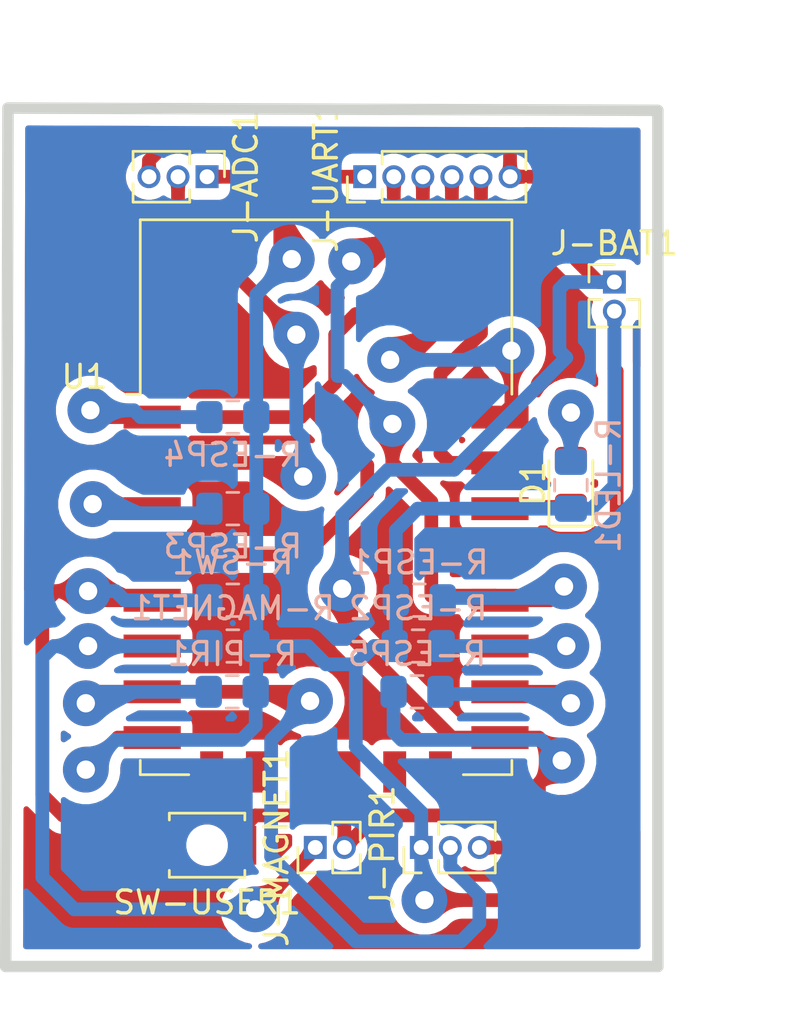
<source format=kicad_pcb>
(kicad_pcb (version 20171130) (host pcbnew 5.1.6)
  (layers (0 F.Cu signal) (31 B.Cu signal) (34 B.Paste user) (35 F.Paste user) (36 B.SilkS user) (37 F.SilkS user) (38 B.Mask user) (39 F.Mask user) (44 Edge.Cuts user))
  (net 0 "")
  (net 1 /MAGNET)
  (net 2 GND)
  (net 3 /PIR)
  (net 4 /SW)
  (net 5 /LED)
  (net 6 "Net-(D1-Pad2)")
  (net 7 VDD)
  (net 8 /ADC)
  (net 9 /ESP_P0)
  (net 10 /ESP_RST)
  (net 11 /ESP_RXD)
  (net 12 /ESP_TXD)
  (net 13 /ESP_P2)
  (net 14 /ESP_EN)
  (net 15 /ESP_P15)
  (net 16 "Net-(U1-Pad9)")
  (net 17 "Net-(U1-Pad10)")
  (net 18 "Net-(U1-Pad11)")
  (net 19 "Net-(U1-Pad12)")
  (net 20 "Net-(U1-Pad13)")
  (net 21 "Net-(U1-Pad14)")
  (net 22 "Net-(U1-Pad19)")
  (module Connector_PinHeader_1.27mm:PinHeader_1x03_P1.27mm_Vertical (layer F.Cu) (at 93.3 47.1 270)
    (fp_text reference J-ADC1 (at 0 -1.695 90) (layer F.SilkS))
    (fp_text value Conn_01x03_Female)
    (pad 3 thru_hole oval (at 0 2.54 270) (size 1 1) (drill 0.65) (layers *.Cu *.Mask) (net 2 GND))
    (pad 2 thru_hole oval (at 0 1.27 270) (size 1 1) (drill 0.65) (layers *.Cu *.Mask) (net 8 /ADC))
    (pad 1 thru_hole rect (at 0 0 270) (size 1 1) (drill 0.65) (layers *.Cu *.Mask) (net 7 VDD))
  )
  (module LED_SMD:LED_0805_2012Metric_Pad1.15x1.40mm_HandSolder (layer F.Cu) (at 109.2 60.5 90)
    (fp_text reference D1 (at 0 -1.65 90) (layer F.SilkS))
    (fp_text value OPTIONAL)
    (pad 1 smd roundrect (at -1.025 0 90) (size 1.15 1.4) (layers F.Cu F.Paste F.Mask) (roundrect_rratio 0.217391) (net 5 /LED))
    (pad 2 smd roundrect (at 1.025 0 90) (size 1.15 1.4) (layers F.Cu F.Paste F.Mask) (roundrect_rratio 0.217391) (net 6 "Net-(D1-Pad2)"))
  )
  (module Connector_PinHeader_1.27mm:PinHeader_1x02_P1.27mm_Vertical (layer F.Cu) (at 98.03 76.4 90)
    (fp_text reference J-MAGNET1 (at 0 -1.695 90) (layer F.SilkS))
    (fp_text value Conn_01x02_Female)
    (pad 1 thru_hole rect (at 0 0 90) (size 1 1) (drill 0.65) (layers *.Cu *.Mask) (net 1 /MAGNET))
    (pad 2 thru_hole oval (at 0 1.27 90) (size 1 1) (drill 0.65) (layers *.Cu *.Mask) (net 2 GND))
  )
  (module Connector_PinHeader_1.27mm:PinHeader_1x03_P1.27mm_Vertical (layer F.Cu) (at 102.66 76.4 90)
    (fp_text reference J-PIR1 (at 0 -1.695 90) (layer F.SilkS))
    (fp_text value Conn_01x03_Female)
    (pad 1 thru_hole rect (at 0 0 90) (size 1 1) (drill 0.65) (layers *.Cu *.Mask) (net 7 VDD))
    (pad 2 thru_hole oval (at 0 1.27 90) (size 1 1) (drill 0.65) (layers *.Cu *.Mask) (net 3 /PIR))
    (pad 3 thru_hole oval (at 0 2.54 90) (size 1 1) (drill 0.65) (layers *.Cu *.Mask) (net 2 GND))
  )
  (module Connector_PinHeader_1.27mm:PinHeader_1x06_P1.27mm_Vertical (layer F.Cu) (at 100.19 47.1 90)
    (fp_text reference J-UART1 (at 0 -1.695 90) (layer F.SilkS))
    (fp_text value Conn_01x06_Female)
    (pad 1 thru_hole rect (at 0 0 90) (size 1 1) (drill 0.65) (layers *.Cu *.Mask) (net 7 VDD))
    (pad 2 thru_hole oval (at 0 1.27 90) (size 1 1) (drill 0.65) (layers *.Cu *.Mask) (net 9 /ESP_P0))
    (pad 3 thru_hole oval (at 0 2.54 90) (size 1 1) (drill 0.65) (layers *.Cu *.Mask) (net 10 /ESP_RST))
    (pad 4 thru_hole oval (at 0 3.81 90) (size 1 1) (drill 0.65) (layers *.Cu *.Mask) (net 11 /ESP_RXD))
    (pad 5 thru_hole oval (at 0 5.08 90) (size 1 1) (drill 0.65) (layers *.Cu *.Mask) (net 12 /ESP_TXD))
    (pad 6 thru_hole oval (at 0 6.35 90) (size 1 1) (drill 0.65) (layers *.Cu *.Mask) (net 2 GND))
  )
  (module Resistor_SMD:R_0805_2012Metric_Pad1.15x1.40mm_HandSolder (layer B.Cu) (at 102.575 65.6 180)
    (fp_text reference R-ESP1 (at 0 1.65 180) (layer B.SilkS) (effects (justify mirror)))
    (fp_text value 4k7)
    (pad 1 smd roundrect (at -1.025 0 180) (size 1.15 1.4) (layers B.Cu B.Paste B.Mask) (roundrect_rratio 0.217391) (net 9 /ESP_P0))
    (pad 2 smd roundrect (at 1.025 0 180) (size 1.15 1.4) (layers B.Cu B.Paste B.Mask) (roundrect_rratio 0.217391) (net 7 VDD))
  )
  (module Resistor_SMD:R_0805_2012Metric_Pad1.15x1.40mm_HandSolder (layer B.Cu) (at 102.525 67.6 180)
    (fp_text reference R-ESP2 (at 0 1.65) (layer B.SilkS) (effects (justify mirror)))
    (fp_text value 4k7)
    (pad 2 smd roundrect (at 1.025 0 180) (size 1.15 1.4) (layers B.Cu B.Paste B.Mask) (roundrect_rratio 0.217391) (net 7 VDD))
    (pad 1 smd roundrect (at -1.025 0 180) (size 1.15 1.4) (layers B.Cu B.Paste B.Mask) (roundrect_rratio 0.217391) (net 13 /ESP_P2))
  )
  (module Resistor_SMD:R_0805_2012Metric_Pad1.15x1.40mm_HandSolder (layer B.Cu) (at 94.425 61.6)
    (fp_text reference R-ESP3 (at 0 1.65) (layer B.SilkS) (effects (justify mirror)))
    (fp_text value 4k7)
    (pad 1 smd roundrect (at -1.025 0) (size 1.15 1.4) (layers B.Cu B.Paste B.Mask) (roundrect_rratio 0.217391) (net 14 /ESP_EN))
    (pad 2 smd roundrect (at 1.025 0) (size 1.15 1.4) (layers B.Cu B.Paste B.Mask) (roundrect_rratio 0.217391) (net 7 VDD))
  )
  (module Resistor_SMD:R_0805_2012Metric_Pad1.15x1.40mm_HandSolder (layer B.Cu) (at 94.425 57.6)
    (fp_text reference R-ESP4 (at 0 1.65) (layer B.SilkS) (effects (justify mirror)))
    (fp_text value 4k7)
    (pad 2 smd roundrect (at 1.025 0) (size 1.15 1.4) (layers B.Cu B.Paste B.Mask) (roundrect_rratio 0.217391) (net 7 VDD))
    (pad 1 smd roundrect (at -1.025 0) (size 1.15 1.4) (layers B.Cu B.Paste B.Mask) (roundrect_rratio 0.217391) (net 10 /ESP_RST))
  )
  (module Resistor_SMD:R_0805_2012Metric_Pad1.15x1.40mm_HandSolder (layer B.Cu) (at 102.475 69.6 180)
    (fp_text reference R-ESP5 (at 0 1.65) (layer B.SilkS) (effects (justify mirror)))
    (fp_text value 4k7)
    (pad 1 smd roundrect (at -1.025 0 180) (size 1.15 1.4) (layers B.Cu B.Paste B.Mask) (roundrect_rratio 0.217391) (net 15 /ESP_P15))
    (pad 2 smd roundrect (at 1.025 0 180) (size 1.15 1.4) (layers B.Cu B.Paste B.Mask) (roundrect_rratio 0.217391) (net 2 GND))
  )
  (module Resistor_SMD:R_0805_2012Metric_Pad1.15x1.40mm_HandSolder (layer B.Cu) (at 109.2 60.575 90)
    (fp_text reference R-LED1 (at 0 1.65 90) (layer B.SilkS) (effects (justify mirror)))
    (fp_text value 330)
    (pad 1 smd roundrect (at -1.025 0 90) (size 1.15 1.4) (layers B.Cu B.Paste B.Mask) (roundrect_rratio 0.217391) (net 7 VDD))
    (pad 2 smd roundrect (at 1.025 0 90) (size 1.15 1.4) (layers B.Cu B.Paste B.Mask) (roundrect_rratio 0.217391) (net 6 "Net-(D1-Pad2)"))
  )
  (module Resistor_SMD:R_0805_2012Metric_Pad1.15x1.40mm_HandSolder (layer B.Cu) (at 94.425 67.6 180)
    (fp_text reference R-MAGNET1 (at 0 1.65) (layer B.SilkS) (effects (justify mirror)))
    (fp_text value 4k7)
    (pad 2 smd roundrect (at 1.025 0 180) (size 1.15 1.4) (layers B.Cu B.Paste B.Mask) (roundrect_rratio 0.217391) (net 1 /MAGNET))
    (pad 1 smd roundrect (at -1.025 0 180) (size 1.15 1.4) (layers B.Cu B.Paste B.Mask) (roundrect_rratio 0.217391) (net 7 VDD))
  )
  (module Resistor_SMD:R_0805_2012Metric_Pad1.15x1.40mm_HandSolder (layer B.Cu) (at 94.4 69.6 180)
    (fp_text reference R-PIR1 (at 0 1.65 180) (layer B.SilkS) (effects (justify mirror)))
    (fp_text value 4k7)
    (pad 1 smd roundrect (at -1.025 0 180) (size 1.15 1.4) (layers B.Cu B.Paste B.Mask) (roundrect_rratio 0.217391) (net 7 VDD))
    (pad 2 smd roundrect (at 1.025 0 180) (size 1.15 1.4) (layers B.Cu B.Paste B.Mask) (roundrect_rratio 0.217391) (net 3 /PIR))
  )
  (module Resistor_SMD:R_0805_2012Metric_Pad1.15x1.40mm_HandSolder (layer B.Cu) (at 94.425 65.6 180)
    (fp_text reference R-SW1 (at 0 1.65) (layer B.SilkS) (effects (justify mirror)))
    (fp_text value 4k7)
    (pad 2 smd roundrect (at 1.025 0 180) (size 1.15 1.4) (layers B.Cu B.Paste B.Mask) (roundrect_rratio 0.217391) (net 4 /SW))
    (pad 1 smd roundrect (at -1.025 0 180) (size 1.15 1.4) (layers B.Cu B.Paste B.Mask) (roundrect_rratio 0.217391) (net 7 VDD))
  )
  (module Button_Switch_SMD:SW_SPST_B3U-1000P-B (layer F.Cu) (at 93.3 76.3 180)
    (fp_text reference SW-USER1 (at 0 -2.5) (layer F.SilkS))
    (fp_text value SW_Push)
    (pad 1 smd rect (at -1.7 0 180) (size 0.9 1.7) (layers F.Cu F.Paste F.Mask) (net 2 GND))
    (pad 2 smd rect (at 1.7 0 180) (size 0.9 1.7) (layers F.Cu F.Paste F.Mask) (net 4 /SW))
    (pad "" np_thru_hole circle (at 0 0 180) (size 0.8 0.8) (drill 0.8) (layers *.Cu *.Mask))
  )
  (module RF_Module:ESP-12E (layer F.Cu) (at 98.5 61.1)
    (fp_text reference U1 (at -10.56 -5.26) (layer F.SilkS))
    (fp_text value ESP-12E)
    (pad 1 smd rect (at -7.6 -3.5) (size 2.5 1) (layers F.Cu F.Paste F.Mask) (net 10 /ESP_RST))
    (pad 2 smd rect (at -7.6 -1.5) (size 2.5 1) (layers F.Cu F.Paste F.Mask) (net 8 /ADC))
    (pad 3 smd rect (at -7.6 0.5) (size 2.5 1) (layers F.Cu F.Paste F.Mask) (net 14 /ESP_EN))
    (pad 4 smd rect (at -7.6 2.5) (size 2.5 1) (layers F.Cu F.Paste F.Mask) (net 10 /ESP_RST))
    (pad 5 smd rect (at -7.6 4.5) (size 2.5 1) (layers F.Cu F.Paste F.Mask) (net 4 /SW))
    (pad 6 smd rect (at -7.6 6.5) (size 2.5 1) (layers F.Cu F.Paste F.Mask) (net 1 /MAGNET))
    (pad 7 smd rect (at -7.6 8.5) (size 2.5 1) (layers F.Cu F.Paste F.Mask) (net 3 /PIR))
    (pad 8 smd rect (at -7.6 10.5) (size 2.5 1) (layers F.Cu F.Paste F.Mask) (net 7 VDD))
    (pad 9 smd rect (at -5 12) (size 1 1.8) (layers F.Cu F.Paste F.Mask) (net 16 "Net-(U1-Pad9)"))
    (pad 10 smd rect (at -3 12) (size 1 1.8) (layers F.Cu F.Paste F.Mask) (net 17 "Net-(U1-Pad10)"))
    (pad 11 smd rect (at -1 12) (size 1 1.8) (layers F.Cu F.Paste F.Mask) (net 18 "Net-(U1-Pad11)"))
    (pad 12 smd rect (at 1 12) (size 1 1.8) (layers F.Cu F.Paste F.Mask) (net 19 "Net-(U1-Pad12)"))
    (pad 13 smd rect (at 3 12) (size 1 1.8) (layers F.Cu F.Paste F.Mask) (net 20 "Net-(U1-Pad13)"))
    (pad 14 smd rect (at 5 12) (size 1 1.8) (layers F.Cu F.Paste F.Mask) (net 21 "Net-(U1-Pad14)"))
    (pad 15 smd rect (at 7.6 10.5) (size 2.5 1) (layers F.Cu F.Paste F.Mask) (net 2 GND))
    (pad 16 smd rect (at 7.6 8.5) (size 2.5 1) (layers F.Cu F.Paste F.Mask) (net 15 /ESP_P15))
    (pad 17 smd rect (at 7.6 6.5) (size 2.5 1) (layers F.Cu F.Paste F.Mask) (net 13 /ESP_P2))
    (pad 18 smd rect (at 7.6 4.5) (size 2.5 1) (layers F.Cu F.Paste F.Mask) (net 9 /ESP_P0))
    (pad 19 smd rect (at 7.6 2.5) (size 2.5 1) (layers F.Cu F.Paste F.Mask) (net 22 "Net-(U1-Pad19)"))
    (pad 20 smd rect (at 7.6 0.5) (size 2.5 1) (layers F.Cu F.Paste F.Mask) (net 5 /LED))
    (pad 21 smd rect (at 7.6 -1.5) (size 2.5 1) (layers F.Cu F.Paste F.Mask) (net 12 /ESP_TXD))
    (pad 22 smd rect (at 7.6 -3.5) (size 2.5 1) (layers F.Cu F.Paste F.Mask) (net 11 /ESP_RXD))
  )
  (module Connector_PinHeader_1.27mm:PinHeader_1x02_P1.27mm_Vertical (layer F.Cu) (at 111.1 51.7)
    (fp_text reference J-BAT1 (at 0 -1.695) (layer F.SilkS))
    (fp_text value Conn_01x02_Female)
    (pad 1 thru_hole rect (at 0 0) (size 1 1) (drill 0.65) (layers *.Cu *.Mask) (net 2 GND))
    (pad 2 thru_hole oval (at 0 1.27) (size 1 1) (drill 0.65) (layers *.Cu *.Mask) (net 7 VDD))
  )
  (gr_line (start 84.5 81.6) (end 84.6 44.1) (layer Edge.Cuts) (width 0.5))
  (gr_line (start 113 81.6) (end 84.5 81.6) (layer Edge.Cuts) (width 0.5))
  (gr_line (start 113 44.2) (end 113 81.6) (layer Edge.Cuts) (width 0.5))
  (gr_line (start 84.6 44.1) (end 113 44.2) (layer Edge.Cuts) (width 0.5))
  (via (at 88.1 67.6) (size 2) (drill 0.8) (layers F.Cu B.Cu) (net 1))
  (segment (start 90.9 67.6) (end 88.1 67.6) (width 0.6) (layer F.Cu) (net 1))
  (segment (start 88.1 67.6) (end 93.4 67.6) (width 0.6) (layer B.Cu) (net 1))
  (via (at 95.4 79.1) (size 2) (drill 0.8) (layers F.Cu B.Cu) (net 1))
  (segment (start 98.03 76.47) (end 95.4 79.1) (width 0.6) (layer F.Cu) (net 1))
  (segment (start 98.03 76.4) (end 98.03 76.47) (width 0.6) (layer F.Cu) (net 1))
  (segment (start 95.4 79.1) (end 87.5 79.1) (width 0.6) (layer B.Cu) (net 1))
  (segment (start 87.5 79.1) (end 86.1 77.7) (width 0.6) (layer B.Cu) (net 1))
  (segment (start 86.1 77.7) (end 86.1 68.1) (width 0.6) (layer B.Cu) (net 1))
  (segment (start 86.6 67.6) (end 88.1 67.6) (width 0.6) (layer B.Cu) (net 1))
  (segment (start 86.1 68.1) (end 86.6 67.6) (width 0.6) (layer B.Cu) (net 1))
  (via (at 108.8 72.6) (size 2) (drill 0.8) (layers F.Cu B.Cu) (net 2))
  (segment (start 107.8 71.6) (end 108.8 72.6) (width 0.6) (layer F.Cu) (net 2))
  (segment (start 106.1 71.6) (end 107.8 71.6) (width 0.6) (layer F.Cu) (net 2))
  (segment (start 108.8 72.6) (end 107.9 71.7) (width 0.6) (layer B.Cu) (net 2))
  (segment (start 107.9 71.7) (end 101.8 71.7) (width 0.6) (layer B.Cu) (net 2))
  (segment (start 101.45 71.35) (end 101.45 69.6) (width 0.6) (layer B.Cu) (net 2))
  (segment (start 101.8 71.7) (end 101.45 71.35) (width 0.6) (layer B.Cu) (net 2))
  (segment (start 107.7 47.1) (end 106.54 47.1) (width 0.6) (layer F.Cu) (net 2))
  (segment (start 109.1 48.5) (end 107.7 47.1) (width 0.6) (layer F.Cu) (net 2))
  (segment (start 90.76 46.392894) (end 91.652894 45.5) (width 0.6) (layer F.Cu) (net 2))
  (segment (start 90.76 47.1) (end 90.76 46.392894) (width 0.6) (layer F.Cu) (net 2))
  (segment (start 91.652894 45.5) (end 106.3 45.5) (width 0.6) (layer F.Cu) (net 2))
  (segment (start 106.54 45.74) (end 106.54 47.1) (width 0.6) (layer F.Cu) (net 2))
  (segment (start 106.3 45.5) (end 106.54 45.74) (width 0.6) (layer F.Cu) (net 2))
  (segment (start 105.2 76.4) (end 107.8 76.4) (width 0.6) (layer F.Cu) (net 2))
  (segment (start 107.800001 73.599999) (end 108.8 72.6) (width 0.6) (layer F.Cu) (net 2))
  (segment (start 99.3 76.4) (end 99.3 75.4) (width 0.6) (layer F.Cu) (net 2))
  (segment (start 99.3 75.4) (end 98.9 75) (width 0.6) (layer F.Cu) (net 2))
  (segment (start 98.9 75) (end 95.4 75) (width 0.6) (layer F.Cu) (net 2))
  (segment (start 95 75.4) (end 95 76.3) (width 0.6) (layer F.Cu) (net 2))
  (segment (start 95.4 75) (end 95 75.4) (width 0.6) (layer F.Cu) (net 2))
  (segment (start 99.3 76.4) (end 100.7 75) (width 0.6) (layer F.Cu) (net 2))
  (segment (start 107.6 75) (end 107.8 75.2) (width 0.6) (layer F.Cu) (net 2))
  (segment (start 100.7 75) (end 107.6 75) (width 0.6) (layer F.Cu) (net 2))
  (segment (start 107.8 75.2) (end 107.800001 73.599999) (width 0.6) (layer F.Cu) (net 2))
  (segment (start 107.8 76.4) (end 107.8 75.2) (width 0.6) (layer F.Cu) (net 2))
  (segment (start 106.1 71.6) (end 104 71.6) (width 0.6) (layer F.Cu) (net 2))
  (segment (start 104 71.6) (end 99.6 67.2) (width 0.6) (layer F.Cu) (net 2))
  (segment (start 99.6 65.5) (end 99.2 65.1) (width 0.6) (layer F.Cu) (net 2))
  (via (at 99.2 65.1) (size 2) (drill 0.8) (layers F.Cu B.Cu) (net 2))
  (segment (start 99.6 67.2) (end 99.6 65.5) (width 0.6) (layer F.Cu) (net 2))
  (segment (start 111.1 51.7) (end 110.4 51.7) (width 0.6) (layer F.Cu) (net 2))
  (segment (start 109.1 50.4) (end 109.1 48.5) (width 0.6) (layer F.Cu) (net 2))
  (segment (start 110.4 51.7) (end 109.1 50.4) (width 0.6) (layer F.Cu) (net 2))
  (segment (start 109 51.7) (end 111.1 51.7) (width 0.6) (layer B.Cu) (net 2))
  (segment (start 108.7 52) (end 109 51.7) (width 0.6) (layer B.Cu) (net 2))
  (segment (start 108.7 54.7) (end 108.7 52) (width 0.6) (layer B.Cu) (net 2))
  (segment (start 109 55) (end 108.7 54.7) (width 0.6) (layer B.Cu) (net 2))
  (segment (start 104.1 59.9) (end 109 55) (width 0.6) (layer B.Cu) (net 2))
  (segment (start 101.2 59.9) (end 104.1 59.9) (width 0.6) (layer B.Cu) (net 2))
  (segment (start 99.2 61.9) (end 101.2 59.9) (width 0.6) (layer B.Cu) (net 2))
  (segment (start 99.2 65.1) (end 99.2 61.9) (width 0.6) (layer B.Cu) (net 2))
  (via (at 88 70.1) (size 2) (drill 0.8) (layers F.Cu B.Cu) (net 3))
  (segment (start 88.5 69.6) (end 88 70.1) (width 0.6) (layer F.Cu) (net 3))
  (segment (start 90.9 69.6) (end 88.5 69.6) (width 0.6) (layer F.Cu) (net 3))
  (segment (start 88 70.1) (end 88.5 69.6) (width 0.6) (layer B.Cu) (net 3))
  (segment (start 88.5 69.6) (end 93.375 69.6) (width 0.6) (layer B.Cu) (net 3))
  (via (at 97.8 70) (size 2) (drill 0.8) (layers F.Cu B.Cu) (net 3))
  (segment (start 97.4 69.6) (end 97.8 70) (width 0.6) (layer F.Cu) (net 3))
  (segment (start 90.9 69.6) (end 97.4 69.6) (width 0.6) (layer F.Cu) (net 3))
  (segment (start 97.8 70) (end 96.1 71.7) (width 0.6) (layer B.Cu) (net 3))
  (segment (start 96.1 71.7) (end 96.1 76.8) (width 0.6) (layer B.Cu) (net 3))
  (segment (start 96.1 76.8) (end 99.8 80.5) (width 0.6) (layer B.Cu) (net 3))
  (segment (start 99.8 80.5) (end 104.4 80.5) (width 0.6) (layer B.Cu) (net 3))
  (segment (start 104.4 80.5) (end 105.2 79.7) (width 0.6) (layer B.Cu) (net 3))
  (segment (start 105.2 79.7) (end 105.2 78.5) (width 0.6) (layer B.Cu) (net 3))
  (segment (start 103.93 77.23) (end 103.93 76.4) (width 0.6) (layer B.Cu) (net 3))
  (segment (start 105.2 78.5) (end 103.93 77.23) (width 0.6) (layer B.Cu) (net 3))
  (via (at 88.1 65.2) (size 2) (drill 0.8) (layers F.Cu B.Cu) (net 4))
  (segment (start 88.5 65.6) (end 88.1 65.2) (width 0.6) (layer F.Cu) (net 4))
  (segment (start 90.9 65.6) (end 88.5 65.6) (width 0.6) (layer F.Cu) (net 4))
  (segment (start 88.1 65.2) (end 89.3 65.2) (width 0.6) (layer B.Cu) (net 4))
  (segment (start 89.7 65.6) (end 93.4 65.6) (width 0.6) (layer B.Cu) (net 4))
  (segment (start 89.3 65.2) (end 89.7 65.6) (width 0.6) (layer B.Cu) (net 4))
  (segment (start 91.6 76.3) (end 91.1 76.3) (width 0.6) (layer F.Cu) (net 4))
  (segment (start 91.1 76.3) (end 89.8 75) (width 0.6) (layer F.Cu) (net 4))
  (segment (start 89.8 75) (end 87 75) (width 0.6) (layer F.Cu) (net 4))
  (segment (start 87 75) (end 86.1 74.1) (width 0.6) (layer F.Cu) (net 4))
  (segment (start 86.1 74.1) (end 86.1 65.8) (width 0.6) (layer F.Cu) (net 4))
  (segment (start 86.7 65.2) (end 88.1 65.2) (width 0.6) (layer F.Cu) (net 4))
  (segment (start 86.1 65.8) (end 86.7 65.2) (width 0.6) (layer F.Cu) (net 4))
  (segment (start 106.175 61.525) (end 106.1 61.6) (width 0.6) (layer F.Cu) (net 5))
  (segment (start 109.2 61.525) (end 106.175 61.525) (width 0.6) (layer F.Cu) (net 5))
  (via (at 109.2 57.4) (size 2) (drill 0.8) (layers F.Cu B.Cu) (net 6))
  (segment (start 109.2 59.55) (end 109.2 57.4) (width 0.6) (layer B.Cu) (net 6))
  (segment (start 109.2 57.4) (end 109.2 59.475) (width 0.6) (layer F.Cu) (net 6))
  (segment (start 95.45 65.6) (end 95.45 67.6) (width 0.6) (layer B.Cu) (net 7))
  (segment (start 95.45 69.575) (end 95.425 69.6) (width 0.6) (layer B.Cu) (net 7))
  (segment (start 95.45 67.6) (end 95.45 69.575) (width 0.6) (layer B.Cu) (net 7))
  (segment (start 95.45 61.6) (end 95.45 65.6) (width 0.6) (layer B.Cu) (net 7))
  (segment (start 101.55 67.55) (end 101.5 67.6) (width 0.6) (layer B.Cu) (net 7))
  (segment (start 101.55 65.6) (end 101.55 67.55) (width 0.6) (layer B.Cu) (net 7))
  (segment (start 109.2 61.6) (end 102.5 61.6) (width 0.6) (layer B.Cu) (net 7))
  (segment (start 101.55 62.55) (end 101.55 65.6) (width 0.6) (layer B.Cu) (net 7))
  (segment (start 102.5 61.6) (end 101.55 62.55) (width 0.6) (layer B.Cu) (net 7))
  (via (at 88 73) (size 2) (drill 0.8) (layers F.Cu B.Cu) (net 7))
  (segment (start 89.4 71.6) (end 88 73) (width 0.6) (layer F.Cu) (net 7))
  (segment (start 90.9 71.6) (end 89.4 71.6) (width 0.6) (layer F.Cu) (net 7))
  (segment (start 88 73) (end 89.3 71.7) (width 0.6) (layer B.Cu) (net 7))
  (segment (start 89.3 71.7) (end 94.8 71.7) (width 0.6) (layer B.Cu) (net 7))
  (segment (start 95.425 71.075) (end 95.425 69.6) (width 0.6) (layer B.Cu) (net 7))
  (segment (start 94.8 71.7) (end 95.425 71.075) (width 0.6) (layer B.Cu) (net 7))
  (segment (start 96.5 50.2) (end 97 50.7) (width 0.6) (layer F.Cu) (net 7))
  (segment (start 96.5 47.1) (end 96.5 50.2) (width 0.6) (layer F.Cu) (net 7))
  (via (at 97 50.7) (size 2) (drill 0.8) (layers F.Cu B.Cu) (net 7))
  (segment (start 93.3 47.1) (end 96.5 47.1) (width 0.6) (layer F.Cu) (net 7))
  (segment (start 96.5 47.1) (end 100.19 47.1) (width 0.6) (layer F.Cu) (net 7))
  (segment (start 95.45 52.25) (end 95.45 57.6) (width 0.6) (layer B.Cu) (net 7))
  (segment (start 97 50.7) (end 95.45 52.25) (width 0.6) (layer B.Cu) (net 7))
  (segment (start 95.45 57.6) (end 95.45 61.6) (width 0.6) (layer B.Cu) (net 7))
  (segment (start 109.2 61.6) (end 110.1 61.6) (width 0.6) (layer B.Cu) (net 7))
  (segment (start 110.1 61.6) (end 111.1 60.6) (width 0.6) (layer B.Cu) (net 7))
  (segment (start 111.1 60.6) (end 111.1 55.5) (width 0.6) (layer B.Cu) (net 7))
  (segment (start 102.66 76.4) (end 102.66 74.86) (width 0.6) (layer B.Cu) (net 7))
  (segment (start 102.66 74.86) (end 99.8 72) (width 0.6) (layer B.Cu) (net 7))
  (segment (start 99.8 72) (end 99.8 68.4) (width 0.6) (layer B.Cu) (net 7))
  (segment (start 100.6 67.6) (end 101.5 67.6) (width 0.6) (layer B.Cu) (net 7))
  (segment (start 99.8 68.4) (end 100.6 67.6) (width 0.6) (layer B.Cu) (net 7))
  (via (at 102.8 78.7) (size 2) (drill 0.8) (layers F.Cu B.Cu) (net 7))
  (segment (start 102.66 78.56) (end 102.8 78.7) (width 0.6) (layer B.Cu) (net 7))
  (segment (start 102.66 76.4) (end 102.66 78.56) (width 0.6) (layer B.Cu) (net 7))
  (segment (start 102.8 78.7) (end 108 78.7) (width 0.6) (layer F.Cu) (net 7))
  (segment (start 108 78.7) (end 111.2 75.5) (width 0.6) (layer F.Cu) (net 7))
  (segment (start 111.2 75.5) (end 111.2 55.6) (width 0.6) (layer F.Cu) (net 7))
  (segment (start 111.1 55.5) (end 111.1 52.97) (width 0.6) (layer B.Cu) (net 7))
  (segment (start 111.1 55.5) (end 111.2 55.6) (width 0.6) (layer F.Cu) (net 7))
  (segment (start 111.1 52.97) (end 111.1 55.5) (width 0.6) (layer F.Cu) (net 7))
  (segment (start 95.45 67.6) (end 97.7 67.6) (width 0.6) (layer B.Cu) (net 7))
  (segment (start 98.5 68.4) (end 99.8 68.4) (width 0.6) (layer B.Cu) (net 7))
  (segment (start 97.7 67.6) (end 98.5 68.4) (width 0.6) (layer B.Cu) (net 7))
  (via (at 97.2 54) (size 2) (drill 0.8) (layers F.Cu B.Cu) (net 8))
  (segment (start 97.2 58.2) (end 97.2 54) (width 0.6) (layer B.Cu) (net 8))
  (segment (start 97.2 54) (end 94.4 51.2) (width 0.6) (layer F.Cu) (net 8))
  (segment (start 94.4 51.2) (end 94.2 51.2) (width 0.6) (layer F.Cu) (net 8))
  (segment (start 92.03 49.03) (end 92.03 47.1) (width 0.6) (layer F.Cu) (net 8))
  (segment (start 94.2 51.2) (end 92.03 49.03) (width 0.6) (layer F.Cu) (net 8))
  (via (at 97.5 60.2) (size 2) (drill 0.8) (layers F.Cu B.Cu) (net 8))
  (segment (start 96.9 59.6) (end 97.5 60.2) (width 0.6) (layer F.Cu) (net 8))
  (segment (start 90.9 59.6) (end 96.9 59.6) (width 0.6) (layer F.Cu) (net 8))
  (segment (start 97.5 58.5) (end 97.2 58.2) (width 0.6) (layer B.Cu) (net 8))
  (segment (start 97.5 60.2) (end 97.5 58.5) (width 0.6) (layer B.Cu) (net 8))
  (via (at 108.9 65) (size 2) (drill 0.8) (layers F.Cu B.Cu) (net 9))
  (segment (start 108.3 65.6) (end 108.9 65) (width 0.6) (layer F.Cu) (net 9))
  (segment (start 106.1 65.6) (end 108.3 65.6) (width 0.6) (layer F.Cu) (net 9))
  (segment (start 108.9 65) (end 108.4 65.5) (width 0.6) (layer B.Cu) (net 9))
  (segment (start 103.7 65.5) (end 103.6 65.6) (width 0.6) (layer B.Cu) (net 9))
  (segment (start 108.4 65.5) (end 103.7 65.5) (width 0.6) (layer B.Cu) (net 9))
  (segment (start 101.46 47.1) (end 101.46 49.84) (width 0.6) (layer F.Cu) (net 9))
  (via (at 99.6 50.8) (size 2) (drill 0.8) (layers F.Cu B.Cu) (net 9))
  (segment (start 100.5 50.8) (end 99.6 50.8) (width 0.6) (layer F.Cu) (net 9))
  (segment (start 101.46 49.84) (end 100.5 50.8) (width 0.6) (layer F.Cu) (net 9))
  (segment (start 99.6 50.8) (end 99.6 51.3) (width 0.6) (layer B.Cu) (net 9))
  (segment (start 99.6 51.3) (end 99 51.9) (width 0.6) (layer B.Cu) (net 9))
  (segment (start 99 51.9) (end 99 55.8) (width 0.6) (layer B.Cu) (net 9))
  (via (at 101.4 57.9) (size 2) (drill 0.8) (layers F.Cu B.Cu) (net 9))
  (segment (start 99.3 55.8) (end 101.4 57.9) (width 0.6) (layer B.Cu) (net 9))
  (segment (start 99 55.8) (end 99.3 55.8) (width 0.6) (layer B.Cu) (net 9))
  (segment (start 101.4 57.9) (end 101.4 59.6) (width 0.6) (layer F.Cu) (net 9))
  (segment (start 101.4 59.6) (end 103.1 61.3) (width 0.6) (layer F.Cu) (net 9))
  (segment (start 103.1 61.3) (end 103.1 65.4) (width 0.6) (layer F.Cu) (net 9))
  (segment (start 105.9 65.4) (end 106.1 65.6) (width 0.6) (layer F.Cu) (net 9))
  (segment (start 103.1 65.4) (end 105.9 65.4) (width 0.6) (layer F.Cu) (net 9))
  (via (at 88.2 57.3) (size 2) (drill 0.8) (layers F.Cu B.Cu) (net 10))
  (segment (start 88.5 57.6) (end 88.2 57.3) (width 0.6) (layer F.Cu) (net 10))
  (segment (start 90.9 57.6) (end 88.5 57.6) (width 0.6) (layer F.Cu) (net 10))
  (segment (start 88.2 57.3) (end 90.1 57.3) (width 0.6) (layer B.Cu) (net 10))
  (segment (start 90.4 57.6) (end 93.4 57.6) (width 0.6) (layer B.Cu) (net 10))
  (segment (start 90.1 57.3) (end 90.4 57.6) (width 0.6) (layer B.Cu) (net 10))
  (segment (start 98.9 54) (end 98.9 56.1) (width 0.6) (layer F.Cu) (net 10))
  (segment (start 99.8 53.1) (end 98.9 54) (width 0.6) (layer F.Cu) (net 10))
  (segment (start 101.6 53.1) (end 99.8 53.1) (width 0.6) (layer F.Cu) (net 10))
  (segment (start 102.73 51.97) (end 101.6 53.1) (width 0.6) (layer F.Cu) (net 10))
  (segment (start 97.4 57.6) (end 93.2 57.6) (width 0.6) (layer F.Cu) (net 10))
  (segment (start 102.73 47.1) (end 102.73 51.97) (width 0.6) (layer F.Cu) (net 10))
  (segment (start 93.2 57.6) (end 90.9 57.6) (width 0.6) (layer F.Cu) (net 10))
  (segment (start 93.5 57.6) (end 93.2 57.6) (width 0.6) (layer F.Cu) (net 10))
  (segment (start 97.95 57.35) (end 97.95 57.05) (width 0.6) (layer F.Cu) (net 10))
  (segment (start 100.3 59.7) (end 97.95 57.35) (width 0.6) (layer F.Cu) (net 10))
  (segment (start 100.3 60.9) (end 100.3 59.7) (width 0.6) (layer F.Cu) (net 10))
  (segment (start 97.6 63.6) (end 100.3 60.9) (width 0.6) (layer F.Cu) (net 10))
  (segment (start 90.9 63.6) (end 97.6 63.6) (width 0.6) (layer F.Cu) (net 10))
  (segment (start 97.95 57.05) (end 97.4 57.6) (width 0.6) (layer F.Cu) (net 10))
  (segment (start 98.9 56.1) (end 97.95 57.05) (width 0.6) (layer F.Cu) (net 10))
  (segment (start 104 47.1) (end 104 53.2) (width 0.6) (layer F.Cu) (net 11))
  (via (at 101.3 55.1) (size 2) (drill 0.8) (layers F.Cu B.Cu) (net 11))
  (segment (start 102.1 55.1) (end 101.3 55.1) (width 0.6) (layer F.Cu) (net 11))
  (segment (start 104 53.2) (end 102.1 55.1) (width 0.6) (layer F.Cu) (net 11))
  (via (at 106.6 54.7) (size 2) (drill 0.8) (layers F.Cu B.Cu) (net 11))
  (segment (start 106.2 55.1) (end 106.6 54.7) (width 0.6) (layer B.Cu) (net 11))
  (segment (start 101.3 55.1) (end 106.2 55.1) (width 0.6) (layer B.Cu) (net 11))
  (segment (start 106.6 57.1) (end 106.1 57.6) (width 0.6) (layer F.Cu) (net 11))
  (segment (start 106.6 54.7) (end 106.6 57.1) (width 0.6) (layer F.Cu) (net 11))
  (segment (start 105.27 47.1) (end 105.27 53.93) (width 0.6) (layer F.Cu) (net 12))
  (segment (start 105.27 53.93) (end 103.5 55.7) (width 0.6) (layer F.Cu) (net 12))
  (segment (start 103.5 55.7) (end 103.5 59.2) (width 0.6) (layer F.Cu) (net 12))
  (segment (start 103.9 59.6) (end 106.1 59.6) (width 0.6) (layer F.Cu) (net 12))
  (segment (start 103.5 59.2) (end 103.9 59.6) (width 0.6) (layer F.Cu) (net 12))
  (via (at 109 67.6) (size 2) (drill 0.8) (layers F.Cu B.Cu) (net 13))
  (segment (start 106.1 67.6) (end 109 67.6) (width 0.6) (layer F.Cu) (net 13))
  (segment (start 109 67.6) (end 103.55 67.6) (width 0.6) (layer B.Cu) (net 13))
  (via (at 88.3 61.4) (size 2) (drill 0.8) (layers F.Cu B.Cu) (net 14))
  (segment (start 88.5 61.6) (end 88.3 61.4) (width 0.6) (layer F.Cu) (net 14))
  (segment (start 90.9 61.6) (end 88.5 61.6) (width 0.6) (layer F.Cu) (net 14))
  (segment (start 88.3 61.4) (end 88.7 61.8) (width 0.6) (layer B.Cu) (net 14))
  (segment (start 93.2 61.8) (end 93.4 61.6) (width 0.6) (layer B.Cu) (net 14))
  (segment (start 88.7 61.8) (end 93.2 61.8) (width 0.6) (layer B.Cu) (net 14))
  (segment (start 108.7 69.6) (end 109.2 70.1) (width 0.6) (layer F.Cu) (net 15))
  (via (at 109.2 70.1) (size 2) (drill 0.8) (layers F.Cu B.Cu) (net 15))
  (segment (start 106.1 69.6) (end 108.7 69.6) (width 0.6) (layer F.Cu) (net 15))
  (segment (start 109.2 70.1) (end 108.8 69.7) (width 0.6) (layer B.Cu) (net 15))
  (segment (start 103.6 69.7) (end 103.5 69.6) (width 0.6) (layer B.Cu) (net 15))
  (segment (start 108.8 69.7) (end 103.6 69.7) (width 0.6) (layer B.Cu) (net 15))
  (zone (net 1) (net_name /MAGNET) (layer F.Cu) (priority 16962) (connect_pads yes (clearance 0.15)) (min_thickness 0.0254) (fill yes (arc_segments 32) (thermal_gap 0.508) (thermal_bridge_width 0.508))
    (polygon (pts (xy 89.78994 67.3) (xy 89.766667 67.29984) (xy 89.743549 67.29936) (xy 89.720583 67.29856) (xy 89.697771 67.29744) (xy 89.675112 67.296) (xy 89.652607 67.29424) (xy 89.630254 67.29216) (xy 89.608055 67.28976) (xy 89.58601 67.28704) (xy 89.564118 67.284) (xy 89.542379 67.28064) (xy 89.520793 67.27696) (xy 89.49936 67.27296) (xy 89.478081 67.26864) (xy 89.456956 67.264) (xy 89.435983 67.25904) (xy 89.415164 67.25376) (xy 89.394498 67.24816) (xy 89.373986 67.24224) (xy 89.353627 67.236) (xy 89.333421 67.22944) (xy 89.313368 67.22256) (xy 89.293469 67.21536) (xy 89.273723 67.20784) (xy 89.254131 67.2) (xy 89.234691 67.19184) (xy 89.215405 67.18336) (xy 89.196273 67.17456) (xy 89.177293 67.16544) (xy 89.158467 67.156) (xy 89.139794 67.14624) (xy 89.121275 67.13616) (xy 89.102909 67.12576) (xy 89.084696 67.11504) (xy 89.066637 67.104) (xy 89.04873 67.09264) (xy 89.030977 67.08096) (xy 89.013378 67.06896) (xy 88.995932 67.05664) (xy 88.978639 67.044) (xy 88.961499 67.03104) (xy 88.944513 67.01776) (xy 88.92768 67.00416) (xy 88.911 66.99024) (xy 88.894474 66.976) (xy 88.878101 66.96144) (xy 88.861881 66.94656) (xy 88.845814 66.93136) (xy 88.829901 66.915839) (xy 88.814142 66.9) (xy 87.6 67.6) (xy 88.814142 68.3) (xy 88.829901 68.28416) (xy 88.845814 68.26864) (xy 88.861881 68.253439) (xy 88.878101 68.23856) (xy 88.894474 68.224) (xy 88.911 68.20976) (xy 88.92768 68.19584) (xy 88.944513 68.18224) (xy 88.961499 68.16896) (xy 88.978639 68.156) (xy 88.995932 68.14336) (xy 89.013378 68.13104) (xy 89.030977 68.11904) (xy 89.04873 68.10736) (xy 89.066636 68.096) (xy 89.084696 68.08496) (xy 89.102909 68.07424) (xy 89.121275 68.06384) (xy 89.139794 68.05376) (xy 89.158467 68.044) (xy 89.177293 68.03456) (xy 89.196273 68.02544) (xy 89.215405 68.01664) (xy 89.234691 68.00816) (xy 89.254131 68) (xy 89.273723 67.99216) (xy 89.293469 67.98464) (xy 89.313368 67.97744) (xy 89.333421 67.97056) (xy 89.353627 67.964) (xy 89.373986 67.95776) (xy 89.394498 67.95184) (xy 89.415164 67.94624) (xy 89.435983 67.94096) (xy 89.456956 67.936) (xy 89.478081 67.93136) (xy 89.49936 67.92704) (xy 89.520793 67.92304) (xy 89.542379 67.91936) (xy 89.564118 67.916) (xy 89.58601 67.91296) (xy 89.608055 67.91024) (xy 89.630254 67.90784) (xy 89.652607 67.90576) (xy 89.675112 67.904) (xy 89.697771 67.90256) (xy 89.720583 67.90144) (xy 89.743549 67.90064) (xy 89.766667 67.90016) (xy 89.78994 67.9)))
  )
  (zone (net 1) (net_name /MAGNET) (layer B.Cu) (priority 16962) (connect_pads yes (clearance 0.15)) (min_thickness 0.0254) (fill yes (arc_segments 32) (thermal_gap 0.508) (thermal_bridge_width 0.508))
    (polygon (pts (xy 89.78994 67.3) (xy 89.766667 67.29984) (xy 89.743549 67.29936) (xy 89.720583 67.29856) (xy 89.697771 67.29744) (xy 89.675112 67.296) (xy 89.652607 67.29424) (xy 89.630254 67.29216) (xy 89.608055 67.28976) (xy 89.58601 67.28704) (xy 89.564118 67.284) (xy 89.542379 67.28064) (xy 89.520793 67.27696) (xy 89.49936 67.27296) (xy 89.478081 67.26864) (xy 89.456956 67.264) (xy 89.435983 67.25904) (xy 89.415164 67.25376) (xy 89.394498 67.24816) (xy 89.373986 67.24224) (xy 89.353627 67.236) (xy 89.333421 67.22944) (xy 89.313368 67.22256) (xy 89.293469 67.21536) (xy 89.273723 67.20784) (xy 89.254131 67.2) (xy 89.234691 67.19184) (xy 89.215405 67.18336) (xy 89.196273 67.17456) (xy 89.177293 67.16544) (xy 89.158467 67.156) (xy 89.139794 67.14624) (xy 89.121275 67.13616) (xy 89.102909 67.12576) (xy 89.084696 67.11504) (xy 89.066637 67.104) (xy 89.04873 67.09264) (xy 89.030977 67.08096) (xy 89.013378 67.06896) (xy 88.995932 67.05664) (xy 88.978639 67.044) (xy 88.961499 67.03104) (xy 88.944513 67.01776) (xy 88.92768 67.00416) (xy 88.911 66.99024) (xy 88.894474 66.976) (xy 88.878101 66.96144) (xy 88.861881 66.94656) (xy 88.845814 66.93136) (xy 88.829901 66.915839) (xy 88.814142 66.9) (xy 87.6 67.6) (xy 88.814142 68.3) (xy 88.829901 68.28416) (xy 88.845814 68.26864) (xy 88.861881 68.253439) (xy 88.878101 68.23856) (xy 88.894474 68.224) (xy 88.911 68.20976) (xy 88.92768 68.19584) (xy 88.944513 68.18224) (xy 88.961499 68.16896) (xy 88.978639 68.156) (xy 88.995932 68.14336) (xy 89.013378 68.13104) (xy 89.030977 68.11904) (xy 89.04873 68.10736) (xy 89.066636 68.096) (xy 89.084696 68.08496) (xy 89.102909 68.07424) (xy 89.121275 68.06384) (xy 89.139794 68.05376) (xy 89.158467 68.044) (xy 89.177293 68.03456) (xy 89.196273 68.02544) (xy 89.215405 68.01664) (xy 89.234691 68.00816) (xy 89.254131 68) (xy 89.273723 67.99216) (xy 89.293469 67.98464) (xy 89.313368 67.97744) (xy 89.333421 67.97056) (xy 89.353627 67.964) (xy 89.373986 67.95776) (xy 89.394498 67.95184) (xy 89.415164 67.94624) (xy 89.435983 67.94096) (xy 89.456956 67.936) (xy 89.478081 67.93136) (xy 89.49936 67.92704) (xy 89.520793 67.92304) (xy 89.542379 67.91936) (xy 89.564118 67.916) (xy 89.58601 67.91296) (xy 89.608055 67.91024) (xy 89.630254 67.90784) (xy 89.652607 67.90576) (xy 89.675112 67.904) (xy 89.697771 67.90256) (xy 89.720583 67.90144) (xy 89.743549 67.90064) (xy 89.766667 67.90016) (xy 89.78994 67.9)))
  )
  (zone (net 1) (net_name /MAGNET) (layer F.Cu) (priority 16962) (connect_pads yes (clearance 0.15)) (min_thickness 0.0254) (fill yes (arc_segments 32) (thermal_gap 0.508) (thermal_bridge_width 0.508))
    (polygon (pts (xy 96.382835 77.6929) (xy 96.366266 77.709242) (xy 96.349579 77.72525) (xy 96.332774 77.740924) (xy 96.315851 77.756262) (xy 96.298811 77.771266) (xy 96.281653 77.785936) (xy 96.264376 77.80027) (xy 96.246982 77.81427) (xy 96.229471 77.827936) (xy 96.211841 77.841266) (xy 96.194093 77.854262) (xy 96.176228 77.866923) (xy 96.158244 77.87925) (xy 96.140143 77.891242) (xy 96.121924 77.902899) (xy 96.103587 77.914221) (xy 96.085132 77.925209) (xy 96.066559 77.935862) (xy 96.047869 77.946181) (xy 96.02906 77.956165) (xy 96.010134 77.965814) (xy 95.99109 77.975128) (xy 95.971928 77.984108) (xy 95.952648 77.992753) (xy 95.93325 78.001063) (xy 95.913735 78.009039) (xy 95.894101 78.01668) (xy 95.87435 78.023986) (xy 95.854481 78.030958) (xy 95.834493 78.037595) (xy 95.814388 78.043897) (xy 95.794166 78.049865) (xy 95.773825 78.055498) (xy 95.753366 78.060796) (xy 95.73279 78.065759) (xy 95.712096 78.070388) (xy 95.691283 78.074682) (xy 95.670353 78.078642) (xy 95.649306 78.082267) (xy 95.62814 78.085557) (xy 95.606856 78.088512) (xy 95.585455 78.091133) (xy 95.563935 78.093419) (xy 95.542298 78.09537) (xy 95.520543 78.096987) (xy 95.49867 78.098269) (xy 95.476679 78.099217) (xy 95.45457 78.099829) (xy 95.432344 78.100107) (xy 95.41 78.100051) (xy 95.046447 79.453553) (xy 96.399949 79.09) (xy 96.399892 79.067655) (xy 96.40017 79.045429) (xy 96.400782 79.02332) (xy 96.40173 79.001329) (xy 96.403012 78.979456) (xy 96.404629 78.957701) (xy 96.40658 78.936064) (xy 96.408866 78.914544) (xy 96.411487 78.893143) (xy 96.414442 78.871859) (xy 96.417732 78.850693) (xy 96.421357 78.829646) (xy 96.425317 78.808716) (xy 96.429611 78.787903) (xy 96.43424 78.767209) (xy 96.439203 78.746633) (xy 96.444501 78.726174) (xy 96.450134 78.705833) (xy 96.456102 78.685611) (xy 96.462404 78.665506) (xy 96.469041 78.645518) (xy 96.476013 78.625649) (xy 96.483319 78.605898) (xy 96.49096 78.586264) (xy 96.498936 78.566749) (xy 96.507246 78.547351) (xy 96.515891 78.528071) (xy 96.524871 78.508909) (xy 96.534185 78.489865) (xy 96.543834 78.470939) (xy 96.553818 78.45213) (xy 96.564137 78.43344) (xy 96.57479 78.414867) (xy 96.585778 78.396412) (xy 96.5971 78.378075) (xy 96.608757 78.359856) (xy 96.620749 78.341755) (xy 96.633076 78.323771) (xy 96.645737 78.305906) (xy 96.658733 78.288158) (xy 96.672063 78.270528) (xy 96.685729 78.253017) (xy 96.699729 78.235623) (xy 96.714063 78.218346) (xy 96.728733 78.201188) (xy 96.743737 78.184148) (xy 96.759075 78.167225) (xy 96.774749 78.15042) (xy 96.790757 78.133733) (xy 96.8071 78.117165)))
  )
  (zone (net 1) (net_name /MAGNET) (layer F.Cu) (priority 16962) (connect_pads yes (clearance 0.15)) (min_thickness 0.0254) (fill yes (arc_segments 32) (thermal_gap 0.508) (thermal_bridge_width 0.508))
    (polygon (pts (xy 97.782513 77.141751) (xy 97.789371 77.132149) (xy 97.796147 77.122741) (xy 97.802841 77.113529) (xy 97.809453 77.104511) (xy 97.815983 77.095687) (xy 97.822431 77.087058) (xy 97.828798 77.078623) (xy 97.835082 77.070383) (xy 97.841284 77.062338) (xy 97.847405 77.054487) (xy 97.853443 77.04683) (xy 97.859399 77.039369) (xy 97.865274 77.032101) (xy 97.871066 77.025028) (xy 97.876777 77.01815) (xy 97.882405 77.011467) (xy 97.887952 77.004977) (xy 97.893416 76.998683) (xy 97.898799 76.992583) (xy 97.904099 76.986677) (xy 97.909318 76.980966) (xy 97.914455 76.97545) (xy 97.919509 76.970128) (xy 97.924482 76.965001) (xy 97.929373 76.960068) (xy 97.934182 76.955329) (xy 97.938908 76.950786) (xy 97.943553 76.946437) (xy 97.948116 76.942282) (xy 97.952597 76.938322) (xy 97.956996 76.934556) (xy 97.961313 76.930985) (xy 97.965548 76.927609) (xy 97.9697 76.924427) (xy 97.973771 76.921439) (xy 97.97776 76.918647) (xy 97.981668 76.916048) (xy 97.985493 76.913644) (xy 97.989236 76.911435) (xy 97.992897 76.909421) (xy 97.996476 76.9076) (xy 97.999973 76.905975) (xy 98.003388 76.904544) (xy 98.006722 76.903307) (xy 98.009973 76.902265) (xy 98.013142 76.901418) (xy 98.016229 76.900765) (xy 98.019235 76.900307) (xy 98.022158 76.900043) (xy 98.025 76.899974) (xy 98.206776 76.223224) (xy 97.530026 76.405) (xy 97.529984 76.407869) (xy 97.529804 76.410876) (xy 97.529486 76.414022) (xy 97.529029 76.417305) (xy 97.528434 76.420726) (xy 97.5277 76.424285) (xy 97.526827 76.427983) (xy 97.525816 76.431818) (xy 97.524667 76.435791) (xy 97.523378 76.439902) (xy 97.521952 76.444151) (xy 97.520387 76.448538) (xy 97.518683 76.453063) (xy 97.51684 76.457727) (xy 97.51486 76.462528) (xy 97.51274 76.467467) (xy 97.510482 76.472543) (xy 97.508086 76.477758) (xy 97.505551 76.483111) (xy 97.502877 76.488602) (xy 97.500065 76.494231) (xy 97.497114 76.499998) (xy 97.494025 76.505903) (xy 97.490798 76.511945) (xy 97.487431 76.518126) (xy 97.483926 76.524445) (xy 97.480283 76.530902) (xy 97.476501 76.537496) (xy 97.472581 76.544229) (xy 97.468522 76.5511) (xy 97.464324 76.558108) (xy 97.459988 76.565255) (xy 97.455514 76.572539) (xy 97.4509 76.579962) (xy 97.446149 76.587522) (xy 97.441259 76.595221) (xy 97.43623 76.603057) (xy 97.431062 76.611032) (xy 97.425757 76.619144) (xy 97.420312 76.627394) (xy 97.414729 76.635783) (xy 97.409008 76.644309) (xy 97.403148 76.652973) (xy 97.397149 76.661776) (xy 97.391012 76.670716) (xy 97.384736 76.679794) (xy 97.378322 76.68901) (xy 97.37177 76.698364) (xy 97.365078 76.707856) (xy 97.358249 76.717487)))
  )
  (zone (net 1) (net_name /MAGNET) (layer B.Cu) (priority 16962) (connect_pads yes (clearance 0.15)) (min_thickness 0.0254) (fill yes (arc_segments 32) (thermal_gap 0.508) (thermal_bridge_width 0.508))
    (polygon (pts (xy 93.71006 79.4) (xy 93.733332 79.40016) (xy 93.75645 79.40064) (xy 93.779416 79.40144) (xy 93.802228 79.40256) (xy 93.824887 79.404) (xy 93.847392 79.40576) (xy 93.869745 79.40784) (xy 93.891944 79.41024) (xy 93.913989 79.41296) (xy 93.935882 79.416) (xy 93.95762 79.41936) (xy 93.979206 79.42304) (xy 94.000639 79.42704) (xy 94.021918 79.43136) (xy 94.043043 79.436) (xy 94.064016 79.44096) (xy 94.084835 79.44624) (xy 94.105501 79.45184) (xy 94.126013 79.45776) (xy 94.146372 79.464) (xy 94.166578 79.47056) (xy 94.186631 79.47744) (xy 94.20653 79.48464) (xy 94.226276 79.49216) (xy 94.245869 79.5) (xy 94.265308 79.50816) (xy 94.284594 79.51664) (xy 94.303726 79.52544) (xy 94.322706 79.53456) (xy 94.341532 79.544) (xy 94.360205 79.55376) (xy 94.378724 79.56384) (xy 94.39709 79.57424) (xy 94.415303 79.58496) (xy 94.433363 79.596) (xy 94.451269 79.60736) (xy 94.469022 79.61904) (xy 94.486621 79.63104) (xy 94.504067 79.64336) (xy 94.52136 79.656) (xy 94.5385 79.66896) (xy 94.555486 79.68224) (xy 94.572319 79.69584) (xy 94.588999 79.70976) (xy 94.605525 79.724) (xy 94.621898 79.73856) (xy 94.638118 79.75344) (xy 94.654185 79.76864) (xy 94.670098 79.78416) (xy 94.685858 79.8) (xy 95.9 79.1) (xy 94.685858 78.4) (xy 94.670098 78.41584) (xy 94.654185 78.43136) (xy 94.638118 78.44656) (xy 94.621898 78.46144) (xy 94.605525 78.476) (xy 94.588999 78.49024) (xy 94.572319 78.50416) (xy 94.555486 78.51776) (xy 94.5385 78.53104) (xy 94.52136 78.544) (xy 94.504067 78.55664) (xy 94.486621 78.56896) (xy 94.469022 78.58096) (xy 94.451269 78.59264) (xy 94.433363 78.604) (xy 94.415303 78.61504) (xy 94.39709 78.62576) (xy 94.378724 78.63616) (xy 94.360205 78.64624) (xy 94.341532 78.656) (xy 94.322706 78.66544) (xy 94.303726 78.67456) (xy 94.284594 78.68336) (xy 94.265308 78.69184) (xy 94.245869 78.7) (xy 94.226276 78.70784) (xy 94.20653 78.71536) (xy 94.186631 78.72256) (xy 94.166578 78.72944) (xy 94.146372 78.736) (xy 94.126013 78.74224) (xy 94.105501 78.74816) (xy 94.084835 78.75376) (xy 94.064016 78.75904) (xy 94.043043 78.764) (xy 94.021918 78.76864) (xy 94.000639 78.77296) (xy 93.979206 78.77696) (xy 93.95762 78.78064) (xy 93.935882 78.784) (xy 93.913989 78.78704) (xy 93.891944 78.78976) (xy 93.869745 78.79216) (xy 93.847392 78.79424) (xy 93.824887 78.796) (xy 93.802228 78.79744) (xy 93.779416 78.79856) (xy 93.75645 78.79936) (xy 93.733332 78.79984) (xy 93.71006 78.8)))
  )
  (zone (net 1) (net_name /MAGNET) (layer B.Cu) (priority 16962) (connect_pads yes (clearance 0.15)) (min_thickness 0.0254) (fill yes (arc_segments 32) (thermal_gap 0.508) (thermal_bridge_width 0.508))
    (polygon (pts (xy 86.600001 67.899999) (xy 86.615751 67.900159) (xy 86.6315 67.900639) (xy 86.647248 67.901439) (xy 86.662994 67.902559) (xy 86.678739 67.903999) (xy 86.694483 67.905759) (xy 86.710225 67.907839) (xy 86.725966 67.910239) (xy 86.741706 67.912959) (xy 86.757444 67.915999) (xy 86.773181 67.919359) (xy 86.788916 67.923039) (xy 86.80465 67.927039) (xy 86.820383 67.931359) (xy 86.836114 67.935999) (xy 86.851844 67.940959) (xy 86.867573 67.946239) (xy 86.8833 67.951839) (xy 86.899026 67.957759) (xy 86.914751 67.963999) (xy 86.930474 67.970559) (xy 86.946196 67.977439) (xy 86.961917 67.984639) (xy 86.977636 67.992159) (xy 86.993354 67.999999) (xy 87.00907 68.008159) (xy 87.024785 68.016639) (xy 87.040499 68.025439) (xy 87.056211 68.034559) (xy 87.071922 68.043999) (xy 87.087632 68.053759) (xy 87.10334 68.063839) (xy 87.119047 68.074239) (xy 87.134753 68.084959) (xy 87.150457 68.095999) (xy 87.16616 68.107359) (xy 87.181862 68.119039) (xy 87.197562 68.131039) (xy 87.213261 68.143359) (xy 87.228958 68.155999) (xy 87.244654 68.168959) (xy 87.260349 68.182239) (xy 87.276042 68.195839) (xy 87.291734 68.209759) (xy 87.307425 68.223999) (xy 87.323114 68.238559) (xy 87.338802 68.253439) (xy 87.354488 68.268639) (xy 87.370174 68.284159) (xy 87.385858 68.3) (xy 88.6 67.6) (xy 87.385858 66.9) (xy 87.370174 66.91584) (xy 87.354488 66.93136) (xy 87.338802 66.94656) (xy 87.323114 66.96144) (xy 87.307425 66.976) (xy 87.291734 66.99024) (xy 87.276042 67.00416) (xy 87.260349 67.01776) (xy 87.244654 67.03104) (xy 87.228958 67.044) (xy 87.213261 67.05664) (xy 87.197562 67.06896) (xy 87.181862 67.08096) (xy 87.16616 67.09264) (xy 87.150457 67.104) (xy 87.134753 67.11504) (xy 87.119047 67.12576) (xy 87.10334 67.13616) (xy 87.087632 67.14624) (xy 87.071922 67.156) (xy 87.056211 67.16544) (xy 87.040499 67.17456) (xy 87.024785 67.18336) (xy 87.00907 67.19184) (xy 86.993354 67.2) (xy 86.977636 67.20784) (xy 86.961917 67.21536) (xy 86.946196 67.22256) (xy 86.930474 67.22944) (xy 86.914751 67.236) (xy 86.899026 67.24224) (xy 86.8833 67.24816) (xy 86.867573 67.25376) (xy 86.851844 67.25904) (xy 86.836114 67.264) (xy 86.820383 67.26864) (xy 86.80465 67.27296) (xy 86.788916 67.27696) (xy 86.773181 67.28064) (xy 86.757444 67.284) (xy 86.741706 67.28704) (xy 86.725966 67.28976) (xy 86.710225 67.29216) (xy 86.694483 67.29424) (xy 86.678739 67.296) (xy 86.662994 67.29744) (xy 86.647248 67.29856) (xy 86.6315 67.29936) (xy 86.615751 67.29984) (xy 86.600001 67.300001)))
  )
  (zone (net 2) (net_name GND) (layer F.Cu) (priority 16962) (connect_pads yes (clearance 0.15)) (min_thickness 0.0254) (fill yes (arc_segments 32) (thermal_gap 0.508) (thermal_bridge_width 0.508))
    (polygon (pts (xy 107.587868 71.812133) (xy 107.59649 71.820981) (xy 107.604933 71.830103) (xy 107.613197 71.839499) (xy 107.621283 71.849169) (xy 107.62919 71.859112) (xy 107.636919 71.86933) (xy 107.644469 71.879821) (xy 107.65184 71.890586) (xy 107.659032 71.901625) (xy 107.666046 71.912938) (xy 107.672881 71.924524) (xy 107.679537 71.936385) (xy 107.686014 71.948519) (xy 107.692313 71.960927) (xy 107.698433 71.973609) (xy 107.704375 71.986565) (xy 107.710137 71.999795) (xy 107.715721 72.013298) (xy 107.721127 72.027076) (xy 107.726353 72.041127) (xy 107.731401 72.055452) (xy 107.73627 72.070051) (xy 107.740961 72.084924) (xy 107.745472 72.10007) (xy 107.749805 72.115491) (xy 107.75396 72.131185) (xy 107.757935 72.147153) (xy 107.761732 72.163395) (xy 107.76535 72.179911) (xy 107.76879 72.1967) (xy 107.77205 72.213764) (xy 107.775133 72.231101) (xy 107.778036 72.248712) (xy 107.780761 72.266597) (xy 107.783306 72.284756) (xy 107.785674 72.303189) (xy 107.787862 72.321895) (xy 107.789872 72.340876) (xy 107.791703 72.36013) (xy 107.793356 72.379658) (xy 107.794829 72.39946) (xy 107.796124 72.419536) (xy 107.79724 72.439885) (xy 107.798178 72.460508) (xy 107.798937 72.481406) (xy 107.799517 72.502577) (xy 107.799918 72.524022) (xy 107.800141 72.54574) (xy 107.800185 72.567733) (xy 107.800051 72.59) (xy 109.153553 72.953553) (xy 108.79 71.600051) (xy 108.767733 71.600185) (xy 108.74574 71.600141) (xy 108.724022 71.599918) (xy 108.702577 71.599517) (xy 108.681406 71.598937) (xy 108.660508 71.598178) (xy 108.639885 71.59724) (xy 108.619536 71.596124) (xy 108.59946 71.594829) (xy 108.579658 71.593356) (xy 108.56013 71.591703) (xy 108.540876 71.589872) (xy 108.521895 71.587862) (xy 108.503189 71.585674) (xy 108.484756 71.583306) (xy 108.466597 71.580761) (xy 108.448712 71.578036) (xy 108.431101 71.575133) (xy 108.413764 71.57205) (xy 108.3967 71.56879) (xy 108.379911 71.56535) (xy 108.363395 71.561732) (xy 108.347153 71.557935) (xy 108.331185 71.55396) (xy 108.315491 71.549805) (xy 108.30007 71.545472) (xy 108.284924 71.540961) (xy 108.270051 71.53627) (xy 108.255452 71.531401) (xy 108.241127 71.526353) (xy 108.227076 71.521127) (xy 108.213298 71.515721) (xy 108.199795 71.510137) (xy 108.186565 71.504375) (xy 108.173609 71.498433) (xy 108.160927 71.492313) (xy 108.148519 71.486014) (xy 108.136385 71.479537) (xy 108.124524 71.472881) (xy 108.112938 71.466046) (xy 108.101625 71.459032) (xy 108.090586 71.45184) (xy 108.079821 71.444469) (xy 108.06933 71.436919) (xy 108.059112 71.42919) (xy 108.049169 71.421283) (xy 108.039499 71.413197) (xy 108.030103 71.404933) (xy 108.020981 71.39649) (xy 108.012133 71.387868)))
  )
  (zone (net 2) (net_name GND) (layer F.Cu) (priority 16962) (connect_pads yes (clearance 0.15)) (min_thickness 0.0254) (fill yes (arc_segments 32) (thermal_gap 0.508) (thermal_bridge_width 0.508))
    (polygon (pts (xy 107.19 46.800001) (xy 107.180321 46.79998) (xy 107.170798 46.79992) (xy 107.161431 46.79982) (xy 107.15222 46.79968) (xy 107.143165 46.7995) (xy 107.134266 46.79928) (xy 107.125522 46.79902) (xy 107.116935 46.79872) (xy 107.108504 46.79838) (xy 107.100228 46.798) (xy 107.092109 46.79758) (xy 107.084145 46.79712) (xy 107.076337 46.79662) (xy 107.068686 46.79608) (xy 107.06119 46.7955) (xy 107.05385 46.79488) (xy 107.046666 46.79422) (xy 107.039638 46.79352) (xy 107.032766 46.79278) (xy 107.02605 46.792) (xy 107.019489 46.79118) (xy 107.013085 46.79032) (xy 107.006837 46.78942) (xy 107.000744 46.78848) (xy 106.994808 46.7875) (xy 106.989027 46.78648) (xy 106.983402 46.78542) (xy 106.977934 46.78432) (xy 106.972621 46.78318) (xy 106.967464 46.782) (xy 106.962463 46.78078) (xy 106.957618 46.77952) (xy 106.952929 46.77822) (xy 106.948396 46.77688) (xy 106.944018 46.7755) (xy 106.939797 46.77408) (xy 106.935732 46.77262) (xy 106.931822 46.77112) (xy 106.928068 46.76958) (xy 106.924471 46.768) (xy 106.921029 46.76638) (xy 106.917743 46.76472) (xy 106.914614 46.76302) (xy 106.91164 46.76128) (xy 106.908822 46.7595) (xy 106.90616 46.75768) (xy 106.903653 46.75582) (xy 106.901303 46.75392) (xy 106.899109 46.75198) (xy 106.897071 46.75) (xy 106.29 47.1) (xy 106.897071 47.45) (xy 106.899109 47.448019) (xy 106.901303 47.446079) (xy 106.903653 47.444179) (xy 106.90616 47.442319) (xy 106.908822 47.440499) (xy 106.91164 47.438719) (xy 106.914614 47.436979) (xy 106.917743 47.435279) (xy 106.921029 47.433619) (xy 106.924471 47.431999) (xy 106.928068 47.430419) (xy 106.931822 47.428879) (xy 106.935732 47.427379) (xy 106.939797 47.425919) (xy 106.944018 47.424499) (xy 106.948396 47.423119) (xy 106.952929 47.421779) (xy 106.957618 47.420479) (xy 106.962463 47.419219) (xy 106.967464 47.417999) (xy 106.972621 47.416819) (xy 106.977934 47.415679) (xy 106.983402 47.414579) (xy 106.989027 47.413519) (xy 106.994808 47.412499) (xy 107.000744 47.411519) (xy 107.006837 47.410579) (xy 107.013085 47.409679) (xy 107.019489 47.408819) (xy 107.02605 47.407999) (xy 107.032766 47.407219) (xy 107.039638 47.406479) (xy 107.046666 47.405779) (xy 107.05385 47.405119) (xy 107.06119 47.404499) (xy 107.068686 47.403919) (xy 107.076337 47.403379) (xy 107.084145 47.402879) (xy 107.092109 47.402419) (xy 107.100228 47.401999) (xy 107.108504 47.401619) (xy 107.116935 47.401279) (xy 107.125522 47.400979) (xy 107.134266 47.400719) (xy 107.143165 47.400499) (xy 107.15222 47.400319) (xy 107.161431 47.400179) (xy 107.170798 47.400079) (xy 107.180321 47.400019) (xy 107.19 47.399999)))
  )
  (zone (net 2) (net_name GND) (layer F.Cu) (priority 16962) (connect_pads yes (clearance 0.15)) (min_thickness 0.0254) (fill yes (arc_segments 32) (thermal_gap 0.508) (thermal_bridge_width 0.508))
    (polygon (pts (xy 90.460001 46.45) (xy 90.45998 46.459678) (xy 90.45992 46.469201) (xy 90.45982 46.478568) (xy 90.45968 46.487779) (xy 90.4595 46.496834) (xy 90.45928 46.505733) (xy 90.45902 46.514477) (xy 90.45872 46.523064) (xy 90.45838 46.531495) (xy 90.458 46.539771) (xy 90.45758 46.54789) (xy 90.45712 46.555854) (xy 90.45662 46.563662) (xy 90.45608 46.571313) (xy 90.4555 46.578809) (xy 90.45488 46.586149) (xy 90.45422 46.593333) (xy 90.45352 46.600361) (xy 90.45278 46.607233) (xy 90.452 46.613949) (xy 90.45118 46.62051) (xy 90.45032 46.626914) (xy 90.44942 46.633162) (xy 90.44848 46.639255) (xy 90.4475 46.645191) (xy 90.44648 46.650972) (xy 90.44542 46.656597) (xy 90.44432 46.662065) (xy 90.44318 46.667378) (xy 90.442 46.672535) (xy 90.44078 46.677536) (xy 90.43952 46.682381) (xy 90.43822 46.68707) (xy 90.43688 46.691603) (xy 90.4355 46.695981) (xy 90.43408 46.700202) (xy 90.43262 46.704267) (xy 90.43112 46.708177) (xy 90.42958 46.711931) (xy 90.428 46.715528) (xy 90.42638 46.71897) (xy 90.42472 46.722256) (xy 90.42302 46.725385) (xy 90.42128 46.728359) (xy 90.4195 46.731177) (xy 90.41768 46.733839) (xy 90.41582 46.736346) (xy 90.41392 46.738696) (xy 90.41198 46.74089) (xy 90.41 46.742929) (xy 90.76 47.35) (xy 91.11 46.742929) (xy 91.108019 46.74089) (xy 91.106079 46.738696) (xy 91.104179 46.736346) (xy 91.102319 46.733839) (xy 91.100499 46.731177) (xy 91.098719 46.728359) (xy 91.096979 46.725385) (xy 91.095279 46.722256) (xy 91.093619 46.71897) (xy 91.091999 46.715528) (xy 91.090419 46.711931) (xy 91.088879 46.708177) (xy 91.087379 46.704267) (xy 91.085919 46.700202) (xy 91.084499 46.695981) (xy 91.083119 46.691603) (xy 91.081779 46.68707) (xy 91.080479 46.682381) (xy 91.079219 46.677536) (xy 91.077999 46.672535) (xy 91.076819 46.667378) (xy 91.075679 46.662065) (xy 91.074579 46.656597) (xy 91.073519 46.650972) (xy 91.072499 46.645191) (xy 91.071519 46.639255) (xy 91.070579 46.633162) (xy 91.069679 46.626914) (xy 91.068819 46.62051) (xy 91.067999 46.613949) (xy 91.067219 46.607233) (xy 91.066479 46.600361) (xy 91.065779 46.593333) (xy 91.065119 46.586149) (xy 91.064499 46.578809) (xy 91.063919 46.571313) (xy 91.063379 46.563662) (xy 91.062879 46.555854) (xy 91.062419 46.54789) (xy 91.061999 46.539771) (xy 91.061619 46.531495) (xy 91.061279 46.523064) (xy 91.060979 46.514477) (xy 91.060719 46.505733) (xy 91.060499 46.496834) (xy 91.060319 46.487779) (xy 91.060179 46.478568) (xy 91.060079 46.469201) (xy 91.060019 46.459678) (xy 91.059999 46.45)))
  )
  (zone (net 2) (net_name GND) (layer F.Cu) (priority 16962) (connect_pads yes (clearance 0.15)) (min_thickness 0.0254) (fill yes (arc_segments 32) (thermal_gap 0.508) (thermal_bridge_width 0.508))
    (polygon (pts (xy 106.240001 46.45) (xy 106.23998 46.459678) (xy 106.23992 46.469201) (xy 106.23982 46.478568) (xy 106.23968 46.487779) (xy 106.2395 46.496834) (xy 106.23928 46.505733) (xy 106.23902 46.514477) (xy 106.23872 46.523064) (xy 106.23838 46.531495) (xy 106.238 46.539771) (xy 106.23758 46.54789) (xy 106.23712 46.555854) (xy 106.23662 46.563662) (xy 106.23608 46.571313) (xy 106.2355 46.578809) (xy 106.23488 46.586149) (xy 106.23422 46.593333) (xy 106.23352 46.600361) (xy 106.23278 46.607233) (xy 106.232 46.613949) (xy 106.23118 46.62051) (xy 106.23032 46.626914) (xy 106.22942 46.633162) (xy 106.22848 46.639255) (xy 106.2275 46.645191) (xy 106.22648 46.650972) (xy 106.22542 46.656597) (xy 106.22432 46.662065) (xy 106.22318 46.667378) (xy 106.222 46.672535) (xy 106.22078 46.677536) (xy 106.21952 46.682381) (xy 106.21822 46.68707) (xy 106.21688 46.691603) (xy 106.2155 46.695981) (xy 106.21408 46.700202) (xy 106.21262 46.704267) (xy 106.21112 46.708177) (xy 106.20958 46.711931) (xy 106.208 46.715528) (xy 106.20638 46.71897) (xy 106.20472 46.722256) (xy 106.20302 46.725385) (xy 106.20128 46.728359) (xy 106.1995 46.731177) (xy 106.19768 46.733839) (xy 106.19582 46.736346) (xy 106.19392 46.738696) (xy 106.19198 46.74089) (xy 106.19 46.742929) (xy 106.54 47.35) (xy 106.89 46.742929) (xy 106.888019 46.74089) (xy 106.886079 46.738696) (xy 106.884179 46.736346) (xy 106.882319 46.733839) (xy 106.880499 46.731177) (xy 106.878719 46.728359) (xy 106.876979 46.725385) (xy 106.875279 46.722256) (xy 106.873619 46.71897) (xy 106.871999 46.715528) (xy 106.870419 46.711931) (xy 106.868879 46.708177) (xy 106.867379 46.704267) (xy 106.865919 46.700202) (xy 106.864499 46.695981) (xy 106.863119 46.691603) (xy 106.861779 46.68707) (xy 106.860479 46.682381) (xy 106.859219 46.677536) (xy 106.857999 46.672535) (xy 106.856819 46.667378) (xy 106.855679 46.662065) (xy 106.854579 46.656597) (xy 106.853519 46.650972) (xy 106.852499 46.645191) (xy 106.851519 46.639255) (xy 106.850579 46.633162) (xy 106.849679 46.626914) (xy 106.848819 46.62051) (xy 106.847999 46.613949) (xy 106.847219 46.607233) (xy 106.846479 46.600361) (xy 106.845779 46.593333) (xy 106.845119 46.586149) (xy 106.844499 46.578809) (xy 106.843919 46.571313) (xy 106.843379 46.563662) (xy 106.842879 46.555854) (xy 106.842419 46.54789) (xy 106.841999 46.539771) (xy 106.841619 46.531495) (xy 106.841279 46.523064) (xy 106.840979 46.514477) (xy 106.840719 46.505733) (xy 106.840499 46.496834) (xy 106.840319 46.487779) (xy 106.840179 46.478568) (xy 106.840079 46.469201) (xy 106.840019 46.459678) (xy 106.839999 46.45)))
  )
  (zone (net 2) (net_name GND) (layer F.Cu) (priority 16962) (connect_pads yes (clearance 0.15)) (min_thickness 0.0254) (fill yes (arc_segments 32) (thermal_gap 0.508) (thermal_bridge_width 0.508))
    (polygon (pts (xy 105.85 76.100001) (xy 105.840321 76.09998) (xy 105.830798 76.09992) (xy 105.821431 76.09982) (xy 105.81222 76.09968) (xy 105.803165 76.0995) (xy 105.794266 76.09928) (xy 105.785522 76.09902) (xy 105.776935 76.09872) (xy 105.768504 76.09838) (xy 105.760228 76.098) (xy 105.752109 76.09758) (xy 105.744145 76.09712) (xy 105.736337 76.09662) (xy 105.728686 76.09608) (xy 105.72119 76.0955) (xy 105.71385 76.09488) (xy 105.706666 76.09422) (xy 105.699638 76.09352) (xy 105.692766 76.09278) (xy 105.68605 76.092) (xy 105.679489 76.09118) (xy 105.673085 76.09032) (xy 105.666837 76.08942) (xy 105.660744 76.08848) (xy 105.654808 76.0875) (xy 105.649027 76.08648) (xy 105.643402 76.08542) (xy 105.637934 76.08432) (xy 105.632621 76.08318) (xy 105.627464 76.082) (xy 105.622463 76.08078) (xy 105.617618 76.07952) (xy 105.612929 76.07822) (xy 105.608396 76.07688) (xy 105.604018 76.0755) (xy 105.599797 76.07408) (xy 105.595732 76.07262) (xy 105.591822 76.07112) (xy 105.588068 76.06958) (xy 105.584471 76.068) (xy 105.581029 76.06638) (xy 105.577743 76.06472) (xy 105.574614 76.06302) (xy 105.57164 76.06128) (xy 105.568822 76.0595) (xy 105.56616 76.05768) (xy 105.563653 76.05582) (xy 105.561303 76.05392) (xy 105.559109 76.05198) (xy 105.557071 76.05) (xy 104.95 76.4) (xy 105.557071 76.75) (xy 105.559109 76.748019) (xy 105.561303 76.746079) (xy 105.563653 76.744179) (xy 105.56616 76.742319) (xy 105.568822 76.740499) (xy 105.57164 76.738719) (xy 105.574614 76.736979) (xy 105.577743 76.735279) (xy 105.581029 76.733619) (xy 105.584471 76.731999) (xy 105.588068 76.730419) (xy 105.591822 76.728879) (xy 105.595732 76.727379) (xy 105.599797 76.725919) (xy 105.604018 76.724499) (xy 105.608396 76.723119) (xy 105.612929 76.721779) (xy 105.617618 76.720479) (xy 105.622463 76.719219) (xy 105.627464 76.717999) (xy 105.632621 76.716819) (xy 105.637934 76.715679) (xy 105.643402 76.714579) (xy 105.649027 76.713519) (xy 105.654808 76.712499) (xy 105.660744 76.711519) (xy 105.666837 76.710579) (xy 105.673085 76.709679) (xy 105.679489 76.708819) (xy 105.68605 76.707999) (xy 105.692766 76.707219) (xy 105.699638 76.706479) (xy 105.706666 76.705779) (xy 105.71385 76.705119) (xy 105.72119 76.704499) (xy 105.728686 76.703919) (xy 105.736337 76.703379) (xy 105.744145 76.702879) (xy 105.752109 76.702419) (xy 105.760228 76.701999) (xy 105.768504 76.701619) (xy 105.776935 76.701279) (xy 105.785522 76.700979) (xy 105.794266 76.700719) (xy 105.803165 76.700499) (xy 105.81222 76.700319) (xy 105.821431 76.700179) (xy 105.830798 76.700079) (xy 105.840321 76.700019) (xy 105.85 76.699999)))
  )
  (zone (net 2) (net_name GND) (layer F.Cu) (priority 16962) (connect_pads yes (clearance 0.15)) (min_thickness 0.0254) (fill yes (arc_segments 32) (thermal_gap 0.508) (thermal_bridge_width 0.508))
    (polygon (pts (xy 108.012134 73.812131) (xy 108.020982 73.803509) (xy 108.030104 73.795065) (xy 108.0395 73.786801) (xy 108.049169 73.778715) (xy 108.059113 73.770808) (xy 108.06933 73.763079) (xy 108.079822 73.75553) (xy 108.090587 73.748159) (xy 108.101626 73.740966) (xy 108.112938 73.733953) (xy 108.124525 73.727118) (xy 108.136385 73.720462) (xy 108.14852 73.713984) (xy 108.160928 73.707685) (xy 108.17361 73.701565) (xy 108.186566 73.695624) (xy 108.199795 73.689861) (xy 108.213299 73.684277) (xy 108.227076 73.678872) (xy 108.241127 73.673646) (xy 108.255452 73.668598) (xy 108.270051 73.663729) (xy 108.284924 73.659038) (xy 108.300071 73.654526) (xy 108.315491 73.650194) (xy 108.331185 73.646039) (xy 108.347153 73.642064) (xy 108.363395 73.638267) (xy 108.379911 73.634649) (xy 108.396701 73.631209) (xy 108.413764 73.627948) (xy 108.431101 73.624866) (xy 108.448712 73.621963) (xy 108.466597 73.619238) (xy 108.484756 73.616692) (xy 108.503189 73.614325) (xy 108.521895 73.612137) (xy 108.540876 73.610127) (xy 108.56013 73.608296) (xy 108.579658 73.606643) (xy 108.59946 73.60517) (xy 108.619536 73.603875) (xy 108.639885 73.602759) (xy 108.660508 73.601821) (xy 108.681406 73.601062) (xy 108.702577 73.600482) (xy 108.724022 73.600081) (xy 108.74574 73.599858) (xy 108.767733 73.599814) (xy 108.79 73.599949) (xy 109.153553 72.246447) (xy 107.800051 72.61) (xy 107.800185 72.632266) (xy 107.800141 72.654259) (xy 107.799918 72.675977) (xy 107.799517 72.697422) (xy 107.798937 72.718593) (xy 107.798178 72.739491) (xy 107.79724 72.760114) (xy 107.796124 72.780463) (xy 107.794829 72.800539) (xy 107.793356 72.820341) (xy 107.791703 72.839869) (xy 107.789872 72.859123) (xy 107.787862 72.878104) (xy 107.785674 72.89681) (xy 107.783307 72.915243) (xy 107.780761 72.933402) (xy 107.778036 72.951287) (xy 107.775133 72.968898) (xy 107.772051 72.986235) (xy 107.76879 73.003298) (xy 107.76535 73.020088) (xy 107.761732 73.036604) (xy 107.757935 73.052846) (xy 107.75396 73.068814) (xy 107.749806 73.084508) (xy 107.745473 73.099928) (xy 107.740961 73.115075) (xy 107.73627 73.129948) (xy 107.731401 73.144547) (xy 107.726353 73.158872) (xy 107.721127 73.172923) (xy 107.715722 73.1867) (xy 107.710138 73.200204) (xy 107.704375 73.213433) (xy 107.698434 73.226389) (xy 107.692314 73.239071) (xy 107.686015 73.251479) (xy 107.679537 73.263614) (xy 107.672881 73.275474) (xy 107.666046 73.287061) (xy 107.659033 73.298373) (xy 107.65184 73.309412) (xy 107.644469 73.320177) (xy 107.63692 73.330669) (xy 107.629191 73.340886) (xy 107.621284 73.35083) (xy 107.613198 73.360499) (xy 107.604934 73.369895) (xy 107.59649 73.379017) (xy 107.587869 73.387866)))
  )
  (zone (net 2) (net_name GND) (layer F.Cu) (priority 16962) (connect_pads yes (clearance 0.15)) (min_thickness 0.0254) (fill yes (arc_segments 32) (thermal_gap 0.508) (thermal_bridge_width 0.508))
    (polygon (pts (xy 99.000001 75.75) (xy 98.99998 75.759678) (xy 98.99992 75.769201) (xy 98.99982 75.778568) (xy 98.99968 75.787779) (xy 98.9995 75.796834) (xy 98.99928 75.805733) (xy 98.99902 75.814477) (xy 98.99872 75.823064) (xy 98.99838 75.831495) (xy 98.998 75.839771) (xy 98.99758 75.84789) (xy 98.99712 75.855854) (xy 98.99662 75.863662) (xy 98.99608 75.871313) (xy 98.9955 75.878809) (xy 98.99488 75.886149) (xy 98.99422 75.893333) (xy 98.99352 75.900361) (xy 98.99278 75.907233) (xy 98.992 75.913949) (xy 98.99118 75.92051) (xy 98.99032 75.926914) (xy 98.98942 75.933162) (xy 98.98848 75.939255) (xy 98.9875 75.945191) (xy 98.98648 75.950972) (xy 98.98542 75.956597) (xy 98.98432 75.962065) (xy 98.98318 75.967378) (xy 98.982 75.972535) (xy 98.98078 75.977536) (xy 98.97952 75.982381) (xy 98.97822 75.98707) (xy 98.97688 75.991603) (xy 98.9755 75.995981) (xy 98.97408 76.000202) (xy 98.97262 76.004267) (xy 98.97112 76.008177) (xy 98.96958 76.011931) (xy 98.968 76.015528) (xy 98.96638 76.01897) (xy 98.96472 76.022256) (xy 98.96302 76.025385) (xy 98.96128 76.028359) (xy 98.9595 76.031177) (xy 98.95768 76.033839) (xy 98.95582 76.036346) (xy 98.95392 76.038696) (xy 98.95198 76.04089) (xy 98.95 76.042929) (xy 99.3 76.65) (xy 99.65 76.042929) (xy 99.648019 76.04089) (xy 99.646079 76.038696) (xy 99.644179 76.036346) (xy 99.642319 76.033839) (xy 99.640499 76.031177) (xy 99.638719 76.028359) (xy 99.636979 76.025385) (xy 99.635279 76.022256) (xy 99.633619 76.01897) (xy 99.631999 76.015528) (xy 99.630419 76.011931) (xy 99.628879 76.008177) (xy 99.627379 76.004267) (xy 99.625919 76.000202) (xy 99.624499 75.995981) (xy 99.623119 75.991603) (xy 99.621779 75.98707) (xy 99.620479 75.982381) (xy 99.619219 75.977536) (xy 99.617999 75.972535) (xy 99.616819 75.967378) (xy 99.615679 75.962065) (xy 99.614579 75.956597) (xy 99.613519 75.950972) (xy 99.612499 75.945191) (xy 99.611519 75.939255) (xy 99.610579 75.933162) (xy 99.609679 75.926914) (xy 99.608819 75.92051) (xy 99.607999 75.913949) (xy 99.607219 75.907233) (xy 99.606479 75.900361) (xy 99.605779 75.893333) (xy 99.605119 75.886149) (xy 99.604499 75.878809) (xy 99.603919 75.871313) (xy 99.603379 75.863662) (xy 99.602879 75.855854) (xy 99.602419 75.84789) (xy 99.601999 75.839771) (xy 99.601619 75.831495) (xy 99.601279 75.823064) (xy 99.600979 75.814477) (xy 99.600719 75.805733) (xy 99.600499 75.796834) (xy 99.600319 75.787779) (xy 99.600179 75.778568) (xy 99.600079 75.769201) (xy 99.600019 75.759678) (xy 99.599999 75.75)))
  )
  (zone (net 2) (net_name GND) (layer F.Cu) (priority 16962) (connect_pads yes (clearance 0.15)) (min_thickness 0.0254) (fill yes (arc_segments 32) (thermal_gap 0.508) (thermal_bridge_width 0.508))
    (polygon (pts (xy 99.547487 75.728249) (xy 99.540628 75.735078) (xy 99.533852 75.74177) (xy 99.527158 75.748322) (xy 99.520546 75.754736) (xy 99.514016 75.761012) (xy 99.507568 75.767149) (xy 99.501201 75.773148) (xy 99.494917 75.779008) (xy 99.488715 75.784729) (xy 99.482594 75.790312) (xy 99.476556 75.795757) (xy 99.4706 75.801062) (xy 99.464725 75.80623) (xy 99.458933 75.811259) (xy 99.453222 75.816149) (xy 99.447594 75.8209) (xy 99.442047 75.825514) (xy 99.436583 75.829988) (xy 99.4312 75.834324) (xy 99.4259 75.838522) (xy 99.420681 75.842581) (xy 99.415544 75.846501) (xy 99.41049 75.850283) (xy 99.405517 75.853926) (xy 99.400626 75.857431) (xy 99.395817 75.860798) (xy 99.391091 75.864025) (xy 99.386446 75.867114) (xy 99.381883 75.870065) (xy 99.377402 75.872877) (xy 99.373003 75.875551) (xy 99.368686 75.878086) (xy 99.364451 75.880482) (xy 99.360299 75.88274) (xy 99.356228 75.88486) (xy 99.352239 75.88684) (xy 99.348331 75.888683) (xy 99.344506 75.890387) (xy 99.340763 75.891952) (xy 99.337102 75.893378) (xy 99.333523 75.894667) (xy 99.330026 75.895816) (xy 99.326611 75.896827) (xy 99.323277 75.8977) (xy 99.320026 75.898434) (xy 99.316857 75.899029) (xy 99.31377 75.899486) (xy 99.310764 75.899804) (xy 99.307841 75.899984) (xy 99.305 75.900026) (xy 99.123224 76.576776) (xy 99.799974 76.395) (xy 99.800015 76.392158) (xy 99.800195 76.389235) (xy 99.800513 76.386229) (xy 99.80097 76.383142) (xy 99.801565 76.379973) (xy 99.802299 76.376722) (xy 99.803172 76.373388) (xy 99.804183 76.369973) (xy 99.805332 76.366476) (xy 99.806621 76.362897) (xy 99.808047 76.359236) (xy 99.809612 76.355493) (xy 99.811316 76.351668) (xy 99.813159 76.34776) (xy 99.815139 76.343771) (xy 99.817259 76.3397) (xy 99.819517 76.335548) (xy 99.821913 76.331313) (xy 99.824448 76.326996) (xy 99.827122 76.322597) (xy 99.829934 76.318116) (xy 99.832885 76.313553) (xy 99.835974 76.308908) (xy 99.839201 76.304182) (xy 99.842568 76.299373) (xy 99.846073 76.294482) (xy 99.849716 76.289509) (xy 99.853498 76.284455) (xy 99.857418 76.279318) (xy 99.861477 76.274099) (xy 99.865675 76.268799) (xy 99.870011 76.263416) (xy 99.874485 76.257952) (xy 99.879099 76.252405) (xy 99.88385 76.246777) (xy 99.88874 76.241066) (xy 99.893769 76.235274) (xy 99.898937 76.229399) (xy 99.904242 76.223443) (xy 99.909687 76.217405) (xy 99.91527 76.211284) (xy 99.920991 76.205082) (xy 99.926851 76.198798) (xy 99.93285 76.192431) (xy 99.938987 76.185983) (xy 99.945263 76.179453) (xy 99.951677 76.172841) (xy 99.958229 76.166147) (xy 99.964921 76.159371) (xy 99.971751 76.152513)))
  )
  (zone (net 2) (net_name GND) (layer F.Cu) (priority 16962) (connect_pads yes (clearance 0.15)) (min_thickness 0.0254) (fill yes (arc_segments 32) (thermal_gap 0.508) (thermal_bridge_width 0.508))
    (polygon (pts (xy 99.9 67.18994) (xy 99.884319 67.150827) (xy 99.86928 67.112189) (xy 99.85488 67.074023) (xy 99.84112 67.036331) (xy 99.828 66.999112) (xy 99.81552 66.962367) (xy 99.803679 66.926094) (xy 99.792479 66.890295) (xy 99.78192 66.85497) (xy 99.772 66.820118) (xy 99.76272 66.785739) (xy 99.75408 66.751833) (xy 99.74608 66.7184) (xy 99.73872 66.685441) (xy 99.732 66.652956) (xy 99.72592 66.620943) (xy 99.720479 66.589404) (xy 99.71568 66.558338) (xy 99.71152 66.527746) (xy 99.708 66.497627) (xy 99.70512 66.467981) (xy 99.70288 66.438808) (xy 99.70128 66.410109) (xy 99.70032 66.381883) (xy 99.7 66.354131) (xy 99.70032 66.326851) (xy 99.70128 66.300045) (xy 99.702879 66.273713) (xy 99.70512 66.247853) (xy 99.708 66.222467) (xy 99.71152 66.197554) (xy 99.71568 66.173115) (xy 99.72048 66.149149) (xy 99.72592 66.125656) (xy 99.732 66.102637) (xy 99.73872 66.08009) (xy 99.74608 66.058017) (xy 99.75408 66.036418) (xy 99.76272 66.015292) (xy 99.772 65.994639) (xy 99.78192 65.974459) (xy 99.792479 65.954753) (xy 99.803679 65.93552) (xy 99.81552 65.91676) (xy 99.828 65.898474) (xy 99.84112 65.880661) (xy 99.85488 65.863321) (xy 99.86928 65.846454) (xy 99.884319 65.830061) (xy 99.9 65.814142) (xy 99.2 64.6) (xy 98.5 65.814142) (xy 98.515999 65.830061) (xy 98.532 65.846454) (xy 98.548 65.863321) (xy 98.564 65.880661) (xy 98.58 65.898474) (xy 98.596 65.91676) (xy 98.611999 65.93552) (xy 98.627999 65.954753) (xy 98.644 65.974459) (xy 98.66 65.994639) (xy 98.676 66.015292) (xy 98.692 66.036418) (xy 98.708 66.058017) (xy 98.724 66.08009) (xy 98.74 66.102636) (xy 98.756 66.125656) (xy 98.771999 66.149149) (xy 98.788 66.173115) (xy 98.804 66.197554) (xy 98.82 66.222467) (xy 98.836 66.247853) (xy 98.852 66.273713) (xy 98.868 66.300045) (xy 98.884 66.326851) (xy 98.9 66.354131) (xy 98.916 66.381883) (xy 98.932 66.410109) (xy 98.947999 66.438808) (xy 98.964 66.467981) (xy 98.98 66.497627) (xy 98.996 66.527746) (xy 99.012 66.558338) (xy 99.028 66.589404) (xy 99.044 66.620943) (xy 99.06 66.652956) (xy 99.076 66.685441) (xy 99.092 66.7184) (xy 99.108 66.751833) (xy 99.124 66.785739) (xy 99.14 66.820118) (xy 99.156 66.85497) (xy 99.171999 66.890295) (xy 99.187999 66.926094) (xy 99.204 66.962367) (xy 99.22 66.999112) (xy 99.236 67.036331) (xy 99.252 67.074023) (xy 99.268 67.112189) (xy 99.283999 67.150827) (xy 99.3 67.18994)))
  )
  (zone (net 2) (net_name GND) (layer F.Cu) (priority 16962) (connect_pads yes (clearance 0.15)) (min_thickness 0.0254) (fill yes (arc_segments 32) (thermal_gap 0.508) (thermal_bridge_width 0.508))
    (polygon (pts (xy 110.45 51.999999) (xy 110.459678 52.000019) (xy 110.469201 52.000079) (xy 110.478568 52.000179) (xy 110.487779 52.000319) (xy 110.496834 52.000499) (xy 110.505733 52.000719) (xy 110.514477 52.000979) (xy 110.523064 52.001279) (xy 110.531495 52.001619) (xy 110.539771 52.001999) (xy 110.54789 52.002419) (xy 110.555854 52.002879) (xy 110.563662 52.003379) (xy 110.571313 52.003919) (xy 110.578809 52.004499) (xy 110.586149 52.005119) (xy 110.593333 52.005779) (xy 110.600361 52.006479) (xy 110.607233 52.007219) (xy 110.613949 52.007999) (xy 110.62051 52.008819) (xy 110.626914 52.009679) (xy 110.633162 52.010579) (xy 110.639255 52.011519) (xy 110.645191 52.012499) (xy 110.650972 52.013519) (xy 110.656597 52.014579) (xy 110.662065 52.015679) (xy 110.667378 52.016819) (xy 110.672535 52.017999) (xy 110.677536 52.019219) (xy 110.682381 52.020479) (xy 110.68707 52.021779) (xy 110.691603 52.023119) (xy 110.695981 52.024499) (xy 110.700202 52.025919) (xy 110.704267 52.027379) (xy 110.708177 52.028879) (xy 110.711931 52.030419) (xy 110.715528 52.031999) (xy 110.71897 52.033619) (xy 110.722256 52.035279) (xy 110.725385 52.036979) (xy 110.728359 52.038719) (xy 110.731177 52.040499) (xy 110.733839 52.042319) (xy 110.736346 52.044179) (xy 110.738696 52.046079) (xy 110.74089 52.048019) (xy 110.742929 52.05) (xy 111.35 51.7) (xy 110.742929 51.35) (xy 110.74089 51.35198) (xy 110.738696 51.35392) (xy 110.736346 51.35582) (xy 110.733839 51.35768) (xy 110.731177 51.3595) (xy 110.728359 51.36128) (xy 110.725385 51.36302) (xy 110.722256 51.36472) (xy 110.71897 51.36638) (xy 110.715528 51.368) (xy 110.711931 51.36958) (xy 110.708177 51.37112) (xy 110.704267 51.37262) (xy 110.700202 51.37408) (xy 110.695981 51.3755) (xy 110.691603 51.37688) (xy 110.68707 51.37822) (xy 110.682381 51.37952) (xy 110.677536 51.38078) (xy 110.672535 51.382) (xy 110.667378 51.38318) (xy 110.662065 51.38432) (xy 110.656597 51.38542) (xy 110.650972 51.38648) (xy 110.645191 51.3875) (xy 110.639255 51.38848) (xy 110.633162 51.38942) (xy 110.626914 51.39032) (xy 110.62051 51.39118) (xy 110.613949 51.392) (xy 110.607233 51.39278) (xy 110.600361 51.39352) (xy 110.593333 51.39422) (xy 110.586149 51.39488) (xy 110.578809 51.3955) (xy 110.571313 51.39608) (xy 110.563662 51.39662) (xy 110.555854 51.39712) (xy 110.54789 51.39758) (xy 110.539771 51.398) (xy 110.531495 51.39838) (xy 110.523064 51.39872) (xy 110.514477 51.39902) (xy 110.505733 51.39928) (xy 110.496834 51.3995) (xy 110.487779 51.39968) (xy 110.478568 51.39982) (xy 110.469201 51.39992) (xy 110.459678 51.39998) (xy 110.45 51.400001)))
  )
  (zone (net 2) (net_name GND) (layer B.Cu) (priority 16962) (connect_pads yes (clearance 0.15)) (min_thickness 0.0254) (fill yes (arc_segments 32) (thermal_gap 0.508) (thermal_bridge_width 0.508))
    (polygon (pts (xy 110.45 51.999999) (xy 110.459678 52.000019) (xy 110.469201 52.000079) (xy 110.478568 52.000179) (xy 110.487779 52.000319) (xy 110.496834 52.000499) (xy 110.505733 52.000719) (xy 110.514477 52.000979) (xy 110.523064 52.001279) (xy 110.531495 52.001619) (xy 110.539771 52.001999) (xy 110.54789 52.002419) (xy 110.555854 52.002879) (xy 110.563662 52.003379) (xy 110.571313 52.003919) (xy 110.578809 52.004499) (xy 110.586149 52.005119) (xy 110.593333 52.005779) (xy 110.600361 52.006479) (xy 110.607233 52.007219) (xy 110.613949 52.007999) (xy 110.62051 52.008819) (xy 110.626914 52.009679) (xy 110.633162 52.010579) (xy 110.639255 52.011519) (xy 110.645191 52.012499) (xy 110.650972 52.013519) (xy 110.656597 52.014579) (xy 110.662065 52.015679) (xy 110.667378 52.016819) (xy 110.672535 52.017999) (xy 110.677536 52.019219) (xy 110.682381 52.020479) (xy 110.68707 52.021779) (xy 110.691603 52.023119) (xy 110.695981 52.024499) (xy 110.700202 52.025919) (xy 110.704267 52.027379) (xy 110.708177 52.028879) (xy 110.711931 52.030419) (xy 110.715528 52.031999) (xy 110.71897 52.033619) (xy 110.722256 52.035279) (xy 110.725385 52.036979) (xy 110.728359 52.038719) (xy 110.731177 52.040499) (xy 110.733839 52.042319) (xy 110.736346 52.044179) (xy 110.738696 52.046079) (xy 110.74089 52.048019) (xy 110.742929 52.05) (xy 111.35 51.7) (xy 110.742929 51.35) (xy 110.74089 51.35198) (xy 110.738696 51.35392) (xy 110.736346 51.35582) (xy 110.733839 51.35768) (xy 110.731177 51.3595) (xy 110.728359 51.36128) (xy 110.725385 51.36302) (xy 110.722256 51.36472) (xy 110.71897 51.36638) (xy 110.715528 51.368) (xy 110.711931 51.36958) (xy 110.708177 51.37112) (xy 110.704267 51.37262) (xy 110.700202 51.37408) (xy 110.695981 51.3755) (xy 110.691603 51.37688) (xy 110.68707 51.37822) (xy 110.682381 51.37952) (xy 110.677536 51.38078) (xy 110.672535 51.382) (xy 110.667378 51.38318) (xy 110.662065 51.38432) (xy 110.656597 51.38542) (xy 110.650972 51.38648) (xy 110.645191 51.3875) (xy 110.639255 51.38848) (xy 110.633162 51.38942) (xy 110.626914 51.39032) (xy 110.62051 51.39118) (xy 110.613949 51.392) (xy 110.607233 51.39278) (xy 110.600361 51.39352) (xy 110.593333 51.39422) (xy 110.586149 51.39488) (xy 110.578809 51.3955) (xy 110.571313 51.39608) (xy 110.563662 51.39662) (xy 110.555854 51.39712) (xy 110.54789 51.39758) (xy 110.539771 51.398) (xy 110.531495 51.39838) (xy 110.523064 51.39872) (xy 110.514477 51.39902) (xy 110.505733 51.39928) (xy 110.496834 51.3995) (xy 110.487779 51.39968) (xy 110.478568 51.39982) (xy 110.469201 51.39992) (xy 110.459678 51.39998) (xy 110.45 51.400001)))
  )
  (zone (net 2) (net_name GND) (layer B.Cu) (priority 16962) (connect_pads yes (clearance 0.15)) (min_thickness 0.0254) (fill yes (arc_segments 32) (thermal_gap 0.508) (thermal_bridge_width 0.508))
    (polygon (pts (xy 98.9 63.41006) (xy 98.899839 63.433332) (xy 98.89936 63.45645) (xy 98.89856 63.479416) (xy 98.89744 63.502228) (xy 98.896 63.524887) (xy 98.89424 63.547392) (xy 98.892159 63.569745) (xy 98.889759 63.591944) (xy 98.88704 63.613989) (xy 98.884 63.635882) (xy 98.88064 63.65762) (xy 98.87696 63.679206) (xy 98.87296 63.700639) (xy 98.86864 63.721918) (xy 98.864 63.743043) (xy 98.85904 63.764016) (xy 98.853759 63.784835) (xy 98.84816 63.805501) (xy 98.84224 63.826013) (xy 98.836 63.846372) (xy 98.82944 63.866578) (xy 98.82256 63.886631) (xy 98.81536 63.90653) (xy 98.80784 63.926276) (xy 98.8 63.945869) (xy 98.79184 63.965308) (xy 98.78336 63.984594) (xy 98.774559 64.003726) (xy 98.76544 64.022706) (xy 98.756 64.041532) (xy 98.74624 64.060205) (xy 98.73616 64.078724) (xy 98.72576 64.09709) (xy 98.71504 64.115303) (xy 98.704 64.133363) (xy 98.69264 64.151269) (xy 98.68096 64.169022) (xy 98.66896 64.186621) (xy 98.65664 64.204067) (xy 98.644 64.22136) (xy 98.63104 64.2385) (xy 98.617759 64.255486) (xy 98.604159 64.272319) (xy 98.59024 64.288999) (xy 98.576 64.305525) (xy 98.56144 64.321898) (xy 98.54656 64.338118) (xy 98.53136 64.354185) (xy 98.515839 64.370098) (xy 98.5 64.385858) (xy 99.2 65.6) (xy 99.9 64.385858) (xy 99.884159 64.370098) (xy 99.86864 64.354185) (xy 99.85344 64.338118) (xy 99.83856 64.321898) (xy 99.824 64.305525) (xy 99.80976 64.288999) (xy 99.795839 64.272319) (xy 99.782239 64.255486) (xy 99.76896 64.2385) (xy 99.756 64.22136) (xy 99.74336 64.204067) (xy 99.73104 64.186621) (xy 99.71904 64.169022) (xy 99.70736 64.151269) (xy 99.696 64.133362) (xy 99.68496 64.115303) (xy 99.674239 64.09709) (xy 99.66384 64.078724) (xy 99.65376 64.060205) (xy 99.644 64.041532) (xy 99.63456 64.022706) (xy 99.62544 64.003726) (xy 99.61664 63.984594) (xy 99.60816 63.965308) (xy 99.6 63.945869) (xy 99.59216 63.926276) (xy 99.58464 63.90653) (xy 99.577439 63.886631) (xy 99.57056 63.866578) (xy 99.564 63.846372) (xy 99.55776 63.826013) (xy 99.55184 63.805501) (xy 99.54624 63.784835) (xy 99.54096 63.764016) (xy 99.536 63.743043) (xy 99.53136 63.721918) (xy 99.52704 63.700639) (xy 99.52304 63.679206) (xy 99.51936 63.65762) (xy 99.516 63.635882) (xy 99.51296 63.613989) (xy 99.510239 63.591944) (xy 99.507839 63.569745) (xy 99.50576 63.547392) (xy 99.504 63.524887) (xy 99.50256 63.502228) (xy 99.50144 63.479416) (xy 99.50064 63.45645) (xy 99.500159 63.433332) (xy 99.5 63.41006)))
  )
  (zone (net 3) (net_name /PIR) (layer F.Cu) (priority 16962) (connect_pads yes (clearance 0.15)) (min_thickness 0.0254) (fill yes (arc_segments 32) (thermal_gap 0.508) (thermal_bridge_width 0.508))
    (polygon (pts (xy 90.18994 69.3) (xy 90.146867 69.31964) (xy 90.104349 69.33856) (xy 90.062383 69.356759) (xy 90.020971 69.37424) (xy 89.980112 69.391) (xy 89.939807 69.40704) (xy 89.900054 69.42236) (xy 89.860855 69.43696) (xy 89.82221 69.45084) (xy 89.784118 69.464) (xy 89.746579 69.47644) (xy 89.709593 69.48816) (xy 89.67316 69.49916) (xy 89.637281 69.50944) (xy 89.601956 69.519) (xy 89.567183 69.52784) (xy 89.532964 69.53596) (xy 89.499298 69.54336) (xy 89.466186 69.55004) (xy 89.433627 69.556) (xy 89.401621 69.56124) (xy 89.370168 69.56576) (xy 89.339269 69.56956) (xy 89.308923 69.57264) (xy 89.279131 69.575) (xy 89.249891 69.57664) (xy 89.221205 69.57756) (xy 89.193073 69.57776) (xy 89.165493 69.57724) (xy 89.138467 69.576) (xy 89.111994 69.57404) (xy 89.086075 69.57136) (xy 89.060709 69.56796) (xy 89.035896 69.56384) (xy 89.011637 69.559) (xy 88.98793 69.55344) (xy 88.964777 69.54716) (xy 88.942178 69.54016) (xy 88.920132 69.53244) (xy 88.898639 69.524) (xy 88.877699 69.51484) (xy 88.857313 69.50496) (xy 88.83748 69.49436) (xy 88.8182 69.48304) (xy 88.799474 69.471) (xy 88.781301 69.45824) (xy 88.763681 69.44476) (xy 88.746614 69.43056) (xy 88.730101 69.41564) (xy 88.714142 69.4) (xy 87.5 70.1) (xy 88.714142 70.8) (xy 88.730101 70.78396) (xy 88.746614 70.76784) (xy 88.763681 70.751639) (xy 88.781301 70.73536) (xy 88.799474 70.719) (xy 88.8182 70.70256) (xy 88.83748 70.68604) (xy 88.857313 70.66944) (xy 88.877699 70.65276) (xy 88.898639 70.636) (xy 88.920132 70.61916) (xy 88.942178 70.60224) (xy 88.964777 70.58524) (xy 88.98793 70.56816) (xy 89.011636 70.551) (xy 89.035896 70.53376) (xy 89.060709 70.51644) (xy 89.086075 70.49904) (xy 89.111994 70.48156) (xy 89.138467 70.464) (xy 89.165493 70.44636) (xy 89.193073 70.42864) (xy 89.221205 70.41084) (xy 89.249891 70.39296) (xy 89.279131 70.375) (xy 89.308923 70.35696) (xy 89.339269 70.33884) (xy 89.370168 70.32064) (xy 89.401621 70.30236) (xy 89.433627 70.284) (xy 89.466186 70.26556) (xy 89.499298 70.24704) (xy 89.532964 70.22844) (xy 89.567183 70.20976) (xy 89.601956 70.191) (xy 89.637281 70.17216) (xy 89.67316 70.15324) (xy 89.709593 70.13424) (xy 89.746579 70.11516) (xy 89.784118 70.096) (xy 89.82221 70.07676) (xy 89.860855 70.05744) (xy 89.900054 70.03804) (xy 89.939807 70.01856) (xy 89.980112 69.999) (xy 90.020971 69.97936) (xy 90.062383 69.95964) (xy 90.104349 69.93984) (xy 90.146867 69.91996) (xy 90.18994 69.9)))
  )
  (zone (net 3) (net_name /PIR) (layer B.Cu) (priority 16962) (connect_pads yes (clearance 0.15)) (min_thickness 0.0254) (fill yes (arc_segments 32) (thermal_gap 0.508) (thermal_bridge_width 0.508))
    (polygon (pts (xy 90.18994 69.3) (xy 90.146867 69.31964) (xy 90.104349 69.33856) (xy 90.062383 69.356759) (xy 90.020971 69.37424) (xy 89.980112 69.391) (xy 89.939807 69.40704) (xy 89.900054 69.42236) (xy 89.860855 69.43696) (xy 89.82221 69.45084) (xy 89.784118 69.464) (xy 89.746579 69.47644) (xy 89.709593 69.48816) (xy 89.67316 69.49916) (xy 89.637281 69.50944) (xy 89.601956 69.519) (xy 89.567183 69.52784) (xy 89.532964 69.53596) (xy 89.499298 69.54336) (xy 89.466186 69.55004) (xy 89.433627 69.556) (xy 89.401621 69.56124) (xy 89.370168 69.56576) (xy 89.339269 69.56956) (xy 89.308923 69.57264) (xy 89.279131 69.575) (xy 89.249891 69.57664) (xy 89.221205 69.57756) (xy 89.193073 69.57776) (xy 89.165493 69.57724) (xy 89.138467 69.576) (xy 89.111994 69.57404) (xy 89.086075 69.57136) (xy 89.060709 69.56796) (xy 89.035896 69.56384) (xy 89.011637 69.559) (xy 88.98793 69.55344) (xy 88.964777 69.54716) (xy 88.942178 69.54016) (xy 88.920132 69.53244) (xy 88.898639 69.524) (xy 88.877699 69.51484) (xy 88.857313 69.50496) (xy 88.83748 69.49436) (xy 88.8182 69.48304) (xy 88.799474 69.471) (xy 88.781301 69.45824) (xy 88.763681 69.44476) (xy 88.746614 69.43056) (xy 88.730101 69.41564) (xy 88.714142 69.4) (xy 87.5 70.1) (xy 88.714142 70.8) (xy 88.730101 70.78396) (xy 88.746614 70.76784) (xy 88.763681 70.751639) (xy 88.781301 70.73536) (xy 88.799474 70.719) (xy 88.8182 70.70256) (xy 88.83748 70.68604) (xy 88.857313 70.66944) (xy 88.877699 70.65276) (xy 88.898639 70.636) (xy 88.920132 70.61916) (xy 88.942178 70.60224) (xy 88.964777 70.58524) (xy 88.98793 70.56816) (xy 89.011636 70.551) (xy 89.035896 70.53376) (xy 89.060709 70.51644) (xy 89.086075 70.49904) (xy 89.111994 70.48156) (xy 89.138467 70.464) (xy 89.165493 70.44636) (xy 89.193073 70.42864) (xy 89.221205 70.41084) (xy 89.249891 70.39296) (xy 89.279131 70.375) (xy 89.308923 70.35696) (xy 89.339269 70.33884) (xy 89.370168 70.32064) (xy 89.401621 70.30236) (xy 89.433627 70.284) (xy 89.466186 70.26556) (xy 89.499298 70.24704) (xy 89.532964 70.22844) (xy 89.567183 70.20976) (xy 89.601956 70.191) (xy 89.637281 70.17216) (xy 89.67316 70.15324) (xy 89.709593 70.13424) (xy 89.746579 70.11516) (xy 89.784118 70.096) (xy 89.82221 70.07676) (xy 89.860855 70.05744) (xy 89.900054 70.03804) (xy 89.939807 70.01856) (xy 89.980112 69.999) (xy 90.020971 69.97936) (xy 90.062383 69.95964) (xy 90.104349 69.93984) (xy 90.146867 69.91996) (xy 90.18994 69.9)))
  )
  (zone (net 3) (net_name /PIR) (layer F.Cu) (priority 16962) (connect_pads yes (clearance 0.15)) (min_thickness 0.0254) (fill yes (arc_segments 32) (thermal_gap 0.508) (thermal_bridge_width 0.508))
    (polygon (pts (xy 95.71006 69.9) (xy 95.749172 69.916) (xy 95.78781 69.932) (xy 95.825976 69.947999) (xy 95.863668 69.964) (xy 95.900887 69.98) (xy 95.937632 69.996) (xy 95.973905 70.012) (xy 96.009704 70.028) (xy 96.045029 70.044) (xy 96.079882 70.06) (xy 96.11426 70.076) (xy 96.148166 70.092) (xy 96.181599 70.108) (xy 96.214558 70.124) (xy 96.247043 70.14) (xy 96.279056 70.156) (xy 96.310595 70.172) (xy 96.341661 70.188) (xy 96.372253 70.204) (xy 96.402372 70.22) (xy 96.432018 70.236) (xy 96.461191 70.252) (xy 96.48989 70.268) (xy 96.518116 70.284) (xy 96.545869 70.3) (xy 96.573148 70.316) (xy 96.599954 70.332) (xy 96.626286 70.348) (xy 96.652146 70.364) (xy 96.677532 70.38) (xy 96.702445 70.396) (xy 96.726884 70.412) (xy 96.75085 70.428) (xy 96.774343 70.444) (xy 96.797363 70.46) (xy 96.819909 70.476) (xy 96.841982 70.492) (xy 96.863581 70.508) (xy 96.884707 70.524) (xy 96.90536 70.54) (xy 96.92554 70.556) (xy 96.945246 70.572) (xy 96.964479 70.588) (xy 96.983239 70.604) (xy 97.001525 70.62) (xy 97.019338 70.636) (xy 97.036678 70.652) (xy 97.053545 70.668) (xy 97.069938 70.684) (xy 97.085858 70.7) (xy 98.3 70) (xy 97.085858 69.3) (xy 97.069938 69.31568) (xy 97.053545 69.33072) (xy 97.036678 69.345119) (xy 97.019338 69.35888) (xy 97.001525 69.372) (xy 96.983239 69.38448) (xy 96.964479 69.39632) (xy 96.945246 69.40752) (xy 96.92554 69.41808) (xy 96.90536 69.428) (xy 96.884707 69.43728) (xy 96.863581 69.44592) (xy 96.841982 69.45392) (xy 96.819909 69.46128) (xy 96.797363 69.468) (xy 96.774343 69.47408) (xy 96.75085 69.47952) (xy 96.726884 69.48432) (xy 96.702445 69.48848) (xy 96.677532 69.492) (xy 96.652146 69.49488) (xy 96.626286 69.49712) (xy 96.599954 69.49872) (xy 96.573148 69.49968) (xy 96.545869 69.5) (xy 96.518116 69.49968) (xy 96.48989 69.49872) (xy 96.461191 69.49712) (xy 96.432018 69.49488) (xy 96.402372 69.492) (xy 96.372253 69.48848) (xy 96.341661 69.48432) (xy 96.310595 69.47952) (xy 96.279056 69.47408) (xy 96.247043 69.468) (xy 96.214558 69.46128) (xy 96.181599 69.45392) (xy 96.148166 69.44592) (xy 96.11426 69.43728) (xy 96.079882 69.428) (xy 96.045029 69.41808) (xy 96.009704 69.40752) (xy 95.973905 69.39632) (xy 95.937632 69.38448) (xy 95.900887 69.372) (xy 95.863668 69.35888) (xy 95.825976 69.34512) (xy 95.78781 69.33072) (xy 95.749172 69.31568) (xy 95.71006 69.3)))
  )
  (zone (net 3) (net_name /PIR) (layer B.Cu) (priority 16962) (connect_pads yes (clearance 0.15)) (min_thickness 0.0254) (fill yes (arc_segments 32) (thermal_gap 0.508) (thermal_bridge_width 0.508))
    (polygon (pts (xy 96.817165 71.4071) (xy 96.833733 71.390757) (xy 96.85042 71.374749) (xy 96.867225 71.359075) (xy 96.884148 71.343737) (xy 96.901188 71.328733) (xy 96.918346 71.314063) (xy 96.935623 71.299729) (xy 96.953017 71.285729) (xy 96.970528 71.272063) (xy 96.988158 71.258733) (xy 97.005906 71.245737) (xy 97.023771 71.233076) (xy 97.041755 71.220749) (xy 97.059856 71.208757) (xy 97.078075 71.1971) (xy 97.096412 71.185778) (xy 97.114867 71.17479) (xy 97.13344 71.164137) (xy 97.15213 71.153818) (xy 97.170939 71.143834) (xy 97.189865 71.134185) (xy 97.208909 71.124871) (xy 97.228071 71.115891) (xy 97.247351 71.107246) (xy 97.266749 71.098936) (xy 97.286264 71.09096) (xy 97.305898 71.083319) (xy 97.325649 71.076013) (xy 97.345518 71.069041) (xy 97.365506 71.062404) (xy 97.385611 71.056102) (xy 97.405833 71.050134) (xy 97.426174 71.044501) (xy 97.446633 71.039203) (xy 97.467209 71.03424) (xy 97.487903 71.029611) (xy 97.508716 71.025317) (xy 97.529646 71.021357) (xy 97.550693 71.017732) (xy 97.571859 71.014442) (xy 97.593143 71.011487) (xy 97.614544 71.008866) (xy 97.636064 71.00658) (xy 97.657701 71.004629) (xy 97.679456 71.003012) (xy 97.701329 71.00173) (xy 97.72332 71.000782) (xy 97.745429 71.00017) (xy 97.767655 70.999892) (xy 97.79 70.999949) (xy 98.153553 69.646447) (xy 96.800051 70.01) (xy 96.800107 70.032344) (xy 96.799829 70.05457) (xy 96.799217 70.076679) (xy 96.798269 70.09867) (xy 96.796987 70.120543) (xy 96.79537 70.142298) (xy 96.793419 70.163935) (xy 96.791133 70.185455) (xy 96.788512 70.206856) (xy 96.785557 70.22814) (xy 96.782267 70.249306) (xy 96.778642 70.270353) (xy 96.774682 70.291283) (xy 96.770388 70.312096) (xy 96.765759 70.33279) (xy 96.760796 70.353366) (xy 96.755498 70.373825) (xy 96.749865 70.394166) (xy 96.743897 70.414388) (xy 96.737595 70.434493) (xy 96.730958 70.454481) (xy 96.723986 70.47435) (xy 96.71668 70.494101) (xy 96.709039 70.513735) (xy 96.701063 70.53325) (xy 96.692753 70.552648) (xy 96.684108 70.571928) (xy 96.675128 70.59109) (xy 96.665814 70.610134) (xy 96.656165 70.62906) (xy 96.646181 70.647869) (xy 96.635862 70.666559) (xy 96.625209 70.685132) (xy 96.614221 70.703587) (xy 96.602899 70.721924) (xy 96.591242 70.740143) (xy 96.57925 70.758244) (xy 96.566923 70.776228) (xy 96.554262 70.794093) (xy 96.541266 70.811841) (xy 96.527936 70.829471) (xy 96.51427 70.846982) (xy 96.50027 70.864376) (xy 96.485936 70.881653) (xy 96.471266 70.898811) (xy 96.456262 70.915851) (xy 96.440924 70.932774) (xy 96.42525 70.949579) (xy 96.409242 70.966266) (xy 96.3929 70.982835)))
  )
  (zone (net 3) (net_name /PIR) (layer B.Cu) (priority 16962) (connect_pads yes (clearance 0.15)) (min_thickness 0.0254) (fill yes (arc_segments 32) (thermal_gap 0.508) (thermal_bridge_width 0.508))
    (polygon (pts (xy 104.229999 77.05) (xy 104.230019 77.040321) (xy 104.230079 77.030798) (xy 104.230179 77.021431) (xy 104.230319 77.01222) (xy 104.230499 77.003165) (xy 104.230719 76.994266) (xy 104.230979 76.985522) (xy 104.231279 76.976935) (xy 104.231619 76.968504) (xy 104.231999 76.960228) (xy 104.232419 76.952109) (xy 104.232879 76.944145) (xy 104.233379 76.936337) (xy 104.233919 76.928686) (xy 104.234499 76.92119) (xy 104.235119 76.91385) (xy 104.235779 76.906666) (xy 104.236479 76.899638) (xy 104.237219 76.892766) (xy 104.237999 76.88605) (xy 104.238819 76.879489) (xy 104.239679 76.873085) (xy 104.240579 76.866837) (xy 104.241519 76.860744) (xy 104.242499 76.854808) (xy 104.243519 76.849027) (xy 104.244579 76.843402) (xy 104.245679 76.837934) (xy 104.246819 76.832621) (xy 104.247999 76.827464) (xy 104.249219 76.822463) (xy 104.250479 76.817618) (xy 104.251779 76.812929) (xy 104.253119 76.808396) (xy 104.254499 76.804018) (xy 104.255919 76.799797) (xy 104.257379 76.795732) (xy 104.258879 76.791822) (xy 104.260419 76.788068) (xy 104.261999 76.784471) (xy 104.263619 76.781029) (xy 104.265279 76.777743) (xy 104.266979 76.774614) (xy 104.268719 76.77164) (xy 104.270499 76.768822) (xy 104.272319 76.76616) (xy 104.274179 76.763653) (xy 104.276079 76.761303) (xy 104.278019 76.759109) (xy 104.28 76.757071) (xy 103.93 76.15) (xy 103.58 76.757071) (xy 103.58198 76.759109) (xy 103.58392 76.761303) (xy 103.58582 76.763653) (xy 103.58768 76.76616) (xy 103.5895 76.768822) (xy 103.59128 76.77164) (xy 103.59302 76.774614) (xy 103.59472 76.777743) (xy 103.59638 76.781029) (xy 103.598 76.784471) (xy 103.59958 76.788068) (xy 103.60112 76.791822) (xy 103.60262 76.795732) (xy 103.60408 76.799797) (xy 103.6055 76.804018) (xy 103.60688 76.808396) (xy 103.60822 76.812929) (xy 103.60952 76.817618) (xy 103.61078 76.822463) (xy 103.612 76.827464) (xy 103.61318 76.832621) (xy 103.61432 76.837934) (xy 103.61542 76.843402) (xy 103.61648 76.849027) (xy 103.6175 76.854808) (xy 103.61848 76.860744) (xy 103.61942 76.866837) (xy 103.62032 76.873085) (xy 103.62118 76.879489) (xy 103.622 76.88605) (xy 103.62278 76.892766) (xy 103.62352 76.899638) (xy 103.62422 76.906666) (xy 103.62488 76.91385) (xy 103.6255 76.92119) (xy 103.62608 76.928686) (xy 103.62662 76.936337) (xy 103.62712 76.944145) (xy 103.62758 76.952109) (xy 103.628 76.960228) (xy 103.62838 76.968504) (xy 103.62872 76.976935) (xy 103.62902 76.985522) (xy 103.62928 76.994266) (xy 103.6295 77.003165) (xy 103.62968 77.01222) (xy 103.62982 77.021431) (xy 103.62992 77.030798) (xy 103.62998 77.040321) (xy 103.630001 77.05)))
  )
  (zone (net 4) (net_name /SW) (layer F.Cu) (priority 16962) (connect_pads yes (clearance 0.15)) (min_thickness 0.0254) (fill yes (arc_segments 32) (thermal_gap 0.508) (thermal_bridge_width 0.508))
    (polygon (pts (xy 90.18994 65.3) (xy 90.150827 65.283999) (xy 90.112189 65.268) (xy 90.074023 65.251999) (xy 90.036331 65.236) (xy 89.999112 65.22) (xy 89.962367 65.204) (xy 89.926094 65.187999) (xy 89.890295 65.171999) (xy 89.85497 65.156) (xy 89.820118 65.14) (xy 89.785739 65.124) (xy 89.751833 65.108) (xy 89.7184 65.092) (xy 89.685441 65.076) (xy 89.652956 65.06) (xy 89.620943 65.044) (xy 89.589404 65.027999) (xy 89.558338 65.012) (xy 89.527746 64.996) (xy 89.497627 64.98) (xy 89.467981 64.964) (xy 89.438808 64.948) (xy 89.410109 64.932) (xy 89.381883 64.916) (xy 89.354131 64.9) (xy 89.326851 64.884) (xy 89.300045 64.868) (xy 89.273713 64.852) (xy 89.247853 64.836) (xy 89.222467 64.82) (xy 89.197554 64.804) (xy 89.173115 64.788) (xy 89.149149 64.772) (xy 89.125656 64.756) (xy 89.102637 64.74) (xy 89.08009 64.724) (xy 89.058017 64.708) (xy 89.036418 64.692) (xy 89.015292 64.676) (xy 88.994639 64.66) (xy 88.974459 64.644) (xy 88.954753 64.628) (xy 88.93552 64.611999) (xy 88.91676 64.596) (xy 88.898474 64.58) (xy 88.880661 64.564) (xy 88.863321 64.548) (xy 88.846454 64.532) (xy 88.830061 64.515999) (xy 88.814142 64.5) (xy 87.6 65.2) (xy 88.814142 65.9) (xy 88.830061 65.884319) (xy 88.846454 65.86928) (xy 88.863321 65.854879) (xy 88.880661 65.84112) (xy 88.898474 65.828) (xy 88.91676 65.81552) (xy 88.93552 65.803679) (xy 88.954753 65.792479) (xy 88.974459 65.78192) (xy 88.994639 65.772) (xy 89.015292 65.76272) (xy 89.036418 65.75408) (xy 89.058017 65.74608) (xy 89.08009 65.73872) (xy 89.102636 65.732) (xy 89.125656 65.72592) (xy 89.149149 65.720479) (xy 89.173115 65.71568) (xy 89.197554 65.71152) (xy 89.222467 65.708) (xy 89.247853 65.70512) (xy 89.273713 65.70288) (xy 89.300045 65.70128) (xy 89.326851 65.70032) (xy 89.354131 65.7) (xy 89.381883 65.70032) (xy 89.410109 65.70128) (xy 89.438808 65.70288) (xy 89.467981 65.70512) (xy 89.497627 65.708) (xy 89.527746 65.71152) (xy 89.558338 65.71568) (xy 89.589404 65.72048) (xy 89.620943 65.72592) (xy 89.652956 65.732) (xy 89.685441 65.73872) (xy 89.7184 65.74608) (xy 89.751833 65.75408) (xy 89.785739 65.76272) (xy 89.820118 65.772) (xy 89.85497 65.78192) (xy 89.890295 65.79248) (xy 89.926094 65.803679) (xy 89.962367 65.81552) (xy 89.999112 65.828) (xy 90.036331 65.84112) (xy 90.074023 65.85488) (xy 90.112189 65.86928) (xy 90.150827 65.884319) (xy 90.18994 65.9)))
  )
  (zone (net 4) (net_name /SW) (layer F.Cu) (priority 16962) (connect_pads yes (clearance 0.15)) (min_thickness 0.0254) (fill yes (arc_segments 32) (thermal_gap 0.508) (thermal_bridge_width 0.508))
    (polygon (pts (xy 86.7 65.499999) (xy 86.71179 65.500159) (xy 86.723659 65.500639) (xy 86.735607 65.501439) (xy 86.747633 65.502559) (xy 86.759738 65.503999) (xy 86.771922 65.505759) (xy 86.784184 65.507839) (xy 86.796525 65.510239) (xy 86.808945 65.512959) (xy 86.821443 65.515999) (xy 86.83402 65.519359) (xy 86.846676 65.523039) (xy 86.85941 65.527039) (xy 86.872222 65.531359) (xy 86.885114 65.535999) (xy 86.898084 65.540959) (xy 86.911133 65.546239) (xy 86.92426 65.551839) (xy 86.937466 65.557759) (xy 86.950751 65.563999) (xy 86.964114 65.570559) (xy 86.977556 65.577439) (xy 86.991076 65.584639) (xy 87.004676 65.592159) (xy 87.018354 65.599999) (xy 87.03211 65.608159) (xy 87.045945 65.616639) (xy 87.059859 65.625439) (xy 87.073851 65.634559) (xy 87.087922 65.643999) (xy 87.102072 65.653759) (xy 87.1163 65.663839) (xy 87.130607 65.674239) (xy 87.144993 65.684959) (xy 87.159457 65.695999) (xy 87.174 65.707359) (xy 87.188622 65.719039) (xy 87.203322 65.731039) (xy 87.2181 65.743359) (xy 87.232958 65.755999) (xy 87.247894 65.768959) (xy 87.262909 65.782239) (xy 87.278002 65.795839) (xy 87.293174 65.809759) (xy 87.308425 65.823999) (xy 87.323754 65.838559) (xy 87.339162 65.853439) (xy 87.354648 65.868639) (xy 87.370214 65.884159) (xy 87.385858 65.9) (xy 88.6 65.2) (xy 87.385858 64.5) (xy 87.370214 64.51584) (xy 87.354648 64.53136) (xy 87.339162 64.54656) (xy 87.323754 64.56144) (xy 87.308425 64.576) (xy 87.293174 64.59024) (xy 87.278002 64.60416) (xy 87.262909 64.61776) (xy 87.247894 64.63104) (xy 87.232958 64.644) (xy 87.2181 64.65664) (xy 87.203322 64.66896) (xy 87.188622 64.68096) (xy 87.174 64.69264) (xy 87.159457 64.704) (xy 87.144993 64.71504) (xy 87.130607 64.72576) (xy 87.1163 64.73616) (xy 87.102072 64.74624) (xy 87.087922 64.756) (xy 87.073851 64.76544) (xy 87.059859 64.77456) (xy 87.045945 64.78336) (xy 87.03211 64.79184) (xy 87.018354 64.8) (xy 87.004676 64.80784) (xy 86.991076 64.81536) (xy 86.977556 64.82256) (xy 86.964114 64.82944) (xy 86.950751 64.836) (xy 86.937466 64.84224) (xy 86.92426 64.84816) (xy 86.911133 64.85376) (xy 86.898084 64.85904) (xy 86.885114 64.864) (xy 86.872222 64.86864) (xy 86.85941 64.87296) (xy 86.846676 64.87696) (xy 86.83402 64.88064) (xy 86.821443 64.884) (xy 86.808945 64.88704) (xy 86.796525 64.88976) (xy 86.784184 64.89216) (xy 86.771922 64.89424) (xy 86.759738 64.896) (xy 86.747633 64.89744) (xy 86.735607 64.89856) (xy 86.723659 64.89936) (xy 86.71179 64.89984) (xy 86.7 64.900001)))
  )
  (zone (net 6) (net_name "Net-(D1-Pad2)") (layer B.Cu) (priority 16962) (connect_pads yes (clearance 0.15)) (min_thickness 0.0254) (fill yes (arc_segments 32) (thermal_gap 0.508) (thermal_bridge_width 0.508))
    (polygon (pts (xy 109.5 59.08994) (xy 109.500159 59.066667) (xy 109.50064 59.043549) (xy 109.50144 59.020583) (xy 109.50256 58.997771) (xy 109.504 58.975112) (xy 109.50576 58.952607) (xy 109.507839 58.930254) (xy 109.510239 58.908055) (xy 109.51296 58.88601) (xy 109.516 58.864118) (xy 109.51936 58.842379) (xy 109.52304 58.820793) (xy 109.52704 58.79936) (xy 109.53136 58.778081) (xy 109.536 58.756956) (xy 109.54096 58.735983) (xy 109.546239 58.715164) (xy 109.55184 58.694498) (xy 109.55776 58.673986) (xy 109.564 58.653627) (xy 109.57056 58.633421) (xy 109.57744 58.613368) (xy 109.58464 58.593469) (xy 109.59216 58.573723) (xy 109.6 58.554131) (xy 109.60816 58.534691) (xy 109.61664 58.515405) (xy 109.62544 58.496273) (xy 109.63456 58.477293) (xy 109.644 58.458467) (xy 109.65376 58.439794) (xy 109.66384 58.421275) (xy 109.67424 58.402909) (xy 109.68496 58.384696) (xy 109.696 58.366637) (xy 109.70736 58.34873) (xy 109.71904 58.330977) (xy 109.73104 58.313378) (xy 109.74336 58.295932) (xy 109.756 58.278639) (xy 109.76896 58.261499) (xy 109.782239 58.244513) (xy 109.795839 58.22768) (xy 109.80976 58.211) (xy 109.824 58.194474) (xy 109.83856 58.178101) (xy 109.85344 58.161881) (xy 109.86864 58.145814) (xy 109.884159 58.129901) (xy 109.9 58.114142) (xy 109.2 56.9) (xy 108.5 58.114142) (xy 108.515839 58.129901) (xy 108.53136 58.145814) (xy 108.54656 58.161881) (xy 108.56144 58.178101) (xy 108.576 58.194474) (xy 108.59024 58.211) (xy 108.604159 58.22768) (xy 108.617759 58.244513) (xy 108.63104 58.261499) (xy 108.644 58.278639) (xy 108.65664 58.295932) (xy 108.66896 58.313378) (xy 108.68096 58.330977) (xy 108.69264 58.34873) (xy 108.704 58.366636) (xy 108.71504 58.384696) (xy 108.725759 58.402909) (xy 108.73616 58.421275) (xy 108.74624 58.439794) (xy 108.756 58.458467) (xy 108.76544 58.477293) (xy 108.77456 58.496273) (xy 108.78336 58.515405) (xy 108.79184 58.534691) (xy 108.8 58.554131) (xy 108.80784 58.573723) (xy 108.81536 58.593469) (xy 108.82256 58.613368) (xy 108.82944 58.633421) (xy 108.836 58.653627) (xy 108.84224 58.673986) (xy 108.84816 58.694498) (xy 108.85376 58.715164) (xy 108.85904 58.735983) (xy 108.864 58.756956) (xy 108.86864 58.778081) (xy 108.87296 58.79936) (xy 108.87696 58.820793) (xy 108.88064 58.842379) (xy 108.884 58.864118) (xy 108.88704 58.88601) (xy 108.889759 58.908055) (xy 108.892159 58.930254) (xy 108.89424 58.952607) (xy 108.896 58.975112) (xy 108.89744 58.997771) (xy 108.89856 59.020583) (xy 108.89936 59.043549) (xy 108.899839 59.066667) (xy 108.9 59.08994)))
  )
  (zone (net 6) (net_name "Net-(D1-Pad2)") (layer F.Cu) (priority 16962) (connect_pads yes (clearance 0.15)) (min_thickness 0.0254) (fill yes (arc_segments 32) (thermal_gap 0.508) (thermal_bridge_width 0.508))
    (polygon (pts (xy 109.5 59.08994) (xy 109.500159 59.066667) (xy 109.50064 59.043549) (xy 109.50144 59.020583) (xy 109.50256 58.997771) (xy 109.504 58.975112) (xy 109.50576 58.952607) (xy 109.507839 58.930254) (xy 109.510239 58.908055) (xy 109.51296 58.88601) (xy 109.516 58.864118) (xy 109.51936 58.842379) (xy 109.52304 58.820793) (xy 109.52704 58.79936) (xy 109.53136 58.778081) (xy 109.536 58.756956) (xy 109.54096 58.735983) (xy 109.546239 58.715164) (xy 109.55184 58.694498) (xy 109.55776 58.673986) (xy 109.564 58.653627) (xy 109.57056 58.633421) (xy 109.57744 58.613368) (xy 109.58464 58.593469) (xy 109.59216 58.573723) (xy 109.6 58.554131) (xy 109.60816 58.534691) (xy 109.61664 58.515405) (xy 109.62544 58.496273) (xy 109.63456 58.477293) (xy 109.644 58.458467) (xy 109.65376 58.439794) (xy 109.66384 58.421275) (xy 109.67424 58.402909) (xy 109.68496 58.384696) (xy 109.696 58.366637) (xy 109.70736 58.34873) (xy 109.71904 58.330977) (xy 109.73104 58.313378) (xy 109.74336 58.295932) (xy 109.756 58.278639) (xy 109.76896 58.261499) (xy 109.782239 58.244513) (xy 109.795839 58.22768) (xy 109.80976 58.211) (xy 109.824 58.194474) (xy 109.83856 58.178101) (xy 109.85344 58.161881) (xy 109.86864 58.145814) (xy 109.884159 58.129901) (xy 109.9 58.114142) (xy 109.2 56.9) (xy 108.5 58.114142) (xy 108.515839 58.129901) (xy 108.53136 58.145814) (xy 108.54656 58.161881) (xy 108.56144 58.178101) (xy 108.576 58.194474) (xy 108.59024 58.211) (xy 108.604159 58.22768) (xy 108.617759 58.244513) (xy 108.63104 58.261499) (xy 108.644 58.278639) (xy 108.65664 58.295932) (xy 108.66896 58.313378) (xy 108.68096 58.330977) (xy 108.69264 58.34873) (xy 108.704 58.366636) (xy 108.71504 58.384696) (xy 108.725759 58.402909) (xy 108.73616 58.421275) (xy 108.74624 58.439794) (xy 108.756 58.458467) (xy 108.76544 58.477293) (xy 108.77456 58.496273) (xy 108.78336 58.515405) (xy 108.79184 58.534691) (xy 108.8 58.554131) (xy 108.80784 58.573723) (xy 108.81536 58.593469) (xy 108.82256 58.613368) (xy 108.82944 58.633421) (xy 108.836 58.653627) (xy 108.84224 58.673986) (xy 108.84816 58.694498) (xy 108.85376 58.715164) (xy 108.85904 58.735983) (xy 108.864 58.756956) (xy 108.86864 58.778081) (xy 108.87296 58.79936) (xy 108.87696 58.820793) (xy 108.88064 58.842379) (xy 108.884 58.864118) (xy 108.88704 58.88601) (xy 108.889759 58.908055) (xy 108.892159 58.930254) (xy 108.89424 58.952607) (xy 108.896 58.975112) (xy 108.89744 58.997771) (xy 108.89856 59.020583) (xy 108.89936 59.043549) (xy 108.899839 59.066667) (xy 108.9 59.08994)))
  )
  (zone (net 7) (net_name VDD) (layer F.Cu) (priority 16962) (connect_pads yes (clearance 0.15)) (min_thickness 0.0254) (fill yes (arc_segments 32) (thermal_gap 0.508) (thermal_bridge_width 0.508))
    (polygon (pts (xy 88.982835 71.5929) (xy 88.966266 71.609242) (xy 88.949579 71.62525) (xy 88.932774 71.640924) (xy 88.915851 71.656262) (xy 88.898811 71.671266) (xy 88.881653 71.685936) (xy 88.864376 71.70027) (xy 88.846982 71.71427) (xy 88.829471 71.727936) (xy 88.811841 71.741266) (xy 88.794093 71.754262) (xy 88.776228 71.766923) (xy 88.758244 71.77925) (xy 88.740143 71.791242) (xy 88.721924 71.802899) (xy 88.703587 71.814221) (xy 88.685132 71.825209) (xy 88.666559 71.835862) (xy 88.647869 71.846181) (xy 88.62906 71.856165) (xy 88.610134 71.865814) (xy 88.59109 71.875128) (xy 88.571928 71.884108) (xy 88.552648 71.892753) (xy 88.53325 71.901063) (xy 88.513735 71.909039) (xy 88.494101 71.91668) (xy 88.47435 71.923986) (xy 88.454481 71.930958) (xy 88.434493 71.937595) (xy 88.414388 71.943897) (xy 88.394166 71.949865) (xy 88.373825 71.955498) (xy 88.353366 71.960796) (xy 88.33279 71.965759) (xy 88.312096 71.970388) (xy 88.291283 71.974682) (xy 88.270353 71.978642) (xy 88.249306 71.982267) (xy 88.22814 71.985557) (xy 88.206856 71.988512) (xy 88.185455 71.991133) (xy 88.163935 71.993419) (xy 88.142298 71.99537) (xy 88.120543 71.996987) (xy 88.09867 71.998269) (xy 88.076679 71.999217) (xy 88.05457 71.999829) (xy 88.032344 72.000107) (xy 88.01 72.000051) (xy 87.646447 73.353553) (xy 88.999949 72.99) (xy 88.999892 72.967655) (xy 89.00017 72.945429) (xy 89.000782 72.92332) (xy 89.00173 72.901329) (xy 89.003012 72.879456) (xy 89.004629 72.857701) (xy 89.00658 72.836064) (xy 89.008866 72.814544) (xy 89.011487 72.793143) (xy 89.014442 72.771859) (xy 89.017732 72.750693) (xy 89.021357 72.729646) (xy 89.025317 72.708716) (xy 89.029611 72.687903) (xy 89.03424 72.667209) (xy 89.039203 72.646633) (xy 89.044501 72.626174) (xy 89.050134 72.605833) (xy 89.056102 72.585611) (xy 89.062404 72.565506) (xy 89.069041 72.545518) (xy 89.076013 72.525649) (xy 89.083319 72.505898) (xy 89.09096 72.486264) (xy 89.098936 72.466749) (xy 89.107246 72.447351) (xy 89.115891 72.428071) (xy 89.124871 72.408909) (xy 89.134185 72.389865) (xy 89.143834 72.370939) (xy 89.153818 72.35213) (xy 89.164137 72.33344) (xy 89.17479 72.314867) (xy 89.185778 72.296412) (xy 89.1971 72.278075) (xy 89.208757 72.259856) (xy 89.220749 72.241755) (xy 89.233076 72.223771) (xy 89.245737 72.205906) (xy 89.258733 72.188158) (xy 89.272063 72.170528) (xy 89.285729 72.153017) (xy 89.299729 72.135623) (xy 89.314063 72.118346) (xy 89.328733 72.101188) (xy 89.343737 72.084148) (xy 89.359075 72.067225) (xy 89.374749 72.05042) (xy 89.390757 72.033733) (xy 89.4071 72.017165)))
  )
  (zone (net 7) (net_name VDD) (layer B.Cu) (priority 16962) (connect_pads yes (clearance 0.15)) (min_thickness 0.0254) (fill yes (arc_segments 32) (thermal_gap 0.508) (thermal_bridge_width 0.508))
    (polygon (pts (xy 88.982835 71.5929) (xy 88.966266 71.609242) (xy 88.949579 71.62525) (xy 88.932774 71.640924) (xy 88.915851 71.656262) (xy 88.898811 71.671266) (xy 88.881653 71.685936) (xy 88.864376 71.70027) (xy 88.846982 71.71427) (xy 88.829471 71.727936) (xy 88.811841 71.741266) (xy 88.794093 71.754262) (xy 88.776228 71.766923) (xy 88.758244 71.77925) (xy 88.740143 71.791242) (xy 88.721924 71.802899) (xy 88.703587 71.814221) (xy 88.685132 71.825209) (xy 88.666559 71.835862) (xy 88.647869 71.846181) (xy 88.62906 71.856165) (xy 88.610134 71.865814) (xy 88.59109 71.875128) (xy 88.571928 71.884108) (xy 88.552648 71.892753) (xy 88.53325 71.901063) (xy 88.513735 71.909039) (xy 88.494101 71.91668) (xy 88.47435 71.923986) (xy 88.454481 71.930958) (xy 88.434493 71.937595) (xy 88.414388 71.943897) (xy 88.394166 71.949865) (xy 88.373825 71.955498) (xy 88.353366 71.960796) (xy 88.33279 71.965759) (xy 88.312096 71.970388) (xy 88.291283 71.974682) (xy 88.270353 71.978642) (xy 88.249306 71.982267) (xy 88.22814 71.985557) (xy 88.206856 71.988512) (xy 88.185455 71.991133) (xy 88.163935 71.993419) (xy 88.142298 71.99537) (xy 88.120543 71.996987) (xy 88.09867 71.998269) (xy 88.076679 71.999217) (xy 88.05457 71.999829) (xy 88.032344 72.000107) (xy 88.01 72.000051) (xy 87.646447 73.353553) (xy 88.999949 72.99) (xy 88.999892 72.967655) (xy 89.00017 72.945429) (xy 89.000782 72.92332) (xy 89.00173 72.901329) (xy 89.003012 72.879456) (xy 89.004629 72.857701) (xy 89.00658 72.836064) (xy 89.008866 72.814544) (xy 89.011487 72.793143) (xy 89.014442 72.771859) (xy 89.017732 72.750693) (xy 89.021357 72.729646) (xy 89.025317 72.708716) (xy 89.029611 72.687903) (xy 89.03424 72.667209) (xy 89.039203 72.646633) (xy 89.044501 72.626174) (xy 89.050134 72.605833) (xy 89.056102 72.585611) (xy 89.062404 72.565506) (xy 89.069041 72.545518) (xy 89.076013 72.525649) (xy 89.083319 72.505898) (xy 89.09096 72.486264) (xy 89.098936 72.466749) (xy 89.107246 72.447351) (xy 89.115891 72.428071) (xy 89.124871 72.408909) (xy 89.134185 72.389865) (xy 89.143834 72.370939) (xy 89.153818 72.35213) (xy 89.164137 72.33344) (xy 89.17479 72.314867) (xy 89.185778 72.296412) (xy 89.1971 72.278075) (xy 89.208757 72.259856) (xy 89.220749 72.241755) (xy 89.233076 72.223771) (xy 89.245737 72.205906) (xy 89.258733 72.188158) (xy 89.272063 72.170528) (xy 89.285729 72.153017) (xy 89.299729 72.135623) (xy 89.314063 72.118346) (xy 89.328733 72.101188) (xy 89.343737 72.084148) (xy 89.359075 72.067225) (xy 89.374749 72.05042) (xy 89.390757 72.033733) (xy 89.4071 72.017165)))
  )
  (zone (net 7) (net_name VDD) (layer F.Cu) (priority 16962) (connect_pads yes (clearance 0.15)) (min_thickness 0.0254) (fill yes (arc_segments 32) (thermal_gap 0.508) (thermal_bridge_width 0.508))
    (polygon (pts (xy 96.2 48.51006) (xy 96.219639 48.553132) (xy 96.23856 48.59565) (xy 96.25676 48.637616) (xy 96.27424 48.679028) (xy 96.291 48.719887) (xy 96.30704 48.760192) (xy 96.32236 48.799945) (xy 96.336959 48.839144) (xy 96.35084 48.877789) (xy 96.364 48.915882) (xy 96.37644 48.95342) (xy 96.38816 48.990406) (xy 96.39916 49.026839) (xy 96.40944 49.062718) (xy 96.419 49.098043) (xy 96.42784 49.132816) (xy 96.435959 49.167035) (xy 96.44336 49.200701) (xy 96.45004 49.233813) (xy 96.456 49.266372) (xy 96.46124 49.298378) (xy 96.46576 49.329831) (xy 96.46956 49.36073) (xy 96.47264 49.391076) (xy 96.475 49.420869) (xy 96.47664 49.450108) (xy 96.47756 49.478794) (xy 96.477759 49.506926) (xy 96.47724 49.534506) (xy 96.476 49.561532) (xy 96.47404 49.588005) (xy 96.47136 49.613924) (xy 96.46796 49.63929) (xy 96.46384 49.664103) (xy 96.459 49.688363) (xy 96.45344 49.712069) (xy 96.44716 49.735222) (xy 96.44016 49.757821) (xy 96.43244 49.779867) (xy 96.424 49.80136) (xy 96.41484 49.8223) (xy 96.404959 49.842686) (xy 96.39436 49.862519) (xy 96.38304 49.881799) (xy 96.371 49.900525) (xy 96.35824 49.918698) (xy 96.34476 49.936318) (xy 96.33056 49.953385) (xy 96.315639 49.969898) (xy 96.3 49.985858) (xy 97 51.2) (xy 97.7 49.985858) (xy 97.683959 49.969898) (xy 97.66784 49.953385) (xy 97.65164 49.936318) (xy 97.63536 49.918698) (xy 97.619 49.900525) (xy 97.60256 49.881799) (xy 97.58604 49.862519) (xy 97.569439 49.842686) (xy 97.55276 49.8223) (xy 97.536 49.80136) (xy 97.51916 49.779867) (xy 97.50224 49.757821) (xy 97.48524 49.735222) (xy 97.46816 49.712069) (xy 97.451 49.688362) (xy 97.43376 49.664103) (xy 97.416439 49.63929) (xy 97.39904 49.613924) (xy 97.38156 49.588005) (xy 97.364 49.561532) (xy 97.34636 49.534506) (xy 97.32864 49.506926) (xy 97.31084 49.478794) (xy 97.29296 49.450108) (xy 97.275 49.420869) (xy 97.25696 49.391076) (xy 97.23884 49.36073) (xy 97.220639 49.329831) (xy 97.20236 49.298378) (xy 97.184 49.266372) (xy 97.16556 49.233813) (xy 97.14704 49.200701) (xy 97.12844 49.167035) (xy 97.10976 49.132816) (xy 97.091 49.098043) (xy 97.07216 49.062718) (xy 97.05324 49.026839) (xy 97.03424 48.990406) (xy 97.01516 48.95342) (xy 96.996 48.915882) (xy 96.97676 48.877789) (xy 96.957439 48.839144) (xy 96.93804 48.799945) (xy 96.91856 48.760192) (xy 96.899 48.719887) (xy 96.87936 48.679028) (xy 96.85964 48.637616) (xy 96.83984 48.59565) (xy 96.819959 48.553132) (xy 96.8 48.51006)))
  )
  (zone (net 7) (net_name VDD) (layer F.Cu) (priority 16962) (connect_pads yes (clearance 0.15)) (min_thickness 0.0254) (fill yes (arc_segments 32) (thermal_gap 0.508) (thermal_bridge_width 0.508))
    (polygon (pts (xy 93.95 46.800001) (xy 93.940321 46.79998) (xy 93.930798 46.79992) (xy 93.921431 46.79982) (xy 93.91222 46.79968) (xy 93.903165 46.7995) (xy 93.894266 46.79928) (xy 93.885522 46.79902) (xy 93.876935 46.79872) (xy 93.868504 46.79838) (xy 93.860228 46.798) (xy 93.852109 46.79758) (xy 93.844145 46.79712) (xy 93.836337 46.79662) (xy 93.828686 46.79608) (xy 93.82119 46.7955) (xy 93.81385 46.79488) (xy 93.806666 46.79422) (xy 93.799638 46.79352) (xy 93.792766 46.79278) (xy 93.78605 46.792) (xy 93.779489 46.79118) (xy 93.773085 46.79032) (xy 93.766837 46.78942) (xy 93.760744 46.78848) (xy 93.754808 46.7875) (xy 93.749027 46.78648) (xy 93.743402 46.78542) (xy 93.737934 46.78432) (xy 93.732621 46.78318) (xy 93.727464 46.782) (xy 93.722463 46.78078) (xy 93.717618 46.77952) (xy 93.712929 46.77822) (xy 93.708396 46.77688) (xy 93.704018 46.7755) (xy 93.699797 46.77408) (xy 93.695732 46.77262) (xy 93.691822 46.77112) (xy 93.688068 46.76958) (xy 93.684471 46.768) (xy 93.681029 46.76638) (xy 93.677743 46.76472) (xy 93.674614 46.76302) (xy 93.67164 46.76128) (xy 93.668822 46.7595) (xy 93.66616 46.75768) (xy 93.663653 46.75582) (xy 93.661303 46.75392) (xy 93.659109 46.75198) (xy 93.657071 46.75) (xy 93.05 47.1) (xy 93.657071 47.45) (xy 93.659109 47.448019) (xy 93.661303 47.446079) (xy 93.663653 47.444179) (xy 93.66616 47.442319) (xy 93.668822 47.440499) (xy 93.67164 47.438719) (xy 93.674614 47.436979) (xy 93.677743 47.435279) (xy 93.681029 47.433619) (xy 93.684471 47.431999) (xy 93.688068 47.430419) (xy 93.691822 47.428879) (xy 93.695732 47.427379) (xy 93.699797 47.425919) (xy 93.704018 47.424499) (xy 93.708396 47.423119) (xy 93.712929 47.421779) (xy 93.717618 47.420479) (xy 93.722463 47.419219) (xy 93.727464 47.417999) (xy 93.732621 47.416819) (xy 93.737934 47.415679) (xy 93.743402 47.414579) (xy 93.749027 47.413519) (xy 93.754808 47.412499) (xy 93.760744 47.411519) (xy 93.766837 47.410579) (xy 93.773085 47.409679) (xy 93.779489 47.408819) (xy 93.78605 47.407999) (xy 93.792766 47.407219) (xy 93.799638 47.406479) (xy 93.806666 47.405779) (xy 93.81385 47.405119) (xy 93.82119 47.404499) (xy 93.828686 47.403919) (xy 93.836337 47.403379) (xy 93.844145 47.402879) (xy 93.852109 47.402419) (xy 93.860228 47.401999) (xy 93.868504 47.401619) (xy 93.876935 47.401279) (xy 93.885522 47.400979) (xy 93.894266 47.400719) (xy 93.903165 47.400499) (xy 93.91222 47.400319) (xy 93.921431 47.400179) (xy 93.930798 47.400079) (xy 93.940321 47.400019) (xy 93.95 47.399999)))
  )
  (zone (net 7) (net_name VDD) (layer F.Cu) (priority 16962) (connect_pads yes (clearance 0.15)) (min_thickness 0.0254) (fill yes (arc_segments 32) (thermal_gap 0.508) (thermal_bridge_width 0.508))
    (polygon (pts (xy 99.54 47.399999) (xy 99.549678 47.400019) (xy 99.559201 47.400079) (xy 99.568568 47.400179) (xy 99.577779 47.400319) (xy 99.586834 47.400499) (xy 99.595733 47.400719) (xy 99.604477 47.400979) (xy 99.613064 47.401279) (xy 99.621495 47.401619) (xy 99.629771 47.401999) (xy 99.63789 47.402419) (xy 99.645854 47.402879) (xy 99.653662 47.403379) (xy 99.661313 47.403919) (xy 99.668809 47.404499) (xy 99.676149 47.405119) (xy 99.683333 47.405779) (xy 99.690361 47.406479) (xy 99.697233 47.407219) (xy 99.703949 47.407999) (xy 99.71051 47.408819) (xy 99.716914 47.409679) (xy 99.723162 47.410579) (xy 99.729255 47.411519) (xy 99.735191 47.412499) (xy 99.740972 47.413519) (xy 99.746597 47.414579) (xy 99.752065 47.415679) (xy 99.757378 47.416819) (xy 99.762535 47.417999) (xy 99.767536 47.419219) (xy 99.772381 47.420479) (xy 99.77707 47.421779) (xy 99.781603 47.423119) (xy 99.785981 47.424499) (xy 99.790202 47.425919) (xy 99.794267 47.427379) (xy 99.798177 47.428879) (xy 99.801931 47.430419) (xy 99.805528 47.431999) (xy 99.80897 47.433619) (xy 99.812256 47.435279) (xy 99.815385 47.436979) (xy 99.818359 47.438719) (xy 99.821177 47.440499) (xy 99.823839 47.442319) (xy 99.826346 47.444179) (xy 99.828696 47.446079) (xy 99.83089 47.448019) (xy 99.832929 47.45) (xy 100.44 47.1) (xy 99.832929 46.75) (xy 99.83089 46.75198) (xy 99.828696 46.75392) (xy 99.826346 46.75582) (xy 99.823839 46.75768) (xy 99.821177 46.7595) (xy 99.818359 46.76128) (xy 99.815385 46.76302) (xy 99.812256 46.76472) (xy 99.80897 46.76638) (xy 99.805528 46.768) (xy 99.801931 46.76958) (xy 99.798177 46.77112) (xy 99.794267 46.77262) (xy 99.790202 46.77408) (xy 99.785981 46.7755) (xy 99.781603 46.77688) (xy 99.77707 46.77822) (xy 99.772381 46.77952) (xy 99.767536 46.78078) (xy 99.762535 46.782) (xy 99.757378 46.78318) (xy 99.752065 46.78432) (xy 99.746597 46.78542) (xy 99.740972 46.78648) (xy 99.735191 46.7875) (xy 99.729255 46.78848) (xy 99.723162 46.78942) (xy 99.716914 46.79032) (xy 99.71051 46.79118) (xy 99.703949 46.792) (xy 99.697233 46.79278) (xy 99.690361 46.79352) (xy 99.683333 46.79422) (xy 99.676149 46.79488) (xy 99.668809 46.7955) (xy 99.661313 46.79608) (xy 99.653662 46.79662) (xy 99.645854 46.79712) (xy 99.63789 46.79758) (xy 99.629771 46.798) (xy 99.621495 46.79838) (xy 99.613064 46.79872) (xy 99.604477 46.79902) (xy 99.595733 46.79928) (xy 99.586834 46.7995) (xy 99.577779 46.79968) (xy 99.568568 46.79982) (xy 99.559201 46.79992) (xy 99.549678 46.79998) (xy 99.54 46.800001)))
  )
  (zone (net 7) (net_name VDD) (layer B.Cu) (priority 16962) (connect_pads yes (clearance 0.15)) (min_thickness 0.0254) (fill yes (arc_segments 32) (thermal_gap 0.508) (thermal_bridge_width 0.508))
    (polygon (pts (xy 96.017165 52.1071) (xy 96.033733 52.090757) (xy 96.05042 52.074749) (xy 96.067225 52.059075) (xy 96.084148 52.043737) (xy 96.101188 52.028733) (xy 96.118346 52.014063) (xy 96.135623 51.999729) (xy 96.153017 51.985729) (xy 96.170528 51.972063) (xy 96.188158 51.958733) (xy 96.205906 51.945737) (xy 96.223771 51.933076) (xy 96.241755 51.920749) (xy 96.259856 51.908757) (xy 96.278075 51.8971) (xy 96.296412 51.885778) (xy 96.314867 51.87479) (xy 96.33344 51.864137) (xy 96.35213 51.853818) (xy 96.370939 51.843834) (xy 96.389865 51.834185) (xy 96.408909 51.824871) (xy 96.428071 51.815891) (xy 96.447351 51.807246) (xy 96.466749 51.798936) (xy 96.486264 51.79096) (xy 96.505898 51.783319) (xy 96.525649 51.776013) (xy 96.545518 51.769041) (xy 96.565506 51.762404) (xy 96.585611 51.756102) (xy 96.605833 51.750134) (xy 96.626174 51.744501) (xy 96.646633 51.739203) (xy 96.667209 51.73424) (xy 96.687903 51.729611) (xy 96.708716 51.725317) (xy 96.729646 51.721357) (xy 96.750693 51.717732) (xy 96.771859 51.714442) (xy 96.793143 51.711487) (xy 96.814544 51.708866) (xy 96.836064 51.70658) (xy 96.857701 51.704629) (xy 96.879456 51.703012) (xy 96.901329 51.70173) (xy 96.92332 51.700782) (xy 96.945429 51.70017) (xy 96.967655 51.699892) (xy 96.99 51.699949) (xy 97.353553 50.346447) (xy 96.000051 50.71) (xy 96.000107 50.732344) (xy 95.999829 50.75457) (xy 95.999217 50.776679) (xy 95.998269 50.79867) (xy 95.996987 50.820543) (xy 95.99537 50.842298) (xy 95.993419 50.863935) (xy 95.991133 50.885455) (xy 95.988512 50.906856) (xy 95.985557 50.92814) (xy 95.982267 50.949306) (xy 95.978642 50.970353) (xy 95.974682 50.991283) (xy 95.970388 51.012096) (xy 95.965759 51.03279) (xy 95.960796 51.053366) (xy 95.955498 51.073825) (xy 95.949865 51.094166) (xy 95.943897 51.114388) (xy 95.937595 51.134493) (xy 95.930958 51.154481) (xy 95.923986 51.17435) (xy 95.91668 51.194101) (xy 95.909039 51.213735) (xy 95.901063 51.23325) (xy 95.892753 51.252648) (xy 95.884108 51.271928) (xy 95.875128 51.29109) (xy 95.865814 51.310134) (xy 95.856165 51.32906) (xy 95.846181 51.347869) (xy 95.835862 51.366559) (xy 95.825209 51.385132) (xy 95.814221 51.403587) (xy 95.802899 51.421924) (xy 95.791242 51.440143) (xy 95.77925 51.458244) (xy 95.766923 51.476228) (xy 95.754262 51.494093) (xy 95.741266 51.511841) (xy 95.727936 51.529471) (xy 95.71427 51.546982) (xy 95.70027 51.564376) (xy 95.685936 51.581653) (xy 95.671266 51.598811) (xy 95.656262 51.615851) (xy 95.640924 51.632774) (xy 95.62525 51.649579) (xy 95.609242 51.666266) (xy 95.5929 51.682835)))
  )
  (zone (net 7) (net_name VDD) (layer B.Cu) (priority 16962) (connect_pads yes (clearance 0.15)) (min_thickness 0.0254) (fill yes (arc_segments 32) (thermal_gap 0.508) (thermal_bridge_width 0.508))
    (polygon (pts (xy 102.360001 75.75) (xy 102.35998 75.759678) (xy 102.35992 75.769201) (xy 102.35982 75.778568) (xy 102.35968 75.787779) (xy 102.3595 75.796834) (xy 102.35928 75.805733) (xy 102.35902 75.814477) (xy 102.35872 75.823064) (xy 102.35838 75.831495) (xy 102.358 75.839771) (xy 102.35758 75.84789) (xy 102.35712 75.855854) (xy 102.35662 75.863662) (xy 102.35608 75.871313) (xy 102.3555 75.878809) (xy 102.35488 75.886149) (xy 102.35422 75.893333) (xy 102.35352 75.900361) (xy 102.35278 75.907233) (xy 102.352 75.913949) (xy 102.35118 75.92051) (xy 102.35032 75.926914) (xy 102.34942 75.933162) (xy 102.34848 75.939255) (xy 102.3475 75.945191) (xy 102.34648 75.950972) (xy 102.34542 75.956597) (xy 102.34432 75.962065) (xy 102.34318 75.967378) (xy 102.342 75.972535) (xy 102.34078 75.977536) (xy 102.33952 75.982381) (xy 102.33822 75.98707) (xy 102.33688 75.991603) (xy 102.3355 75.995981) (xy 102.33408 76.000202) (xy 102.33262 76.004267) (xy 102.33112 76.008177) (xy 102.32958 76.011931) (xy 102.328 76.015528) (xy 102.32638 76.01897) (xy 102.32472 76.022256) (xy 102.32302 76.025385) (xy 102.32128 76.028359) (xy 102.3195 76.031177) (xy 102.31768 76.033839) (xy 102.31582 76.036346) (xy 102.31392 76.038696) (xy 102.31198 76.04089) (xy 102.31 76.042929) (xy 102.66 76.65) (xy 103.01 76.042929) (xy 103.008019 76.04089) (xy 103.006079 76.038696) (xy 103.004179 76.036346) (xy 103.002319 76.033839) (xy 103.000499 76.031177) (xy 102.998719 76.028359) (xy 102.996979 76.025385) (xy 102.995279 76.022256) (xy 102.993619 76.01897) (xy 102.991999 76.015528) (xy 102.990419 76.011931) (xy 102.988879 76.008177) (xy 102.987379 76.004267) (xy 102.985919 76.000202) (xy 102.984499 75.995981) (xy 102.983119 75.991603) (xy 102.981779 75.98707) (xy 102.980479 75.982381) (xy 102.979219 75.977536) (xy 102.977999 75.972535) (xy 102.976819 75.967378) (xy 102.975679 75.962065) (xy 102.974579 75.956597) (xy 102.973519 75.950972) (xy 102.972499 75.945191) (xy 102.971519 75.939255) (xy 102.970579 75.933162) (xy 102.969679 75.926914) (xy 102.968819 75.92051) (xy 102.967999 75.913949) (xy 102.967219 75.907233) (xy 102.966479 75.900361) (xy 102.965779 75.893333) (xy 102.965119 75.886149) (xy 102.964499 75.878809) (xy 102.963919 75.871313) (xy 102.963379 75.863662) (xy 102.962879 75.855854) (xy 102.962419 75.84789) (xy 102.961999 75.839771) (xy 102.961619 75.831495) (xy 102.961279 75.823064) (xy 102.960979 75.814477) (xy 102.960719 75.805733) (xy 102.960499 75.796834) (xy 102.960319 75.787779) (xy 102.960179 75.778568) (xy 102.960079 75.769201) (xy 102.960019 75.759678) (xy 102.959999 75.75)))
  )
  (zone (net 7) (net_name VDD) (layer B.Cu) (priority 16962) (connect_pads yes (clearance 0.15)) (min_thickness 0.0254) (fill yes (arc_segments 32) (thermal_gap 0.508) (thermal_bridge_width 0.508))
    (polygon (pts (xy 102.36 76.87006) (xy 102.365383 76.898876) (xy 102.370336 76.927426) (xy 102.374856 76.955712) (xy 102.378944 76.983732) (xy 102.3826 77.011487) (xy 102.385824 77.038976) (xy 102.388615 77.066201) (xy 102.390975 77.09316) (xy 102.392904 77.119853) (xy 102.3944 77.146282) (xy 102.395464 77.172444) (xy 102.396096 77.198342) (xy 102.396296 77.223975) (xy 102.396064 77.249342) (xy 102.3954 77.274443) (xy 102.394304 77.29928) (xy 102.392775 77.323851) (xy 102.390816 77.348157) (xy 102.388424 77.372197) (xy 102.3856 77.395972) (xy 102.382344 77.419482) (xy 102.378656 77.442727) (xy 102.374536 77.465706) (xy 102.369984 77.48842) (xy 102.365 77.510869) (xy 102.359584 77.533052) (xy 102.353736 77.55497) (xy 102.347455 77.576622) (xy 102.340744 77.59801) (xy 102.3336 77.619132) (xy 102.326024 77.639989) (xy 102.318016 77.66058) (xy 102.309576 77.680906) (xy 102.300704 77.700967) (xy 102.2914 77.720763) (xy 102.281664 77.740293) (xy 102.271496 77.759558) (xy 102.260896 77.778557) (xy 102.249864 77.797291) (xy 102.2384 77.81576) (xy 102.226504 77.833964) (xy 102.214175 77.851902) (xy 102.201415 77.869575) (xy 102.188224 77.886983) (xy 102.1746 77.904125) (xy 102.160544 77.921002) (xy 102.146056 77.937614) (xy 102.131136 77.953961) (xy 102.115783 77.970042) (xy 102.1 77.985858) (xy 102.8 79.2) (xy 103.5 77.985858) (xy 103.484103 77.970042) (xy 103.468416 77.953961) (xy 103.452936 77.937614) (xy 103.437664 77.921002) (xy 103.4226 77.904125) (xy 103.407744 77.886983) (xy 103.393095 77.869575) (xy 103.378655 77.851902) (xy 103.364424 77.833964) (xy 103.3504 77.81576) (xy 103.336584 77.797291) (xy 103.322976 77.778557) (xy 103.309576 77.759558) (xy 103.296384 77.740293) (xy 103.2834 77.720763) (xy 103.270624 77.700967) (xy 103.258055 77.680906) (xy 103.245696 77.66058) (xy 103.233544 77.639989) (xy 103.2216 77.619132) (xy 103.209864 77.59801) (xy 103.198336 77.576622) (xy 103.187016 77.55497) (xy 103.175904 77.533052) (xy 103.165 77.510869) (xy 103.154304 77.48842) (xy 103.143816 77.465706) (xy 103.133535 77.442727) (xy 103.123464 77.419482) (xy 103.1136 77.395972) (xy 103.103944 77.372197) (xy 103.094496 77.348157) (xy 103.085256 77.323851) (xy 103.076224 77.29928) (xy 103.0674 77.274443) (xy 103.058784 77.249342) (xy 103.050376 77.223975) (xy 103.042176 77.198342) (xy 103.034184 77.172444) (xy 103.0264 77.146282) (xy 103.018824 77.119853) (xy 103.011455 77.09316) (xy 103.004295 77.066201) (xy 102.997344 77.038976) (xy 102.9906 77.011487) (xy 102.984064 76.983732) (xy 102.977736 76.955712) (xy 102.971616 76.927426) (xy 102.965703 76.898876) (xy 102.96 76.87006)))
  )
  (zone (net 7) (net_name VDD) (layer B.Cu) (priority 16962) (connect_pads yes (clearance 0.15)) (min_thickness 0.0254) (fill yes (arc_segments 32) (thermal_gap 0.508) (thermal_bridge_width 0.508))
    (polygon (pts (xy 102.959999 77.05) (xy 102.960019 77.040321) (xy 102.960079 77.030798) (xy 102.960179 77.021431) (xy 102.960319 77.01222) (xy 102.960499 77.003165) (xy 102.960719 76.994266) (xy 102.960979 76.985522) (xy 102.961279 76.976935) (xy 102.961619 76.968504) (xy 102.961999 76.960228) (xy 102.962419 76.952109) (xy 102.962879 76.944145) (xy 102.963379 76.936337) (xy 102.963919 76.928686) (xy 102.964499 76.92119) (xy 102.965119 76.91385) (xy 102.965779 76.906666) (xy 102.966479 76.899638) (xy 102.967219 76.892766) (xy 102.967999 76.88605) (xy 102.968819 76.879489) (xy 102.969679 76.873085) (xy 102.970579 76.866837) (xy 102.971519 76.860744) (xy 102.972499 76.854808) (xy 102.973519 76.849027) (xy 102.974579 76.843402) (xy 102.975679 76.837934) (xy 102.976819 76.832621) (xy 102.977999 76.827464) (xy 102.979219 76.822463) (xy 102.980479 76.817618) (xy 102.981779 76.812929) (xy 102.983119 76.808396) (xy 102.984499 76.804018) (xy 102.985919 76.799797) (xy 102.987379 76.795732) (xy 102.988879 76.791822) (xy 102.990419 76.788068) (xy 102.991999 76.784471) (xy 102.993619 76.781029) (xy 102.995279 76.777743) (xy 102.996979 76.774614) (xy 102.998719 76.77164) (xy 103.000499 76.768822) (xy 103.002319 76.76616) (xy 103.004179 76.763653) (xy 103.006079 76.761303) (xy 103.008019 76.759109) (xy 103.01 76.757071) (xy 102.66 76.15) (xy 102.31 76.757071) (xy 102.31198 76.759109) (xy 102.31392 76.761303) (xy 102.31582 76.763653) (xy 102.31768 76.76616) (xy 102.3195 76.768822) (xy 102.32128 76.77164) (xy 102.32302 76.774614) (xy 102.32472 76.777743) (xy 102.32638 76.781029) (xy 102.328 76.784471) (xy 102.32958 76.788068) (xy 102.33112 76.791822) (xy 102.33262 76.795732) (xy 102.33408 76.799797) (xy 102.3355 76.804018) (xy 102.33688 76.808396) (xy 102.33822 76.812929) (xy 102.33952 76.817618) (xy 102.34078 76.822463) (xy 102.342 76.827464) (xy 102.34318 76.832621) (xy 102.34432 76.837934) (xy 102.34542 76.843402) (xy 102.34648 76.849027) (xy 102.3475 76.854808) (xy 102.34848 76.860744) (xy 102.34942 76.866837) (xy 102.35032 76.873085) (xy 102.35118 76.879489) (xy 102.352 76.88605) (xy 102.35278 76.892766) (xy 102.35352 76.899638) (xy 102.35422 76.906666) (xy 102.35488 76.91385) (xy 102.3555 76.92119) (xy 102.35608 76.928686) (xy 102.35662 76.936337) (xy 102.35712 76.944145) (xy 102.35758 76.952109) (xy 102.358 76.960228) (xy 102.35838 76.968504) (xy 102.35872 76.976935) (xy 102.35902 76.985522) (xy 102.35928 76.994266) (xy 102.3595 77.003165) (xy 102.35968 77.01222) (xy 102.35982 77.021431) (xy 102.35992 77.030798) (xy 102.35998 77.040321) (xy 102.360001 77.05)))
  )
  (zone (net 7) (net_name VDD) (layer F.Cu) (priority 16962) (connect_pads yes (clearance 0.15)) (min_thickness 0.0254) (fill yes (arc_segments 32) (thermal_gap 0.508) (thermal_bridge_width 0.508))
    (polygon (pts (xy 104.48994 78.4) (xy 104.466667 78.39984) (xy 104.443549 78.39936) (xy 104.420583 78.39856) (xy 104.397771 78.39744) (xy 104.375112 78.396) (xy 104.352607 78.39424) (xy 104.330254 78.39216) (xy 104.308055 78.38976) (xy 104.28601 78.38704) (xy 104.264118 78.384) (xy 104.242379 78.38064) (xy 104.220793 78.37696) (xy 104.19936 78.37296) (xy 104.178081 78.36864) (xy 104.156956 78.364) (xy 104.135983 78.35904) (xy 104.115164 78.35376) (xy 104.094498 78.34816) (xy 104.073986 78.34224) (xy 104.053627 78.336) (xy 104.033421 78.32944) (xy 104.013368 78.32256) (xy 103.993469 78.31536) (xy 103.973723 78.30784) (xy 103.954131 78.3) (xy 103.934691 78.29184) (xy 103.915405 78.28336) (xy 103.896273 78.27456) (xy 103.877293 78.26544) (xy 103.858467 78.256) (xy 103.839794 78.24624) (xy 103.821275 78.23616) (xy 103.802909 78.22576) (xy 103.784696 78.21504) (xy 103.766637 78.204) (xy 103.74873 78.19264) (xy 103.730977 78.18096) (xy 103.713378 78.16896) (xy 103.695932 78.15664) (xy 103.678639 78.144) (xy 103.661499 78.13104) (xy 103.644513 78.11776) (xy 103.62768 78.10416) (xy 103.611 78.09024) (xy 103.594474 78.076) (xy 103.578101 78.06144) (xy 103.561881 78.04656) (xy 103.545814 78.03136) (xy 103.529901 78.01584) (xy 103.514142 78) (xy 102.3 78.7) (xy 103.514142 79.4) (xy 103.529901 79.38416) (xy 103.545814 79.36864) (xy 103.561881 79.35344) (xy 103.578101 79.33856) (xy 103.594474 79.324) (xy 103.611 79.30976) (xy 103.62768 79.29584) (xy 103.644513 79.28224) (xy 103.661499 79.26896) (xy 103.678639 79.256) (xy 103.695932 79.24336) (xy 103.713378 79.23104) (xy 103.730977 79.21904) (xy 103.74873 79.20736) (xy 103.766636 79.196) (xy 103.784696 79.18496) (xy 103.802909 79.17424) (xy 103.821275 79.16384) (xy 103.839794 79.15376) (xy 103.858467 79.144) (xy 103.877293 79.13456) (xy 103.896273 79.12544) (xy 103.915405 79.11664) (xy 103.934691 79.10816) (xy 103.954131 79.1) (xy 103.973723 79.09216) (xy 103.993469 79.08464) (xy 104.013368 79.07744) (xy 104.033421 79.07056) (xy 104.053627 79.064) (xy 104.073986 79.05776) (xy 104.094498 79.05184) (xy 104.115164 79.04624) (xy 104.135983 79.04096) (xy 104.156956 79.036) (xy 104.178081 79.03136) (xy 104.19936 79.02704) (xy 104.220793 79.02304) (xy 104.242379 79.01936) (xy 104.264118 79.016) (xy 104.28601 79.01296) (xy 104.308055 79.01024) (xy 104.330254 79.00784) (xy 104.352607 79.00576) (xy 104.375112 79.004) (xy 104.397771 79.00256) (xy 104.420583 79.00144) (xy 104.443549 79.00064) (xy 104.466667 79.00016) (xy 104.48994 79)))
  )
  (zone (net 7) (net_name VDD) (layer B.Cu) (priority 16962) (connect_pads yes (clearance 0.15)) (min_thickness 0.0254) (fill yes (arc_segments 32) (thermal_gap 0.508) (thermal_bridge_width 0.508))
    (polygon (pts (xy 111.399999 53.62) (xy 111.400019 53.610321) (xy 111.400079 53.600798) (xy 111.400179 53.591431) (xy 111.400319 53.58222) (xy 111.400499 53.573165) (xy 111.400719 53.564266) (xy 111.400979 53.555522) (xy 111.401279 53.546935) (xy 111.401619 53.538504) (xy 111.401999 53.530228) (xy 111.402419 53.522109) (xy 111.402879 53.514145) (xy 111.403379 53.506337) (xy 111.403919 53.498686) (xy 111.404499 53.49119) (xy 111.405119 53.48385) (xy 111.405779 53.476666) (xy 111.406479 53.469638) (xy 111.407219 53.462766) (xy 111.407999 53.45605) (xy 111.408819 53.449489) (xy 111.409679 53.443085) (xy 111.410579 53.436837) (xy 111.411519 53.430744) (xy 111.412499 53.424808) (xy 111.413519 53.419027) (xy 111.414579 53.413402) (xy 111.415679 53.407934) (xy 111.416819 53.402621) (xy 111.417999 53.397464) (xy 111.419219 53.392463) (xy 111.420479 53.387618) (xy 111.421779 53.382929) (xy 111.423119 53.378396) (xy 111.424499 53.374018) (xy 111.425919 53.369797) (xy 111.427379 53.365732) (xy 111.428879 53.361822) (xy 111.430419 53.358068) (xy 111.431999 53.354471) (xy 111.433619 53.351029) (xy 111.435279 53.347743) (xy 111.436979 53.344614) (xy 111.438719 53.34164) (xy 111.440499 53.338822) (xy 111.442319 53.33616) (xy 111.444179 53.333653) (xy 111.446079 53.331303) (xy 111.448019 53.329109) (xy 111.45 53.327071) (xy 111.1 52.72) (xy 110.75 53.327071) (xy 110.75198 53.329109) (xy 110.75392 53.331303) (xy 110.75582 53.333653) (xy 110.75768 53.33616) (xy 110.7595 53.338822) (xy 110.76128 53.34164) (xy 110.76302 53.344614) (xy 110.76472 53.347743) (xy 110.76638 53.351029) (xy 110.768 53.354471) (xy 110.76958 53.358068) (xy 110.77112 53.361822) (xy 110.77262 53.365732) (xy 110.77408 53.369797) (xy 110.7755 53.374018) (xy 110.77688 53.378396) (xy 110.77822 53.382929) (xy 110.77952 53.387618) (xy 110.78078 53.392463) (xy 110.782 53.397464) (xy 110.78318 53.402621) (xy 110.78432 53.407934) (xy 110.78542 53.413402) (xy 110.78648 53.419027) (xy 110.7875 53.424808) (xy 110.78848 53.430744) (xy 110.78942 53.436837) (xy 110.79032 53.443085) (xy 110.79118 53.449489) (xy 110.792 53.45605) (xy 110.79278 53.462766) (xy 110.79352 53.469638) (xy 110.79422 53.476666) (xy 110.79488 53.48385) (xy 110.7955 53.49119) (xy 110.79608 53.498686) (xy 110.79662 53.506337) (xy 110.79712 53.514145) (xy 110.79758 53.522109) (xy 110.798 53.530228) (xy 110.79838 53.538504) (xy 110.79872 53.546935) (xy 110.79902 53.555522) (xy 110.79928 53.564266) (xy 110.7995 53.573165) (xy 110.79968 53.58222) (xy 110.79982 53.591431) (xy 110.79992 53.600798) (xy 110.79998 53.610321) (xy 110.800001 53.62)))
  )
  (zone (net 7) (net_name VDD) (layer F.Cu) (priority 16962) (connect_pads yes (clearance 0.15)) (min_thickness 0.0254) (fill yes (arc_segments 32) (thermal_gap 0.508) (thermal_bridge_width 0.508))
    (polygon (pts (xy 111.399999 53.62) (xy 111.400019 53.610321) (xy 111.400079 53.600798) (xy 111.400179 53.591431) (xy 111.400319 53.58222) (xy 111.400499 53.573165) (xy 111.400719 53.564266) (xy 111.400979 53.555522) (xy 111.401279 53.546935) (xy 111.401619 53.538504) (xy 111.401999 53.530228) (xy 111.402419 53.522109) (xy 111.402879 53.514145) (xy 111.403379 53.506337) (xy 111.403919 53.498686) (xy 111.404499 53.49119) (xy 111.405119 53.48385) (xy 111.405779 53.476666) (xy 111.406479 53.469638) (xy 111.407219 53.462766) (xy 111.407999 53.45605) (xy 111.408819 53.449489) (xy 111.409679 53.443085) (xy 111.410579 53.436837) (xy 111.411519 53.430744) (xy 111.412499 53.424808) (xy 111.413519 53.419027) (xy 111.414579 53.413402) (xy 111.415679 53.407934) (xy 111.416819 53.402621) (xy 111.417999 53.397464) (xy 111.419219 53.392463) (xy 111.420479 53.387618) (xy 111.421779 53.382929) (xy 111.423119 53.378396) (xy 111.424499 53.374018) (xy 111.425919 53.369797) (xy 111.427379 53.365732) (xy 111.428879 53.361822) (xy 111.430419 53.358068) (xy 111.431999 53.354471) (xy 111.433619 53.351029) (xy 111.435279 53.347743) (xy 111.436979 53.344614) (xy 111.438719 53.34164) (xy 111.440499 53.338822) (xy 111.442319 53.33616) (xy 111.444179 53.333653) (xy 111.446079 53.331303) (xy 111.448019 53.329109) (xy 111.45 53.327071) (xy 111.1 52.72) (xy 110.75 53.327071) (xy 110.75198 53.329109) (xy 110.75392 53.331303) (xy 110.75582 53.333653) (xy 110.75768 53.33616) (xy 110.7595 53.338822) (xy 110.76128 53.34164) (xy 110.76302 53.344614) (xy 110.76472 53.347743) (xy 110.76638 53.351029) (xy 110.768 53.354471) (xy 110.76958 53.358068) (xy 110.77112 53.361822) (xy 110.77262 53.365732) (xy 110.77408 53.369797) (xy 110.7755 53.374018) (xy 110.77688 53.378396) (xy 110.77822 53.382929) (xy 110.77952 53.387618) (xy 110.78078 53.392463) (xy 110.782 53.397464) (xy 110.78318 53.402621) (xy 110.78432 53.407934) (xy 110.78542 53.413402) (xy 110.78648 53.419027) (xy 110.7875 53.424808) (xy 110.78848 53.430744) (xy 110.78942 53.436837) (xy 110.79032 53.443085) (xy 110.79118 53.449489) (xy 110.792 53.45605) (xy 110.79278 53.462766) (xy 110.79352 53.469638) (xy 110.79422 53.476666) (xy 110.79488 53.48385) (xy 110.7955 53.49119) (xy 110.79608 53.498686) (xy 110.79662 53.506337) (xy 110.79712 53.514145) (xy 110.79758 53.522109) (xy 110.798 53.530228) (xy 110.79838 53.538504) (xy 110.79872 53.546935) (xy 110.79902 53.555522) (xy 110.79928 53.564266) (xy 110.7995 53.573165) (xy 110.79968 53.58222) (xy 110.79982 53.591431) (xy 110.79992 53.600798) (xy 110.79998 53.610321) (xy 110.800001 53.62)))
  )
  (zone (net 8) (net_name /ADC) (layer B.Cu) (priority 16962) (connect_pads yes (clearance 0.15)) (min_thickness 0.0254) (fill yes (arc_segments 32) (thermal_gap 0.508) (thermal_bridge_width 0.508))
    (polygon (pts (xy 97.5 55.68994) (xy 97.500159 55.666667) (xy 97.50064 55.643549) (xy 97.50144 55.620583) (xy 97.50256 55.597771) (xy 97.504 55.575112) (xy 97.50576 55.552607) (xy 97.50784 55.530254) (xy 97.510239 55.508055) (xy 97.51296 55.48601) (xy 97.516 55.464118) (xy 97.51936 55.442379) (xy 97.52304 55.420793) (xy 97.52704 55.39936) (xy 97.53136 55.378081) (xy 97.536 55.356956) (xy 97.54096 55.335983) (xy 97.546239 55.315164) (xy 97.55184 55.294498) (xy 97.55776 55.273986) (xy 97.564 55.253627) (xy 97.57056 55.233421) (xy 97.57744 55.213368) (xy 97.58464 55.193469) (xy 97.59216 55.173723) (xy 97.6 55.154131) (xy 97.60816 55.134691) (xy 97.61664 55.115405) (xy 97.625439 55.096273) (xy 97.63456 55.077293) (xy 97.644 55.058467) (xy 97.65376 55.039794) (xy 97.66384 55.021275) (xy 97.67424 55.002909) (xy 97.68496 54.984696) (xy 97.696 54.966637) (xy 97.70736 54.94873) (xy 97.71904 54.930977) (xy 97.73104 54.913378) (xy 97.74336 54.895932) (xy 97.756 54.878639) (xy 97.76896 54.861499) (xy 97.782239 54.844513) (xy 97.79584 54.82768) (xy 97.80976 54.811) (xy 97.824 54.794474) (xy 97.83856 54.778101) (xy 97.85344 54.761881) (xy 97.86864 54.745814) (xy 97.884159 54.729901) (xy 97.9 54.714142) (xy 97.2 53.5) (xy 96.5 54.714142) (xy 96.515839 54.729901) (xy 96.53136 54.745814) (xy 96.54656 54.761881) (xy 96.56144 54.778101) (xy 96.576 54.794474) (xy 96.59024 54.811) (xy 96.60416 54.82768) (xy 96.617759 54.844513) (xy 96.63104 54.861499) (xy 96.644 54.878639) (xy 96.65664 54.895932) (xy 96.66896 54.913378) (xy 96.68096 54.930977) (xy 96.69264 54.94873) (xy 96.704 54.966637) (xy 96.71504 54.984696) (xy 96.725759 55.002909) (xy 96.73616 55.021275) (xy 96.74624 55.039794) (xy 96.756 55.058467) (xy 96.76544 55.077293) (xy 96.77456 55.096273) (xy 96.78336 55.115405) (xy 96.79184 55.134691) (xy 96.8 55.154131) (xy 96.80784 55.173723) (xy 96.81536 55.193469) (xy 96.822559 55.213368) (xy 96.82944 55.233421) (xy 96.836 55.253627) (xy 96.84224 55.273986) (xy 96.84816 55.294498) (xy 96.85376 55.315164) (xy 96.85904 55.335983) (xy 96.864 55.356956) (xy 96.86864 55.378081) (xy 96.87296 55.39936) (xy 96.87696 55.420793) (xy 96.88064 55.442379) (xy 96.884 55.464118) (xy 96.88704 55.48601) (xy 96.889759 55.508055) (xy 96.89216 55.530254) (xy 96.89424 55.552607) (xy 96.896 55.575112) (xy 96.89744 55.597771) (xy 96.89856 55.620583) (xy 96.89936 55.643549) (xy 96.899839 55.666667) (xy 96.9 55.68994)))
  )
  (zone (net 8) (net_name /ADC) (layer F.Cu) (priority 16962) (connect_pads yes (clearance 0.15)) (min_thickness 0.0254) (fill yes (arc_segments 32) (thermal_gap 0.508) (thermal_bridge_width 0.508))
    (polygon (pts (xy 95.7929 53.017165) (xy 95.809242 53.033733) (xy 95.82525 53.05042) (xy 95.840924 53.067225) (xy 95.856262 53.084148) (xy 95.871266 53.101188) (xy 95.885936 53.118346) (xy 95.90027 53.135623) (xy 95.91427 53.153017) (xy 95.927936 53.170528) (xy 95.941266 53.188158) (xy 95.954262 53.205906) (xy 95.966923 53.223771) (xy 95.97925 53.241755) (xy 95.991242 53.259856) (xy 96.002899 53.278075) (xy 96.014221 53.296412) (xy 96.025209 53.314867) (xy 96.035862 53.33344) (xy 96.046181 53.35213) (xy 96.056165 53.370939) (xy 96.065814 53.389865) (xy 96.075128 53.408909) (xy 96.084108 53.428071) (xy 96.092753 53.447351) (xy 96.101063 53.466749) (xy 96.109039 53.486264) (xy 96.11668 53.505898) (xy 96.123986 53.525649) (xy 96.130958 53.545518) (xy 96.137595 53.565506) (xy 96.143897 53.585611) (xy 96.149865 53.605833) (xy 96.155498 53.626174) (xy 96.160796 53.646633) (xy 96.165759 53.667209) (xy 96.170388 53.687903) (xy 96.174682 53.708716) (xy 96.178642 53.729646) (xy 96.182267 53.750693) (xy 96.185557 53.771859) (xy 96.188512 53.793143) (xy 96.191133 53.814544) (xy 96.193419 53.836064) (xy 96.19537 53.857701) (xy 96.196987 53.879456) (xy 96.198269 53.901329) (xy 96.199217 53.92332) (xy 96.199829 53.945429) (xy 96.200107 53.967655) (xy 96.200051 53.99) (xy 97.553553 54.353553) (xy 97.19 53.000051) (xy 97.167655 53.000107) (xy 97.145429 52.999829) (xy 97.12332 52.999217) (xy 97.101329 52.998269) (xy 97.079456 52.996987) (xy 97.057701 52.99537) (xy 97.036064 52.993419) (xy 97.014544 52.991133) (xy 96.993143 52.988512) (xy 96.971859 52.985557) (xy 96.950693 52.982267) (xy 96.929646 52.978642) (xy 96.908716 52.974682) (xy 96.887903 52.970388) (xy 96.867209 52.965759) (xy 96.846633 52.960796) (xy 96.826174 52.955498) (xy 96.805833 52.949865) (xy 96.785611 52.943897) (xy 96.765506 52.937595) (xy 96.745518 52.930958) (xy 96.725649 52.923986) (xy 96.705898 52.91668) (xy 96.686264 52.909039) (xy 96.666749 52.901063) (xy 96.647351 52.892753) (xy 96.628071 52.884108) (xy 96.608909 52.875128) (xy 96.589865 52.865814) (xy 96.570939 52.856165) (xy 96.55213 52.846181) (xy 96.53344 52.835862) (xy 96.514867 52.825209) (xy 96.496412 52.814221) (xy 96.478075 52.802899) (xy 96.459856 52.791242) (xy 96.441755 52.77925) (xy 96.423771 52.766923) (xy 96.405906 52.754262) (xy 96.388158 52.741266) (xy 96.370528 52.727936) (xy 96.353017 52.71427) (xy 96.335623 52.70027) (xy 96.318346 52.685936) (xy 96.301188 52.671266) (xy 96.284148 52.656262) (xy 96.267225 52.640924) (xy 96.25042 52.62525) (xy 96.233733 52.609242) (xy 96.217165 52.5929)))
  )
  (zone (net 8) (net_name /ADC) (layer F.Cu) (priority 16962) (connect_pads yes (clearance 0.15)) (min_thickness 0.0254) (fill yes (arc_segments 32) (thermal_gap 0.508) (thermal_bridge_width 0.508))
    (polygon (pts (xy 92.329999 47.75) (xy 92.330019 47.740321) (xy 92.330079 47.730798) (xy 92.330179 47.721431) (xy 92.330319 47.71222) (xy 92.330499 47.703165) (xy 92.330719 47.694266) (xy 92.330979 47.685522) (xy 92.331279 47.676935) (xy 92.331619 47.668504) (xy 92.331999 47.660228) (xy 92.332419 47.652109) (xy 92.332879 47.644145) (xy 92.333379 47.636337) (xy 92.333919 47.628686) (xy 92.334499 47.62119) (xy 92.335119 47.61385) (xy 92.335779 47.606666) (xy 92.336479 47.599638) (xy 92.337219 47.592766) (xy 92.337999 47.58605) (xy 92.338819 47.579489) (xy 92.339679 47.573085) (xy 92.340579 47.566837) (xy 92.341519 47.560744) (xy 92.342499 47.554808) (xy 92.343519 47.549027) (xy 92.344579 47.543402) (xy 92.345679 47.537934) (xy 92.346819 47.532621) (xy 92.347999 47.527464) (xy 92.349219 47.522463) (xy 92.350479 47.517618) (xy 92.351779 47.512929) (xy 92.353119 47.508396) (xy 92.354499 47.504018) (xy 92.355919 47.499797) (xy 92.357379 47.495732) (xy 92.358879 47.491822) (xy 92.360419 47.488068) (xy 92.361999 47.484471) (xy 92.363619 47.481029) (xy 92.365279 47.477743) (xy 92.366979 47.474614) (xy 92.368719 47.47164) (xy 92.370499 47.468822) (xy 92.372319 47.46616) (xy 92.374179 47.463653) (xy 92.376079 47.461303) (xy 92.378019 47.459109) (xy 92.38 47.457071) (xy 92.03 46.85) (xy 91.68 47.457071) (xy 91.68198 47.459109) (xy 91.68392 47.461303) (xy 91.68582 47.463653) (xy 91.68768 47.46616) (xy 91.6895 47.468822) (xy 91.69128 47.47164) (xy 91.69302 47.474614) (xy 91.69472 47.477743) (xy 91.69638 47.481029) (xy 91.698 47.484471) (xy 91.69958 47.488068) (xy 91.70112 47.491822) (xy 91.70262 47.495732) (xy 91.70408 47.499797) (xy 91.7055 47.504018) (xy 91.70688 47.508396) (xy 91.70822 47.512929) (xy 91.70952 47.517618) (xy 91.71078 47.522463) (xy 91.712 47.527464) (xy 91.71318 47.532621) (xy 91.71432 47.537934) (xy 91.71542 47.543402) (xy 91.71648 47.549027) (xy 91.7175 47.554808) (xy 91.71848 47.560744) (xy 91.71942 47.566837) (xy 91.72032 47.573085) (xy 91.72118 47.579489) (xy 91.722 47.58605) (xy 91.72278 47.592766) (xy 91.72352 47.599638) (xy 91.72422 47.606666) (xy 91.72488 47.61385) (xy 91.7255 47.62119) (xy 91.72608 47.628686) (xy 91.72662 47.636337) (xy 91.72712 47.644145) (xy 91.72758 47.652109) (xy 91.728 47.660228) (xy 91.72838 47.668504) (xy 91.72872 47.676935) (xy 91.72902 47.685522) (xy 91.72928 47.694266) (xy 91.7295 47.703165) (xy 91.72968 47.71222) (xy 91.72982 47.721431) (xy 91.72992 47.730798) (xy 91.72998 47.740321) (xy 91.730001 47.75)))
  )
  (zone (net 8) (net_name /ADC) (layer F.Cu) (priority 16962) (connect_pads yes (clearance 0.15)) (min_thickness 0.0254) (fill yes (arc_segments 32) (thermal_gap 0.508) (thermal_bridge_width 0.508))
    (polygon (pts (xy 95.21006 59.9) (xy 95.257092 59.923919) (xy 95.30349 59.94768) (xy 95.349256 59.97128) (xy 95.394388 59.99472) (xy 95.438887 60.018) (xy 95.482752 60.04112) (xy 95.525985 60.064079) (xy 95.568584 60.086879) (xy 95.610549 60.10952) (xy 95.651882 60.132) (xy 95.69258 60.15432) (xy 95.732646 60.17648) (xy 95.772079 60.19848) (xy 95.810878 60.22032) (xy 95.849043 60.242) (xy 95.886576 60.26352) (xy 95.923475 60.284879) (xy 95.959741 60.30608) (xy 95.995373 60.32712) (xy 96.030372 60.348) (xy 96.064738 60.36872) (xy 96.098471 60.38928) (xy 96.13157 60.40968) (xy 96.164036 60.42992) (xy 96.195869 60.45) (xy 96.227068 60.46992) (xy 96.257634 60.48968) (xy 96.287566 60.50928) (xy 96.316866 60.52872) (xy 96.345532 60.548) (xy 96.373565 60.56712) (xy 96.400964 60.58608) (xy 96.42773 60.60488) (xy 96.453863 60.62352) (xy 96.479363 60.642) (xy 96.504229 60.66032) (xy 96.528462 60.67848) (xy 96.552061 60.69648) (xy 96.575027 60.71432) (xy 96.59736 60.732) (xy 96.61906 60.74952) (xy 96.640126 60.76688) (xy 96.660559 60.784079) (xy 96.680359 60.80112) (xy 96.699525 60.818) (xy 96.718058 60.83472) (xy 96.735958 60.85128) (xy 96.753225 60.86768) (xy 96.769858 60.883919) (xy 96.785858 60.9) (xy 98 60.2) (xy 96.785858 59.5) (xy 96.769858 59.515599) (xy 96.753225 59.5304) (xy 96.735958 59.5444) (xy 96.718058 59.5576) (xy 96.699525 59.57) (xy 96.680359 59.5816) (xy 96.660559 59.592399) (xy 96.640126 59.602399) (xy 96.61906 59.6116) (xy 96.59736 59.62) (xy 96.575027 59.6276) (xy 96.552061 59.6344) (xy 96.528462 59.6404) (xy 96.504229 59.6456) (xy 96.479363 59.65) (xy 96.453863 59.6536) (xy 96.42773 59.656399) (xy 96.400964 59.6584) (xy 96.373565 59.6596) (xy 96.345532 59.66) (xy 96.316866 59.6596) (xy 96.287566 59.6584) (xy 96.257634 59.6564) (xy 96.227068 59.6536) (xy 96.195869 59.65) (xy 96.164036 59.6456) (xy 96.13157 59.6404) (xy 96.098471 59.6344) (xy 96.064738 59.6276) (xy 96.030372 59.62) (xy 95.995373 59.6116) (xy 95.959741 59.6024) (xy 95.923475 59.5924) (xy 95.886576 59.5816) (xy 95.849043 59.57) (xy 95.810878 59.5576) (xy 95.772079 59.5444) (xy 95.732646 59.5304) (xy 95.69258 59.5156) (xy 95.651882 59.5) (xy 95.610549 59.4836) (xy 95.568584 59.4664) (xy 95.525985 59.448399) (xy 95.482752 59.4296) (xy 95.438887 59.41) (xy 95.394388 59.3896) (xy 95.349256 59.3684) (xy 95.30349 59.3464) (xy 95.257092 59.323599) (xy 95.21006 59.3)))
  )
  (zone (net 8) (net_name /ADC) (layer B.Cu) (priority 16962) (connect_pads yes (clearance 0.15)) (min_thickness 0.0254) (fill yes (arc_segments 32) (thermal_gap 0.508) (thermal_bridge_width 0.508))
    (polygon (pts (xy 97.2 58.51006) (xy 97.199839 58.533332) (xy 97.19936 58.55645) (xy 97.19856 58.579416) (xy 97.19744 58.602228) (xy 97.196 58.624887) (xy 97.19424 58.647392) (xy 97.19216 58.669745) (xy 97.189759 58.691944) (xy 97.18704 58.713989) (xy 97.184 58.735882) (xy 97.18064 58.75762) (xy 97.17696 58.779206) (xy 97.17296 58.800639) (xy 97.16864 58.821918) (xy 97.164 58.843043) (xy 97.15904 58.864016) (xy 97.153759 58.884835) (xy 97.14816 58.905501) (xy 97.14224 58.926013) (xy 97.136 58.946372) (xy 97.12944 58.966578) (xy 97.12256 58.986631) (xy 97.11536 59.00653) (xy 97.10784 59.026276) (xy 97.1 59.045869) (xy 97.09184 59.065308) (xy 97.08336 59.084594) (xy 97.074559 59.103726) (xy 97.06544 59.122706) (xy 97.056 59.141532) (xy 97.04624 59.160205) (xy 97.03616 59.178724) (xy 97.02576 59.19709) (xy 97.01504 59.215303) (xy 97.004 59.233363) (xy 96.99264 59.251269) (xy 96.98096 59.269022) (xy 96.96896 59.286621) (xy 96.95664 59.304067) (xy 96.944 59.32136) (xy 96.93104 59.3385) (xy 96.917759 59.355486) (xy 96.90416 59.372319) (xy 96.89024 59.388999) (xy 96.876 59.405525) (xy 96.86144 59.421898) (xy 96.84656 59.438118) (xy 96.83136 59.454185) (xy 96.815839 59.470098) (xy 96.8 59.485858) (xy 97.5 60.7) (xy 98.2 59.485858) (xy 98.184159 59.470098) (xy 98.16864 59.454185) (xy 98.15344 59.438118) (xy 98.13856 59.421898) (xy 98.124 59.405525) (xy 98.10976 59.388999) (xy 98.09584 59.372319) (xy 98.082239 59.355486) (xy 98.06896 59.3385) (xy 98.056 59.32136) (xy 98.04336 59.304067) (xy 98.03104 59.286621) (xy 98.01904 59.269022) (xy 98.00736 59.251269) (xy 97.996 59.233362) (xy 97.98496 59.215303) (xy 97.974239 59.19709) (xy 97.96384 59.178724) (xy 97.95376 59.160205) (xy 97.944 59.141532) (xy 97.93456 59.122706) (xy 97.92544 59.103726) (xy 97.91664 59.084594) (xy 97.90816 59.065308) (xy 97.9 59.045869) (xy 97.89216 59.026276) (xy 97.88464 59.00653) (xy 97.877439 58.986631) (xy 97.87056 58.966578) (xy 97.864 58.946372) (xy 97.85776 58.926013) (xy 97.85184 58.905501) (xy 97.84624 58.884835) (xy 97.84096 58.864016) (xy 97.836 58.843043) (xy 97.83136 58.821918) (xy 97.82704 58.800639) (xy 97.82304 58.779206) (xy 97.81936 58.75762) (xy 97.816 58.735882) (xy 97.81296 58.713989) (xy 97.810239 58.691944) (xy 97.80784 58.669745) (xy 97.80576 58.647392) (xy 97.804 58.624887) (xy 97.80256 58.602228) (xy 97.80144 58.579416) (xy 97.80064 58.55645) (xy 97.800159 58.533332) (xy 97.8 58.51006)))
  )
  (zone (net 9) (net_name /ESP_P0) (layer F.Cu) (priority 16962) (connect_pads yes (clearance 0.15)) (min_thickness 0.0254) (fill yes (arc_segments 32) (thermal_gap 0.508) (thermal_bridge_width 0.508))
    (polygon (pts (xy 106.61006 65.9) (xy 106.657092 65.876399) (xy 106.70349 65.8536) (xy 106.749256 65.831599) (xy 106.794388 65.8104) (xy 106.838887 65.79) (xy 106.882752 65.7704) (xy 106.925985 65.751599) (xy 106.968584 65.733599) (xy 107.010549 65.7164) (xy 107.051882 65.7) (xy 107.09258 65.6844) (xy 107.132646 65.6696) (xy 107.172079 65.6556) (xy 107.210878 65.6424) (xy 107.249043 65.63) (xy 107.286576 65.6184) (xy 107.323475 65.607599) (xy 107.359741 65.5976) (xy 107.395373 65.5884) (xy 107.430372 65.58) (xy 107.464738 65.5724) (xy 107.498471 65.5656) (xy 107.53157 65.5596) (xy 107.564036 65.5544) (xy 107.595869 65.55) (xy 107.627068 65.5464) (xy 107.657634 65.5436) (xy 107.687566 65.5416) (xy 107.716866 65.5404) (xy 107.745532 65.54) (xy 107.773565 65.5404) (xy 107.800964 65.5416) (xy 107.82773 65.5436) (xy 107.853863 65.5464) (xy 107.879363 65.55) (xy 107.904229 65.5544) (xy 107.928462 65.5596) (xy 107.952061 65.5656) (xy 107.975027 65.5724) (xy 107.99736 65.58) (xy 108.01906 65.5884) (xy 108.040126 65.5976) (xy 108.060559 65.607599) (xy 108.080359 65.6184) (xy 108.099525 65.63) (xy 108.118058 65.6424) (xy 108.135958 65.6556) (xy 108.153225 65.6696) (xy 108.169858 65.684399) (xy 108.185858 65.7) (xy 109.4 65) (xy 108.185858 64.3) (xy 108.169858 64.316079) (xy 108.153225 64.33232) (xy 108.135958 64.348719) (xy 108.118058 64.36528) (xy 108.099525 64.382) (xy 108.080359 64.39888) (xy 108.060559 64.415919) (xy 108.040126 64.433119) (xy 108.01906 64.45048) (xy 107.99736 64.468) (xy 107.975027 64.48568) (xy 107.952061 64.50352) (xy 107.928462 64.52152) (xy 107.904229 64.53968) (xy 107.879363 64.558) (xy 107.853863 64.57648) (xy 107.82773 64.595119) (xy 107.800964 64.61392) (xy 107.773565 64.63288) (xy 107.745532 64.652) (xy 107.716866 64.67128) (xy 107.687566 64.69072) (xy 107.657634 64.71032) (xy 107.627068 64.73008) (xy 107.595869 64.75) (xy 107.564036 64.77008) (xy 107.53157 64.79032) (xy 107.498471 64.81072) (xy 107.464738 64.83128) (xy 107.430372 64.852) (xy 107.395373 64.87288) (xy 107.359741 64.89392) (xy 107.323475 64.91512) (xy 107.286576 64.93648) (xy 107.249043 64.958) (xy 107.210878 64.97968) (xy 107.172079 65.00152) (xy 107.132646 65.02352) (xy 107.09258 65.04568) (xy 107.051882 65.068) (xy 107.010549 65.09048) (xy 106.968584 65.11312) (xy 106.925985 65.135919) (xy 106.882752 65.15888) (xy 106.838887 65.182) (xy 106.794388 65.20528) (xy 106.749256 65.22872) (xy 106.70349 65.25232) (xy 106.657092 65.276079) (xy 106.61006 65.3)))
  )
  (zone (net 9) (net_name /ESP_P0) (layer B.Cu) (priority 16962) (connect_pads yes (clearance 0.15)) (min_thickness 0.0254) (fill yes (arc_segments 32) (thermal_gap 0.508) (thermal_bridge_width 0.508))
    (polygon (pts (xy 106.71006 65.8) (xy 106.753132 65.780359) (xy 106.79565 65.76144) (xy 106.837616 65.743239) (xy 106.879028 65.72576) (xy 106.919887 65.709) (xy 106.960192 65.69296) (xy 106.999945 65.677639) (xy 107.039144 65.663039) (xy 107.077789 65.64916) (xy 107.115882 65.636) (xy 107.15342 65.62356) (xy 107.190406 65.61184) (xy 107.226839 65.60084) (xy 107.262718 65.59056) (xy 107.298043 65.581) (xy 107.332816 65.57216) (xy 107.367035 65.564039) (xy 107.400701 65.55664) (xy 107.433813 65.54996) (xy 107.466372 65.544) (xy 107.498378 65.53876) (xy 107.529831 65.53424) (xy 107.56073 65.53044) (xy 107.591076 65.52736) (xy 107.620869 65.525) (xy 107.650108 65.52336) (xy 107.678794 65.52244) (xy 107.706926 65.52224) (xy 107.734506 65.52276) (xy 107.761532 65.524) (xy 107.788005 65.52596) (xy 107.813924 65.52864) (xy 107.83929 65.53204) (xy 107.864103 65.53616) (xy 107.888363 65.541) (xy 107.912069 65.54656) (xy 107.935222 65.55284) (xy 107.957821 65.55984) (xy 107.979867 65.56756) (xy 108.00136 65.576) (xy 108.0223 65.58516) (xy 108.042686 65.59504) (xy 108.062519 65.605639) (xy 108.081799 65.61696) (xy 108.100525 65.629) (xy 108.118698 65.64176) (xy 108.136318 65.65524) (xy 108.153385 65.66944) (xy 108.169898 65.684359) (xy 108.185858 65.7) (xy 109.4 65) (xy 108.185858 64.3) (xy 108.169898 64.316039) (xy 108.153385 64.33216) (xy 108.136318 64.348359) (xy 108.118698 64.36464) (xy 108.100525 64.381) (xy 108.081799 64.39744) (xy 108.062519 64.413959) (xy 108.042686 64.430559) (xy 108.0223 64.44724) (xy 108.00136 64.464) (xy 107.979867 64.48084) (xy 107.957821 64.49776) (xy 107.935222 64.51476) (xy 107.912069 64.53184) (xy 107.888363 64.549) (xy 107.864103 64.56624) (xy 107.83929 64.583559) (xy 107.813924 64.60096) (xy 107.788005 64.61844) (xy 107.761532 64.636) (xy 107.734506 64.65364) (xy 107.706926 64.67136) (xy 107.678794 64.68916) (xy 107.650108 64.70704) (xy 107.620869 64.725) (xy 107.591076 64.74304) (xy 107.56073 64.76116) (xy 107.529831 64.77936) (xy 107.498378 64.79764) (xy 107.466372 64.816) (xy 107.433813 64.83444) (xy 107.400701 64.85296) (xy 107.367035 64.87156) (xy 107.332816 64.89024) (xy 107.298043 64.909) (xy 107.262718 64.92784) (xy 107.226839 64.94676) (xy 107.190406 64.96576) (xy 107.15342 64.98484) (xy 107.115882 65.004) (xy 107.077789 65.02324) (xy 107.039144 65.04256) (xy 106.999945 65.061959) (xy 106.960192 65.08144) (xy 106.919887 65.101) (xy 106.879028 65.12064) (xy 106.837616 65.14036) (xy 106.79565 65.16016) (xy 106.753132 65.180039) (xy 106.71006 65.2)))
  )
  (zone (net 9) (net_name /ESP_P0) (layer F.Cu) (priority 16962) (connect_pads yes (clearance 0.15)) (min_thickness 0.0254) (fill yes (arc_segments 32) (thermal_gap 0.508) (thermal_bridge_width 0.508))
    (polygon (pts (xy 101.759999 47.75) (xy 101.760019 47.740321) (xy 101.760079 47.730798) (xy 101.760179 47.721431) (xy 101.760319 47.71222) (xy 101.760499 47.703165) (xy 101.760719 47.694266) (xy 101.760979 47.685522) (xy 101.761279 47.676935) (xy 101.761619 47.668504) (xy 101.761999 47.660228) (xy 101.762419 47.652109) (xy 101.762879 47.644145) (xy 101.763379 47.636337) (xy 101.763919 47.628686) (xy 101.764499 47.62119) (xy 101.765119 47.61385) (xy 101.765779 47.606666) (xy 101.766479 47.599638) (xy 101.767219 47.592766) (xy 101.767999 47.58605) (xy 101.768819 47.579489) (xy 101.769679 47.573085) (xy 101.770579 47.566837) (xy 101.771519 47.560744) (xy 101.772499 47.554808) (xy 101.773519 47.549027) (xy 101.774579 47.543402) (xy 101.775679 47.537934) (xy 101.776819 47.532621) (xy 101.777999 47.527464) (xy 101.779219 47.522463) (xy 101.780479 47.517618) (xy 101.781779 47.512929) (xy 101.783119 47.508396) (xy 101.784499 47.504018) (xy 101.785919 47.499797) (xy 101.787379 47.495732) (xy 101.788879 47.491822) (xy 101.790419 47.488068) (xy 101.791999 47.484471) (xy 101.793619 47.481029) (xy 101.795279 47.477743) (xy 101.796979 47.474614) (xy 101.798719 47.47164) (xy 101.800499 47.468822) (xy 101.802319 47.46616) (xy 101.804179 47.463653) (xy 101.806079 47.461303) (xy 101.808019 47.459109) (xy 101.81 47.457071) (xy 101.46 46.85) (xy 101.11 47.457071) (xy 101.11198 47.459109) (xy 101.11392 47.461303) (xy 101.11582 47.463653) (xy 101.11768 47.46616) (xy 101.1195 47.468822) (xy 101.12128 47.47164) (xy 101.12302 47.474614) (xy 101.12472 47.477743) (xy 101.12638 47.481029) (xy 101.128 47.484471) (xy 101.12958 47.488068) (xy 101.13112 47.491822) (xy 101.13262 47.495732) (xy 101.13408 47.499797) (xy 101.1355 47.504018) (xy 101.13688 47.508396) (xy 101.13822 47.512929) (xy 101.13952 47.517618) (xy 101.14078 47.522463) (xy 101.142 47.527464) (xy 101.14318 47.532621) (xy 101.14432 47.537934) (xy 101.14542 47.543402) (xy 101.14648 47.549027) (xy 101.1475 47.554808) (xy 101.14848 47.560744) (xy 101.14942 47.566837) (xy 101.15032 47.573085) (xy 101.15118 47.579489) (xy 101.152 47.58605) (xy 101.15278 47.592766) (xy 101.15352 47.599638) (xy 101.15422 47.606666) (xy 101.15488 47.61385) (xy 101.1555 47.62119) (xy 101.15608 47.628686) (xy 101.15662 47.636337) (xy 101.15712 47.644145) (xy 101.15758 47.652109) (xy 101.158 47.660228) (xy 101.15838 47.668504) (xy 101.15872 47.676935) (xy 101.15902 47.685522) (xy 101.15928 47.694266) (xy 101.1595 47.703165) (xy 101.15968 47.71222) (xy 101.15982 47.721431) (xy 101.15992 47.730798) (xy 101.15998 47.740321) (xy 101.160001 47.75)))
  )
  (zone (net 9) (net_name /ESP_P0) (layer F.Cu) (priority 16962) (connect_pads yes (clearance 0.15)) (min_thickness 0.0254) (fill yes (arc_segments 32) (thermal_gap 0.508) (thermal_bridge_width 0.508))
    (polygon (pts (xy 101.247867 49.627868) (xy 101.204962 49.634906) (xy 101.162472 49.641797) (xy 101.120396 49.648541) (xy 101.078734 49.655139) (xy 101.037487 49.66159) (xy 100.996653 49.667895) (xy 100.956234 49.674053) (xy 100.916229 49.680064) (xy 100.876638 49.685928) (xy 100.837461 49.691646) (xy 100.798699 49.697217) (xy 100.76035 49.702641) (xy 100.722416 49.707918) (xy 100.684896 49.713049) (xy 100.64779 49.718033) (xy 100.611098 49.722871) (xy 100.57482 49.727561) (xy 100.538957 49.732105) (xy 100.503507 49.736503) (xy 100.468472 49.740753) (xy 100.433851 49.744857) (xy 100.399644 49.748814) (xy 100.365851 49.752625) (xy 100.332473 49.756288) (xy 100.299508 49.759805) (xy 100.266958 49.763176) (xy 100.234822 49.766399) (xy 100.2031 49.769476) (xy 100.171792 49.772406) (xy 100.140899 49.77519) (xy 100.110419 49.777826) (xy 100.080354 49.780317) (xy 100.050703 49.78266) (xy 100.021466 49.784857) (xy 99.992643 49.786906) (xy 99.964234 49.78881) (xy 99.93624 49.790566) (xy 99.908659 49.792176) (xy 99.881493 49.793639) (xy 99.854741 49.794956) (xy 99.828403 49.796125) (xy 99.802479 49.797148) (xy 99.77697 49.798024) (xy 99.751875 49.798754) (xy 99.727193 49.799337) (xy 99.702926 49.799773) (xy 99.679073 49.800062) (xy 99.655635 49.800205) (xy 99.63261 49.800201) (xy 99.61 49.800051) (xy 99.246447 51.153553) (xy 100.599949 50.79) (xy 100.600158 50.767749) (xy 100.601234 50.745804) (xy 100.603177 50.724166) (xy 100.605986 50.702833) (xy 100.609662 50.681806) (xy 100.614205 50.661084) (xy 100.619615 50.640669) (xy 100.625891 50.62056) (xy 100.633034 50.600756) (xy 100.641044 50.581258) (xy 100.64992 50.562066) (xy 100.659663 50.54318) (xy 100.670273 50.524599) (xy 100.681749 50.506325) (xy 100.694093 50.488356) (xy 100.707302 50.470693) (xy 100.721379 50.453336) (xy 100.736322 50.436285) (xy 100.752133 50.41954) (xy 100.768809 50.4031) (xy 100.786353 50.386967) (xy 100.804763 50.371139) (xy 100.82404 50.355617) (xy 100.844183 50.340401) (xy 100.865194 50.325491) (xy 100.887071 50.310886) (xy 100.909814 50.296588) (xy 100.933425 50.282595) (xy 100.957902 50.268908) (xy 100.983246 50.255527) (xy 101.009456 50.242452) (xy 101.036534 50.229682) (xy 101.064478 50.217219) (xy 101.093288 50.205061) (xy 101.122966 50.193209) (xy 101.15351 50.181663) (xy 101.184921 50.170423) (xy 101.217198 50.159489) (xy 101.250342 50.14886) (xy 101.284353 50.138538) (xy 101.319231 50.128521) (xy 101.354975 50.11881) (xy 101.391586 50.109405) (xy 101.429064 50.100306) (xy 101.467409 50.091512) (xy 101.50662 50.083025) (xy 101.546698 50.074843) (xy 101.587642 50.066967) (xy 101.629453 50.059397) (xy 101.672132 50.052133)))
  )
  (zone (net 9) (net_name /ESP_P0) (layer B.Cu) (priority 16962) (connect_pads yes (clearance 0.15)) (min_thickness 0.0254) (fill yes (arc_segments 32) (thermal_gap 0.508) (thermal_bridge_width 0.508))
    (polygon (pts (xy 99.9929 56.917165) (xy 100.009242 56.933733) (xy 100.02525 56.95042) (xy 100.040924 56.967225) (xy 100.056262 56.984148) (xy 100.071266 57.001188) (xy 100.085936 57.018346) (xy 100.10027 57.035623) (xy 100.11427 57.053017) (xy 100.127936 57.070528) (xy 100.141266 57.088158) (xy 100.154262 57.105906) (xy 100.166923 57.123771) (xy 100.17925 57.141755) (xy 100.191242 57.159856) (xy 100.202899 57.178075) (xy 100.214221 57.196412) (xy 100.225209 57.214867) (xy 100.235862 57.23344) (xy 100.246181 57.25213) (xy 100.256165 57.270939) (xy 100.265814 57.289865) (xy 100.275128 57.308909) (xy 100.284108 57.328071) (xy 100.292753 57.347351) (xy 100.301063 57.366749) (xy 100.309039 57.386264) (xy 100.31668 57.405898) (xy 100.323986 57.425649) (xy 100.330958 57.445518) (xy 100.337595 57.465506) (xy 100.343897 57.485611) (xy 100.349865 57.505833) (xy 100.355498 57.526174) (xy 100.360796 57.546633) (xy 100.365759 57.567209) (xy 100.370388 57.587903) (xy 100.374682 57.608716) (xy 100.378642 57.629646) (xy 100.382267 57.650693) (xy 100.385557 57.671859) (xy 100.388512 57.693143) (xy 100.391133 57.714544) (xy 100.393419 57.736064) (xy 100.39537 57.757701) (xy 100.396987 57.779456) (xy 100.398269 57.801329) (xy 100.399217 57.82332) (xy 100.399829 57.845429) (xy 100.400107 57.867655) (xy 100.400051 57.89) (xy 101.753553 58.253553) (xy 101.39 56.900051) (xy 101.367655 56.900107) (xy 101.345429 56.899829) (xy 101.32332 56.899217) (xy 101.301329 56.898269) (xy 101.279456 56.896987) (xy 101.257701 56.89537) (xy 101.236064 56.893419) (xy 101.214544 56.891133) (xy 101.193143 56.888512) (xy 101.171859 56.885557) (xy 101.150693 56.882267) (xy 101.129646 56.878642) (xy 101.108716 56.874682) (xy 101.087903 56.870388) (xy 101.067209 56.865759) (xy 101.046633 56.860796) (xy 101.026174 56.855498) (xy 101.005833 56.849865) (xy 100.985611 56.843897) (xy 100.965506 56.837595) (xy 100.945518 56.830958) (xy 100.925649 56.823986) (xy 100.905898 56.81668) (xy 100.886264 56.809039) (xy 100.866749 56.801063) (xy 100.847351 56.792753) (xy 100.828071 56.784108) (xy 100.808909 56.775128) (xy 100.789865 56.765814) (xy 100.770939 56.756165) (xy 100.75213 56.746181) (xy 100.73344 56.735862) (xy 100.714867 56.725209) (xy 100.696412 56.714221) (xy 100.678075 56.702899) (xy 100.659856 56.691242) (xy 100.641755 56.67925) (xy 100.623771 56.666923) (xy 100.605906 56.654262) (xy 100.588158 56.641266) (xy 100.570528 56.627936) (xy 100.553017 56.61427) (xy 100.535623 56.60027) (xy 100.518346 56.585936) (xy 100.501188 56.571266) (xy 100.484148 56.556262) (xy 100.467225 56.540924) (xy 100.45042 56.52525) (xy 100.433733 56.509242) (xy 100.417165 56.4929)))
  )
  (zone (net 9) (net_name /ESP_P0) (layer F.Cu) (priority 16962) (connect_pads yes (clearance 0.15)) (min_thickness 0.0254) (fill yes (arc_segments 32) (thermal_gap 0.508) (thermal_bridge_width 0.508))
    (polygon (pts (xy 101.7 59.58994) (xy 101.700159 59.566667) (xy 101.70064 59.543549) (xy 101.70144 59.520583) (xy 101.70256 59.497771) (xy 101.704 59.475112) (xy 101.70576 59.452607) (xy 101.707839 59.430254) (xy 101.710239 59.408055) (xy 101.71296 59.38601) (xy 101.716 59.364118) (xy 101.71936 59.342379) (xy 101.72304 59.320793) (xy 101.72704 59.29936) (xy 101.73136 59.278081) (xy 101.736 59.256956) (xy 101.74096 59.235983) (xy 101.746239 59.215164) (xy 101.75184 59.194498) (xy 101.75776 59.173986) (xy 101.764 59.153627) (xy 101.77056 59.133421) (xy 101.77744 59.113368) (xy 101.78464 59.093469) (xy 101.79216 59.073723) (xy 101.8 59.054131) (xy 101.80816 59.034691) (xy 101.81664 59.015405) (xy 101.825439 58.996273) (xy 101.83456 58.977293) (xy 101.844 58.958467) (xy 101.85376 58.939794) (xy 101.86384 58.921275) (xy 101.87424 58.902909) (xy 101.88496 58.884696) (xy 101.896 58.866637) (xy 101.90736 58.84873) (xy 101.91904 58.830977) (xy 101.93104 58.813378) (xy 101.94336 58.795932) (xy 101.956 58.778639) (xy 101.96896 58.761499) (xy 101.982239 58.744513) (xy 101.995839 58.72768) (xy 102.00976 58.711) (xy 102.024 58.694474) (xy 102.03856 58.678101) (xy 102.05344 58.661881) (xy 102.06864 58.645814) (xy 102.084159 58.629901) (xy 102.1 58.614142) (xy 101.4 57.4) (xy 100.7 58.614142) (xy 100.715839 58.629901) (xy 100.73136 58.645814) (xy 100.74656 58.661881) (xy 100.76144 58.678101) (xy 100.776 58.694474) (xy 100.79024 58.711) (xy 100.804159 58.72768) (xy 100.817759 58.744513) (xy 100.83104 58.761499) (xy 100.844 58.778639) (xy 100.85664 58.795932) (xy 100.86896 58.813378) (xy 100.88096 58.830977) (xy 100.89264 58.84873) (xy 100.904 58.866636) (xy 100.91504 58.884696) (xy 100.925759 58.902909) (xy 100.93616 58.921275) (xy 100.94624 58.939794) (xy 100.956 58.958467) (xy 100.96544 58.977293) (xy 100.97456 58.996273) (xy 100.98336 59.015405) (xy 100.99184 59.034691) (xy 101 59.054131) (xy 101.00784 59.073723) (xy 101.01536 59.093469) (xy 101.022559 59.113368) (xy 101.02944 59.133421) (xy 101.036 59.153627) (xy 101.04224 59.173986) (xy 101.04816 59.194498) (xy 101.05376 59.215164) (xy 101.05904 59.235983) (xy 101.064 59.256956) (xy 101.06864 59.278081) (xy 101.07296 59.29936) (xy 101.07696 59.320793) (xy 101.08064 59.342379) (xy 101.084 59.364118) (xy 101.08704 59.38601) (xy 101.089759 59.408055) (xy 101.092159 59.430254) (xy 101.09424 59.452607) (xy 101.096 59.475112) (xy 101.09744 59.497771) (xy 101.09856 59.520583) (xy 101.09936 59.543549) (xy 101.099839 59.566667) (xy 101.1 59.58994)))
  )
  (zone (net 10) (net_name /ESP_RST) (layer F.Cu) (priority 16962) (connect_pads yes (clearance 0.15)) (min_thickness 0.0254) (fill yes (arc_segments 32) (thermal_gap 0.508) (thermal_bridge_width 0.508))
    (polygon (pts (xy 90.18994 57.3) (xy 90.154787 57.287959) (xy 90.120029 57.27584) (xy 90.085663 57.26364) (xy 90.051691 57.25136) (xy 90.018112 57.239) (xy 89.984927 57.22656) (xy 89.952134 57.214039) (xy 89.919735 57.201439) (xy 89.88773 57.18876) (xy 89.856118 57.176) (xy 89.824899 57.16316) (xy 89.794073 57.15024) (xy 89.76364 57.13724) (xy 89.733601 57.12416) (xy 89.703956 57.111) (xy 89.674703 57.09776) (xy 89.645844 57.084439) (xy 89.617378 57.07104) (xy 89.589306 57.05756) (xy 89.561627 57.044) (xy 89.534341 57.03036) (xy 89.507448 57.01664) (xy 89.480949 57.00284) (xy 89.454843 56.98896) (xy 89.429131 56.975) (xy 89.403811 56.96096) (xy 89.378885 56.94684) (xy 89.354353 56.93264) (xy 89.330213 56.91836) (xy 89.306467 56.904) (xy 89.283114 56.88956) (xy 89.260155 56.87504) (xy 89.237589 56.86044) (xy 89.215416 56.84576) (xy 89.193637 56.831) (xy 89.17225 56.81616) (xy 89.151257 56.80124) (xy 89.130658 56.78624) (xy 89.110452 56.77116) (xy 89.090639 56.756) (xy 89.071219 56.74076) (xy 89.052193 56.72544) (xy 89.03356 56.710039) (xy 89.01532 56.69456) (xy 88.997474 56.679) (xy 88.980021 56.66336) (xy 88.962961 56.64764) (xy 88.946294 56.63184) (xy 88.930021 56.615959) (xy 88.914142 56.6) (xy 87.7 57.3) (xy 88.914142 58) (xy 88.930021 57.984279) (xy 88.946294 57.96912) (xy 88.962961 57.95452) (xy 88.980021 57.94048) (xy 88.997474 57.927) (xy 89.01532 57.91408) (xy 89.03356 57.901719) (xy 89.052193 57.889919) (xy 89.071219 57.87868) (xy 89.090639 57.868) (xy 89.110452 57.85788) (xy 89.130658 57.84832) (xy 89.151257 57.83932) (xy 89.17225 57.83088) (xy 89.193636 57.823) (xy 89.215416 57.81568) (xy 89.237589 57.808919) (xy 89.260155 57.80272) (xy 89.283114 57.79708) (xy 89.306467 57.792) (xy 89.330213 57.78748) (xy 89.354353 57.78352) (xy 89.378885 57.78012) (xy 89.403811 57.77728) (xy 89.429131 57.775) (xy 89.454843 57.77328) (xy 89.480949 57.77212) (xy 89.507448 57.77152) (xy 89.534341 57.77148) (xy 89.561627 57.772) (xy 89.589306 57.77308) (xy 89.617378 57.77472) (xy 89.645844 57.77692) (xy 89.674703 57.77968) (xy 89.703956 57.783) (xy 89.733601 57.78688) (xy 89.76364 57.79132) (xy 89.794073 57.79632) (xy 89.824899 57.80188) (xy 89.856118 57.808) (xy 89.88773 57.81468) (xy 89.919735 57.82192) (xy 89.952134 57.829719) (xy 89.984927 57.83808) (xy 90.018112 57.847) (xy 90.051691 57.85648) (xy 90.085663 57.86652) (xy 90.120029 57.87712) (xy 90.154787 57.888279) (xy 90.18994 57.9)))
  )
  (zone (net 10) (net_name /ESP_RST) (layer B.Cu) (priority 16962) (connect_pads yes (clearance 0.15)) (min_thickness 0.0254) (fill yes (arc_segments 32) (thermal_gap 0.508) (thermal_bridge_width 0.508))
    (polygon (pts (xy 89.88994 57) (xy 89.866667 56.999839) (xy 89.843549 56.99936) (xy 89.820583 56.99856) (xy 89.797771 56.99744) (xy 89.775112 56.996) (xy 89.752607 56.99424) (xy 89.730254 56.992159) (xy 89.708055 56.989759) (xy 89.68601 56.98704) (xy 89.664118 56.984) (xy 89.642379 56.98064) (xy 89.620793 56.97696) (xy 89.59936 56.97296) (xy 89.578081 56.96864) (xy 89.556956 56.964) (xy 89.535983 56.95904) (xy 89.515164 56.953759) (xy 89.494498 56.94816) (xy 89.473986 56.94224) (xy 89.453627 56.936) (xy 89.433421 56.92944) (xy 89.413368 56.92256) (xy 89.393469 56.91536) (xy 89.373723 56.90784) (xy 89.354131 56.9) (xy 89.334691 56.89184) (xy 89.315405 56.88336) (xy 89.296273 56.87456) (xy 89.277293 56.86544) (xy 89.258467 56.856) (xy 89.239794 56.84624) (xy 89.221275 56.83616) (xy 89.202909 56.82576) (xy 89.184696 56.81504) (xy 89.166637 56.804) (xy 89.14873 56.79264) (xy 89.130977 56.78096) (xy 89.113378 56.76896) (xy 89.095932 56.75664) (xy 89.078639 56.744) (xy 89.061499 56.73104) (xy 89.044513 56.71776) (xy 89.02768 56.704159) (xy 89.011 56.69024) (xy 88.994474 56.676) (xy 88.978101 56.66144) (xy 88.961881 56.64656) (xy 88.945814 56.63136) (xy 88.929901 56.615839) (xy 88.914142 56.6) (xy 87.7 57.3) (xy 88.914142 58) (xy 88.929901 57.984159) (xy 88.945814 57.96864) (xy 88.961881 57.95344) (xy 88.978101 57.93856) (xy 88.994474 57.924) (xy 89.011 57.90976) (xy 89.02768 57.895839) (xy 89.044513 57.882239) (xy 89.061499 57.86896) (xy 89.078639 57.856) (xy 89.095932 57.84336) (xy 89.113378 57.83104) (xy 89.130977 57.81904) (xy 89.14873 57.80736) (xy 89.166636 57.796) (xy 89.184696 57.78496) (xy 89.202909 57.774239) (xy 89.221275 57.76384) (xy 89.239794 57.75376) (xy 89.258467 57.744) (xy 89.277293 57.73456) (xy 89.296273 57.72544) (xy 89.315405 57.71664) (xy 89.334691 57.70816) (xy 89.354131 57.7) (xy 89.373723 57.69216) (xy 89.393469 57.68464) (xy 89.413368 57.67744) (xy 89.433421 57.67056) (xy 89.453627 57.664) (xy 89.473986 57.65776) (xy 89.494498 57.65184) (xy 89.515164 57.64624) (xy 89.535983 57.64096) (xy 89.556956 57.636) (xy 89.578081 57.63136) (xy 89.59936 57.62704) (xy 89.620793 57.62304) (xy 89.642379 57.61936) (xy 89.664118 57.616) (xy 89.68601 57.61296) (xy 89.708055 57.61024) (xy 89.730254 57.607839) (xy 89.752607 57.60576) (xy 89.775112 57.604) (xy 89.797771 57.60256) (xy 89.820583 57.60144) (xy 89.843549 57.60064) (xy 89.866667 57.600159) (xy 89.88994 57.6)))
  )
  (zone (net 10) (net_name /ESP_RST) (layer F.Cu) (priority 16962) (connect_pads yes (clearance 0.15)) (min_thickness 0.0254) (fill yes (arc_segments 32) (thermal_gap 0.508) (thermal_bridge_width 0.508))
    (polygon (pts (xy 103.029999 47.75) (xy 103.030019 47.740321) (xy 103.030079 47.730798) (xy 103.030179 47.721431) (xy 103.030319 47.71222) (xy 103.030499 47.703165) (xy 103.030719 47.694266) (xy 103.030979 47.685522) (xy 103.031279 47.676935) (xy 103.031619 47.668504) (xy 103.031999 47.660228) (xy 103.032419 47.652109) (xy 103.032879 47.644145) (xy 103.033379 47.636337) (xy 103.033919 47.628686) (xy 103.034499 47.62119) (xy 103.035119 47.61385) (xy 103.035779 47.606666) (xy 103.036479 47.599638) (xy 103.037219 47.592766) (xy 103.037999 47.58605) (xy 103.038819 47.579489) (xy 103.039679 47.573085) (xy 103.040579 47.566837) (xy 103.041519 47.560744) (xy 103.042499 47.554808) (xy 103.043519 47.549027) (xy 103.044579 47.543402) (xy 103.045679 47.537934) (xy 103.046819 47.532621) (xy 103.047999 47.527464) (xy 103.049219 47.522463) (xy 103.050479 47.517618) (xy 103.051779 47.512929) (xy 103.053119 47.508396) (xy 103.054499 47.504018) (xy 103.055919 47.499797) (xy 103.057379 47.495732) (xy 103.058879 47.491822) (xy 103.060419 47.488068) (xy 103.061999 47.484471) (xy 103.063619 47.481029) (xy 103.065279 47.477743) (xy 103.066979 47.474614) (xy 103.068719 47.47164) (xy 103.070499 47.468822) (xy 103.072319 47.46616) (xy 103.074179 47.463653) (xy 103.076079 47.461303) (xy 103.078019 47.459109) (xy 103.08 47.457071) (xy 102.73 46.85) (xy 102.38 47.457071) (xy 102.38198 47.459109) (xy 102.38392 47.461303) (xy 102.38582 47.463653) (xy 102.38768 47.46616) (xy 102.3895 47.468822) (xy 102.39128 47.47164) (xy 102.39302 47.474614) (xy 102.39472 47.477743) (xy 102.39638 47.481029) (xy 102.398 47.484471) (xy 102.39958 47.488068) (xy 102.40112 47.491822) (xy 102.40262 47.495732) (xy 102.40408 47.499797) (xy 102.4055 47.504018) (xy 102.40688 47.508396) (xy 102.40822 47.512929) (xy 102.40952 47.517618) (xy 102.41078 47.522463) (xy 102.412 47.527464) (xy 102.41318 47.532621) (xy 102.41432 47.537934) (xy 102.41542 47.543402) (xy 102.41648 47.549027) (xy 102.4175 47.554808) (xy 102.41848 47.560744) (xy 102.41942 47.566837) (xy 102.42032 47.573085) (xy 102.42118 47.579489) (xy 102.422 47.58605) (xy 102.42278 47.592766) (xy 102.42352 47.599638) (xy 102.42422 47.606666) (xy 102.42488 47.61385) (xy 102.4255 47.62119) (xy 102.42608 47.628686) (xy 102.42662 47.636337) (xy 102.42712 47.644145) (xy 102.42758 47.652109) (xy 102.428 47.660228) (xy 102.42838 47.668504) (xy 102.42872 47.676935) (xy 102.42902 47.685522) (xy 102.42928 47.694266) (xy 102.4295 47.703165) (xy 102.42968 47.71222) (xy 102.42982 47.721431) (xy 102.42992 47.730798) (xy 102.42998 47.740321) (xy 102.430001 47.75)))
  )
  (zone (net 11) (net_name /ESP_RXD) (layer F.Cu) (priority 16962) (connect_pads yes (clearance 0.15)) (min_thickness 0.0254) (fill yes (arc_segments 32) (thermal_gap 0.508) (thermal_bridge_width 0.508))
    (polygon (pts (xy 104.299999 47.75) (xy 104.300019 47.740321) (xy 104.300079 47.730798) (xy 104.300179 47.721431) (xy 104.300319 47.71222) (xy 104.300499 47.703165) (xy 104.300719 47.694266) (xy 104.300979 47.685522) (xy 104.301279 47.676935) (xy 104.301619 47.668504) (xy 104.301999 47.660228) (xy 104.302419 47.652109) (xy 104.302879 47.644145) (xy 104.303379 47.636337) (xy 104.303919 47.628686) (xy 104.304499 47.62119) (xy 104.305119 47.61385) (xy 104.305779 47.606666) (xy 104.306479 47.599638) (xy 104.307219 47.592766) (xy 104.307999 47.58605) (xy 104.308819 47.579489) (xy 104.309679 47.573085) (xy 104.310579 47.566837) (xy 104.311519 47.560744) (xy 104.312499 47.554808) (xy 104.313519 47.549027) (xy 104.314579 47.543402) (xy 104.315679 47.537934) (xy 104.316819 47.532621) (xy 104.317999 47.527464) (xy 104.319219 47.522463) (xy 104.320479 47.517618) (xy 104.321779 47.512929) (xy 104.323119 47.508396) (xy 104.324499 47.504018) (xy 104.325919 47.499797) (xy 104.327379 47.495732) (xy 104.328879 47.491822) (xy 104.330419 47.488068) (xy 104.331999 47.484471) (xy 104.333619 47.481029) (xy 104.335279 47.477743) (xy 104.336979 47.474614) (xy 104.338719 47.47164) (xy 104.340499 47.468822) (xy 104.342319 47.46616) (xy 104.344179 47.463653) (xy 104.346079 47.461303) (xy 104.348019 47.459109) (xy 104.35 47.457071) (xy 104 46.85) (xy 103.65 47.457071) (xy 103.65198 47.459109) (xy 103.65392 47.461303) (xy 103.65582 47.463653) (xy 103.65768 47.46616) (xy 103.6595 47.468822) (xy 103.66128 47.47164) (xy 103.66302 47.474614) (xy 103.66472 47.477743) (xy 103.66638 47.481029) (xy 103.668 47.484471) (xy 103.66958 47.488068) (xy 103.67112 47.491822) (xy 103.67262 47.495732) (xy 103.67408 47.499797) (xy 103.6755 47.504018) (xy 103.67688 47.508396) (xy 103.67822 47.512929) (xy 103.67952 47.517618) (xy 103.68078 47.522463) (xy 103.682 47.527464) (xy 103.68318 47.532621) (xy 103.68432 47.537934) (xy 103.68542 47.543402) (xy 103.68648 47.549027) (xy 103.6875 47.554808) (xy 103.68848 47.560744) (xy 103.68942 47.566837) (xy 103.69032 47.573085) (xy 103.69118 47.579489) (xy 103.692 47.58605) (xy 103.69278 47.592766) (xy 103.69352 47.599638) (xy 103.69422 47.606666) (xy 103.69488 47.61385) (xy 103.6955 47.62119) (xy 103.69608 47.628686) (xy 103.69662 47.636337) (xy 103.69712 47.644145) (xy 103.69758 47.652109) (xy 103.698 47.660228) (xy 103.69838 47.668504) (xy 103.69872 47.676935) (xy 103.69902 47.685522) (xy 103.69928 47.694266) (xy 103.6995 47.703165) (xy 103.69968 47.71222) (xy 103.69982 47.721431) (xy 103.69992 47.730798) (xy 103.69998 47.740321) (xy 103.700001 47.75)))
  )
  (zone (net 11) (net_name /ESP_RXD) (layer F.Cu) (priority 16962) (connect_pads yes (clearance 0.15)) (min_thickness 0.0254) (fill yes (arc_segments 32) (thermal_gap 0.508) (thermal_bridge_width 0.508))
    (polygon (pts (xy 103.082835 53.6929) (xy 103.034586 53.709242) (xy 102.986859 53.72525) (xy 102.939654 53.740924) (xy 102.892971 53.756262) (xy 102.846811 53.771266) (xy 102.801173 53.785936) (xy 102.756056 53.80027) (xy 102.711462 53.81427) (xy 102.667391 53.827936) (xy 102.623841 53.841266) (xy 102.580813 53.854262) (xy 102.538308 53.866923) (xy 102.496324 53.87925) (xy 102.454863 53.891242) (xy 102.413924 53.902899) (xy 102.373507 53.914221) (xy 102.333612 53.925209) (xy 102.294239 53.935862) (xy 102.255389 53.946181) (xy 102.21706 53.956165) (xy 102.179254 53.965814) (xy 102.14197 53.975128) (xy 102.105208 53.984108) (xy 102.068968 53.992753) (xy 102.03325 54.001063) (xy 101.998055 54.009039) (xy 101.963381 54.01668) (xy 101.92923 54.023986) (xy 101.895601 54.030958) (xy 101.862493 54.037595) (xy 101.829908 54.043897) (xy 101.797846 54.049865) (xy 101.766305 54.055498) (xy 101.735286 54.060796) (xy 101.70479 54.065759) (xy 101.674816 54.070388) (xy 101.645363 54.074682) (xy 101.616433 54.078642) (xy 101.588026 54.082267) (xy 101.56014 54.085557) (xy 101.532776 54.088512) (xy 101.505935 54.091133) (xy 101.479615 54.093419) (xy 101.453818 54.09537) (xy 101.428543 54.096987) (xy 101.40379 54.098269) (xy 101.379559 54.099217) (xy 101.35585 54.099829) (xy 101.332664 54.100107) (xy 101.31 54.100051) (xy 100.946447 55.453553) (xy 102.299949 55.09) (xy 102.300212 55.067655) (xy 102.30145 55.045429) (xy 102.303662 55.02332) (xy 102.30685 55.001329) (xy 102.311012 54.979456) (xy 102.316149 54.957701) (xy 102.32226 54.936064) (xy 102.329346 54.914544) (xy 102.337407 54.893143) (xy 102.346442 54.871859) (xy 102.356452 54.850693) (xy 102.367437 54.829646) (xy 102.379397 54.808716) (xy 102.392331 54.787903) (xy 102.40624 54.767209) (xy 102.421123 54.746633) (xy 102.436981 54.726174) (xy 102.453814 54.705833) (xy 102.471622 54.685611) (xy 102.490404 54.665506) (xy 102.510161 54.645518) (xy 102.530893 54.625649) (xy 102.552599 54.605898) (xy 102.57528 54.586264) (xy 102.598936 54.566749) (xy 102.623566 54.547351) (xy 102.649171 54.528071) (xy 102.675751 54.508909) (xy 102.703305 54.489865) (xy 102.731834 54.470939) (xy 102.761338 54.45213) (xy 102.791817 54.43344) (xy 102.82327 54.414867) (xy 102.855698 54.396412) (xy 102.8891 54.378075) (xy 102.923477 54.359856) (xy 102.958829 54.341755) (xy 102.995156 54.323771) (xy 103.032457 54.305906) (xy 103.070733 54.288158) (xy 103.109983 54.270528) (xy 103.150209 54.253017) (xy 103.191409 54.235623) (xy 103.233583 54.218346) (xy 103.276733 54.201188) (xy 103.320857 54.184148) (xy 103.365955 54.167225) (xy 103.412029 54.15042) (xy 103.459077 54.133733) (xy 103.5071 54.117165)))
  )
  (zone (net 11) (net_name /ESP_RXD) (layer B.Cu) (priority 16962) (connect_pads yes (clearance 0.15)) (min_thickness 0.0254) (fill yes (arc_segments 32) (thermal_gap 0.508) (thermal_bridge_width 0.508))
    (polygon (pts (xy 102.98994 54.8) (xy 102.966667 54.799839) (xy 102.943549 54.79936) (xy 102.920583 54.79856) (xy 102.897771 54.79744) (xy 102.875112 54.796) (xy 102.852607 54.79424) (xy 102.830254 54.792159) (xy 102.808055 54.789759) (xy 102.78601 54.78704) (xy 102.764118 54.784) (xy 102.742379 54.78064) (xy 102.720793 54.77696) (xy 102.69936 54.77296) (xy 102.678081 54.76864) (xy 102.656956 54.764) (xy 102.635983 54.75904) (xy 102.615164 54.753759) (xy 102.594498 54.74816) (xy 102.573986 54.74224) (xy 102.553627 54.736) (xy 102.533421 54.72944) (xy 102.513368 54.72256) (xy 102.493469 54.71536) (xy 102.473723 54.70784) (xy 102.454131 54.7) (xy 102.434691 54.69184) (xy 102.415405 54.68336) (xy 102.396273 54.67456) (xy 102.377293 54.66544) (xy 102.358467 54.656) (xy 102.339794 54.64624) (xy 102.321275 54.63616) (xy 102.302909 54.62576) (xy 102.284696 54.61504) (xy 102.266637 54.604) (xy 102.24873 54.59264) (xy 102.230977 54.58096) (xy 102.213378 54.56896) (xy 102.195932 54.55664) (xy 102.178639 54.544) (xy 102.161499 54.53104) (xy 102.144513 54.517759) (xy 102.12768 54.504159) (xy 102.111 54.49024) (xy 102.094474 54.476) (xy 102.078101 54.46144) (xy 102.061881 54.44656) (xy 102.045814 54.43136) (xy 102.029901 54.415839) (xy 102.014142 54.4) (xy 100.8 55.1) (xy 102.014142 55.8) (xy 102.029901 55.784159) (xy 102.045814 55.76864) (xy 102.061881 55.75344) (xy 102.078101 55.73856) (xy 102.094474 55.724) (xy 102.111 55.70976) (xy 102.12768 55.695839) (xy 102.144513 55.682239) (xy 102.161499 55.66896) (xy 102.178639 55.656) (xy 102.195932 55.64336) (xy 102.213378 55.63104) (xy 102.230977 55.61904) (xy 102.24873 55.60736) (xy 102.266636 55.596) (xy 102.284696 55.58496) (xy 102.302909 55.574239) (xy 102.321275 55.56384) (xy 102.339794 55.55376) (xy 102.358467 55.544) (xy 102.377293 55.53456) (xy 102.396273 55.52544) (xy 102.415405 55.51664) (xy 102.434691 55.50816) (xy 102.454131 55.5) (xy 102.473723 55.49216) (xy 102.493469 55.48464) (xy 102.513368 55.47744) (xy 102.533421 55.47056) (xy 102.553627 55.464) (xy 102.573986 55.45776) (xy 102.594498 55.45184) (xy 102.615164 55.44624) (xy 102.635983 55.44096) (xy 102.656956 55.436) (xy 102.678081 55.43136) (xy 102.69936 55.42704) (xy 102.720793 55.42304) (xy 102.742379 55.41936) (xy 102.764118 55.416) (xy 102.78601 55.41296) (xy 102.808055 55.410239) (xy 102.830254 55.407839) (xy 102.852607 55.40576) (xy 102.875112 55.404) (xy 102.897771 55.40256) (xy 102.920583 55.40144) (xy 102.943549 55.40064) (xy 102.966667 55.400159) (xy 102.98994 55.4)))
  )
  (zone (net 11) (net_name /ESP_RXD) (layer B.Cu) (priority 16962) (connect_pads yes (clearance 0.15)) (min_thickness 0.0254) (fill yes (arc_segments 32) (thermal_gap 0.508) (thermal_bridge_width 0.508))
    (polygon (pts (xy 104.51006 55.4) (xy 104.549172 55.384319) (xy 104.58781 55.36928) (xy 104.625976 55.35488) (xy 104.663668 55.34112) (xy 104.700887 55.328) (xy 104.737632 55.31552) (xy 104.773905 55.303679) (xy 104.809704 55.292479) (xy 104.845029 55.28192) (xy 104.879882 55.272) (xy 104.91426 55.26272) (xy 104.948166 55.25408) (xy 104.981599 55.24608) (xy 105.014558 55.23872) (xy 105.047043 55.232) (xy 105.079056 55.22592) (xy 105.110595 55.220479) (xy 105.141661 55.21568) (xy 105.172253 55.21152) (xy 105.202372 55.208) (xy 105.232018 55.20512) (xy 105.261191 55.20288) (xy 105.28989 55.20128) (xy 105.318116 55.20032) (xy 105.345869 55.2) (xy 105.373148 55.20032) (xy 105.399954 55.20128) (xy 105.426286 55.20288) (xy 105.452146 55.20512) (xy 105.477532 55.208) (xy 105.502445 55.21152) (xy 105.526884 55.21568) (xy 105.55085 55.22048) (xy 105.574343 55.22592) (xy 105.597363 55.232) (xy 105.619909 55.23872) (xy 105.641982 55.24608) (xy 105.663581 55.25408) (xy 105.684707 55.26272) (xy 105.70536 55.272) (xy 105.72554 55.28192) (xy 105.745246 55.292479) (xy 105.764479 55.303679) (xy 105.783239 55.31552) (xy 105.801525 55.328) (xy 105.819338 55.34112) (xy 105.836678 55.35488) (xy 105.853545 55.36928) (xy 105.869938 55.384319) (xy 105.885858 55.4) (xy 107.1 54.7) (xy 105.885858 54) (xy 105.869938 54.015999) (xy 105.853545 54.032) (xy 105.836678 54.048) (xy 105.819338 54.064) (xy 105.801525 54.08) (xy 105.783239 54.096) (xy 105.764479 54.111999) (xy 105.745246 54.127999) (xy 105.72554 54.144) (xy 105.70536 54.16) (xy 105.684707 54.176) (xy 105.663581 54.192) (xy 105.641982 54.208) (xy 105.619909 54.224) (xy 105.597363 54.24) (xy 105.574343 54.256) (xy 105.55085 54.271999) (xy 105.526884 54.288) (xy 105.502445 54.304) (xy 105.477532 54.32) (xy 105.452146 54.336) (xy 105.426286 54.352) (xy 105.399954 54.368) (xy 105.373148 54.384) (xy 105.345869 54.4) (xy 105.318116 54.416) (xy 105.28989 54.432) (xy 105.261191 54.448) (xy 105.232018 54.464) (xy 105.202372 54.48) (xy 105.172253 54.496) (xy 105.141661 54.512) (xy 105.110595 54.528) (xy 105.079056 54.544) (xy 105.047043 54.56) (xy 105.014558 54.576) (xy 104.981599 54.592) (xy 104.948166 54.608) (xy 104.91426 54.624) (xy 104.879882 54.64) (xy 104.845029 54.656) (xy 104.809704 54.671999) (xy 104.773905 54.687999) (xy 104.737632 54.704) (xy 104.700887 54.72) (xy 104.663668 54.736) (xy 104.625976 54.752) (xy 104.58781 54.768) (xy 104.549172 54.783999) (xy 104.51006 54.8)))
  )
  (zone (net 11) (net_name /ESP_RXD) (layer F.Cu) (priority 16962) (connect_pads yes (clearance 0.15)) (min_thickness 0.0254) (fill yes (arc_segments 32) (thermal_gap 0.508) (thermal_bridge_width 0.508))
    (polygon (pts (xy 106.9 56.38994) (xy 106.900159 56.366667) (xy 106.90064 56.343549) (xy 106.90144 56.320583) (xy 106.90256 56.297771) (xy 106.904 56.275112) (xy 106.90576 56.252607) (xy 106.907839 56.230254) (xy 106.910239 56.208055) (xy 106.91296 56.18601) (xy 106.916 56.164118) (xy 106.91936 56.142379) (xy 106.92304 56.120793) (xy 106.92704 56.09936) (xy 106.93136 56.078081) (xy 106.936 56.056956) (xy 106.94096 56.035983) (xy 106.946239 56.015164) (xy 106.95184 55.994498) (xy 106.95776 55.973986) (xy 106.964 55.953627) (xy 106.97056 55.933421) (xy 106.97744 55.913368) (xy 106.98464 55.893469) (xy 106.99216 55.873723) (xy 107 55.854131) (xy 107.00816 55.834691) (xy 107.01664 55.815405) (xy 107.02544 55.796273) (xy 107.03456 55.777293) (xy 107.044 55.758467) (xy 107.05376 55.739794) (xy 107.06384 55.721275) (xy 107.07424 55.702909) (xy 107.08496 55.684696) (xy 107.096 55.666637) (xy 107.10736 55.64873) (xy 107.11904 55.630977) (xy 107.13104 55.613378) (xy 107.14336 55.595932) (xy 107.156 55.578639) (xy 107.16896 55.561499) (xy 107.182239 55.544513) (xy 107.195839 55.52768) (xy 107.20976 55.511) (xy 107.224 55.494474) (xy 107.23856 55.478101) (xy 107.25344 55.461881) (xy 107.26864 55.445814) (xy 107.284159 55.429901) (xy 107.3 55.414142) (xy 106.6 54.2) (xy 105.9 55.414142) (xy 105.915839 55.429901) (xy 105.93136 55.445814) (xy 105.94656 55.461881) (xy 105.96144 55.478101) (xy 105.976 55.494474) (xy 105.99024 55.511) (xy 106.004159 55.52768) (xy 106.017759 55.544513) (xy 106.03104 55.561499) (xy 106.044 55.578639) (xy 106.05664 55.595932) (xy 106.06896 55.613378) (xy 106.08096 55.630977) (xy 106.09264 55.64873) (xy 106.104 55.666637) (xy 106.11504 55.684696) (xy 106.125759 55.702909) (xy 106.13616 55.721275) (xy 106.14624 55.739794) (xy 106.156 55.758467) (xy 106.16544 55.777293) (xy 106.17456 55.796273) (xy 106.18336 55.815405) (xy 106.19184 55.834691) (xy 106.2 55.854131) (xy 106.20784 55.873723) (xy 106.21536 55.893469) (xy 106.222559 55.913368) (xy 106.22944 55.933421) (xy 106.236 55.953627) (xy 106.24224 55.973986) (xy 106.24816 55.994498) (xy 106.25376 56.015164) (xy 106.25904 56.035983) (xy 106.264 56.056956) (xy 106.26864 56.078081) (xy 106.27296 56.09936) (xy 106.27696 56.120793) (xy 106.28064 56.142379) (xy 106.284 56.164118) (xy 106.28704 56.18601) (xy 106.289759 56.208055) (xy 106.292159 56.230254) (xy 106.29424 56.252607) (xy 106.296 56.275112) (xy 106.29744 56.297771) (xy 106.29856 56.320583) (xy 106.29936 56.343549) (xy 106.299839 56.366667) (xy 106.3 56.38994)))
  )
  (zone (net 12) (net_name /ESP_TXD) (layer F.Cu) (priority 16962) (connect_pads yes (clearance 0.15)) (min_thickness 0.0254) (fill yes (arc_segments 32) (thermal_gap 0.508) (thermal_bridge_width 0.508))
    (polygon (pts (xy 105.569999 47.75) (xy 105.570019 47.740321) (xy 105.570079 47.730798) (xy 105.570179 47.721431) (xy 105.570319 47.71222) (xy 105.570499 47.703165) (xy 105.570719 47.694266) (xy 105.570979 47.685522) (xy 105.571279 47.676935) (xy 105.571619 47.668504) (xy 105.571999 47.660228) (xy 105.572419 47.652109) (xy 105.572879 47.644145) (xy 105.573379 47.636337) (xy 105.573919 47.628686) (xy 105.574499 47.62119) (xy 105.575119 47.61385) (xy 105.575779 47.606666) (xy 105.576479 47.599638) (xy 105.577219 47.592766) (xy 105.577999 47.58605) (xy 105.578819 47.579489) (xy 105.579679 47.573085) (xy 105.580579 47.566837) (xy 105.581519 47.560744) (xy 105.582499 47.554808) (xy 105.583519 47.549027) (xy 105.584579 47.543402) (xy 105.585679 47.537934) (xy 105.586819 47.532621) (xy 105.587999 47.527464) (xy 105.589219 47.522463) (xy 105.590479 47.517618) (xy 105.591779 47.512929) (xy 105.593119 47.508396) (xy 105.594499 47.504018) (xy 105.595919 47.499797) (xy 105.597379 47.495732) (xy 105.598879 47.491822) (xy 105.600419 47.488068) (xy 105.601999 47.484471) (xy 105.603619 47.481029) (xy 105.605279 47.477743) (xy 105.606979 47.474614) (xy 105.608719 47.47164) (xy 105.610499 47.468822) (xy 105.612319 47.46616) (xy 105.614179 47.463653) (xy 105.616079 47.461303) (xy 105.618019 47.459109) (xy 105.62 47.457071) (xy 105.27 46.85) (xy 104.92 47.457071) (xy 104.92198 47.459109) (xy 104.92392 47.461303) (xy 104.92582 47.463653) (xy 104.92768 47.46616) (xy 104.9295 47.468822) (xy 104.93128 47.47164) (xy 104.93302 47.474614) (xy 104.93472 47.477743) (xy 104.93638 47.481029) (xy 104.938 47.484471) (xy 104.93958 47.488068) (xy 104.94112 47.491822) (xy 104.94262 47.495732) (xy 104.94408 47.499797) (xy 104.9455 47.504018) (xy 104.94688 47.508396) (xy 104.94822 47.512929) (xy 104.94952 47.517618) (xy 104.95078 47.522463) (xy 104.952 47.527464) (xy 104.95318 47.532621) (xy 104.95432 47.537934) (xy 104.95542 47.543402) (xy 104.95648 47.549027) (xy 104.9575 47.554808) (xy 104.95848 47.560744) (xy 104.95942 47.566837) (xy 104.96032 47.573085) (xy 104.96118 47.579489) (xy 104.962 47.58605) (xy 104.96278 47.592766) (xy 104.96352 47.599638) (xy 104.96422 47.606666) (xy 104.96488 47.61385) (xy 104.9655 47.62119) (xy 104.96608 47.628686) (xy 104.96662 47.636337) (xy 104.96712 47.644145) (xy 104.96758 47.652109) (xy 104.968 47.660228) (xy 104.96838 47.668504) (xy 104.96872 47.676935) (xy 104.96902 47.685522) (xy 104.96928 47.694266) (xy 104.9695 47.703165) (xy 104.96968 47.71222) (xy 104.96982 47.721431) (xy 104.96992 47.730798) (xy 104.96998 47.740321) (xy 104.970001 47.75)))
  )
  (zone (net 13) (net_name /ESP_P2) (layer F.Cu) (priority 16962) (connect_pads yes (clearance 0.15)) (min_thickness 0.0254) (fill yes (arc_segments 32) (thermal_gap 0.508) (thermal_bridge_width 0.508))
    (polygon (pts (xy 107.31006 67.9) (xy 107.333332 67.90016) (xy 107.35645 67.90064) (xy 107.379416 67.901439) (xy 107.402228 67.90256) (xy 107.424887 67.904) (xy 107.447392 67.90576) (xy 107.469745 67.90784) (xy 107.491944 67.91024) (xy 107.513989 67.91296) (xy 107.535882 67.916) (xy 107.55762 67.91936) (xy 107.579206 67.92304) (xy 107.600639 67.92704) (xy 107.621918 67.93136) (xy 107.643043 67.936) (xy 107.664016 67.94096) (xy 107.684835 67.94624) (xy 107.705501 67.95184) (xy 107.726013 67.95776) (xy 107.746372 67.964) (xy 107.766578 67.97056) (xy 107.786631 67.97744) (xy 107.80653 67.98464) (xy 107.826276 67.99216) (xy 107.845869 68) (xy 107.865308 68.00816) (xy 107.884594 68.01664) (xy 107.903726 68.02544) (xy 107.922706 68.03456) (xy 107.941532 68.044) (xy 107.960205 68.05376) (xy 107.978724 68.06384) (xy 107.99709 68.07424) (xy 108.015303 68.08496) (xy 108.033363 68.096) (xy 108.051269 68.10736) (xy 108.069022 68.11904) (xy 108.086621 68.13104) (xy 108.104067 68.14336) (xy 108.12136 68.156) (xy 108.1385 68.16896) (xy 108.155486 68.18224) (xy 108.172319 68.19584) (xy 108.188999 68.20976) (xy 108.205525 68.224) (xy 108.221898 68.23856) (xy 108.238118 68.25344) (xy 108.254185 68.26864) (xy 108.270098 68.28416) (xy 108.285858 68.3) (xy 109.5 67.6) (xy 108.285858 66.9) (xy 108.270098 66.915839) (xy 108.254185 66.93136) (xy 108.238118 66.946559) (xy 108.221898 66.96144) (xy 108.205525 66.976) (xy 108.188999 66.99024) (xy 108.172319 67.004159) (xy 108.155486 67.017759) (xy 108.1385 67.03104) (xy 108.12136 67.044) (xy 108.104067 67.05664) (xy 108.086621 67.06896) (xy 108.069022 67.08096) (xy 108.051269 67.09264) (xy 108.033363 67.104) (xy 108.015303 67.11504) (xy 107.99709 67.12576) (xy 107.978724 67.13616) (xy 107.960205 67.14624) (xy 107.941532 67.156) (xy 107.922706 67.16544) (xy 107.903726 67.17456) (xy 107.884594 67.18336) (xy 107.865308 67.19184) (xy 107.845869 67.2) (xy 107.826276 67.20784) (xy 107.80653 67.21536) (xy 107.786631 67.22256) (xy 107.766578 67.22944) (xy 107.746372 67.236) (xy 107.726013 67.24224) (xy 107.705501 67.24816) (xy 107.684835 67.25376) (xy 107.664016 67.25904) (xy 107.643043 67.264) (xy 107.621918 67.26864) (xy 107.600639 67.27296) (xy 107.579206 67.27696) (xy 107.55762 67.28064) (xy 107.535882 67.284) (xy 107.513989 67.28704) (xy 107.491944 67.28976) (xy 107.469745 67.29216) (xy 107.447392 67.29424) (xy 107.424887 67.296) (xy 107.402228 67.29744) (xy 107.379416 67.29856) (xy 107.35645 67.29936) (xy 107.333332 67.29984) (xy 107.31006 67.3)))
  )
  (zone (net 13) (net_name /ESP_P2) (layer B.Cu) (priority 16962) (connect_pads yes (clearance 0.15)) (min_thickness 0.0254) (fill yes (arc_segments 32) (thermal_gap 0.508) (thermal_bridge_width 0.508))
    (polygon (pts (xy 107.31006 67.9) (xy 107.333332 67.90016) (xy 107.35645 67.90064) (xy 107.379416 67.901439) (xy 107.402228 67.90256) (xy 107.424887 67.904) (xy 107.447392 67.90576) (xy 107.469745 67.90784) (xy 107.491944 67.91024) (xy 107.513989 67.91296) (xy 107.535882 67.916) (xy 107.55762 67.91936) (xy 107.579206 67.92304) (xy 107.600639 67.92704) (xy 107.621918 67.93136) (xy 107.643043 67.936) (xy 107.664016 67.94096) (xy 107.684835 67.94624) (xy 107.705501 67.95184) (xy 107.726013 67.95776) (xy 107.746372 67.964) (xy 107.766578 67.97056) (xy 107.786631 67.97744) (xy 107.80653 67.98464) (xy 107.826276 67.99216) (xy 107.845869 68) (xy 107.865308 68.00816) (xy 107.884594 68.01664) (xy 107.903726 68.02544) (xy 107.922706 68.03456) (xy 107.941532 68.044) (xy 107.960205 68.05376) (xy 107.978724 68.06384) (xy 107.99709 68.07424) (xy 108.015303 68.08496) (xy 108.033363 68.096) (xy 108.051269 68.10736) (xy 108.069022 68.11904) (xy 108.086621 68.13104) (xy 108.104067 68.14336) (xy 108.12136 68.156) (xy 108.1385 68.16896) (xy 108.155486 68.18224) (xy 108.172319 68.19584) (xy 108.188999 68.20976) (xy 108.205525 68.224) (xy 108.221898 68.23856) (xy 108.238118 68.25344) (xy 108.254185 68.26864) (xy 108.270098 68.28416) (xy 108.285858 68.3) (xy 109.5 67.6) (xy 108.285858 66.9) (xy 108.270098 66.915839) (xy 108.254185 66.93136) (xy 108.238118 66.946559) (xy 108.221898 66.96144) (xy 108.205525 66.976) (xy 108.188999 66.99024) (xy 108.172319 67.004159) (xy 108.155486 67.017759) (xy 108.1385 67.03104) (xy 108.12136 67.044) (xy 108.104067 67.05664) (xy 108.086621 67.06896) (xy 108.069022 67.08096) (xy 108.051269 67.09264) (xy 108.033363 67.104) (xy 108.015303 67.11504) (xy 107.99709 67.12576) (xy 107.978724 67.13616) (xy 107.960205 67.14624) (xy 107.941532 67.156) (xy 107.922706 67.16544) (xy 107.903726 67.17456) (xy 107.884594 67.18336) (xy 107.865308 67.19184) (xy 107.845869 67.2) (xy 107.826276 67.20784) (xy 107.80653 67.21536) (xy 107.786631 67.22256) (xy 107.766578 67.22944) (xy 107.746372 67.236) (xy 107.726013 67.24224) (xy 107.705501 67.24816) (xy 107.684835 67.25376) (xy 107.664016 67.25904) (xy 107.643043 67.264) (xy 107.621918 67.26864) (xy 107.600639 67.27296) (xy 107.579206 67.27696) (xy 107.55762 67.28064) (xy 107.535882 67.284) (xy 107.513989 67.28704) (xy 107.491944 67.28976) (xy 107.469745 67.29216) (xy 107.447392 67.29424) (xy 107.424887 67.296) (xy 107.402228 67.29744) (xy 107.379416 67.29856) (xy 107.35645 67.29936) (xy 107.333332 67.29984) (xy 107.31006 67.3)))
  )
  (zone (net 14) (net_name /ESP_EN) (layer F.Cu) (priority 16962) (connect_pads yes (clearance 0.15)) (min_thickness 0.0254) (fill yes (arc_segments 32) (thermal_gap 0.508) (thermal_bridge_width 0.508))
    (polygon (pts (xy 90.18994 61.3) (xy 90.158747 61.291919) (xy 90.127869 61.28368) (xy 90.097303 61.27528) (xy 90.067051 61.26672) (xy 90.037112 61.258) (xy 90.007487 61.24912) (xy 89.978174 61.240079) (xy 89.949175 61.230879) (xy 89.92049 61.22152) (xy 89.892118 61.212) (xy 89.864059 61.20232) (xy 89.836313 61.19248) (xy 89.80888 61.18248) (xy 89.781761 61.17232) (xy 89.754956 61.162) (xy 89.728463 61.15152) (xy 89.702284 61.140879) (xy 89.676418 61.13008) (xy 89.650866 61.11912) (xy 89.625627 61.108) (xy 89.600701 61.09672) (xy 89.576088 61.08528) (xy 89.551789 61.07368) (xy 89.527803 61.06192) (xy 89.504131 61.05) (xy 89.480771 61.03792) (xy 89.457725 61.02568) (xy 89.434993 61.01328) (xy 89.412573 61.00072) (xy 89.390467 60.988) (xy 89.368674 60.97512) (xy 89.347195 60.96208) (xy 89.326029 60.94888) (xy 89.305176 60.93552) (xy 89.284637 60.922) (xy 89.26441 60.90832) (xy 89.244497 60.89448) (xy 89.224898 60.88048) (xy 89.205612 60.86632) (xy 89.186639 60.852) (xy 89.167979 60.83752) (xy 89.149633 60.82288) (xy 89.1316 60.808079) (xy 89.11388 60.79312) (xy 89.096474 60.778) (xy 89.079381 60.76272) (xy 89.062601 60.74728) (xy 89.046134 60.73168) (xy 89.029981 60.715919) (xy 89.014142 60.7) (xy 87.8 61.4) (xy 89.014142 62.1) (xy 89.029981 62.084239) (xy 89.046134 62.06896) (xy 89.062601 62.05416) (xy 89.079381 62.03984) (xy 89.096474 62.026) (xy 89.11388 62.01264) (xy 89.1316 61.999759) (xy 89.149633 61.987359) (xy 89.167979 61.97544) (xy 89.186639 61.964) (xy 89.205612 61.95304) (xy 89.224898 61.94256) (xy 89.244497 61.93256) (xy 89.26441 61.92304) (xy 89.284636 61.914) (xy 89.305176 61.90544) (xy 89.326029 61.897359) (xy 89.347195 61.88976) (xy 89.368674 61.88264) (xy 89.390467 61.876) (xy 89.412573 61.86984) (xy 89.434993 61.86416) (xy 89.457725 61.85896) (xy 89.480771 61.85424) (xy 89.504131 61.85) (xy 89.527803 61.84624) (xy 89.551789 61.84296) (xy 89.576088 61.84016) (xy 89.600701 61.83784) (xy 89.625627 61.836) (xy 89.650866 61.83464) (xy 89.676418 61.83376) (xy 89.702284 61.83336) (xy 89.728463 61.83344) (xy 89.754956 61.834) (xy 89.781761 61.83504) (xy 89.80888 61.83656) (xy 89.836313 61.83856) (xy 89.864059 61.84104) (xy 89.892118 61.844) (xy 89.92049 61.84744) (xy 89.949175 61.85136) (xy 89.978174 61.855759) (xy 90.007487 61.86064) (xy 90.037112 61.866) (xy 90.067051 61.87184) (xy 90.097303 61.87816) (xy 90.127869 61.88496) (xy 90.158747 61.892239) (xy 90.18994 61.9)))
  )
  (zone (net 14) (net_name /ESP_EN) (layer B.Cu) (priority 16962) (connect_pads yes (clearance 0.15)) (min_thickness 0.0254) (fill yes (arc_segments 32) (thermal_gap 0.508) (thermal_bridge_width 0.508))
    (polygon (pts (xy 90.38994 61.5) (xy 90.350827 61.483999) (xy 90.312189 61.468) (xy 90.274023 61.452) (xy 90.236331 61.436) (xy 90.199112 61.42) (xy 90.162367 61.404) (xy 90.126094 61.387999) (xy 90.090295 61.371999) (xy 90.05497 61.356) (xy 90.020118 61.34) (xy 89.985739 61.324) (xy 89.951833 61.308) (xy 89.9184 61.292) (xy 89.885441 61.276) (xy 89.852956 61.26) (xy 89.820943 61.244) (xy 89.789404 61.227999) (xy 89.758338 61.212) (xy 89.727746 61.196) (xy 89.697627 61.18) (xy 89.667981 61.164) (xy 89.638808 61.148) (xy 89.610109 61.132) (xy 89.581883 61.116) (xy 89.554131 61.1) (xy 89.526851 61.084) (xy 89.500045 61.068) (xy 89.473713 61.052) (xy 89.447853 61.036) (xy 89.422467 61.02) (xy 89.397554 61.004) (xy 89.373115 60.988) (xy 89.349149 60.972) (xy 89.325656 60.956) (xy 89.302637 60.94) (xy 89.28009 60.924) (xy 89.258017 60.908) (xy 89.236418 60.892) (xy 89.215292 60.876) (xy 89.194639 60.86) (xy 89.174459 60.844) (xy 89.154753 60.828) (xy 89.13552 60.811999) (xy 89.11676 60.796) (xy 89.098474 60.78) (xy 89.080661 60.764) (xy 89.063321 60.748) (xy 89.046454 60.732) (xy 89.030061 60.715999) (xy 89.014142 60.7) (xy 87.8 61.4) (xy 89.014142 62.1) (xy 89.030061 62.084319) (xy 89.046454 62.06928) (xy 89.063321 62.05488) (xy 89.080661 62.04112) (xy 89.098474 62.028) (xy 89.11676 62.01552) (xy 89.13552 62.003679) (xy 89.154753 61.992479) (xy 89.174459 61.98192) (xy 89.194639 61.972) (xy 89.215292 61.96272) (xy 89.236418 61.95408) (xy 89.258017 61.94608) (xy 89.28009 61.93872) (xy 89.302636 61.932) (xy 89.325656 61.92592) (xy 89.349149 61.920479) (xy 89.373115 61.91568) (xy 89.397554 61.91152) (xy 89.422467 61.908) (xy 89.447853 61.90512) (xy 89.473713 61.90288) (xy 89.500045 61.90128) (xy 89.526851 61.90032) (xy 89.554131 61.9) (xy 89.581883 61.90032) (xy 89.610109 61.90128) (xy 89.638808 61.90288) (xy 89.667981 61.90512) (xy 89.697627 61.908) (xy 89.727746 61.91152) (xy 89.758338 61.91568) (xy 89.789404 61.92048) (xy 89.820943 61.92592) (xy 89.852956 61.932) (xy 89.885441 61.93872) (xy 89.9184 61.94608) (xy 89.951833 61.95408) (xy 89.985739 61.96272) (xy 90.020118 61.972) (xy 90.05497 61.98192) (xy 90.090295 61.99248) (xy 90.126094 62.003679) (xy 90.162367 62.01552) (xy 90.199112 62.028) (xy 90.236331 62.04112) (xy 90.274023 62.05488) (xy 90.312189 62.06928) (xy 90.350827 62.084319) (xy 90.38994 62.1)))
  )
  (zone (net 15) (net_name /ESP_P15) (layer F.Cu) (priority 16962) (connect_pads yes (clearance 0.15)) (min_thickness 0.0254) (fill yes (arc_segments 32) (thermal_gap 0.508) (thermal_bridge_width 0.508))
    (polygon (pts (xy 107.01006 69.9) (xy 107.053132 69.91996) (xy 107.09565 69.93984) (xy 107.137616 69.959639) (xy 107.179028 69.97936) (xy 107.219887 69.999) (xy 107.260192 70.01856) (xy 107.299945 70.03804) (xy 107.339144 70.05744) (xy 107.377789 70.07676) (xy 107.415882 70.096) (xy 107.45342 70.11516) (xy 107.490406 70.13424) (xy 107.526839 70.15324) (xy 107.562718 70.17216) (xy 107.598043 70.191) (xy 107.632816 70.20976) (xy 107.667035 70.22844) (xy 107.700701 70.24704) (xy 107.733813 70.26556) (xy 107.766372 70.284) (xy 107.798378 70.30236) (xy 107.829831 70.32064) (xy 107.86073 70.33884) (xy 107.891076 70.35696) (xy 107.920869 70.375) (xy 107.950108 70.39296) (xy 107.978794 70.41084) (xy 108.006926 70.42864) (xy 108.034506 70.44636) (xy 108.061532 70.464) (xy 108.088005 70.48156) (xy 108.113924 70.49904) (xy 108.13929 70.51644) (xy 108.164103 70.53376) (xy 108.188363 70.551) (xy 108.212069 70.56816) (xy 108.235222 70.58524) (xy 108.257821 70.60224) (xy 108.279867 70.61916) (xy 108.30136 70.636) (xy 108.3223 70.65276) (xy 108.342686 70.66944) (xy 108.362519 70.68604) (xy 108.381799 70.70256) (xy 108.400525 70.719) (xy 108.418698 70.73536) (xy 108.436318 70.75164) (xy 108.453385 70.76784) (xy 108.469898 70.78396) (xy 108.485858 70.8) (xy 109.7 70.1) (xy 108.485858 69.4) (xy 108.469898 69.41564) (xy 108.453385 69.43056) (xy 108.436318 69.444759) (xy 108.418698 69.45824) (xy 108.400525 69.471) (xy 108.381799 69.48304) (xy 108.362519 69.49436) (xy 108.342686 69.50496) (xy 108.3223 69.51484) (xy 108.30136 69.524) (xy 108.279867 69.53244) (xy 108.257821 69.54016) (xy 108.235222 69.54716) (xy 108.212069 69.55344) (xy 108.188363 69.559) (xy 108.164103 69.56384) (xy 108.13929 69.56796) (xy 108.113924 69.57136) (xy 108.088005 69.57404) (xy 108.061532 69.576) (xy 108.034506 69.57724) (xy 108.006926 69.57776) (xy 107.978794 69.57756) (xy 107.950108 69.57664) (xy 107.920869 69.575) (xy 107.891076 69.57264) (xy 107.86073 69.56956) (xy 107.829831 69.56576) (xy 107.798378 69.56124) (xy 107.766372 69.556) (xy 107.733813 69.55004) (xy 107.700701 69.54336) (xy 107.667035 69.53596) (xy 107.632816 69.52784) (xy 107.598043 69.519) (xy 107.562718 69.50944) (xy 107.526839 69.49916) (xy 107.490406 69.48816) (xy 107.45342 69.47644) (xy 107.415882 69.464) (xy 107.377789 69.45084) (xy 107.339144 69.43696) (xy 107.299945 69.42236) (xy 107.260192 69.40704) (xy 107.219887 69.391) (xy 107.179028 69.37424) (xy 107.137616 69.35676) (xy 107.09565 69.33856) (xy 107.053132 69.31964) (xy 107.01006 69.3)))
  )
  (zone (net 15) (net_name /ESP_P15) (layer B.Cu) (priority 16962) (connect_pads yes (clearance 0.15)) (min_thickness 0.0254) (fill yes (arc_segments 32) (thermal_gap 0.508) (thermal_bridge_width 0.508))
    (polygon (pts (xy 107.11006 70) (xy 107.149172 70.016) (xy 107.18781 70.032) (xy 107.225976 70.047999) (xy 107.263668 70.064) (xy 107.300887 70.08) (xy 107.337632 70.096) (xy 107.373905 70.112) (xy 107.409704 70.128) (xy 107.445029 70.144) (xy 107.479882 70.16) (xy 107.51426 70.176) (xy 107.548166 70.192) (xy 107.581599 70.208) (xy 107.614558 70.224) (xy 107.647043 70.24) (xy 107.679056 70.256) (xy 107.710595 70.272) (xy 107.741661 70.288) (xy 107.772253 70.304) (xy 107.802372 70.32) (xy 107.832018 70.336) (xy 107.861191 70.352) (xy 107.88989 70.368) (xy 107.918116 70.384) (xy 107.945869 70.4) (xy 107.973148 70.416) (xy 107.999954 70.432) (xy 108.026286 70.448) (xy 108.052146 70.464) (xy 108.077532 70.48) (xy 108.102445 70.496) (xy 108.126884 70.512) (xy 108.15085 70.528) (xy 108.174343 70.544) (xy 108.197363 70.56) (xy 108.219909 70.576) (xy 108.241982 70.592) (xy 108.263581 70.608) (xy 108.284707 70.624) (xy 108.30536 70.64) (xy 108.32554 70.656) (xy 108.345246 70.672) (xy 108.364479 70.688) (xy 108.383239 70.704) (xy 108.401525 70.72) (xy 108.419338 70.736) (xy 108.436678 70.752) (xy 108.453545 70.768) (xy 108.469938 70.784) (xy 108.485858 70.8) (xy 109.7 70.1) (xy 108.485858 69.4) (xy 108.469938 69.41568) (xy 108.453545 69.43072) (xy 108.436678 69.445119) (xy 108.419338 69.45888) (xy 108.401525 69.472) (xy 108.383239 69.48448) (xy 108.364479 69.49632) (xy 108.345246 69.50752) (xy 108.32554 69.51808) (xy 108.30536 69.528) (xy 108.284707 69.53728) (xy 108.263581 69.54592) (xy 108.241982 69.55392) (xy 108.219909 69.56128) (xy 108.197363 69.568) (xy 108.174343 69.57408) (xy 108.15085 69.57952) (xy 108.126884 69.58432) (xy 108.102445 69.58848) (xy 108.077532 69.592) (xy 108.052146 69.59488) (xy 108.026286 69.59712) (xy 107.999954 69.59872) (xy 107.973148 69.59968) (xy 107.945869 69.6) (xy 107.918116 69.59968) (xy 107.88989 69.59872) (xy 107.861191 69.59712) (xy 107.832018 69.59488) (xy 107.802372 69.592) (xy 107.772253 69.58848) (xy 107.741661 69.58432) (xy 107.710595 69.57952) (xy 107.679056 69.57408) (xy 107.647043 69.568) (xy 107.614558 69.56128) (xy 107.581599 69.55392) (xy 107.548166 69.54592) (xy 107.51426 69.53728) (xy 107.479882 69.528) (xy 107.445029 69.51808) (xy 107.409704 69.50752) (xy 107.373905 69.49632) (xy 107.337632 69.48448) (xy 107.300887 69.472) (xy 107.263668 69.45888) (xy 107.225976 69.44512) (xy 107.18781 69.43072) (xy 107.149172 69.41568) (xy 107.11006 69.4)))
  )
  (zone (net 2) (net_name GND) (layer F.Cu) (priority 16962) (connect_pads yes (clearance 0.15)) (min_thickness 0.0254) (fill yes (arc_segments 32) (thermal_gap 0.508) (thermal_bridge_width 0.508))
    (polygon (pts (xy 99.9 67.18994) (xy 99.884319 67.150827) (xy 99.86928 67.112189) (xy 99.85488 67.074023) (xy 99.84112 67.036331) (xy 99.828 66.999112) (xy 99.81552 66.962367) (xy 99.803679 66.926094) (xy 99.792479 66.890295) (xy 99.78192 66.85497) (xy 99.772 66.820118) (xy 99.76272 66.785739) (xy 99.75408 66.751833) (xy 99.74608 66.7184) (xy 99.73872 66.685441) (xy 99.732 66.652956) (xy 99.72592 66.620943) (xy 99.720479 66.589404) (xy 99.71568 66.558338) (xy 99.71152 66.527746) (xy 99.708 66.497627) (xy 99.70512 66.467981) (xy 99.70288 66.438808) (xy 99.70128 66.410109) (xy 99.70032 66.381883) (xy 99.7 66.354131) (xy 99.70032 66.326851) (xy 99.70128 66.300045) (xy 99.702879 66.273713) (xy 99.70512 66.247853) (xy 99.708 66.222467) (xy 99.71152 66.197554) (xy 99.71568 66.173115) (xy 99.72048 66.149149) (xy 99.72592 66.125656) (xy 99.732 66.102637) (xy 99.73872 66.08009) (xy 99.74608 66.058017) (xy 99.75408 66.036418) (xy 99.76272 66.015292) (xy 99.772 65.994639) (xy 99.78192 65.974459) (xy 99.792479 65.954753) (xy 99.803679 65.93552) (xy 99.81552 65.91676) (xy 99.828 65.898474) (xy 99.84112 65.880661) (xy 99.85488 65.863321) (xy 99.86928 65.846454) (xy 99.884319 65.830061) (xy 99.9 65.814142) (xy 99.2 64.6) (xy 98.5 65.814142) (xy 98.515999 65.830061) (xy 98.532 65.846454) (xy 98.548 65.863321) (xy 98.564 65.880661) (xy 98.58 65.898474) (xy 98.596 65.91676) (xy 98.611999 65.93552) (xy 98.627999 65.954753) (xy 98.644 65.974459) (xy 98.66 65.994639) (xy 98.676 66.015292) (xy 98.692 66.036418) (xy 98.708 66.058017) (xy 98.724 66.08009) (xy 98.74 66.102636) (xy 98.756 66.125656) (xy 98.771999 66.149149) (xy 98.788 66.173115) (xy 98.804 66.197554) (xy 98.82 66.222467) (xy 98.836 66.247853) (xy 98.852 66.273713) (xy 98.868 66.300045) (xy 98.884 66.326851) (xy 98.9 66.354131) (xy 98.916 66.381883) (xy 98.932 66.410109) (xy 98.947999 66.438808) (xy 98.964 66.467981) (xy 98.98 66.497627) (xy 98.996 66.527746) (xy 99.012 66.558338) (xy 99.028 66.589404) (xy 99.044 66.620943) (xy 99.06 66.652956) (xy 99.076 66.685441) (xy 99.092 66.7184) (xy 99.108 66.751833) (xy 99.124 66.785739) (xy 99.14 66.820118) (xy 99.156 66.85497) (xy 99.171999 66.890295) (xy 99.187999 66.926094) (xy 99.204 66.962367) (xy 99.22 66.999112) (xy 99.236 67.036331) (xy 99.252 67.074023) (xy 99.268 67.112189) (xy 99.283999 67.150827) (xy 99.3 67.18994)))
  )
  (zone (net 3) (net_name /PIR) (layer F.Cu) (priority 16962) (connect_pads yes (clearance 0.15)) (min_thickness 0.0254) (fill yes (arc_segments 32) (thermal_gap 0.508) (thermal_bridge_width 0.508))
    (polygon (pts (xy 90.18994 69.3) (xy 90.146867 69.31964) (xy 90.104349 69.33856) (xy 90.062383 69.356759) (xy 90.020971 69.37424) (xy 89.980112 69.391) (xy 89.939807 69.40704) (xy 89.900054 69.42236) (xy 89.860855 69.43696) (xy 89.82221 69.45084) (xy 89.784118 69.464) (xy 89.746579 69.47644) (xy 89.709593 69.48816) (xy 89.67316 69.49916) (xy 89.637281 69.50944) (xy 89.601956 69.519) (xy 89.567183 69.52784) (xy 89.532964 69.53596) (xy 89.499298 69.54336) (xy 89.466186 69.55004) (xy 89.433627 69.556) (xy 89.401621 69.56124) (xy 89.370168 69.56576) (xy 89.339269 69.56956) (xy 89.308923 69.57264) (xy 89.279131 69.575) (xy 89.249891 69.57664) (xy 89.221205 69.57756) (xy 89.193073 69.57776) (xy 89.165493 69.57724) (xy 89.138467 69.576) (xy 89.111994 69.57404) (xy 89.086075 69.57136) (xy 89.060709 69.56796) (xy 89.035896 69.56384) (xy 89.011637 69.559) (xy 88.98793 69.55344) (xy 88.964777 69.54716) (xy 88.942178 69.54016) (xy 88.920132 69.53244) (xy 88.898639 69.524) (xy 88.877699 69.51484) (xy 88.857313 69.50496) (xy 88.83748 69.49436) (xy 88.8182 69.48304) (xy 88.799474 69.471) (xy 88.781301 69.45824) (xy 88.763681 69.44476) (xy 88.746614 69.43056) (xy 88.730101 69.41564) (xy 88.714142 69.4) (xy 87.5 70.1) (xy 88.714142 70.8) (xy 88.730101 70.78396) (xy 88.746614 70.76784) (xy 88.763681 70.751639) (xy 88.781301 70.73536) (xy 88.799474 70.719) (xy 88.8182 70.70256) (xy 88.83748 70.68604) (xy 88.857313 70.66944) (xy 88.877699 70.65276) (xy 88.898639 70.636) (xy 88.920132 70.61916) (xy 88.942178 70.60224) (xy 88.964777 70.58524) (xy 88.98793 70.56816) (xy 89.011636 70.551) (xy 89.035896 70.53376) (xy 89.060709 70.51644) (xy 89.086075 70.49904) (xy 89.111994 70.48156) (xy 89.138467 70.464) (xy 89.165493 70.44636) (xy 89.193073 70.42864) (xy 89.221205 70.41084) (xy 89.249891 70.39296) (xy 89.279131 70.375) (xy 89.308923 70.35696) (xy 89.339269 70.33884) (xy 89.370168 70.32064) (xy 89.401621 70.30236) (xy 89.433627 70.284) (xy 89.466186 70.26556) (xy 89.499298 70.24704) (xy 89.532964 70.22844) (xy 89.567183 70.20976) (xy 89.601956 70.191) (xy 89.637281 70.17216) (xy 89.67316 70.15324) (xy 89.709593 70.13424) (xy 89.746579 70.11516) (xy 89.784118 70.096) (xy 89.82221 70.07676) (xy 89.860855 70.05744) (xy 89.900054 70.03804) (xy 89.939807 70.01856) (xy 89.980112 69.999) (xy 90.020971 69.97936) (xy 90.062383 69.95964) (xy 90.104349 69.93984) (xy 90.146867 69.91996) (xy 90.18994 69.9)))
  )
  (zone (net 3) (net_name /PIR) (layer B.Cu) (priority 16962) (connect_pads yes (clearance 0.15)) (min_thickness 0.0254) (fill yes (arc_segments 32) (thermal_gap 0.508) (thermal_bridge_width 0.508))
    (polygon (pts (xy 90.18994 69.3) (xy 90.146867 69.31964) (xy 90.104349 69.33856) (xy 90.062383 69.356759) (xy 90.020971 69.37424) (xy 89.980112 69.391) (xy 89.939807 69.40704) (xy 89.900054 69.42236) (xy 89.860855 69.43696) (xy 89.82221 69.45084) (xy 89.784118 69.464) (xy 89.746579 69.47644) (xy 89.709593 69.48816) (xy 89.67316 69.49916) (xy 89.637281 69.50944) (xy 89.601956 69.519) (xy 89.567183 69.52784) (xy 89.532964 69.53596) (xy 89.499298 69.54336) (xy 89.466186 69.55004) (xy 89.433627 69.556) (xy 89.401621 69.56124) (xy 89.370168 69.56576) (xy 89.339269 69.56956) (xy 89.308923 69.57264) (xy 89.279131 69.575) (xy 89.249891 69.57664) (xy 89.221205 69.57756) (xy 89.193073 69.57776) (xy 89.165493 69.57724) (xy 89.138467 69.576) (xy 89.111994 69.57404) (xy 89.086075 69.57136) (xy 89.060709 69.56796) (xy 89.035896 69.56384) (xy 89.011637 69.559) (xy 88.98793 69.55344) (xy 88.964777 69.54716) (xy 88.942178 69.54016) (xy 88.920132 69.53244) (xy 88.898639 69.524) (xy 88.877699 69.51484) (xy 88.857313 69.50496) (xy 88.83748 69.49436) (xy 88.8182 69.48304) (xy 88.799474 69.471) (xy 88.781301 69.45824) (xy 88.763681 69.44476) (xy 88.746614 69.43056) (xy 88.730101 69.41564) (xy 88.714142 69.4) (xy 87.5 70.1) (xy 88.714142 70.8) (xy 88.730101 70.78396) (xy 88.746614 70.76784) (xy 88.763681 70.751639) (xy 88.781301 70.73536) (xy 88.799474 70.719) (xy 88.8182 70.70256) (xy 88.83748 70.68604) (xy 88.857313 70.66944) (xy 88.877699 70.65276) (xy 88.898639 70.636) (xy 88.920132 70.61916) (xy 88.942178 70.60224) (xy 88.964777 70.58524) (xy 88.98793 70.56816) (xy 89.011636 70.551) (xy 89.035896 70.53376) (xy 89.060709 70.51644) (xy 89.086075 70.49904) (xy 89.111994 70.48156) (xy 89.138467 70.464) (xy 89.165493 70.44636) (xy 89.193073 70.42864) (xy 89.221205 70.41084) (xy 89.249891 70.39296) (xy 89.279131 70.375) (xy 89.308923 70.35696) (xy 89.339269 70.33884) (xy 89.370168 70.32064) (xy 89.401621 70.30236) (xy 89.433627 70.284) (xy 89.466186 70.26556) (xy 89.499298 70.24704) (xy 89.532964 70.22844) (xy 89.567183 70.20976) (xy 89.601956 70.191) (xy 89.637281 70.17216) (xy 89.67316 70.15324) (xy 89.709593 70.13424) (xy 89.746579 70.11516) (xy 89.784118 70.096) (xy 89.82221 70.07676) (xy 89.860855 70.05744) (xy 89.900054 70.03804) (xy 89.939807 70.01856) (xy 89.980112 69.999) (xy 90.020971 69.97936) (xy 90.062383 69.95964) (xy 90.104349 69.93984) (xy 90.146867 69.91996) (xy 90.18994 69.9)))
  )
  (zone (net 3) (net_name /PIR) (layer F.Cu) (priority 16962) (connect_pads yes (clearance 0.15)) (min_thickness 0.0254) (fill yes (arc_segments 32) (thermal_gap 0.508) (thermal_bridge_width 0.508))
    (polygon (pts (xy 95.71006 69.9) (xy 95.749172 69.916) (xy 95.78781 69.932) (xy 95.825976 69.947999) (xy 95.863668 69.964) (xy 95.900887 69.98) (xy 95.937632 69.996) (xy 95.973905 70.012) (xy 96.009704 70.028) (xy 96.045029 70.044) (xy 96.079882 70.06) (xy 96.11426 70.076) (xy 96.148166 70.092) (xy 96.181599 70.108) (xy 96.214558 70.124) (xy 96.247043 70.14) (xy 96.279056 70.156) (xy 96.310595 70.172) (xy 96.341661 70.188) (xy 96.372253 70.204) (xy 96.402372 70.22) (xy 96.432018 70.236) (xy 96.461191 70.252) (xy 96.48989 70.268) (xy 96.518116 70.284) (xy 96.545869 70.3) (xy 96.573148 70.316) (xy 96.599954 70.332) (xy 96.626286 70.348) (xy 96.652146 70.364) (xy 96.677532 70.38) (xy 96.702445 70.396) (xy 96.726884 70.412) (xy 96.75085 70.428) (xy 96.774343 70.444) (xy 96.797363 70.46) (xy 96.819909 70.476) (xy 96.841982 70.492) (xy 96.863581 70.508) (xy 96.884707 70.524) (xy 96.90536 70.54) (xy 96.92554 70.556) (xy 96.945246 70.572) (xy 96.964479 70.588) (xy 96.983239 70.604) (xy 97.001525 70.62) (xy 97.019338 70.636) (xy 97.036678 70.652) (xy 97.053545 70.668) (xy 97.069938 70.684) (xy 97.085858 70.7) (xy 98.3 70) (xy 97.085858 69.3) (xy 97.069938 69.31568) (xy 97.053545 69.33072) (xy 97.036678 69.345119) (xy 97.019338 69.35888) (xy 97.001525 69.372) (xy 96.983239 69.38448) (xy 96.964479 69.39632) (xy 96.945246 69.40752) (xy 96.92554 69.41808) (xy 96.90536 69.428) (xy 96.884707 69.43728) (xy 96.863581 69.44592) (xy 96.841982 69.45392) (xy 96.819909 69.46128) (xy 96.797363 69.468) (xy 96.774343 69.47408) (xy 96.75085 69.47952) (xy 96.726884 69.48432) (xy 96.702445 69.48848) (xy 96.677532 69.492) (xy 96.652146 69.49488) (xy 96.626286 69.49712) (xy 96.599954 69.49872) (xy 96.573148 69.49968) (xy 96.545869 69.5) (xy 96.518116 69.49968) (xy 96.48989 69.49872) (xy 96.461191 69.49712) (xy 96.432018 69.49488) (xy 96.402372 69.492) (xy 96.372253 69.48848) (xy 96.341661 69.48432) (xy 96.310595 69.47952) (xy 96.279056 69.47408) (xy 96.247043 69.468) (xy 96.214558 69.46128) (xy 96.181599 69.45392) (xy 96.148166 69.44592) (xy 96.11426 69.43728) (xy 96.079882 69.428) (xy 96.045029 69.41808) (xy 96.009704 69.40752) (xy 95.973905 69.39632) (xy 95.937632 69.38448) (xy 95.900887 69.372) (xy 95.863668 69.35888) (xy 95.825976 69.34512) (xy 95.78781 69.33072) (xy 95.749172 69.31568) (xy 95.71006 69.3)))
  )
  (zone (net 4) (net_name /SW) (layer F.Cu) (priority 16962) (connect_pads yes (clearance 0.15)) (min_thickness 0.0254) (fill yes (arc_segments 32) (thermal_gap 0.508) (thermal_bridge_width 0.508))
    (polygon (pts (xy 90.18994 65.3) (xy 90.150827 65.283999) (xy 90.112189 65.268) (xy 90.074023 65.251999) (xy 90.036331 65.236) (xy 89.999112 65.22) (xy 89.962367 65.204) (xy 89.926094 65.187999) (xy 89.890295 65.171999) (xy 89.85497 65.156) (xy 89.820118 65.14) (xy 89.785739 65.124) (xy 89.751833 65.108) (xy 89.7184 65.092) (xy 89.685441 65.076) (xy 89.652956 65.06) (xy 89.620943 65.044) (xy 89.589404 65.027999) (xy 89.558338 65.012) (xy 89.527746 64.996) (xy 89.497627 64.98) (xy 89.467981 64.964) (xy 89.438808 64.948) (xy 89.410109 64.932) (xy 89.381883 64.916) (xy 89.354131 64.9) (xy 89.326851 64.884) (xy 89.300045 64.868) (xy 89.273713 64.852) (xy 89.247853 64.836) (xy 89.222467 64.82) (xy 89.197554 64.804) (xy 89.173115 64.788) (xy 89.149149 64.772) (xy 89.125656 64.756) (xy 89.102637 64.74) (xy 89.08009 64.724) (xy 89.058017 64.708) (xy 89.036418 64.692) (xy 89.015292 64.676) (xy 88.994639 64.66) (xy 88.974459 64.644) (xy 88.954753 64.628) (xy 88.93552 64.611999) (xy 88.91676 64.596) (xy 88.898474 64.58) (xy 88.880661 64.564) (xy 88.863321 64.548) (xy 88.846454 64.532) (xy 88.830061 64.515999) (xy 88.814142 64.5) (xy 87.6 65.2) (xy 88.814142 65.9) (xy 88.830061 65.884319) (xy 88.846454 65.86928) (xy 88.863321 65.854879) (xy 88.880661 65.84112) (xy 88.898474 65.828) (xy 88.91676 65.81552) (xy 88.93552 65.803679) (xy 88.954753 65.792479) (xy 88.974459 65.78192) (xy 88.994639 65.772) (xy 89.015292 65.76272) (xy 89.036418 65.75408) (xy 89.058017 65.74608) (xy 89.08009 65.73872) (xy 89.102636 65.732) (xy 89.125656 65.72592) (xy 89.149149 65.720479) (xy 89.173115 65.71568) (xy 89.197554 65.71152) (xy 89.222467 65.708) (xy 89.247853 65.70512) (xy 89.273713 65.70288) (xy 89.300045 65.70128) (xy 89.326851 65.70032) (xy 89.354131 65.7) (xy 89.381883 65.70032) (xy 89.410109 65.70128) (xy 89.438808 65.70288) (xy 89.467981 65.70512) (xy 89.497627 65.708) (xy 89.527746 65.71152) (xy 89.558338 65.71568) (xy 89.589404 65.72048) (xy 89.620943 65.72592) (xy 89.652956 65.732) (xy 89.685441 65.73872) (xy 89.7184 65.74608) (xy 89.751833 65.75408) (xy 89.785739 65.76272) (xy 89.820118 65.772) (xy 89.85497 65.78192) (xy 89.890295 65.79248) (xy 89.926094 65.803679) (xy 89.962367 65.81552) (xy 89.999112 65.828) (xy 90.036331 65.84112) (xy 90.074023 65.85488) (xy 90.112189 65.86928) (xy 90.150827 65.884319) (xy 90.18994 65.9)))
  )
  (zone (net 7) (net_name VDD) (layer F.Cu) (priority 16962) (connect_pads yes (clearance 0.15)) (min_thickness 0.0254) (fill yes (arc_segments 32) (thermal_gap 0.508) (thermal_bridge_width 0.508))
    (polygon (pts (xy 96.2 48.51006) (xy 96.219639 48.553132) (xy 96.23856 48.59565) (xy 96.25676 48.637616) (xy 96.27424 48.679028) (xy 96.291 48.719887) (xy 96.30704 48.760192) (xy 96.32236 48.799945) (xy 96.336959 48.839144) (xy 96.35084 48.877789) (xy 96.364 48.915882) (xy 96.37644 48.95342) (xy 96.38816 48.990406) (xy 96.39916 49.026839) (xy 96.40944 49.062718) (xy 96.419 49.098043) (xy 96.42784 49.132816) (xy 96.435959 49.167035) (xy 96.44336 49.200701) (xy 96.45004 49.233813) (xy 96.456 49.266372) (xy 96.46124 49.298378) (xy 96.46576 49.329831) (xy 96.46956 49.36073) (xy 96.47264 49.391076) (xy 96.475 49.420869) (xy 96.47664 49.450108) (xy 96.47756 49.478794) (xy 96.477759 49.506926) (xy 96.47724 49.534506) (xy 96.476 49.561532) (xy 96.47404 49.588005) (xy 96.47136 49.613924) (xy 96.46796 49.63929) (xy 96.46384 49.664103) (xy 96.459 49.688363) (xy 96.45344 49.712069) (xy 96.44716 49.735222) (xy 96.44016 49.757821) (xy 96.43244 49.779867) (xy 96.424 49.80136) (xy 96.41484 49.8223) (xy 96.404959 49.842686) (xy 96.39436 49.862519) (xy 96.38304 49.881799) (xy 96.371 49.900525) (xy 96.35824 49.918698) (xy 96.34476 49.936318) (xy 96.33056 49.953385) (xy 96.315639 49.969898) (xy 96.3 49.985858) (xy 97 51.2) (xy 97.7 49.985858) (xy 97.683959 49.969898) (xy 97.66784 49.953385) (xy 97.65164 49.936318) (xy 97.63536 49.918698) (xy 97.619 49.900525) (xy 97.60256 49.881799) (xy 97.58604 49.862519) (xy 97.569439 49.842686) (xy 97.55276 49.8223) (xy 97.536 49.80136) (xy 97.51916 49.779867) (xy 97.50224 49.757821) (xy 97.48524 49.735222) (xy 97.46816 49.712069) (xy 97.451 49.688362) (xy 97.43376 49.664103) (xy 97.416439 49.63929) (xy 97.39904 49.613924) (xy 97.38156 49.588005) (xy 97.364 49.561532) (xy 97.34636 49.534506) (xy 97.32864 49.506926) (xy 97.31084 49.478794) (xy 97.29296 49.450108) (xy 97.275 49.420869) (xy 97.25696 49.391076) (xy 97.23884 49.36073) (xy 97.220639 49.329831) (xy 97.20236 49.298378) (xy 97.184 49.266372) (xy 97.16556 49.233813) (xy 97.14704 49.200701) (xy 97.12844 49.167035) (xy 97.10976 49.132816) (xy 97.091 49.098043) (xy 97.07216 49.062718) (xy 97.05324 49.026839) (xy 97.03424 48.990406) (xy 97.01516 48.95342) (xy 96.996 48.915882) (xy 96.97676 48.877789) (xy 96.957439 48.839144) (xy 96.93804 48.799945) (xy 96.91856 48.760192) (xy 96.899 48.719887) (xy 96.87936 48.679028) (xy 96.85964 48.637616) (xy 96.83984 48.59565) (xy 96.819959 48.553132) (xy 96.8 48.51006)))
  )
  (zone (net 8) (net_name /ADC) (layer F.Cu) (priority 16962) (connect_pads yes (clearance 0.15)) (min_thickness 0.0254) (fill yes (arc_segments 32) (thermal_gap 0.508) (thermal_bridge_width 0.508))
    (polygon (pts (xy 95.21006 59.9) (xy 95.257092 59.923919) (xy 95.30349 59.94768) (xy 95.349256 59.97128) (xy 95.394388 59.99472) (xy 95.438887 60.018) (xy 95.482752 60.04112) (xy 95.525985 60.064079) (xy 95.568584 60.086879) (xy 95.610549 60.10952) (xy 95.651882 60.132) (xy 95.69258 60.15432) (xy 95.732646 60.17648) (xy 95.772079 60.19848) (xy 95.810878 60.22032) (xy 95.849043 60.242) (xy 95.886576 60.26352) (xy 95.923475 60.284879) (xy 95.959741 60.30608) (xy 95.995373 60.32712) (xy 96.030372 60.348) (xy 96.064738 60.36872) (xy 96.098471 60.38928) (xy 96.13157 60.40968) (xy 96.164036 60.42992) (xy 96.195869 60.45) (xy 96.227068 60.46992) (xy 96.257634 60.48968) (xy 96.287566 60.50928) (xy 96.316866 60.52872) (xy 96.345532 60.548) (xy 96.373565 60.56712) (xy 96.400964 60.58608) (xy 96.42773 60.60488) (xy 96.453863 60.62352) (xy 96.479363 60.642) (xy 96.504229 60.66032) (xy 96.528462 60.67848) (xy 96.552061 60.69648) (xy 96.575027 60.71432) (xy 96.59736 60.732) (xy 96.61906 60.74952) (xy 96.640126 60.76688) (xy 96.660559 60.784079) (xy 96.680359 60.80112) (xy 96.699525 60.818) (xy 96.718058 60.83472) (xy 96.735958 60.85128) (xy 96.753225 60.86768) (xy 96.769858 60.883919) (xy 96.785858 60.9) (xy 98 60.2) (xy 96.785858 59.5) (xy 96.769858 59.515599) (xy 96.753225 59.5304) (xy 96.735958 59.5444) (xy 96.718058 59.5576) (xy 96.699525 59.57) (xy 96.680359 59.5816) (xy 96.660559 59.592399) (xy 96.640126 59.602399) (xy 96.61906 59.6116) (xy 96.59736 59.62) (xy 96.575027 59.6276) (xy 96.552061 59.6344) (xy 96.528462 59.6404) (xy 96.504229 59.6456) (xy 96.479363 59.65) (xy 96.453863 59.6536) (xy 96.42773 59.656399) (xy 96.400964 59.6584) (xy 96.373565 59.6596) (xy 96.345532 59.66) (xy 96.316866 59.6596) (xy 96.287566 59.6584) (xy 96.257634 59.6564) (xy 96.227068 59.6536) (xy 96.195869 59.65) (xy 96.164036 59.6456) (xy 96.13157 59.6404) (xy 96.098471 59.6344) (xy 96.064738 59.6276) (xy 96.030372 59.62) (xy 95.995373 59.6116) (xy 95.959741 59.6024) (xy 95.923475 59.5924) (xy 95.886576 59.5816) (xy 95.849043 59.57) (xy 95.810878 59.5576) (xy 95.772079 59.5444) (xy 95.732646 59.5304) (xy 95.69258 59.5156) (xy 95.651882 59.5) (xy 95.610549 59.4836) (xy 95.568584 59.4664) (xy 95.525985 59.448399) (xy 95.482752 59.4296) (xy 95.438887 59.41) (xy 95.394388 59.3896) (xy 95.349256 59.3684) (xy 95.30349 59.3464) (xy 95.257092 59.323599) (xy 95.21006 59.3)))
  )
  (zone (net 9) (net_name /ESP_P0) (layer F.Cu) (priority 16962) (connect_pads yes (clearance 0.15)) (min_thickness 0.0254) (fill yes (arc_segments 32) (thermal_gap 0.508) (thermal_bridge_width 0.508))
    (polygon (pts (xy 106.61006 65.9) (xy 106.657092 65.876399) (xy 106.70349 65.8536) (xy 106.749256 65.831599) (xy 106.794388 65.8104) (xy 106.838887 65.79) (xy 106.882752 65.7704) (xy 106.925985 65.751599) (xy 106.968584 65.733599) (xy 107.010549 65.7164) (xy 107.051882 65.7) (xy 107.09258 65.6844) (xy 107.132646 65.6696) (xy 107.172079 65.6556) (xy 107.210878 65.6424) (xy 107.249043 65.63) (xy 107.286576 65.6184) (xy 107.323475 65.607599) (xy 107.359741 65.5976) (xy 107.395373 65.5884) (xy 107.430372 65.58) (xy 107.464738 65.5724) (xy 107.498471 65.5656) (xy 107.53157 65.5596) (xy 107.564036 65.5544) (xy 107.595869 65.55) (xy 107.627068 65.5464) (xy 107.657634 65.5436) (xy 107.687566 65.5416) (xy 107.716866 65.5404) (xy 107.745532 65.54) (xy 107.773565 65.5404) (xy 107.800964 65.5416) (xy 107.82773 65.5436) (xy 107.853863 65.5464) (xy 107.879363 65.55) (xy 107.904229 65.5544) (xy 107.928462 65.5596) (xy 107.952061 65.5656) (xy 107.975027 65.5724) (xy 107.99736 65.58) (xy 108.01906 65.5884) (xy 108.040126 65.5976) (xy 108.060559 65.607599) (xy 108.080359 65.6184) (xy 108.099525 65.63) (xy 108.118058 65.6424) (xy 108.135958 65.6556) (xy 108.153225 65.6696) (xy 108.169858 65.684399) (xy 108.185858 65.7) (xy 109.4 65) (xy 108.185858 64.3) (xy 108.169858 64.316079) (xy 108.153225 64.33232) (xy 108.135958 64.348719) (xy 108.118058 64.36528) (xy 108.099525 64.382) (xy 108.080359 64.39888) (xy 108.060559 64.415919) (xy 108.040126 64.433119) (xy 108.01906 64.45048) (xy 107.99736 64.468) (xy 107.975027 64.48568) (xy 107.952061 64.50352) (xy 107.928462 64.52152) (xy 107.904229 64.53968) (xy 107.879363 64.558) (xy 107.853863 64.57648) (xy 107.82773 64.595119) (xy 107.800964 64.61392) (xy 107.773565 64.63288) (xy 107.745532 64.652) (xy 107.716866 64.67128) (xy 107.687566 64.69072) (xy 107.657634 64.71032) (xy 107.627068 64.73008) (xy 107.595869 64.75) (xy 107.564036 64.77008) (xy 107.53157 64.79032) (xy 107.498471 64.81072) (xy 107.464738 64.83128) (xy 107.430372 64.852) (xy 107.395373 64.87288) (xy 107.359741 64.89392) (xy 107.323475 64.91512) (xy 107.286576 64.93648) (xy 107.249043 64.958) (xy 107.210878 64.97968) (xy 107.172079 65.00152) (xy 107.132646 65.02352) (xy 107.09258 65.04568) (xy 107.051882 65.068) (xy 107.010549 65.09048) (xy 106.968584 65.11312) (xy 106.925985 65.135919) (xy 106.882752 65.15888) (xy 106.838887 65.182) (xy 106.794388 65.20528) (xy 106.749256 65.22872) (xy 106.70349 65.25232) (xy 106.657092 65.276079) (xy 106.61006 65.3)))
  )
  (zone (net 9) (net_name /ESP_P0) (layer B.Cu) (priority 16962) (connect_pads yes (clearance 0.15)) (min_thickness 0.0254) (fill yes (arc_segments 32) (thermal_gap 0.508) (thermal_bridge_width 0.508))
    (polygon (pts (xy 106.71006 65.8) (xy 106.753132 65.780359) (xy 106.79565 65.76144) (xy 106.837616 65.743239) (xy 106.879028 65.72576) (xy 106.919887 65.709) (xy 106.960192 65.69296) (xy 106.999945 65.677639) (xy 107.039144 65.663039) (xy 107.077789 65.64916) (xy 107.115882 65.636) (xy 107.15342 65.62356) (xy 107.190406 65.61184) (xy 107.226839 65.60084) (xy 107.262718 65.59056) (xy 107.298043 65.581) (xy 107.332816 65.57216) (xy 107.367035 65.564039) (xy 107.400701 65.55664) (xy 107.433813 65.54996) (xy 107.466372 65.544) (xy 107.498378 65.53876) (xy 107.529831 65.53424) (xy 107.56073 65.53044) (xy 107.591076 65.52736) (xy 107.620869 65.525) (xy 107.650108 65.52336) (xy 107.678794 65.52244) (xy 107.706926 65.52224) (xy 107.734506 65.52276) (xy 107.761532 65.524) (xy 107.788005 65.52596) (xy 107.813924 65.52864) (xy 107.83929 65.53204) (xy 107.864103 65.53616) (xy 107.888363 65.541) (xy 107.912069 65.54656) (xy 107.935222 65.55284) (xy 107.957821 65.55984) (xy 107.979867 65.56756) (xy 108.00136 65.576) (xy 108.0223 65.58516) (xy 108.042686 65.59504) (xy 108.062519 65.605639) (xy 108.081799 65.61696) (xy 108.100525 65.629) (xy 108.118698 65.64176) (xy 108.136318 65.65524) (xy 108.153385 65.66944) (xy 108.169898 65.684359) (xy 108.185858 65.7) (xy 109.4 65) (xy 108.185858 64.3) (xy 108.169898 64.316039) (xy 108.153385 64.33216) (xy 108.136318 64.348359) (xy 108.118698 64.36464) (xy 108.100525 64.381) (xy 108.081799 64.39744) (xy 108.062519 64.413959) (xy 108.042686 64.430559) (xy 108.0223 64.44724) (xy 108.00136 64.464) (xy 107.979867 64.48084) (xy 107.957821 64.49776) (xy 107.935222 64.51476) (xy 107.912069 64.53184) (xy 107.888363 64.549) (xy 107.864103 64.56624) (xy 107.83929 64.583559) (xy 107.813924 64.60096) (xy 107.788005 64.61844) (xy 107.761532 64.636) (xy 107.734506 64.65364) (xy 107.706926 64.67136) (xy 107.678794 64.68916) (xy 107.650108 64.70704) (xy 107.620869 64.725) (xy 107.591076 64.74304) (xy 107.56073 64.76116) (xy 107.529831 64.77936) (xy 107.498378 64.79764) (xy 107.466372 64.816) (xy 107.433813 64.83444) (xy 107.400701 64.85296) (xy 107.367035 64.87156) (xy 107.332816 64.89024) (xy 107.298043 64.909) (xy 107.262718 64.92784) (xy 107.226839 64.94676) (xy 107.190406 64.96576) (xy 107.15342 64.98484) (xy 107.115882 65.004) (xy 107.077789 65.02324) (xy 107.039144 65.04256) (xy 106.999945 65.061959) (xy 106.960192 65.08144) (xy 106.919887 65.101) (xy 106.879028 65.12064) (xy 106.837616 65.14036) (xy 106.79565 65.16016) (xy 106.753132 65.180039) (xy 106.71006 65.2)))
  )
  (zone (net 9) (net_name /ESP_P0) (layer F.Cu) (priority 16962) (connect_pads yes (clearance 0.15)) (min_thickness 0.0254) (fill yes (arc_segments 32) (thermal_gap 0.508) (thermal_bridge_width 0.508))
    (polygon (pts (xy 101.247867 49.627868) (xy 101.204962 49.634906) (xy 101.162472 49.641797) (xy 101.120396 49.648541) (xy 101.078734 49.655139) (xy 101.037487 49.66159) (xy 100.996653 49.667895) (xy 100.956234 49.674053) (xy 100.916229 49.680064) (xy 100.876638 49.685928) (xy 100.837461 49.691646) (xy 100.798699 49.697217) (xy 100.76035 49.702641) (xy 100.722416 49.707918) (xy 100.684896 49.713049) (xy 100.64779 49.718033) (xy 100.611098 49.722871) (xy 100.57482 49.727561) (xy 100.538957 49.732105) (xy 100.503507 49.736503) (xy 100.468472 49.740753) (xy 100.433851 49.744857) (xy 100.399644 49.748814) (xy 100.365851 49.752625) (xy 100.332473 49.756288) (xy 100.299508 49.759805) (xy 100.266958 49.763176) (xy 100.234822 49.766399) (xy 100.2031 49.769476) (xy 100.171792 49.772406) (xy 100.140899 49.77519) (xy 100.110419 49.777826) (xy 100.080354 49.780317) (xy 100.050703 49.78266) (xy 100.021466 49.784857) (xy 99.992643 49.786906) (xy 99.964234 49.78881) (xy 99.93624 49.790566) (xy 99.908659 49.792176) (xy 99.881493 49.793639) (xy 99.854741 49.794956) (xy 99.828403 49.796125) (xy 99.802479 49.797148) (xy 99.77697 49.798024) (xy 99.751875 49.798754) (xy 99.727193 49.799337) (xy 99.702926 49.799773) (xy 99.679073 49.800062) (xy 99.655635 49.800205) (xy 99.63261 49.800201) (xy 99.61 49.800051) (xy 99.246447 51.153553) (xy 100.599949 50.79) (xy 100.600158 50.767749) (xy 100.601234 50.745804) (xy 100.603177 50.724166) (xy 100.605986 50.702833) (xy 100.609662 50.681806) (xy 100.614205 50.661084) (xy 100.619615 50.640669) (xy 100.625891 50.62056) (xy 100.633034 50.600756) (xy 100.641044 50.581258) (xy 100.64992 50.562066) (xy 100.659663 50.54318) (xy 100.670273 50.524599) (xy 100.681749 50.506325) (xy 100.694093 50.488356) (xy 100.707302 50.470693) (xy 100.721379 50.453336) (xy 100.736322 50.436285) (xy 100.752133 50.41954) (xy 100.768809 50.4031) (xy 100.786353 50.386967) (xy 100.804763 50.371139) (xy 100.82404 50.355617) (xy 100.844183 50.340401) (xy 100.865194 50.325491) (xy 100.887071 50.310886) (xy 100.909814 50.296588) (xy 100.933425 50.282595) (xy 100.957902 50.268908) (xy 100.983246 50.255527) (xy 101.009456 50.242452) (xy 101.036534 50.229682) (xy 101.064478 50.217219) (xy 101.093288 50.205061) (xy 101.122966 50.193209) (xy 101.15351 50.181663) (xy 101.184921 50.170423) (xy 101.217198 50.159489) (xy 101.250342 50.14886) (xy 101.284353 50.138538) (xy 101.319231 50.128521) (xy 101.354975 50.11881) (xy 101.391586 50.109405) (xy 101.429064 50.100306) (xy 101.467409 50.091512) (xy 101.50662 50.083025) (xy 101.546698 50.074843) (xy 101.587642 50.066967) (xy 101.629453 50.059397) (xy 101.672132 50.052133)))
  )
  (zone (net 11) (net_name /ESP_RXD) (layer B.Cu) (priority 16962) (connect_pads yes (clearance 0.15)) (min_thickness 0.0254) (fill yes (arc_segments 32) (thermal_gap 0.508) (thermal_bridge_width 0.508))
    (polygon (pts (xy 104.51006 55.4) (xy 104.549172 55.384319) (xy 104.58781 55.36928) (xy 104.625976 55.35488) (xy 104.663668 55.34112) (xy 104.700887 55.328) (xy 104.737632 55.31552) (xy 104.773905 55.303679) (xy 104.809704 55.292479) (xy 104.845029 55.28192) (xy 104.879882 55.272) (xy 104.91426 55.26272) (xy 104.948166 55.25408) (xy 104.981599 55.24608) (xy 105.014558 55.23872) (xy 105.047043 55.232) (xy 105.079056 55.22592) (xy 105.110595 55.220479) (xy 105.141661 55.21568) (xy 105.172253 55.21152) (xy 105.202372 55.208) (xy 105.232018 55.20512) (xy 105.261191 55.20288) (xy 105.28989 55.20128) (xy 105.318116 55.20032) (xy 105.345869 55.2) (xy 105.373148 55.20032) (xy 105.399954 55.20128) (xy 105.426286 55.20288) (xy 105.452146 55.20512) (xy 105.477532 55.208) (xy 105.502445 55.21152) (xy 105.526884 55.21568) (xy 105.55085 55.22048) (xy 105.574343 55.22592) (xy 105.597363 55.232) (xy 105.619909 55.23872) (xy 105.641982 55.24608) (xy 105.663581 55.25408) (xy 105.684707 55.26272) (xy 105.70536 55.272) (xy 105.72554 55.28192) (xy 105.745246 55.292479) (xy 105.764479 55.303679) (xy 105.783239 55.31552) (xy 105.801525 55.328) (xy 105.819338 55.34112) (xy 105.836678 55.35488) (xy 105.853545 55.36928) (xy 105.869938 55.384319) (xy 105.885858 55.4) (xy 107.1 54.7) (xy 105.885858 54) (xy 105.869938 54.015999) (xy 105.853545 54.032) (xy 105.836678 54.048) (xy 105.819338 54.064) (xy 105.801525 54.08) (xy 105.783239 54.096) (xy 105.764479 54.111999) (xy 105.745246 54.127999) (xy 105.72554 54.144) (xy 105.70536 54.16) (xy 105.684707 54.176) (xy 105.663581 54.192) (xy 105.641982 54.208) (xy 105.619909 54.224) (xy 105.597363 54.24) (xy 105.574343 54.256) (xy 105.55085 54.271999) (xy 105.526884 54.288) (xy 105.502445 54.304) (xy 105.477532 54.32) (xy 105.452146 54.336) (xy 105.426286 54.352) (xy 105.399954 54.368) (xy 105.373148 54.384) (xy 105.345869 54.4) (xy 105.318116 54.416) (xy 105.28989 54.432) (xy 105.261191 54.448) (xy 105.232018 54.464) (xy 105.202372 54.48) (xy 105.172253 54.496) (xy 105.141661 54.512) (xy 105.110595 54.528) (xy 105.079056 54.544) (xy 105.047043 54.56) (xy 105.014558 54.576) (xy 104.981599 54.592) (xy 104.948166 54.608) (xy 104.91426 54.624) (xy 104.879882 54.64) (xy 104.845029 54.656) (xy 104.809704 54.671999) (xy 104.773905 54.687999) (xy 104.737632 54.704) (xy 104.700887 54.72) (xy 104.663668 54.736) (xy 104.625976 54.752) (xy 104.58781 54.768) (xy 104.549172 54.783999) (xy 104.51006 54.8)))
  )
  (zone (net 14) (net_name /ESP_EN) (layer B.Cu) (priority 16962) (connect_pads yes (clearance 0.15)) (min_thickness 0.0254) (fill yes (arc_segments 32) (thermal_gap 0.508) (thermal_bridge_width 0.508))
    (polygon (pts (xy 90.38994 61.5) (xy 90.350827 61.483999) (xy 90.312189 61.468) (xy 90.274023 61.452) (xy 90.236331 61.436) (xy 90.199112 61.42) (xy 90.162367 61.404) (xy 90.126094 61.387999) (xy 90.090295 61.371999) (xy 90.05497 61.356) (xy 90.020118 61.34) (xy 89.985739 61.324) (xy 89.951833 61.308) (xy 89.9184 61.292) (xy 89.885441 61.276) (xy 89.852956 61.26) (xy 89.820943 61.244) (xy 89.789404 61.227999) (xy 89.758338 61.212) (xy 89.727746 61.196) (xy 89.697627 61.18) (xy 89.667981 61.164) (xy 89.638808 61.148) (xy 89.610109 61.132) (xy 89.581883 61.116) (xy 89.554131 61.1) (xy 89.526851 61.084) (xy 89.500045 61.068) (xy 89.473713 61.052) (xy 89.447853 61.036) (xy 89.422467 61.02) (xy 89.397554 61.004) (xy 89.373115 60.988) (xy 89.349149 60.972) (xy 89.325656 60.956) (xy 89.302637 60.94) (xy 89.28009 60.924) (xy 89.258017 60.908) (xy 89.236418 60.892) (xy 89.215292 60.876) (xy 89.194639 60.86) (xy 89.174459 60.844) (xy 89.154753 60.828) (xy 89.13552 60.811999) (xy 89.11676 60.796) (xy 89.098474 60.78) (xy 89.080661 60.764) (xy 89.063321 60.748) (xy 89.046454 60.732) (xy 89.030061 60.715999) (xy 89.014142 60.7) (xy 87.8 61.4) (xy 89.014142 62.1) (xy 89.030061 62.084319) (xy 89.046454 62.06928) (xy 89.063321 62.05488) (xy 89.080661 62.04112) (xy 89.098474 62.028) (xy 89.11676 62.01552) (xy 89.13552 62.003679) (xy 89.154753 61.992479) (xy 89.174459 61.98192) (xy 89.194639 61.972) (xy 89.215292 61.96272) (xy 89.236418 61.95408) (xy 89.258017 61.94608) (xy 89.28009 61.93872) (xy 89.302636 61.932) (xy 89.325656 61.92592) (xy 89.349149 61.920479) (xy 89.373115 61.91568) (xy 89.397554 61.91152) (xy 89.422467 61.908) (xy 89.447853 61.90512) (xy 89.473713 61.90288) (xy 89.500045 61.90128) (xy 89.526851 61.90032) (xy 89.554131 61.9) (xy 89.581883 61.90032) (xy 89.610109 61.90128) (xy 89.638808 61.90288) (xy 89.667981 61.90512) (xy 89.697627 61.908) (xy 89.727746 61.91152) (xy 89.758338 61.91568) (xy 89.789404 61.92048) (xy 89.820943 61.92592) (xy 89.852956 61.932) (xy 89.885441 61.93872) (xy 89.9184 61.94608) (xy 89.951833 61.95408) (xy 89.985739 61.96272) (xy 90.020118 61.972) (xy 90.05497 61.98192) (xy 90.090295 61.99248) (xy 90.126094 62.003679) (xy 90.162367 62.01552) (xy 90.199112 62.028) (xy 90.236331 62.04112) (xy 90.274023 62.05488) (xy 90.312189 62.06928) (xy 90.350827 62.084319) (xy 90.38994 62.1)))
  )
  (zone (net 15) (net_name /ESP_P15) (layer F.Cu) (priority 16962) (connect_pads yes (clearance 0.15)) (min_thickness 0.0254) (fill yes (arc_segments 32) (thermal_gap 0.508) (thermal_bridge_width 0.508))
    (polygon (pts (xy 107.01006 69.9) (xy 107.053132 69.91996) (xy 107.09565 69.93984) (xy 107.137616 69.959639) (xy 107.179028 69.97936) (xy 107.219887 69.999) (xy 107.260192 70.01856) (xy 107.299945 70.03804) (xy 107.339144 70.05744) (xy 107.377789 70.07676) (xy 107.415882 70.096) (xy 107.45342 70.11516) (xy 107.490406 70.13424) (xy 107.526839 70.15324) (xy 107.562718 70.17216) (xy 107.598043 70.191) (xy 107.632816 70.20976) (xy 107.667035 70.22844) (xy 107.700701 70.24704) (xy 107.733813 70.26556) (xy 107.766372 70.284) (xy 107.798378 70.30236) (xy 107.829831 70.32064) (xy 107.86073 70.33884) (xy 107.891076 70.35696) (xy 107.920869 70.375) (xy 107.950108 70.39296) (xy 107.978794 70.41084) (xy 108.006926 70.42864) (xy 108.034506 70.44636) (xy 108.061532 70.464) (xy 108.088005 70.48156) (xy 108.113924 70.49904) (xy 108.13929 70.51644) (xy 108.164103 70.53376) (xy 108.188363 70.551) (xy 108.212069 70.56816) (xy 108.235222 70.58524) (xy 108.257821 70.60224) (xy 108.279867 70.61916) (xy 108.30136 70.636) (xy 108.3223 70.65276) (xy 108.342686 70.66944) (xy 108.362519 70.68604) (xy 108.381799 70.70256) (xy 108.400525 70.719) (xy 108.418698 70.73536) (xy 108.436318 70.75164) (xy 108.453385 70.76784) (xy 108.469898 70.78396) (xy 108.485858 70.8) (xy 109.7 70.1) (xy 108.485858 69.4) (xy 108.469898 69.41564) (xy 108.453385 69.43056) (xy 108.436318 69.444759) (xy 108.418698 69.45824) (xy 108.400525 69.471) (xy 108.381799 69.48304) (xy 108.362519 69.49436) (xy 108.342686 69.50496) (xy 108.3223 69.51484) (xy 108.30136 69.524) (xy 108.279867 69.53244) (xy 108.257821 69.54016) (xy 108.235222 69.54716) (xy 108.212069 69.55344) (xy 108.188363 69.559) (xy 108.164103 69.56384) (xy 108.13929 69.56796) (xy 108.113924 69.57136) (xy 108.088005 69.57404) (xy 108.061532 69.576) (xy 108.034506 69.57724) (xy 108.006926 69.57776) (xy 107.978794 69.57756) (xy 107.950108 69.57664) (xy 107.920869 69.575) (xy 107.891076 69.57264) (xy 107.86073 69.56956) (xy 107.829831 69.56576) (xy 107.798378 69.56124) (xy 107.766372 69.556) (xy 107.733813 69.55004) (xy 107.700701 69.54336) (xy 107.667035 69.53596) (xy 107.632816 69.52784) (xy 107.598043 69.519) (xy 107.562718 69.50944) (xy 107.526839 69.49916) (xy 107.490406 69.48816) (xy 107.45342 69.47644) (xy 107.415882 69.464) (xy 107.377789 69.45084) (xy 107.339144 69.43696) (xy 107.299945 69.42236) (xy 107.260192 69.40704) (xy 107.219887 69.391) (xy 107.179028 69.37424) (xy 107.137616 69.35676) (xy 107.09565 69.33856) (xy 107.053132 69.31964) (xy 107.01006 69.3)))
  )
  (zone (net 15) (net_name /ESP_P15) (layer B.Cu) (priority 16962) (connect_pads yes (clearance 0.15)) (min_thickness 0.0254) (fill yes (arc_segments 32) (thermal_gap 0.508) (thermal_bridge_width 0.508))
    (polygon (pts (xy 107.11006 70) (xy 107.149172 70.016) (xy 107.18781 70.032) (xy 107.225976 70.047999) (xy 107.263668 70.064) (xy 107.300887 70.08) (xy 107.337632 70.096) (xy 107.373905 70.112) (xy 107.409704 70.128) (xy 107.445029 70.144) (xy 107.479882 70.16) (xy 107.51426 70.176) (xy 107.548166 70.192) (xy 107.581599 70.208) (xy 107.614558 70.224) (xy 107.647043 70.24) (xy 107.679056 70.256) (xy 107.710595 70.272) (xy 107.741661 70.288) (xy 107.772253 70.304) (xy 107.802372 70.32) (xy 107.832018 70.336) (xy 107.861191 70.352) (xy 107.88989 70.368) (xy 107.918116 70.384) (xy 107.945869 70.4) (xy 107.973148 70.416) (xy 107.999954 70.432) (xy 108.026286 70.448) (xy 108.052146 70.464) (xy 108.077532 70.48) (xy 108.102445 70.496) (xy 108.126884 70.512) (xy 108.15085 70.528) (xy 108.174343 70.544) (xy 108.197363 70.56) (xy 108.219909 70.576) (xy 108.241982 70.592) (xy 108.263581 70.608) (xy 108.284707 70.624) (xy 108.30536 70.64) (xy 108.32554 70.656) (xy 108.345246 70.672) (xy 108.364479 70.688) (xy 108.383239 70.704) (xy 108.401525 70.72) (xy 108.419338 70.736) (xy 108.436678 70.752) (xy 108.453545 70.768) (xy 108.469938 70.784) (xy 108.485858 70.8) (xy 109.7 70.1) (xy 108.485858 69.4) (xy 108.469938 69.41568) (xy 108.453545 69.43072) (xy 108.436678 69.445119) (xy 108.419338 69.45888) (xy 108.401525 69.472) (xy 108.383239 69.48448) (xy 108.364479 69.49632) (xy 108.345246 69.50752) (xy 108.32554 69.51808) (xy 108.30536 69.528) (xy 108.284707 69.53728) (xy 108.263581 69.54592) (xy 108.241982 69.55392) (xy 108.219909 69.56128) (xy 108.197363 69.568) (xy 108.174343 69.57408) (xy 108.15085 69.57952) (xy 108.126884 69.58432) (xy 108.102445 69.58848) (xy 108.077532 69.592) (xy 108.052146 69.59488) (xy 108.026286 69.59712) (xy 107.999954 69.59872) (xy 107.973148 69.59968) (xy 107.945869 69.6) (xy 107.918116 69.59968) (xy 107.88989 69.59872) (xy 107.861191 69.59712) (xy 107.832018 69.59488) (xy 107.802372 69.592) (xy 107.772253 69.58848) (xy 107.741661 69.58432) (xy 107.710595 69.57952) (xy 107.679056 69.57408) (xy 107.647043 69.568) (xy 107.614558 69.56128) (xy 107.581599 69.55392) (xy 107.548166 69.54592) (xy 107.51426 69.53728) (xy 107.479882 69.528) (xy 107.445029 69.51808) (xy 107.409704 69.50752) (xy 107.373905 69.49632) (xy 107.337632 69.48448) (xy 107.300887 69.472) (xy 107.263668 69.45888) (xy 107.225976 69.44512) (xy 107.18781 69.43072) (xy 107.149172 69.41568) (xy 107.11006 69.4)))
  )
  (zone (net 2) (net_name GND) (layer F.Cu) (priority 16962) (connect_pads yes (clearance 0.15)) (min_thickness 0.0254) (fill yes (arc_segments 32) (thermal_gap 0.508) (thermal_bridge_width 0.508))
    (polygon (pts (xy 99.9 67.18994) (xy 99.888734 67.161954) (xy 99.877795 67.13421) (xy 99.867183 67.106707) (xy 99.856897 67.079446) (xy 99.846938 67.052427) (xy 99.837306 67.025649) (xy 99.828 66.999112) (xy 99.81902 66.972817) (xy 99.810367 66.946763) (xy 99.80204 66.920951) (xy 99.79404 66.895381) (xy 99.786367 66.870051) (xy 99.77902 66.844964) (xy 99.772 66.820118) (xy 99.765306 66.795513) (xy 99.758938 66.77115) (xy 99.752897 66.747028) (xy 99.747183 66.723148) (xy 99.741795 66.699509) (xy 99.736734 66.676112) (xy 99.732 66.652956) (xy 99.727591 66.630041) (xy 99.72351 66.607369) (xy 99.719755 66.584937) (xy 99.716326 66.562747) (xy 99.713224 66.540799) (xy 99.710448 66.519092) (xy 99.708 66.497627) (xy 99.705877 66.476403) (xy 99.704081 66.45542) (xy 99.702612 66.434679) (xy 99.701469 66.41418) (xy 99.700653 66.393922) (xy 99.700163 66.373905) (xy 99.7 66.354131) (xy 99.700163 66.334597) (xy 99.700653 66.315305) (xy 99.701469 66.296254) (xy 99.702612 66.277445) (xy 99.704081 66.258878) (xy 99.705877 66.240552) (xy 99.708 66.222467) (xy 99.710448 66.204624) (xy 99.713224 66.187022) (xy 99.716326 66.169662) (xy 99.719755 66.152544) (xy 99.72351 66.135666) (xy 99.727591 66.119031) (xy 99.732 66.102637) (xy 99.736734 66.086484) (xy 99.741795 66.070573) (xy 99.747183 66.054903) (xy 99.752897 66.039475) (xy 99.758938 66.024288) (xy 99.765306 66.009343) (xy 99.772 65.994639) (xy 99.77902 65.980176) (xy 99.786367 65.965956) (xy 99.79404 65.951976) (xy 99.80204 65.938238) (xy 99.810367 65.924742) (xy 99.81902 65.911487) (xy 99.828 65.898474) (xy 99.837306 65.885702) (xy 99.846938 65.873171) (xy 99.856897 65.860882) (xy 99.867183 65.848835) (xy 99.877795 65.837029) (xy 99.888734 65.825465) (xy 99.9 65.814142) (xy 99.2 64.6) (xy 98.5 65.814142) (xy 98.511428 65.825465) (xy 98.522857 65.837029) (xy 98.534285 65.848835) (xy 98.545714 65.860882) (xy 98.557142 65.873171) (xy 98.568571 65.885702) (xy 98.58 65.898474) (xy 98.591428 65.911487) (xy 98.602857 65.924742) (xy 98.614285 65.938238) (xy 98.625714 65.951976) (xy 98.637142 65.965956) (xy 98.648571 65.980176) (xy 98.66 65.994639) (xy 98.671428 66.009343) (xy 98.682857 66.024288) (xy 98.694285 66.039475) (xy 98.705714 66.054903) (xy 98.717142 66.070573) (xy 98.728571 66.086484) (xy 98.74 66.102636) (xy 98.751428 66.119031) (xy 98.762857 66.135666) (xy 98.774285 66.152544) (xy 98.785714 66.169662) (xy 98.797142 66.187022) (xy 98.808571 66.204624) (xy 98.82 66.222467) (xy 98.831428 66.240552) (xy 98.842857 66.258878) (xy 98.854285 66.277445) (xy 98.865714 66.296254) (xy 98.877142 66.315305) (xy 98.888571 66.334597) (xy 98.9 66.354131) (xy 98.911428 66.373906) (xy 98.922857 66.393922) (xy 98.934285 66.41418) (xy 98.945714 66.434679) (xy 98.957142 66.45542) (xy 98.968571 66.476403) (xy 98.98 66.497627) (xy 98.991428 66.519092) (xy 99.002857 66.540799) (xy 99.014285 66.562747) (xy 99.025714 66.584937) (xy 99.037142 66.607369) (xy 99.048571 66.630041) (xy 99.06 66.652956) (xy 99.071428 66.676112) (xy 99.082857 66.699509) (xy 99.094285 66.723148) (xy 99.105714 66.747028) (xy 99.117142 66.77115) (xy 99.128571 66.795513) (xy 99.14 66.820118) (xy 99.151428 66.844964) (xy 99.162857 66.870051) (xy 99.174285 66.895381) (xy 99.185714 66.920951) (xy 99.197142 66.946763) (xy 99.208571 66.972817) (xy 99.22 66.999112) (xy 99.231428 67.025649) (xy 99.242857 67.052427) (xy 99.254285 67.079446) (xy 99.265714 67.106707) (xy 99.277142 67.13421) (xy 99.288571 67.161954) (xy 99.3 67.18994)))
  )
  (zone (net 3) (net_name /PIR) (layer F.Cu) (priority 16962) (connect_pads yes (clearance 0.15)) (min_thickness 0.0254) (fill yes (arc_segments 32) (thermal_gap 0.508) (thermal_bridge_width 0.508))
    (polygon (pts (xy 90.18994 69.3) (xy 90.159117 69.314102) (xy 90.128577 69.327836) (xy 90.09832 69.341204) (xy 90.068344 69.354204) (xy 90.038651 69.366836) (xy 90.009241 69.379102) (xy 89.980112 69.391) (xy 89.951266 69.40253) (xy 89.922702 69.413693) (xy 89.894421 69.424489) (xy 89.866421 69.434918) (xy 89.838704 69.444979) (xy 89.81127 69.454673) (xy 89.784118 69.464) (xy 89.757247 69.472959) (xy 89.73066 69.481551) (xy 89.704354 69.489775) (xy 89.678331 69.497632) (xy 89.65259 69.505122) (xy 89.627132 69.512244) (xy 89.601956 69.519) (xy 89.577062 69.525387) (xy 89.55245 69.531408) (xy 89.528121 69.537061) (xy 89.504074 69.542346) (xy 89.480309 69.547265) (xy 89.456827 69.551816) (xy 89.433627 69.556) (xy 89.410709 69.559816) (xy 89.388073 69.563265) (xy 89.36572 69.566346) (xy 89.343649 69.569061) (xy 89.321861 69.571408) (xy 89.300354 69.573387) (xy 89.279131 69.575) (xy 89.258189 69.576244) (xy 89.237529 69.577122) (xy 89.217152 69.577632) (xy 89.197058 69.577775) (xy 89.177245 69.577551) (xy 89.157715 69.576959) (xy 89.138467 69.576) (xy 89.119502 69.574673) (xy 89.100818 69.572979) (xy 89.082417 69.570918) (xy 89.064299 69.568489) (xy 89.046462 69.565693) (xy 89.028908 69.56253) (xy 89.011637 69.559) (xy 88.994647 69.555102) (xy 88.97794 69.550836) (xy 88.961515 69.546204) (xy 88.945373 69.541204) (xy 88.929512 69.535836) (xy 88.913934 69.530102) (xy 88.898639 69.524) (xy 88.883625 69.51753) (xy 88.868894 69.510693) (xy 88.854446 69.503489) (xy 88.840279 69.495918) (xy 88.826395 69.487979) (xy 88.812793 69.479673) (xy 88.799474 69.471) (xy 88.786436 69.461959) (xy 88.773682 69.452551) (xy 88.761209 69.442775) (xy 88.749019 69.432632) (xy 88.737111 69.422122) (xy 88.725485 69.411244) (xy 88.714142 69.4) (xy 87.5 70.1) (xy 88.714142 70.8) (xy 88.725485 70.788551) (xy 88.737111 70.777061) (xy 88.749019 70.76553) (xy 88.761209 70.753959) (xy 88.773682 70.742346) (xy 88.786436 70.730693) (xy 88.799474 70.719) (xy 88.812793 70.707265) (xy 88.826395 70.695489) (xy 88.840279 70.683673) (xy 88.854446 70.671816) (xy 88.868894 70.659918) (xy 88.883625 70.647979) (xy 88.898639 70.636) (xy 88.913934 70.623979) (xy 88.929512 70.611918) (xy 88.945373 70.599816) (xy 88.961515 70.587673) (xy 88.97794 70.575489) (xy 88.994647 70.563265) (xy 89.011636 70.551) (xy 89.028908 70.538693) (xy 89.046462 70.526346) (xy 89.064299 70.513959) (xy 89.082417 70.50153) (xy 89.100818 70.489061) (xy 89.119502 70.476551) (xy 89.138467 70.464) (xy 89.157715 70.451408) (xy 89.177245 70.438775) (xy 89.197058 70.426102) (xy 89.217152 70.413387) (xy 89.237529 70.400632) (xy 89.258189 70.387836) (xy 89.279131 70.375) (xy 89.300354 70.362122) (xy 89.321861 70.349204) (xy 89.343649 70.336244) (xy 89.36572 70.323244) (xy 89.388073 70.310204) (xy 89.410709 70.297122) (xy 89.433627 70.284) (xy 89.456827 70.270836) (xy 89.480309 70.257632) (xy 89.504074 70.244387) (xy 89.528121 70.231102) (xy 89.55245 70.217775) (xy 89.577062 70.204408) (xy 89.601956 70.191) (xy 89.627132 70.177551) (xy 89.65259 70.164061) (xy 89.678331 70.15053) (xy 89.704354 70.136959) (xy 89.73066 70.123346) (xy 89.757247 70.109693) (xy 89.784118 70.096) (xy 89.81127 70.082265) (xy 89.838704 70.068489) (xy 89.866421 70.054673) (xy 89.894421 70.040816) (xy 89.922702 70.026918) (xy 89.951266 70.012979) (xy 89.980112 69.999) (xy 90.009241 69.984979) (xy 90.038651 69.970918) (xy 90.068344 69.956816) (xy 90.09832 69.942673) (xy 90.128577 69.928489) (xy 90.159117 69.914265) (xy 90.18994 69.9)))
  )
  (zone (net 3) (net_name /PIR) (layer B.Cu) (priority 16962) (connect_pads yes (clearance 0.15)) (min_thickness 0.0254) (fill yes (arc_segments 32) (thermal_gap 0.508) (thermal_bridge_width 0.508))
    (polygon (pts (xy 90.18994 69.3) (xy 90.159117 69.314102) (xy 90.128577 69.327836) (xy 90.09832 69.341204) (xy 90.068344 69.354204) (xy 90.038651 69.366836) (xy 90.009241 69.379102) (xy 89.980112 69.391) (xy 89.951266 69.40253) (xy 89.922702 69.413693) (xy 89.894421 69.424489) (xy 89.866421 69.434918) (xy 89.838704 69.444979) (xy 89.81127 69.454673) (xy 89.784118 69.464) (xy 89.757247 69.472959) (xy 89.73066 69.481551) (xy 89.704354 69.489775) (xy 89.678331 69.497632) (xy 89.65259 69.505122) (xy 89.627132 69.512244) (xy 89.601956 69.519) (xy 89.577062 69.525387) (xy 89.55245 69.531408) (xy 89.528121 69.537061) (xy 89.504074 69.542346) (xy 89.480309 69.547265) (xy 89.456827 69.551816) (xy 89.433627 69.556) (xy 89.410709 69.559816) (xy 89.388073 69.563265) (xy 89.36572 69.566346) (xy 89.343649 69.569061) (xy 89.321861 69.571408) (xy 89.300354 69.573387) (xy 89.279131 69.575) (xy 89.258189 69.576244) (xy 89.237529 69.577122) (xy 89.217152 69.577632) (xy 89.197058 69.577775) (xy 89.177245 69.577551) (xy 89.157715 69.576959) (xy 89.138467 69.576) (xy 89.119502 69.574673) (xy 89.100818 69.572979) (xy 89.082417 69.570918) (xy 89.064299 69.568489) (xy 89.046462 69.565693) (xy 89.028908 69.56253) (xy 89.011637 69.559) (xy 88.994647 69.555102) (xy 88.97794 69.550836) (xy 88.961515 69.546204) (xy 88.945373 69.541204) (xy 88.929512 69.535836) (xy 88.913934 69.530102) (xy 88.898639 69.524) (xy 88.883625 69.51753) (xy 88.868894 69.510693) (xy 88.854446 69.503489) (xy 88.840279 69.495918) (xy 88.826395 69.487979) (xy 88.812793 69.479673) (xy 88.799474 69.471) (xy 88.786436 69.461959) (xy 88.773682 69.452551) (xy 88.761209 69.442775) (xy 88.749019 69.432632) (xy 88.737111 69.422122) (xy 88.725485 69.411244) (xy 88.714142 69.4) (xy 87.5 70.1) (xy 88.714142 70.8) (xy 88.725485 70.788551) (xy 88.737111 70.777061) (xy 88.749019 70.76553) (xy 88.761209 70.753959) (xy 88.773682 70.742346) (xy 88.786436 70.730693) (xy 88.799474 70.719) (xy 88.812793 70.707265) (xy 88.826395 70.695489) (xy 88.840279 70.683673) (xy 88.854446 70.671816) (xy 88.868894 70.659918) (xy 88.883625 70.647979) (xy 88.898639 70.636) (xy 88.913934 70.623979) (xy 88.929512 70.611918) (xy 88.945373 70.599816) (xy 88.961515 70.587673) (xy 88.97794 70.575489) (xy 88.994647 70.563265) (xy 89.011636 70.551) (xy 89.028908 70.538693) (xy 89.046462 70.526346) (xy 89.064299 70.513959) (xy 89.082417 70.50153) (xy 89.100818 70.489061) (xy 89.119502 70.476551) (xy 89.138467 70.464) (xy 89.157715 70.451408) (xy 89.177245 70.438775) (xy 89.197058 70.426102) (xy 89.217152 70.413387) (xy 89.237529 70.400632) (xy 89.258189 70.387836) (xy 89.279131 70.375) (xy 89.300354 70.362122) (xy 89.321861 70.349204) (xy 89.343649 70.336244) (xy 89.36572 70.323244) (xy 89.388073 70.310204) (xy 89.410709 70.297122) (xy 89.433627 70.284) (xy 89.456827 70.270836) (xy 89.480309 70.257632) (xy 89.504074 70.244387) (xy 89.528121 70.231102) (xy 89.55245 70.217775) (xy 89.577062 70.204408) (xy 89.601956 70.191) (xy 89.627132 70.177551) (xy 89.65259 70.164061) (xy 89.678331 70.15053) (xy 89.704354 70.136959) (xy 89.73066 70.123346) (xy 89.757247 70.109693) (xy 89.784118 70.096) (xy 89.81127 70.082265) (xy 89.838704 70.068489) (xy 89.866421 70.054673) (xy 89.894421 70.040816) (xy 89.922702 70.026918) (xy 89.951266 70.012979) (xy 89.980112 69.999) (xy 90.009241 69.984979) (xy 90.038651 69.970918) (xy 90.068344 69.956816) (xy 90.09832 69.942673) (xy 90.128577 69.928489) (xy 90.159117 69.914265) (xy 90.18994 69.9)))
  )
  (zone (net 3) (net_name /PIR) (layer F.Cu) (priority 16962) (connect_pads yes (clearance 0.15)) (min_thickness 0.0254) (fill yes (arc_segments 32) (thermal_gap 0.508) (thermal_bridge_width 0.508))
    (polygon (pts (xy 95.71006 69.9) (xy 95.738045 69.911428) (xy 95.765789 69.922857) (xy 95.793292 69.934285) (xy 95.820553 69.945714) (xy 95.847572 69.957142) (xy 95.87435 69.968571) (xy 95.900887 69.98) (xy 95.927182 69.991428) (xy 95.953236 70.002857) (xy 95.979048 70.014285) (xy 96.004618 70.025714) (xy 96.029948 70.037142) (xy 96.055035 70.048571) (xy 96.079882 70.06) (xy 96.104486 70.071428) (xy 96.128849 70.082857) (xy 96.152971 70.094285) (xy 96.176851 70.105714) (xy 96.20049 70.117142) (xy 96.223888 70.128571) (xy 96.247043 70.14) (xy 96.269958 70.151428) (xy 96.29263 70.162857) (xy 96.315062 70.174285) (xy 96.337252 70.185714) (xy 96.3592 70.197142) (xy 96.380907 70.208571) (xy 96.402372 70.22) (xy 96.423596 70.231428) (xy 96.444579 70.242857) (xy 96.46532 70.254285) (xy 96.485819 70.265714) (xy 96.506077 70.277142) (xy 96.526093 70.288571) (xy 96.545869 70.3) (xy 96.565402 70.311428) (xy 96.584694 70.322857) (xy 96.603745 70.334285) (xy 96.622554 70.345714) (xy 96.641121 70.357142) (xy 96.659447 70.368571) (xy 96.677532 70.38) (xy 96.695375 70.391428) (xy 96.712977 70.402857) (xy 96.730337 70.414285) (xy 96.747455 70.425714) (xy 96.764333 70.437142) (xy 96.780968 70.448571) (xy 96.797363 70.46) (xy 96.813515 70.471428) (xy 96.829426 70.482857) (xy 96.845096 70.494285) (xy 96.860524 70.505714) (xy 96.875711 70.517142) (xy 96.890657 70.528571) (xy 96.90536 70.54) (xy 96.919823 70.551428) (xy 96.934043 70.562857) (xy 96.948023 70.574285) (xy 96.961761 70.585714) (xy 96.975257 70.597142) (xy 96.988512 70.608571) (xy 97.001525 70.62) (xy 97.014297 70.631428) (xy 97.026828 70.642857) (xy 97.039117 70.654285) (xy 97.051164 70.665714) (xy 97.06297 70.677142) (xy 97.074535 70.688571) (xy 97.085858 70.7) (xy 98.3 70) (xy 97.085858 69.3) (xy 97.074535 69.311265) (xy 97.06297 69.322204) (xy 97.051164 69.332816) (xy 97.039117 69.343102) (xy 97.026828 69.353061) (xy 97.014297 69.362693) (xy 97.001525 69.372) (xy 96.988512 69.380979) (xy 96.975257 69.389632) (xy 96.961761 69.397959) (xy 96.948023 69.405959) (xy 96.934043 69.413632) (xy 96.919823 69.420979) (xy 96.90536 69.428) (xy 96.890657 69.434693) (xy 96.875711 69.441061) (xy 96.860524 69.447102) (xy 96.845096 69.452816) (xy 96.829426 69.458204) (xy 96.813515 69.463265) (xy 96.797363 69.468) (xy 96.780968 69.472408) (xy 96.764333 69.476489) (xy 96.747455 69.480244) (xy 96.730337 69.483673) (xy 96.712977 69.486775) (xy 96.695375 69.489551) (xy 96.677532 69.492) (xy 96.659447 69.494122) (xy 96.641121 69.495918) (xy 96.622554 69.497387) (xy 96.603745 69.49853) (xy 96.584694 69.499346) (xy 96.565402 69.499836) (xy 96.545869 69.5) (xy 96.526094 69.499836) (xy 96.506077 69.499346) (xy 96.485819 69.49853) (xy 96.46532 69.497387) (xy 96.444579 69.495918) (xy 96.423596 69.494122) (xy 96.402372 69.492) (xy 96.380907 69.489551) (xy 96.3592 69.486775) (xy 96.337252 69.483673) (xy 96.315062 69.480244) (xy 96.29263 69.476489) (xy 96.269958 69.472408) (xy 96.247043 69.468) (xy 96.223888 69.463265) (xy 96.20049 69.458204) (xy 96.176851 69.452816) (xy 96.152971 69.447102) (xy 96.128849 69.441061) (xy 96.104486 69.434693) (xy 96.079882 69.428) (xy 96.055035 69.420979) (xy 96.029948 69.413632) (xy 96.004618 69.405959) (xy 95.979048 69.397959) (xy 95.953236 69.389632) (xy 95.927182 69.380979) (xy 95.900887 69.372) (xy 95.87435 69.362693) (xy 95.847572 69.353061) (xy 95.820553 69.343102) (xy 95.793292 69.332816) (xy 95.765789 69.322204) (xy 95.738045 69.311265) (xy 95.71006 69.3)))
  )
  (zone (net 4) (net_name /SW) (layer F.Cu) (priority 16962) (connect_pads yes (clearance 0.15)) (min_thickness 0.0254) (fill yes (arc_segments 32) (thermal_gap 0.508) (thermal_bridge_width 0.508))
    (polygon (pts (xy 90.18994 65.3) (xy 90.161954 65.288571) (xy 90.13421 65.277142) (xy 90.106707 65.265714) (xy 90.079446 65.254285) (xy 90.052427 65.242857) (xy 90.025649 65.231428) (xy 89.999112 65.22) (xy 89.972817 65.208571) (xy 89.946763 65.197142) (xy 89.920951 65.185714) (xy 89.895381 65.174285) (xy 89.870051 65.162857) (xy 89.844964 65.151428) (xy 89.820118 65.14) (xy 89.795513 65.128571) (xy 89.77115 65.117142) (xy 89.747028 65.105714) (xy 89.723148 65.094285) (xy 89.699509 65.082857) (xy 89.676112 65.071428) (xy 89.652956 65.06) (xy 89.630041 65.048571) (xy 89.607369 65.037142) (xy 89.584937 65.025714) (xy 89.562747 65.014285) (xy 89.540799 65.002857) (xy 89.519092 64.991428) (xy 89.497627 64.98) (xy 89.476403 64.968571) (xy 89.45542 64.957142) (xy 89.434679 64.945714) (xy 89.41418 64.934285) (xy 89.393922 64.922857) (xy 89.373906 64.911428) (xy 89.354131 64.9) (xy 89.334597 64.888571) (xy 89.315305 64.877142) (xy 89.296254 64.865714) (xy 89.277445 64.854285) (xy 89.258878 64.842857) (xy 89.240552 64.831428) (xy 89.222467 64.82) (xy 89.204624 64.808571) (xy 89.187022 64.797142) (xy 89.169662 64.785714) (xy 89.152544 64.774285) (xy 89.135666 64.762857) (xy 89.119031 64.751428) (xy 89.102637 64.74) (xy 89.086484 64.728571) (xy 89.070573 64.717142) (xy 89.054903 64.705714) (xy 89.039475 64.694285) (xy 89.024288 64.682857) (xy 89.009343 64.671428) (xy 88.994639 64.66) (xy 88.980176 64.648571) (xy 88.965956 64.637142) (xy 88.951976 64.625714) (xy 88.938238 64.614285) (xy 88.924742 64.602857) (xy 88.911487 64.591428) (xy 88.898474 64.58) (xy 88.885702 64.568571) (xy 88.873171 64.557142) (xy 88.860882 64.545714) (xy 88.848835 64.534285) (xy 88.837029 64.522857) (xy 88.825465 64.511428) (xy 88.814142 64.5) (xy 87.6 65.2) (xy 88.814142 65.9) (xy 88.825465 65.888734) (xy 88.837029 65.877795) (xy 88.848835 65.867183) (xy 88.860882 65.856897) (xy 88.873171 65.846938) (xy 88.885702 65.837306) (xy 88.898474 65.828) (xy 88.911487 65.81902) (xy 88.924742 65.810367) (xy 88.938238 65.80204) (xy 88.951976 65.79404) (xy 88.965956 65.786367) (xy 88.980176 65.77902) (xy 88.994639 65.772) (xy 89.009342 65.765306) (xy 89.024288 65.758938) (xy 89.039475 65.752897) (xy 89.054903 65.747183) (xy 89.070573 65.741795) (xy 89.086484 65.736734) (xy 89.102636 65.732) (xy 89.119031 65.727591) (xy 89.135666 65.72351) (xy 89.152544 65.719755) (xy 89.169662 65.716326) (xy 89.187022 65.713224) (xy 89.204624 65.710448) (xy 89.222467 65.708) (xy 89.240552 65.705877) (xy 89.258878 65.704081) (xy 89.277445 65.702612) (xy 89.296254 65.701469) (xy 89.315305 65.700653) (xy 89.334597 65.700163) (xy 89.354131 65.7) (xy 89.373906 65.700163) (xy 89.393922 65.700653) (xy 89.41418 65.701469) (xy 89.434679 65.702612) (xy 89.45542 65.704081) (xy 89.476403 65.705877) (xy 89.497627 65.708) (xy 89.519092 65.710448) (xy 89.540799 65.713224) (xy 89.562747 65.716326) (xy 89.584937 65.719755) (xy 89.607369 65.72351) (xy 89.630041 65.727591) (xy 89.652956 65.732) (xy 89.676112 65.736734) (xy 89.699509 65.741795) (xy 89.723148 65.747183) (xy 89.747028 65.752897) (xy 89.77115 65.758938) (xy 89.795513 65.765306) (xy 89.820118 65.772) (xy 89.844964 65.77902) (xy 89.870051 65.786367) (xy 89.895381 65.79404) (xy 89.920951 65.80204) (xy 89.946763 65.810367) (xy 89.972817 65.81902) (xy 89.999112 65.828) (xy 90.025649 65.837306) (xy 90.052427 65.846938) (xy 90.079446 65.856897) (xy 90.106707 65.867183) (xy 90.13421 65.877795) (xy 90.161954 65.888734) (xy 90.18994 65.9)))
  )
  (zone (net 7) (net_name VDD) (layer F.Cu) (priority 16962) (connect_pads yes (clearance 0.15)) (min_thickness 0.0254) (fill yes (arc_segments 32) (thermal_gap 0.508) (thermal_bridge_width 0.508))
    (polygon (pts (xy 96.2 48.51006) (xy 96.214102 48.540882) (xy 96.227836 48.571422) (xy 96.241204 48.601679) (xy 96.254204 48.631655) (xy 96.266836 48.661348) (xy 96.279102 48.690758) (xy 96.291 48.719887) (xy 96.30253 48.748733) (xy 96.313693 48.777297) (xy 96.324489 48.805578) (xy 96.334918 48.833578) (xy 96.344979 48.861295) (xy 96.354673 48.888729) (xy 96.364 48.915882) (xy 96.372959 48.942752) (xy 96.381551 48.969339) (xy 96.389775 48.995645) (xy 96.397632 49.021668) (xy 96.405122 49.047409) (xy 96.412244 49.072867) (xy 96.419 49.098043) (xy 96.425387 49.122937) (xy 96.431408 49.147549) (xy 96.437061 49.171878) (xy 96.442346 49.195925) (xy 96.447265 49.21969) (xy 96.451816 49.243172) (xy 96.456 49.266372) (xy 96.459816 49.28929) (xy 96.463265 49.311926) (xy 96.466346 49.334279) (xy 96.469061 49.35635) (xy 96.471408 49.378138) (xy 96.473387 49.399645) (xy 96.475 49.420869) (xy 96.476244 49.44181) (xy 96.477122 49.46247) (xy 96.477632 49.482847) (xy 96.477775 49.502941) (xy 96.477551 49.522754) (xy 96.476959 49.542284) (xy 96.476 49.561532) (xy 96.474673 49.580497) (xy 96.472979 49.599181) (xy 96.470918 49.617582) (xy 96.468489 49.6357) (xy 96.465693 49.653537) (xy 96.46253 49.671091) (xy 96.459 49.688363) (xy 96.455102 49.705352) (xy 96.450836 49.722059) (xy 96.446204 49.738484) (xy 96.441204 49.754626) (xy 96.435836 49.770487) (xy 96.430102 49.786065) (xy 96.424 49.80136) (xy 96.41753 49.816374) (xy 96.410693 49.831105) (xy 96.403489 49.845553) (xy 96.395918 49.85972) (xy 96.387979 49.873604) (xy 96.379673 49.887206) (xy 96.371 49.900525) (xy 96.361959 49.913563) (xy 96.352551 49.926317) (xy 96.342775 49.93879) (xy 96.332632 49.95098) (xy 96.322122 49.962888) (xy 96.311244 49.974514) (xy 96.3 49.985858) (xy 97 51.2) (xy 97.7 49.985858) (xy 97.688551 49.974514) (xy 97.677061 49.962888) (xy 97.66553 49.95098) (xy 97.653959 49.93879) (xy 97.642346 49.926317) (xy 97.630693 49.913563) (xy 97.619 49.900525) (xy 97.607265 49.887206) (xy 97.595489 49.873604) (xy 97.583673 49.85972) (xy 97.571816 49.845553) (xy 97.559918 49.831105) (xy 97.547979 49.816374) (xy 97.536 49.80136) (xy 97.523979 49.786065) (xy 97.511918 49.770487) (xy 97.499816 49.754626) (xy 97.487673 49.738484) (xy 97.475489 49.722059) (xy 97.463265 49.705352) (xy 97.451 49.688362) (xy 97.438693 49.671091) (xy 97.426346 49.653537) (xy 97.413959 49.6357) (xy 97.40153 49.617582) (xy 97.389061 49.599181) (xy 97.376551 49.580497) (xy 97.364 49.561532) (xy 97.351408 49.542284) (xy 97.338775 49.522754) (xy 97.326102 49.502941) (xy 97.313387 49.482847) (xy 97.300632 49.46247) (xy 97.287836 49.44181) (xy 97.275 49.420869) (xy 97.262122 49.399645) (xy 97.249204 49.378138) (xy 97.236244 49.35635) (xy 97.223244 49.334279) (xy 97.210204 49.311926) (xy 97.197122 49.28929) (xy 97.184 49.266372) (xy 97.170836 49.243172) (xy 97.157632 49.21969) (xy 97.144387 49.195925) (xy 97.131102 49.171878) (xy 97.117775 49.147549) (xy 97.104408 49.122937) (xy 97.091 49.098043) (xy 97.077551 49.072867) (xy 97.064061 49.047409) (xy 97.05053 49.021668) (xy 97.036959 48.995645) (xy 97.023346 48.969339) (xy 97.009693 48.942752) (xy 96.996 48.915882) (xy 96.982265 48.888729) (xy 96.968489 48.861295) (xy 96.954673 48.833578) (xy 96.940816 48.805578) (xy 96.926918 48.777297) (xy 96.912979 48.748733) (xy 96.899 48.719887) (xy 96.884979 48.690758) (xy 96.870918 48.661348) (xy 96.856816 48.631655) (xy 96.842673 48.601679) (xy 96.828489 48.571422) (xy 96.814265 48.540882) (xy 96.8 48.51006)))
  )
  (zone (net 8) (net_name /ADC) (layer F.Cu) (priority 16962) (connect_pads yes (clearance 0.15)) (min_thickness 0.0254) (fill yes (arc_segments 32) (thermal_gap 0.508) (thermal_bridge_width 0.508))
    (polygon (pts (xy 95.21006 59.9) (xy 95.243718 59.917102) (xy 95.277054 59.934122) (xy 95.310067 59.951061) (xy 95.342757 59.967918) (xy 95.375123 59.984693) (xy 95.407167 60.001387) (xy 95.438887 60.018) (xy 95.470284 60.03453) (xy 95.501358 60.050979) (xy 95.532109 60.067346) (xy 95.562537 60.083632) (xy 95.592641 60.099836) (xy 95.622423 60.115959) (xy 95.651882 60.132) (xy 95.681017 60.147959) (xy 95.709829 60.163836) (xy 95.738318 60.179632) (xy 95.766484 60.195346) (xy 95.794327 60.210979) (xy 95.821847 60.22653) (xy 95.849043 60.242) (xy 95.875917 60.257387) (xy 95.902467 60.272693) (xy 95.928694 60.287918) (xy 95.954599 60.303061) (xy 95.98018 60.318122) (xy 96.005438 60.333102) (xy 96.030372 60.348) (xy 96.054984 60.362816) (xy 96.079273 60.377551) (xy 96.103238 60.392204) (xy 96.12688 60.406775) (xy 96.150199 60.421265) (xy 96.173196 60.435673) (xy 96.195869 60.45) (xy 96.218218 60.464244) (xy 96.240245 60.478408) (xy 96.261949 60.492489) (xy 96.283329 60.506489) (xy 96.304387 60.520408) (xy 96.325121 60.534244) (xy 96.345532 60.548) (xy 96.36562 60.561673) (xy 96.385385 60.575265) (xy 96.404827 60.588775) (xy 96.423945 60.602204) (xy 96.442741 60.615551) (xy 96.461213 60.628816) (xy 96.479363 60.642) (xy 96.497189 60.655102) (xy 96.514692 60.668122) (xy 96.531872 60.681061) (xy 96.548729 60.693918) (xy 96.565262 60.706693) (xy 96.581473 60.719387) (xy 96.59736 60.732) (xy 96.612925 60.74453) (xy 96.628166 60.756979) (xy 96.643084 60.769346) (xy 96.657679 60.781632) (xy 96.671951 60.793836) (xy 96.6859 60.805959) (xy 96.699525 60.818) (xy 96.712828 60.829959) (xy 96.725807 60.841836) (xy 96.738464 60.853632) (xy 96.750797 60.865346) (xy 96.762807 60.876979) (xy 96.774494 60.88853) (xy 96.785858 60.9) (xy 98 60.2) (xy 96.785858 59.5) (xy 96.774494 59.511224) (xy 96.762807 59.52204) (xy 96.750797 59.532448) (xy 96.738464 59.542448) (xy 96.725807 59.55204) (xy 96.712828 59.561224) (xy 96.699525 59.57) (xy 96.6859 59.578367) (xy 96.671951 59.586326) (xy 96.657679 59.593877) (xy 96.643084 59.60102) (xy 96.628166 59.607755) (xy 96.612925 59.614081) (xy 96.59736 59.62) (xy 96.581473 59.62551) (xy 96.565262 59.630612) (xy 96.548729 59.635306) (xy 96.531872 59.639591) (xy 96.514692 59.643469) (xy 96.497189 59.646938) (xy 96.479363 59.65) (xy 96.461213 59.652653) (xy 96.442741 59.654897) (xy 96.423945 59.656734) (xy 96.404827 59.658163) (xy 96.385385 59.659183) (xy 96.36562 59.659795) (xy 96.345532 59.66) (xy 96.325121 59.659795) (xy 96.304387 59.659183) (xy 96.283329 59.658163) (xy 96.261949 59.656734) (xy 96.240245 59.654897) (xy 96.218218 59.652653) (xy 96.195869 59.65) (xy 96.173196 59.646938) (xy 96.150199 59.643469) (xy 96.12688 59.639591) (xy 96.103238 59.635306) (xy 96.079273 59.630612) (xy 96.054984 59.62551) (xy 96.030372 59.62) (xy 96.005438 59.614081) (xy 95.98018 59.607755) (xy 95.954599 59.60102) (xy 95.928694 59.593877) (xy 95.902467 59.586326) (xy 95.875917 59.578367) (xy 95.849043 59.57) (xy 95.821847 59.561224) (xy 95.794327 59.55204) (xy 95.766484 59.542448) (xy 95.738318 59.532448) (xy 95.709829 59.52204) (xy 95.681017 59.511224) (xy 95.651882 59.5) (xy 95.622423 59.488367) (xy 95.592641 59.476326) (xy 95.562537 59.463877) (xy 95.532109 59.45102) (xy 95.501358 59.437755) (xy 95.470284 59.424081) (xy 95.438887 59.41) (xy 95.407167 59.39551) (xy 95.375123 59.380612) (xy 95.342757 59.365306) (xy 95.310067 59.349591) (xy 95.277054 59.333469) (xy 95.243718 59.316938) (xy 95.21006 59.3)))
  )
  (zone (net 9) (net_name /ESP_P0) (layer F.Cu) (priority 16962) (connect_pads yes (clearance 0.15)) (min_thickness 0.0254) (fill yes (arc_segments 32) (thermal_gap 0.508) (thermal_bridge_width 0.508))
    (polygon (pts (xy 106.61006 65.9) (xy 106.643718 65.883061) (xy 106.677054 65.86653) (xy 106.710067 65.850408) (xy 106.742757 65.834693) (xy 106.775123 65.819387) (xy 106.807167 65.804489) (xy 106.838887 65.79) (xy 106.870284 65.775918) (xy 106.901358 65.762244) (xy 106.932109 65.748979) (xy 106.962537 65.736122) (xy 106.992641 65.723673) (xy 107.022423 65.711632) (xy 107.051882 65.7) (xy 107.081017 65.688775) (xy 107.109829 65.677959) (xy 107.138318 65.667551) (xy 107.166484 65.657551) (xy 107.194327 65.647959) (xy 107.221847 65.638775) (xy 107.249043 65.63) (xy 107.275917 65.621632) (xy 107.302467 65.613673) (xy 107.328694 65.606122) (xy 107.354599 65.598979) (xy 107.38018 65.592244) (xy 107.405438 65.585918) (xy 107.430372 65.58) (xy 107.454984 65.574489) (xy 107.479273 65.569387) (xy 107.503238 65.564693) (xy 107.52688 65.560408) (xy 107.550199 65.55653) (xy 107.573196 65.553061) (xy 107.595869 65.55) (xy 107.618218 65.547346) (xy 107.640245 65.545102) (xy 107.661949 65.543265) (xy 107.683329 65.541836) (xy 107.704387 65.540816) (xy 107.725121 65.540204) (xy 107.745532 65.54) (xy 107.76562 65.540204) (xy 107.785385 65.540816) (xy 107.804827 65.541836) (xy 107.823945 65.543265) (xy 107.842741 65.545102) (xy 107.861213 65.547346) (xy 107.879363 65.55) (xy 107.897189 65.553061) (xy 107.914692 65.55653) (xy 107.931872 65.560408) (xy 107.948729 65.564693) (xy 107.965262 65.569387) (xy 107.981473 65.574489) (xy 107.99736 65.58) (xy 108.012925 65.585918) (xy 108.028166 65.592244) (xy 108.043084 65.598979) (xy 108.057679 65.606122) (xy 108.071951 65.613673) (xy 108.0859 65.621632) (xy 108.099525 65.63) (xy 108.112828 65.638775) (xy 108.125807 65.647959) (xy 108.138464 65.657551) (xy 108.150797 65.667551) (xy 108.162807 65.677959) (xy 108.174494 65.688775) (xy 108.185858 65.7) (xy 109.4 65) (xy 108.185858 64.3) (xy 108.174494 64.311469) (xy 108.162807 64.32302) (xy 108.150797 64.334653) (xy 108.138464 64.346367) (xy 108.125807 64.358163) (xy 108.112828 64.37004) (xy 108.099525 64.382) (xy 108.0859 64.39404) (xy 108.071951 64.406163) (xy 108.057679 64.418367) (xy 108.043084 64.430653) (xy 108.028166 64.44302) (xy 108.012925 64.455469) (xy 107.99736 64.468) (xy 107.981473 64.480612) (xy 107.965262 64.493306) (xy 107.948729 64.506081) (xy 107.931872 64.518938) (xy 107.914692 64.531877) (xy 107.897189 64.544897) (xy 107.879363 64.558) (xy 107.861213 64.571183) (xy 107.842741 64.584448) (xy 107.823945 64.597795) (xy 107.804827 64.611224) (xy 107.785385 64.624734) (xy 107.76562 64.638326) (xy 107.745532 64.652) (xy 107.725121 64.665755) (xy 107.704387 64.679591) (xy 107.683329 64.69351) (xy 107.661949 64.70751) (xy 107.640245 64.721591) (xy 107.618218 64.735755) (xy 107.595869 64.75) (xy 107.573196 64.764326) (xy 107.550199 64.778734) (xy 107.52688 64.793224) (xy 107.503238 64.807795) (xy 107.479273 64.822448) (xy 107.454984 64.837183) (xy 107.430372 64.852) (xy 107.405438 64.866897) (xy 107.38018 64.881877) (xy 107.354599 64.896938) (xy 107.328694 64.912081) (xy 107.302467 64.927306) (xy 107.275917 64.942612) (xy 107.249043 64.958) (xy 107.221847 64.973469) (xy 107.194327 64.98902) (xy 107.166484 65.004653) (xy 107.138318 65.020367) (xy 107.109829 65.036163) (xy 107.081017 65.05204) (xy 107.051882 65.068) (xy 107.022423 65.08404) (xy 106.992641 65.100163) (xy 106.962537 65.116367) (xy 106.932109 65.132653) (xy 106.901358 65.14902) (xy 106.870284 65.165469) (xy 106.838887 65.182) (xy 106.807167 65.198612) (xy 106.775123 65.215306) (xy 106.742757 65.232081) (xy 106.710067 65.248938) (xy 106.677054 65.265877) (xy 106.643718 65.282897) (xy 106.61006 65.3)))
  )
  (zone (net 9) (net_name /ESP_P0) (layer B.Cu) (priority 16962) (connect_pads yes (clearance 0.15)) (min_thickness 0.0254) (fill yes (arc_segments 32) (thermal_gap 0.508) (thermal_bridge_width 0.508))
    (polygon (pts (xy 106.71006 65.8) (xy 106.740882 65.785897) (xy 106.771422 65.772163) (xy 106.801679 65.758795) (xy 106.831655 65.745795) (xy 106.861348 65.733163) (xy 106.890758 65.720897) (xy 106.919887 65.709) (xy 106.948733 65.697469) (xy 106.977297 65.686306) (xy 107.005578 65.67551) (xy 107.033578 65.665081) (xy 107.061295 65.65502) (xy 107.088729 65.645326) (xy 107.115882 65.636) (xy 107.142752 65.62704) (xy 107.169339 65.618448) (xy 107.195645 65.610224) (xy 107.221668 65.602367) (xy 107.247409 65.594877) (xy 107.272867 65.587755) (xy 107.298043 65.581) (xy 107.322937 65.574612) (xy 107.347549 65.568591) (xy 107.371878 65.562938) (xy 107.395925 65.557653) (xy 107.41969 65.552734) (xy 107.443172 65.548183) (xy 107.466372 65.544) (xy 107.48929 65.540183) (xy 107.511926 65.536734) (xy 107.534279 65.533653) (xy 107.55635 65.530938) (xy 107.578138 65.528591) (xy 107.599645 65.526612) (xy 107.620869 65.525) (xy 107.64181 65.523755) (xy 107.66247 65.522877) (xy 107.682847 65.522367) (xy 107.702941 65.522224) (xy 107.722754 65.522448) (xy 107.742284 65.52304) (xy 107.761532 65.524) (xy 107.780497 65.525326) (xy 107.799181 65.52702) (xy 107.817582 65.529081) (xy 107.8357 65.53151) (xy 107.853537 65.534306) (xy 107.871091 65.537469) (xy 107.888363 65.541) (xy 107.905352 65.544897) (xy 107.922059 65.549163) (xy 107.938484 65.553795) (xy 107.954626 65.558795) (xy 107.970487 65.564163) (xy 107.986065 65.569897) (xy 108.00136 65.576) (xy 108.016374 65.582469) (xy 108.031105 65.589306) (xy 108.045553 65.59651) (xy 108.05972 65.604081) (xy 108.073604 65.61202) (xy 108.087206 65.620326) (xy 108.100525 65.629) (xy 108.113563 65.63804) (xy 108.126317 65.647448) (xy 108.13879 65.657224) (xy 108.15098 65.667367) (xy 108.162888 65.677877) (xy 108.174514 65.688755) (xy 108.185858 65.7) (xy 109.4 65) (xy 108.185858 64.3) (xy 108.174514 64.311448) (xy 108.162888 64.322938) (xy 108.15098 64.334469) (xy 108.13879 64.34604) (xy 108.126317 64.357653) (xy 108.113563 64.369306) (xy 108.100525 64.381) (xy 108.087206 64.392734) (xy 108.073604 64.40451) (xy 108.05972 64.416326) (xy 108.045553 64.428183) (xy 108.031105 64.440081) (xy 108.016374 64.45202) (xy 108.00136 64.464) (xy 107.986065 64.47602) (xy 107.970487 64.488081) (xy 107.954626 64.500183) (xy 107.938484 64.512326) (xy 107.922059 64.52451) (xy 107.905352 64.536734) (xy 107.888363 64.549) (xy 107.871091 64.561306) (xy 107.853537 64.573653) (xy 107.8357 64.58604) (xy 107.817582 64.598469) (xy 107.799181 64.610938) (xy 107.780497 64.623448) (xy 107.761532 64.636) (xy 107.742284 64.648591) (xy 107.722754 64.661224) (xy 107.702941 64.673897) (xy 107.682847 64.686612) (xy 107.66247 64.699367) (xy 107.64181 64.712163) (xy 107.620869 64.725) (xy 107.599645 64.737877) (xy 107.578138 64.750795) (xy 107.55635 64.763755) (xy 107.534279 64.776755) (xy 107.511926 64.789795) (xy 107.48929 64.802877) (xy 107.466372 64.816) (xy 107.443172 64.829163) (xy 107.41969 64.842367) (xy 107.395925 64.855612) (xy 107.371878 64.868897) (xy 107.347549 64.882224) (xy 107.322937 64.895591) (xy 107.298043 64.909) (xy 107.272867 64.922448) (xy 107.247409 64.935938) (xy 107.221668 64.949469) (xy 107.195645 64.96304) (xy 107.169339 64.976653) (xy 107.142752 64.990306) (xy 107.115882 65.004) (xy 107.088729 65.017734) (xy 107.061295 65.03151) (xy 107.033578 65.045326) (xy 107.005578 65.059183) (xy 106.977297 65.073081) (xy 106.948733 65.08702) (xy 106.919887 65.101) (xy 106.890758 65.11502) (xy 106.861348 65.129081) (xy 106.831655 65.143183) (xy 106.801679 65.157326) (xy 106.771422 65.17151) (xy 106.740882 65.185734) (xy 106.71006 65.2)))
  )
  (zone (net 9) (net_name /ESP_P0) (layer F.Cu) (priority 16962) (connect_pads yes (clearance 0.15)) (min_thickness 0.0254) (fill yes (arc_segments 32) (thermal_gap 0.508) (thermal_bridge_width 0.508))
    (polygon (pts (xy 101.247867 49.627868) (xy 101.217178 49.63291) (xy 101.186702 49.637877) (xy 101.156436 49.642769) (xy 101.126382 49.647587) (xy 101.096539 49.65233) (xy 101.066907 49.656997) (xy 101.037487 49.66159) (xy 101.008278 49.666109) (xy 100.97928 49.670552) (xy 100.950494 49.67492) (xy 100.921919 49.679214) (xy 100.893555 49.683433) (xy 100.865402 49.687577) (xy 100.837461 49.691646) (xy 100.809731 49.69564) (xy 100.782213 49.699559) (xy 100.754906 49.703404) (xy 100.72781 49.707173) (xy 100.700925 49.710868) (xy 100.674252 49.714488) (xy 100.64779 49.718033) (xy 100.621539 49.721503) (xy 100.595499 49.724899) (xy 100.569671 49.728219) (xy 100.544055 49.731465) (xy 100.518649 49.734636) (xy 100.493455 49.737732) (xy 100.468472 49.740753) (xy 100.4437 49.743699) (xy 100.41914 49.746571) (xy 100.394791 49.749367) (xy 100.370653 49.752089) (xy 100.346727 49.754736) (xy 100.323012 49.757308) (xy 100.299508 49.759805) (xy 100.276216 49.762228) (xy 100.253135 49.764575) (xy 100.230265 49.766848) (xy 100.207606 49.769045) (xy 100.185159 49.771168) (xy 100.162923 49.773216) (xy 100.140899 49.77519) (xy 100.119085 49.777088) (xy 100.097483 49.778912) (xy 100.076093 49.78066) (xy 100.054913 49.782334) (xy 100.033945 49.783933) (xy 100.013188 49.785457) (xy 99.992643 49.786906) (xy 99.972309 49.788281) (xy 99.952186 49.78958) (xy 99.932274 49.790805) (xy 99.912574 49.791955) (xy 99.893085 49.79303) (xy 99.873807 49.79403) (xy 99.854741 49.794956) (xy 99.835886 49.795806) (xy 99.817242 49.796582) (xy 99.79881 49.797282) (xy 99.780589 49.797908) (xy 99.762579 49.798459) (xy 99.74478 49.798935) (xy 99.727193 49.799337) (xy 99.709817 49.799663) (xy 99.692653 49.799915) (xy 99.6757 49.800092) (xy 99.658958 49.800194) (xy 99.642427 49.800221) (xy 99.626108 49.800173) (xy 99.61 49.800051) (xy 99.246447 51.153553) (xy 100.599949 50.79) (xy 100.60001 50.774075) (xy 100.600513 50.758307) (xy 100.601458 50.742694) (xy 100.602846 50.727238) (xy 100.604676 50.711938) (xy 100.606948 50.696794) (xy 100.609662 50.681806) (xy 100.612819 50.666974) (xy 100.616417 50.652298) (xy 100.620458 50.637778) (xy 100.624941 50.623414) (xy 100.629866 50.609206) (xy 100.635234 50.595154) (xy 100.641044 50.581258) (xy 100.647295 50.567518) (xy 100.653989 50.553934) (xy 100.661126 50.540507) (xy 100.668704 50.527235) (xy 100.676725 50.514119) (xy 100.685188 50.50116) (xy 100.694093 50.488356) (xy 100.70344 50.475709) (xy 100.713229 50.463217) (xy 100.723461 50.450882) (xy 100.734135 50.438702) (xy 100.745251 50.426679) (xy 100.756809 50.414812) (xy 100.768809 50.4031) (xy 100.781252 50.391545) (xy 100.794137 50.380146) (xy 100.807464 50.368903) (xy 100.821233 50.357816) (xy 100.835444 50.346885) (xy 100.850098 50.33611) (xy 100.865194 50.325491) (xy 100.880732 50.315028) (xy 100.896712 50.304721) (xy 100.913134 50.29457) (xy 100.929999 50.284575) (xy 100.947306 50.274736) (xy 100.965055 50.265054) (xy 100.983246 50.255527) (xy 101.001879 50.246156) (xy 101.020955 50.236942) (xy 101.040473 50.227883) (xy 101.060433 50.218981) (xy 101.080835 50.210234) (xy 101.101679 50.201644) (xy 101.122966 50.193209) (xy 101.144695 50.184931) (xy 101.166865 50.176809) (xy 101.189479 50.168842) (xy 101.212534 50.161032) (xy 101.236032 50.153378) (xy 101.259971 50.14588) (xy 101.284353 50.138538) (xy 101.309177 50.131352) (xy 101.334444 50.124322) (xy 101.360152 50.117448) (xy 101.386303 50.11073) (xy 101.412896 50.104168) (xy 101.439931 50.097762) (xy 101.467409 50.091512) (xy 101.495328 50.085418) (xy 101.52369 50.079481) (xy 101.552494 50.073699) (xy 101.58174 50.068073) (xy 101.611428 50.062604) (xy 101.641559 50.05729) (xy 101.672132 50.052133)))
  )
  (zone (net 11) (net_name /ESP_RXD) (layer B.Cu) (priority 16962) (connect_pads yes (clearance 0.15)) (min_thickness 0.0254) (fill yes (arc_segments 32) (thermal_gap 0.508) (thermal_bridge_width 0.508))
    (polygon (pts (xy 104.51006 55.4) (xy 104.538045 55.388734) (xy 104.565789 55.377795) (xy 104.593292 55.367183) (xy 104.620553 55.356897) (xy 104.647572 55.346938) (xy 104.67435 55.337306) (xy 104.700887 55.328) (xy 104.727182 55.31902) (xy 104.753236 55.310367) (xy 104.779048 55.30204) (xy 104.804618 55.29404) (xy 104.829948 55.286367) (xy 104.855035 55.27902) (xy 104.879882 55.272) (xy 104.904486 55.265306) (xy 104.928849 55.258938) (xy 104.952971 55.252897) (xy 104.976851 55.247183) (xy 105.00049 55.241795) (xy 105.023888 55.236734) (xy 105.047043 55.232) (xy 105.069958 55.227591) (xy 105.09263 55.22351) (xy 105.115062 55.219755) (xy 105.137252 55.216326) (xy 105.1592 55.213224) (xy 105.180907 55.210448) (xy 105.202372 55.208) (xy 105.223596 55.205877) (xy 105.244579 55.204081) (xy 105.26532 55.202612) (xy 105.285819 55.201469) (xy 105.306077 55.200653) (xy 105.326093 55.200163) (xy 105.345869 55.2) (xy 105.365402 55.200163) (xy 105.384694 55.200653) (xy 105.403745 55.201469) (xy 105.422554 55.202612) (xy 105.441121 55.204081) (xy 105.459447 55.205877) (xy 105.477532 55.208) (xy 105.495375 55.210448) (xy 105.512977 55.213224) (xy 105.530337 55.216326) (xy 105.547455 55.219755) (xy 105.564333 55.22351) (xy 105.580968 55.227591) (xy 105.597363 55.232) (xy 105.613515 55.236734) (xy 105.629426 55.241795) (xy 105.645096 55.247183) (xy 105.660524 55.252897) (xy 105.675711 55.258938) (xy 105.690657 55.265306) (xy 105.70536 55.272) (xy 105.719823 55.27902) (xy 105.734043 55.286367) (xy 105.748023 55.29404) (xy 105.761761 55.30204) (xy 105.775257 55.310367) (xy 105.788512 55.31902) (xy 105.801525 55.328) (xy 105.814297 55.337306) (xy 105.826828 55.346938) (xy 105.839117 55.356897) (xy 105.851164 55.367183) (xy 105.86297 55.377795) (xy 105.874535 55.388734) (xy 105.885858 55.4) (xy 107.1 54.7) (xy 105.885858 54) (xy 105.874535 54.011428) (xy 105.86297 54.022857) (xy 105.851164 54.034285) (xy 105.839117 54.045714) (xy 105.826828 54.057142) (xy 105.814297 54.068571) (xy 105.801525 54.08) (xy 105.788512 54.091428) (xy 105.775257 54.102857) (xy 105.761761 54.114285) (xy 105.748023 54.125714) (xy 105.734043 54.137142) (xy 105.719823 54.148571) (xy 105.70536 54.16) (xy 105.690656 54.171428) (xy 105.675711 54.182857) (xy 105.660524 54.194285) (xy 105.645096 54.205714) (xy 105.629426 54.217142) (xy 105.613515 54.228571) (xy 105.597363 54.24) (xy 105.580968 54.251428) (xy 105.564333 54.262857) (xy 105.547455 54.274285) (xy 105.530337 54.285714) (xy 105.512977 54.297142) (xy 105.495375 54.308571) (xy 105.477532 54.32) (xy 105.459447 54.331428) (xy 105.441121 54.342857) (xy 105.422554 54.354285) (xy 105.403745 54.365714) (xy 105.384694 54.377142) (xy 105.365402 54.388571) (xy 105.345869 54.4) (xy 105.326094 54.411428) (xy 105.306077 54.422857) (xy 105.285819 54.434285) (xy 105.26532 54.445714) (xy 105.244579 54.457142) (xy 105.223596 54.468571) (xy 105.202372 54.48) (xy 105.180907 54.491428) (xy 105.1592 54.502857) (xy 105.137252 54.514285) (xy 105.115062 54.525714) (xy 105.09263 54.537142) (xy 105.069958 54.548571) (xy 105.047043 54.56) (xy 105.023888 54.571428) (xy 105.00049 54.582857) (xy 104.976851 54.594285) (xy 104.952971 54.605714) (xy 104.928849 54.617142) (xy 104.904486 54.628571) (xy 104.879882 54.64) (xy 104.855035 54.651428) (xy 104.829948 54.662857) (xy 104.804618 54.674285) (xy 104.779048 54.685714) (xy 104.753236 54.697142) (xy 104.727182 54.708571) (xy 104.700887 54.72) (xy 104.67435 54.731428) (xy 104.647572 54.742857) (xy 104.620553 54.754285) (xy 104.593292 54.765714) (xy 104.565789 54.777142) (xy 104.538045 54.788571) (xy 104.51006 54.8)))
  )
  (zone (net 14) (net_name /ESP_EN) (layer B.Cu) (priority 16962) (connect_pads yes (clearance 0.15)) (min_thickness 0.0254) (fill yes (arc_segments 32) (thermal_gap 0.508) (thermal_bridge_width 0.508))
    (polygon (pts (xy 90.38994 61.5) (xy 90.361954 61.488571) (xy 90.33421 61.477142) (xy 90.306707 61.465714) (xy 90.279446 61.454285) (xy 90.252427 61.442857) (xy 90.225649 61.431428) (xy 90.199112 61.42) (xy 90.172817 61.408571) (xy 90.146763 61.397142) (xy 90.120951 61.385714) (xy 90.095381 61.374285) (xy 90.070051 61.362857) (xy 90.044964 61.351428) (xy 90.020118 61.34) (xy 89.995513 61.328571) (xy 89.97115 61.317142) (xy 89.947028 61.305714) (xy 89.923148 61.294285) (xy 89.899509 61.282857) (xy 89.876112 61.271428) (xy 89.852956 61.26) (xy 89.830041 61.248571) (xy 89.807369 61.237142) (xy 89.784937 61.225714) (xy 89.762747 61.214285) (xy 89.740799 61.202857) (xy 89.719092 61.191428) (xy 89.697627 61.18) (xy 89.676403 61.168571) (xy 89.65542 61.157142) (xy 89.634679 61.145714) (xy 89.61418 61.134285) (xy 89.593922 61.122857) (xy 89.573905 61.111428) (xy 89.554131 61.1) (xy 89.534597 61.088571) (xy 89.515305 61.077142) (xy 89.496254 61.065714) (xy 89.477445 61.054285) (xy 89.458878 61.042857) (xy 89.440552 61.031428) (xy 89.422467 61.02) (xy 89.404624 61.008571) (xy 89.387022 60.997142) (xy 89.369662 60.985714) (xy 89.352544 60.974285) (xy 89.335666 60.962857) (xy 89.319031 60.951428) (xy 89.302637 60.94) (xy 89.286484 60.928571) (xy 89.270573 60.917142) (xy 89.254903 60.905714) (xy 89.239475 60.894285) (xy 89.224288 60.882857) (xy 89.209343 60.871428) (xy 89.194639 60.86) (xy 89.180176 60.848571) (xy 89.165956 60.837142) (xy 89.151976 60.825714) (xy 89.138238 60.814285) (xy 89.124742 60.802857) (xy 89.111487 60.791428) (xy 89.098474 60.78) (xy 89.085702 60.768571) (xy 89.073171 60.757142) (xy 89.060882 60.745714) (xy 89.048835 60.734285) (xy 89.037029 60.722857) (xy 89.025465 60.711428) (xy 89.014142 60.7) (xy 87.8 61.4) (xy 89.014142 62.1) (xy 89.025465 62.088734) (xy 89.037029 62.077795) (xy 89.048835 62.067183) (xy 89.060882 62.056897) (xy 89.073171 62.046938) (xy 89.085702 62.037306) (xy 89.098474 62.028) (xy 89.111487 62.01902) (xy 89.124742 62.010367) (xy 89.138238 62.00204) (xy 89.151976 61.99404) (xy 89.165956 61.986367) (xy 89.180176 61.97902) (xy 89.194639 61.972) (xy 89.209342 61.965306) (xy 89.224288 61.958938) (xy 89.239475 61.952897) (xy 89.254903 61.947183) (xy 89.270573 61.941795) (xy 89.286484 61.936734) (xy 89.302636 61.932) (xy 89.319031 61.927591) (xy 89.335666 61.92351) (xy 89.352544 61.919755) (xy 89.369662 61.916326) (xy 89.387022 61.913224) (xy 89.404624 61.910448) (xy 89.422467 61.908) (xy 89.440552 61.905877) (xy 89.458878 61.904081) (xy 89.477445 61.902612) (xy 89.496254 61.901469) (xy 89.515305 61.900653) (xy 89.534597 61.900163) (xy 89.554131 61.9) (xy 89.573906 61.900163) (xy 89.593922 61.900653) (xy 89.61418 61.901469) (xy 89.634679 61.902612) (xy 89.65542 61.904081) (xy 89.676403 61.905877) (xy 89.697627 61.908) (xy 89.719092 61.910448) (xy 89.740799 61.913224) (xy 89.762747 61.916326) (xy 89.784937 61.919755) (xy 89.807369 61.92351) (xy 89.830041 61.927591) (xy 89.852956 61.932) (xy 89.876112 61.936734) (xy 89.899509 61.941795) (xy 89.923148 61.947183) (xy 89.947028 61.952897) (xy 89.97115 61.958938) (xy 89.995513 61.965306) (xy 90.020118 61.972) (xy 90.044964 61.97902) (xy 90.070051 61.986367) (xy 90.095381 61.99404) (xy 90.120951 62.00204) (xy 90.146763 62.010367) (xy 90.172817 62.01902) (xy 90.199112 62.028) (xy 90.225649 62.037306) (xy 90.252427 62.046938) (xy 90.279446 62.056897) (xy 90.306707 62.067183) (xy 90.33421 62.077795) (xy 90.361954 62.088734) (xy 90.38994 62.1)))
  )
  (zone (net 15) (net_name /ESP_P15) (layer F.Cu) (priority 16962) (connect_pads yes (clearance 0.15)) (min_thickness 0.0254) (fill yes (arc_segments 32) (thermal_gap 0.508) (thermal_bridge_width 0.508))
    (polygon (pts (xy 107.01006 69.9) (xy 107.040882 69.914265) (xy 107.071422 69.928489) (xy 107.101679 69.942673) (xy 107.131655 69.956816) (xy 107.161348 69.970918) (xy 107.190758 69.984979) (xy 107.219887 69.999) (xy 107.248733 70.012979) (xy 107.277297 70.026918) (xy 107.305578 70.040816) (xy 107.333578 70.054673) (xy 107.361295 70.068489) (xy 107.388729 70.082265) (xy 107.415882 70.096) (xy 107.442752 70.109693) (xy 107.469339 70.123346) (xy 107.495645 70.136959) (xy 107.521668 70.15053) (xy 107.547409 70.164061) (xy 107.572867 70.177551) (xy 107.598043 70.191) (xy 107.622937 70.204408) (xy 107.647549 70.217775) (xy 107.671878 70.231102) (xy 107.695925 70.244387) (xy 107.71969 70.257632) (xy 107.743172 70.270836) (xy 107.766372 70.284) (xy 107.78929 70.297122) (xy 107.811926 70.310204) (xy 107.834279 70.323244) (xy 107.85635 70.336244) (xy 107.878138 70.349204) (xy 107.899645 70.362122) (xy 107.920869 70.375) (xy 107.94181 70.387836) (xy 107.96247 70.400632) (xy 107.982847 70.413387) (xy 108.002941 70.426102) (xy 108.022754 70.438775) (xy 108.042284 70.451408) (xy 108.061532 70.464) (xy 108.080497 70.476551) (xy 108.099181 70.489061) (xy 108.117582 70.50153) (xy 108.1357 70.513959) (xy 108.153537 70.526346) (xy 108.171091 70.538693) (xy 108.188363 70.551) (xy 108.205352 70.563265) (xy 108.222059 70.575489) (xy 108.238484 70.587673) (xy 108.254626 70.599816) (xy 108.270487 70.611918) (xy 108.286065 70.623979) (xy 108.30136 70.636) (xy 108.316374 70.647979) (xy 108.331105 70.659918) (xy 108.345553 70.671816) (xy 108.35972 70.683673) (xy 108.373604 70.695489) (xy 108.387206 70.707265) (xy 108.400525 70.719) (xy 108.413563 70.730693) (xy 108.426317 70.742346) (xy 108.43879 70.753959) (xy 108.45098 70.76553) (xy 108.462888 70.777061) (xy 108.474514 70.788551) (xy 108.485858 70.8) (xy 109.7 70.1) (xy 108.485858 69.4) (xy 108.474514 69.411244) (xy 108.462888 69.422122) (xy 108.45098 69.432632) (xy 108.43879 69.442775) (xy 108.426317 69.452551) (xy 108.413563 69.461959) (xy 108.400525 69.471) (xy 108.387206 69.479673) (xy 108.373604 69.487979) (xy 108.35972 69.495918) (xy 108.345553 69.503489) (xy 108.331105 69.510693) (xy 108.316374 69.51753) (xy 108.30136 69.524) (xy 108.286065 69.530102) (xy 108.270487 69.535836) (xy 108.254626 69.541204) (xy 108.238484 69.546204) (xy 108.222059 69.550836) (xy 108.205352 69.555102) (xy 108.188363 69.559) (xy 108.171091 69.56253) (xy 108.153537 69.565693) (xy 108.1357 69.568489) (xy 108.117582 69.570918) (xy 108.099181 69.572979) (xy 108.080497 69.574673) (xy 108.061532 69.576) (xy 108.042284 69.576959) (xy 108.022754 69.577551) (xy 108.002941 69.577775) (xy 107.982847 69.577632) (xy 107.96247 69.577122) (xy 107.94181 69.576244) (xy 107.920869 69.575) (xy 107.899645 69.573387) (xy 107.878138 69.571408) (xy 107.85635 69.569061) (xy 107.834279 69.566346) (xy 107.811926 69.563265) (xy 107.78929 69.559816) (xy 107.766372 69.556) (xy 107.743172 69.551816) (xy 107.71969 69.547265) (xy 107.695925 69.542346) (xy 107.671878 69.537061) (xy 107.647549 69.531408) (xy 107.622937 69.525387) (xy 107.598043 69.519) (xy 107.572867 69.512244) (xy 107.547409 69.505122) (xy 107.521668 69.497632) (xy 107.495645 69.489775) (xy 107.469339 69.481551) (xy 107.442752 69.472959) (xy 107.415882 69.464) (xy 107.388729 69.454673) (xy 107.361295 69.444979) (xy 107.333578 69.434918) (xy 107.305578 69.424489) (xy 107.277297 69.413693) (xy 107.248733 69.40253) (xy 107.219887 69.391) (xy 107.190758 69.379102) (xy 107.161348 69.366836) (xy 107.131655 69.354204) (xy 107.101679 69.341204) (xy 107.071422 69.327836) (xy 107.040882 69.314102) (xy 107.01006 69.3)))
  )
  (zone (net 15) (net_name /ESP_P15) (layer B.Cu) (priority 16962) (connect_pads yes (clearance 0.15)) (min_thickness 0.0254) (fill yes (arc_segments 32) (thermal_gap 0.508) (thermal_bridge_width 0.508))
    (polygon (pts (xy 107.11006 70) (xy 107.138045 70.011428) (xy 107.165789 70.022857) (xy 107.193292 70.034285) (xy 107.220553 70.045714) (xy 107.247572 70.057142) (xy 107.27435 70.068571) (xy 107.300887 70.08) (xy 107.327182 70.091428) (xy 107.353236 70.102857) (xy 107.379048 70.114285) (xy 107.404618 70.125714) (xy 107.429948 70.137142) (xy 107.455035 70.148571) (xy 107.479882 70.16) (xy 107.504486 70.171428) (xy 107.528849 70.182857) (xy 107.552971 70.194285) (xy 107.576851 70.205714) (xy 107.60049 70.217142) (xy 107.623888 70.228571) (xy 107.647043 70.24) (xy 107.669958 70.251428) (xy 107.69263 70.262857) (xy 107.715062 70.274285) (xy 107.737252 70.285714) (xy 107.7592 70.297142) (xy 107.780907 70.308571) (xy 107.802372 70.32) (xy 107.823596 70.331428) (xy 107.844579 70.342857) (xy 107.86532 70.354285) (xy 107.885819 70.365714) (xy 107.906077 70.377142) (xy 107.926093 70.388571) (xy 107.945869 70.4) (xy 107.965402 70.411428) (xy 107.984694 70.422857) (xy 108.003745 70.434285) (xy 108.022554 70.445714) (xy 108.041121 70.457142) (xy 108.059447 70.468571) (xy 108.077532 70.48) (xy 108.095375 70.491428) (xy 108.112977 70.502857) (xy 108.130337 70.514285) (xy 108.147455 70.525714) (xy 108.164333 70.537142) (xy 108.180968 70.548571) (xy 108.197363 70.56) (xy 108.213515 70.571428) (xy 108.229426 70.582857) (xy 108.245096 70.594285) (xy 108.260524 70.605714) (xy 108.275711 70.617142) (xy 108.290657 70.628571) (xy 108.30536 70.64) (xy 108.319823 70.651428) (xy 108.334043 70.662857) (xy 108.348023 70.674285) (xy 108.361761 70.685714) (xy 108.375257 70.697142) (xy 108.388512 70.708571) (xy 108.401525 70.72) (xy 108.414297 70.731428) (xy 108.426828 70.742857) (xy 108.439117 70.754285) (xy 108.451164 70.765714) (xy 108.46297 70.777142) (xy 108.474535 70.788571) (xy 108.485858 70.8) (xy 109.7 70.1) (xy 108.485858 69.4) (xy 108.474535 69.411265) (xy 108.46297 69.422204) (xy 108.451164 69.432816) (xy 108.439117 69.443102) (xy 108.426828 69.453061) (xy 108.414297 69.462693) (xy 108.401525 69.472) (xy 108.388512 69.480979) (xy 108.375257 69.489632) (xy 108.361761 69.497959) (xy 108.348023 69.505959) (xy 108.334043 69.513632) (xy 108.319823 69.520979) (xy 108.30536 69.528) (xy 108.290657 69.534693) (xy 108.275711 69.541061) (xy 108.260524 69.547102) (xy 108.245096 69.552816) (xy 108.229426 69.558204) (xy 108.213515 69.563265) (xy 108.197363 69.568) (xy 108.180968 69.572408) (xy 108.164333 69.576489) (xy 108.147455 69.580244) (xy 108.130337 69.583673) (xy 108.112977 69.586775) (xy 108.095375 69.589551) (xy 108.077532 69.592) (xy 108.059447 69.594122) (xy 108.041121 69.595918) (xy 108.022554 69.597387) (xy 108.003745 69.59853) (xy 107.984694 69.599346) (xy 107.965402 69.599836) (xy 107.945869 69.6) (xy 107.926094 69.599836) (xy 107.906077 69.599346) (xy 107.885819 69.59853) (xy 107.86532 69.597387) (xy 107.844579 69.595918) (xy 107.823596 69.594122) (xy 107.802372 69.592) (xy 107.780907 69.589551) (xy 107.7592 69.586775) (xy 107.737252 69.583673) (xy 107.715062 69.580244) (xy 107.69263 69.576489) (xy 107.669958 69.572408) (xy 107.647043 69.568) (xy 107.623888 69.563265) (xy 107.60049 69.558204) (xy 107.576851 69.552816) (xy 107.552971 69.547102) (xy 107.528849 69.541061) (xy 107.504486 69.534693) (xy 107.479882 69.528) (xy 107.455035 69.520979) (xy 107.429948 69.513632) (xy 107.404618 69.505959) (xy 107.379048 69.497959) (xy 107.353236 69.489632) (xy 107.327182 69.480979) (xy 107.300887 69.472) (xy 107.27435 69.462693) (xy 107.247572 69.453061) (xy 107.220553 69.443102) (xy 107.193292 69.432816) (xy 107.165789 69.422204) (xy 107.138045 69.411265) (xy 107.11006 69.4)))
  )
  (zone (net 0) (net_name "") (layer F.Cu) (connect_pads (clearance 0.508)) (min_thickness 0.254) (fill yes (arc_segments 32) (thermal_gap 0.508) (thermal_bridge_width 0.508))
    (polygon (pts (xy 113 44.3) (xy 113 81.6) (xy 84.5 81.6) (xy 84.7 44.2)))
  )
  (zone (net 0) (net_name "") (layer B.Cu) (connect_pads yes (clearance 0.508)) (min_thickness 0.254) (fill yes (arc_segments 32) (thermal_gap 0.508) (thermal_bridge_width 0.508))
    (polygon (pts (xy 113 44.2) (xy 113 81.7) (xy 84.6 81.6) (xy 84.5 44.1)))
  )
)
</source>
